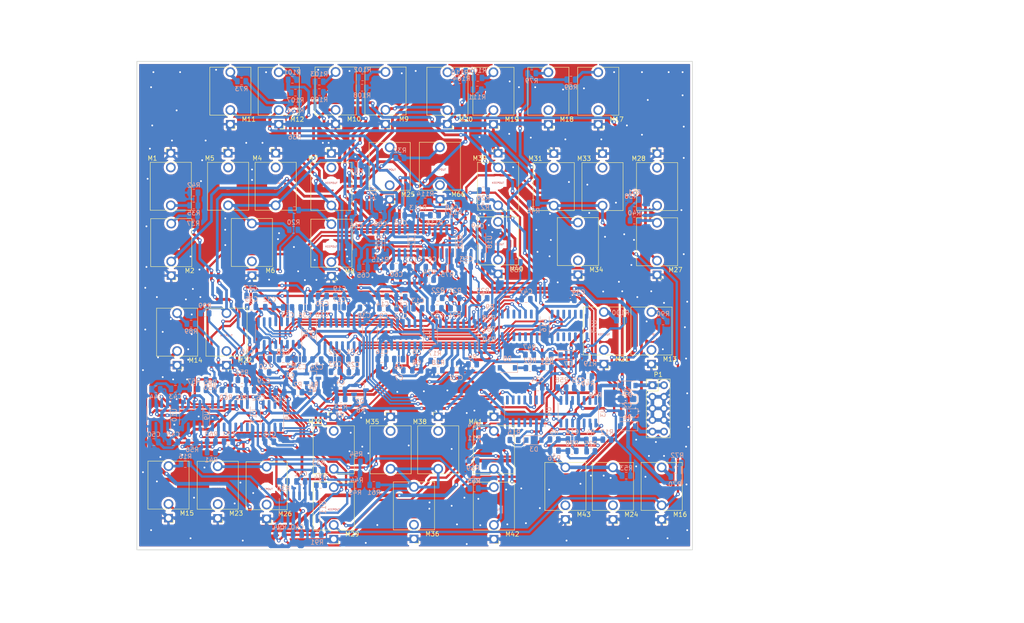
<source format=kicad_pcb>
(kicad_pcb (version 20211014) (generator pcbnew)
  (layers (0 "F.Cu" signal) (31 "B.Cu" signal) (34 "B.Paste" user) (35 "F.Paste" user) (36 "B.SilkS" user "B.Silkscreen") (37 "F.SilkS" user "F.Silkscreen") (38 "B.Mask" user) (39 "F.Mask" user) (44 "Edge.Cuts" user))
  (net 0 "")
  (net 1 "+12V")
  (net 2 "GND")
  (net 3 "-12V")
  (net 4 "+7.5V")
  (net 5 "-8V")
  (net 6 "Net-(C11-Pad1)")
  (net 7 "Net-(C5-Pad2)")
  (net 8 "Net-(C6-Pad2)")
  (net 9 "Net-(C7-Pad2)")
  (net 10 "Net-(C8-Pad2)")
  (net 11 "Net-(C9-Pad2)")
  (net 12 "Net-(C11-Pad2)")
  (net 13 "Net-(C12-Pad2)")
  (net 14 "Net-(C14-Pad2)")
  (net 15 "Net-(C17-Pad1)")
  (net 16 "Net-(C17-Pad2)")
  (net 17 "Net-(C18-Pad2)")
  (net 18 "Net-(C19-Pad2)")
  (net 19 "Net-(C20-Pad2)")
  (net 20 "Net-(C21-Pad2)")
  (net 21 "Net-(C22-Pad2)")
  (net 22 "Net-(C23-Pad2)")
  (net 23 "Net-(C25-Pad2)")
  (net 24 "Net-(C28-Pad1)")
  (net 25 "Net-(C28-Pad2)")
  (net 26 "Net-(C29-Pad2)")
  (net 27 "Net-(C30-Pad2)")
  (net 28 "Net-(C31-Pad2)")
  (net 29 "Net-(C32-Pad2)")
  (net 30 "Net-(C33-Pad2)")
  (net 31 "Net-(C35-Pad2)")
  (net 32 "Net-(C37-Pad2)")
  (net 33 "Net-(R53-Pad1)")
  (net 34 "Net-(D1-Pad1)")
  (net 35 "Net-(D2-Pad2)")
  (net 36 "Net-(D3-Pad1)")
  (net 37 "Net-(D3-Pad2)")
  (net 38 "Net-(D7-Pad1)")
  (net 39 "Net-(D7-Pad2)")
  (net 40 "CELL1")
  (net 42 "CELL11")
  (net 43 "INV1")
  (net 44 "INT1_OUT")
  (net 48 "COMP1_IN")
  (net 50 "VCA1_C")
  (net 51 "Net-(R16-Pad1)")
  (net 52 "MULT2_INY")
  (net 53 "MULT2_INX")
  (net 54 "INV1_OUT")
  (net 55 "MULT1_INY")
  (net 56 "MULT1_INX")
  (net 57 "INT2_OUT")
  (net 58 "INV2_IN")
  (net 60 "INV1_IN")
  (net 61 "SQ_OUT")
  (net 62 "SIGIN")
  (net 63 "SQ_IN")
  (net 64 "IN5")
  (net 66 "IN4")
  (net 68 "MULT3_INY")
  (net 69 "MULT3_INX")
  (net 70 "INV2_OUT")
  (net 73 "SIGOUT")
  (net 78 "CELL22")
  (net 79 "CELL2")
  (net 81 "CELL33")
  (net 82 "CELL3")
  (net 87 "INT3_OUT")
  (net 91 "COMP2_IN")
  (net 92 "VCA2_C")
  (net 93 "Net-(R30-Pad1)")
  (net 94 "COMP3_IN")
  (net 95 "VCA3_C")
  (net 96 "Net-(R34-Pad2)")
  (net 97 "Net-(Q1-Pad1)")
  (net 98 "Net-(Q2-Pad1)")
  (net 99 "Net-(R12-Pad2)")
  (net 100 "Net-(R6-Pad1)")
  (net 101 "Net-(R10-Pad2)")
  (net 102 "MULT2_OUT")
  (net 103 "Net-(R10-Pad1)")
  (net 104 "Net-(R12-Pad1)")
  (net 105 "Net-(R14-Pad1)")
  (net 106 "Net-(R15-Pad1)")
  (net 107 "Net-(R17-Pad1)")
  (net 108 "INT1")
  (net 109 "Net-(R18-Pad1)")
  (net 110 "Net-(R21-Pad1)")
  (net 111 "INT2")
  (net 112 "Net-(R22-Pad1)")
  (net 113 "Net-(R23-Pad1)")
  (net 114 "Net-(R41-Pad1)")
  (net 115 "Net-(R24-Pad1)")
  (net 116 "Net-(R25-Pad1)")
  (net 117 "Net-(R28-Pad1)")
  (net 118 "Net-(R29-Pad1)")
  (net 119 "Net-(D8-Pad1)")
  (net 120 "Net-(R36-Pad2)")
  (net 121 "Net-(R38-Pad2)")
  (net 122 "Net-(R43-Pad2)")
  (net 123 "Net-(R48-Pad1)")
  (net 124 "INT3")
  (net 125 "Net-(R58-Pad1)")
  (net 126 "Net-(R59-Pad1)")
  (net 127 "Net-(D8-Pad2)")
  (net 128 "Net-(R70-Pad2)")
  (net 129 "Net-(R106-Pad1)")
  (net 130 "Net-(R74-Pad1)")
  (net 131 "MULT3_OUT")
  (net 132 "MULT1_OUT")
  (net 133 "Net-(R89-Pad2)")
  (net 134 "Net-(R90-Pad2)")
  (net 135 "Net-(R91-Pad2)")
  (net 136 "Net-(R100-Pad1)")
  (net 137 "Net-(R101-Pad2)")
  (net 138 "Net-(R102-Pad2)")
  (net 139 "Net-(R103-Pad2)")
  (net 140 "Net-(R104-Pad2)")
  (net 141 "Net-(R105-Pad2)")
  (net 142 "Net-(R112-Pad1)")
  (net 143 "Net-(R113-Pad1)")
  (net 144 "Net-(R114-Pad1)")
  (net 145 "/bintic/C11")
  (net 146 "/bintic/C12")
  (net 147 "/bintic/C13")
  (net 152 "/bintic/C21")
  (net 153 "/bintic/C22")
  (net 154 "/bintic/C23")
  (net 155 "/bintic/C31")
  (net 156 "/bintic/C32")
  (net 157 "/bintic/C33")
  (net 158 "Net-(U15-Pad5)")
  (net 159 "Net-(U12-Pad5)")
  (net 164 "Net-(U14-Pad5)")
  (net 165 "Net-(R50-Pad1)")
  (net 170 "Net-(R52-Pad1)")
  (net 171 "Net-(R31-Pad1)")
  (net 172 "Net-(U17-Pad5)")
  (net 173 "Net-(R35-Pad2)")
  (net 174 "Net-(R39-Pad2)")
  (net 175 "Net-(R44-Pad2)")
  (net 176 "Net-(R56-Pad1)")
  (net 177 "Net-(R57-Pad1)")
  (net 178 "Net-(R60-Pad1)")
  (net 179 "Net-(R62-Pad1)")
  (net 180 "Net-(U17-Pad10)")
  (net 181 "Net-(U10-Pad5)")
  (net 182 "Net-(U15-Pad3)")
  (footprint "new_kicad:Jack_3.5mm_QingPu_WQP-PJ398SM_Vertical_CircularHolesKEEPOUT" (layer "F.Cu") (at 74.417142 33.72 180)
    (fp_text reference "M9" (at -4.03 1.08) (layer "F.SilkS"))
    (fp_text value "AUDIO-JACKERTHENVAR-PJ398-allcolours-rescue")
    (fp_text user "KEEPOUT" (at 0 6.48 180) (layer "F.Cu") (effects (font (size 0.4 0.4) (thickness 0.051))))
    (pad "1" thru_hole rect locked (at 0 0) (size 1.93 1.83) (drill 1.22) (layers *.Cu *.Mask) (net 2 "GND"))
    (pad "2" thru_hole circle locked (at 0 3.1) (size 2.13 2.13) (drill 1.42) (layers *.Cu *.Mask) (net 44 "INT1_OUT"))
    (pad "3" thru_hole circle locked (at 0 11.4) (size 2.13 2.13) (drill 1.43) (layers *.Cu *.Mask) (net 52 "MULT2_INY"))
    (zone (net 0) (net_name "") (layer "F.Cu") (connect_pads (clearance 0)) (min_thickness 0.254)
      (keepout (tracks not_allowed) (vias not_allowed) (pads not_allowed) (copperpour not_allowed) (footprints not_allowed))
      (fill (thermal_gap 0.508) (thermal_bridge_width 0.508))
      (polygon (pts (xy 73.985342 28.6654) (xy 73.375742 28.3098) (xy 72.943942 27.6494) (xy 72.969342 26.8366) (xy 73.350342 26.1254) (xy 73.959942 25.7952) (xy 74.747342 25.7698) (xy 75.483942 26.2016) (xy 75.839542 26.6842) (xy 75.915742 27.2684) (xy 75.788742 27.751) (xy 75.255342 28.5384) (xy 74.594942 28.7162)))
    )
  )
  (footprint "new_kicad:Jack_3.5mm_QingPu_WQP-PJ398SM_Vertical_CircularHolesKEEPOUT" (layer "F.Cu") (at 28.814 86.552 180)
    (fp_text reference "M14" (at -4.03 1.08) (layer "F.SilkS"))
    (fp_text value "AUDIO-JACKERTHENVAR-PJ398-allcolours-rescue")
    (fp_text user "KEEPOUT" (at 0 6.48 180) (layer "F.Cu") (effects (font (size 0.4 0.4) (thickness 0.051))))
    (pad "1" thru_hole rect locked (at 0 0) (size 1.93 1.83) (drill 1.22) (layers *.Cu *.Mask) (net 2 "GND"))
    (pad "2" thru_hole circle locked (at 0 3.1) (size 2.13 2.13) (drill 1.42) (layers *.Cu *.Mask) (net 61 "SQ_OUT"))
    (pad "3" thru_hole circle locked (at 0 11.4) (size 2.13 2.13) (drill 1.43) (layers *.Cu *.Mask) (net 60 "INV1_IN"))
    (zone (net 0) (net_name "") (layer "F.Cu") (connect_pads (clearance 0)) (min_thickness 0.254)
      (keepout (tracks not_allowed) (vias not_allowed) (pads not_allowed) (copperpour not_allowed) (footprints not_allowed))
      (fill (thermal_gap 0.508) (thermal_bridge_width 0.508))
      (polygon (pts (xy 28.3822 81.4974) (xy 27.7726 81.1418) (xy 27.3408 80.4814) (xy 27.3662 79.6686) (xy 27.7472 78.9574) (xy 28.3568 78.6272) (xy 29.1442 78.6018) (xy 29.8808 79.0336) (xy 30.2364 79.5162) (xy 30.3126 80.1004) (xy 30.1856 80.583) (xy 29.6522 81.3704) (xy 28.9918 81.5482)))
    )
  )
  (footprint "new_kicad:Jack_3.5mm_QingPu_WQP-PJ398SM_Vertical_CircularHolesKEEPOUT" (layer "F.Cu") (at 98.1475 124.652 180)
    (fp_text reference "M42" (at -4.03 1.08) (layer "F.SilkS"))
    (fp_text value "AUDIO-JACKERTHENVAR-PJ398-allcolours-rescue")
    (fp_text user "KEEPOUT" (at 0 6.48 180) (layer "F.Cu") (effects (font (size 0.4 0.4) (thickness 0.051))))
    (pad "1" thru_hole rect locked (at 0 0) (size 1.93 1.83) (drill 1.22) (layers *.Cu *.Mask) (net 2 "GND"))
    (pad "2" thru_hole circle locked (at 0 3.1) (size 2.13 2.13) (drill 1.42) (layers *.Cu *.Mask) (net 94 "COMP3_IN"))
    (pad "3" thru_hole circle locked (at 0 11.4) (size 2.13 2.13) (drill 1.43) (layers *.Cu *.Mask) (net 95 "VCA3_C"))
    (zone (net 0) (net_name "") (layer "F.Cu") (connect_pads (clearance 0)) (min_thickness 0.254)
      (keepout (tracks not_allowed) (vias not_allowed) (pads not_allowed) (copperpour not_allowed) (footprints not_allowed))
      (fill (thermal_gap 0.508) (thermal_bridge_width 0.508))
      (polygon (pts (xy 97.7157 119.5974) (xy 97.1061 119.2418) (xy 96.6743 118.5814) (xy 96.6997 117.7686) (xy 97.0807 117.0574) (xy 97.6903 116.7272) (xy 98.4777 116.7018) (xy 99.2143 117.1336) (xy 99.5699 117.6162) (xy 99.6461 118.2004) (xy 99.5191 118.683) (xy 98.9857 119.4704) (xy 98.3253 119.6482)))
    )
  )
  (footprint "new_kicad:Jack_3.5mm_QingPu_WQP-PJ398SM_Vertical_CircularHolesKEEPOUT" (layer "F.Cu") (at 39.97 40.132)
    (fp_text reference "M5" (at -4.03 1.08 180) (layer "F.SilkS"))
    (fp_text value "AUDIO-JACKERTHENVAR-PJ398-allcolours-rescue")
    (fp_text user "KEEPOUT" (at 0 6.48) (layer "F.Cu") (effects (font (size 0.4 0.4) (thickness 0.051))))
    (pad "1" thru_hole rect locked (at 0 0 180) (size 1.93 1.83) (drill 1.22) (layers *.Cu *.Mask) (net 2 "GND"))
    (pad "2" thru_hole circle locked (at 0 3.1 180) (size 2.13 2.13) (drill 1.42) (layers *.Cu *.Mask))
    (pad "3" thru_hole circle locked (at 0 11.4 180) (size 2.13 2.13) (drill 1.43) (layers *.Cu *.Mask) (net 44 "INT1_OUT"))
    (zone (net 0) (net_name "") (layer "F.Cu") (connect_pads (clearance 0)) (min_thickness 0.254)
      (keepout (tracks not_allowed) (vias not_allowed) (pads not_allowed) (copperpour not_allowed) (footprints not_allowed))
      (fill (thermal_gap 0.508) (thermal_bridge_width 0.508))
      (polygon (pts (xy 40.4018 45.1866) (xy 41.0114 45.5422) (xy 41.4432 46.2026) (xy 41.4178 47.0154) (xy 41.0368 47.7266) (xy 40.4272 48.0568) (xy 39.6398 48.0822) (xy 38.9032 47.6504) (xy 38.5476 47.1678) (xy 38.4714 46.5836) (xy 38.5984 46.101) (xy 39.1318 45.3136) (xy 39.7922 45.1358)))
    )
  )
  (footprint "new_kicad:Jack_3.5mm_QingPu_WQP-PJ398SM_Vertical_CircularHolesKEEPOUT" (layer "F.Cu") (at 75.34 50.23 180)
    (fp_text reference "M25" (at -4.03 1.08) (layer "F.SilkS"))
    (fp_text value "AUDIO-JACKERTHENVAR-PJ398-allcolours-rescue")
    (fp_text user "KEEPOUT" (at 0 6.48 180) (layer "F.Cu") (effects (font (size 0.4 0.4) (thickness 0.051))))
    (pad "1" thru_hole rect locked (at 0 0) (size 1.93 1.83) (drill 1.22) (layers *.Cu *.Mask) (net 2 "GND"))
    (pad "2" thru_hole circle locked (at 0 3.1) (size 2.13 2.13) (drill 1.42) (layers *.Cu *.Mask))
    (pad "3" thru_hole circle locked (at 0 11.4) (size 2.13 2.13) (drill 1.43) (layers *.Cu *.Mask) (net 43 "INV1"))
    (zone (net 0) (net_name "") (layer "F.Cu") (connect_pads (clearance 0)) (min_thickness 0.254)
      (keepout (tracks not_allowed) (vias not_allowed) (pads not_allowed) (copperpour not_allowed) (footprints not_allowed))
      (fill (thermal_gap 0.508) (thermal_bridge_width 0.508))
      (polygon (pts (xy 74.9082 45.1754) (xy 74.2986 44.8198) (xy 73.8668 44.1594) (xy 73.8922 43.3466) (xy 74.2732 42.6354) (xy 74.8828 42.3052) (xy 75.6702 42.2798) (xy 76.4068 42.7116) (xy 76.7624 43.1942) (xy 76.8386 43.7784) (xy 76.7116 44.261) (xy 76.1782 45.0484) (xy 75.5178 45.2262)))
    )
  )
  (footprint "new_kicad:Jack_3.5mm_QingPu_WQP-PJ398SM_Vertical_CircularHolesKEEPOUT" (layer "F.Cu") (at 37.704 120.08 180)
    (fp_text reference "M23" (at -4.03 1.08) (layer "F.SilkS"))
    (fp_text value "AUDIO-JACKERTHENVAR-PJ398-allcolours-rescue")
    (fp_text user "KEEPOUT" (at 0 6.48 180) (layer "F.Cu") (effects (font (size 0.4 0.4) (thickness 0.051))))
    (pad "1" thru_hole rect locked (at 0 0) (size 1.93 1.83) (drill 1.22) (layers *.Cu *.Mask) (net 2 "GND"))
    (pad "2" thru_hole circle locked (at 0 3.1) (size 2.13 2.13) (drill 1.42) (layers *.Cu *.Mask))
    (pad "3" thru_hole circle locked (at 0 11.4) (size 2.13 2.13) (drill 1.43) (layers *.Cu *.Mask) (net 73 "SIGOUT"))
    (zone (net 0) (net_name "") (layer "F.Cu") (connect_pads (clearance 0)) (min_thickness 0.254)
      (keepout (tracks not_allowed) (vias not_allowed) (pads not_allowed) (copperpour not_allowed) (footprints not_allowed))
      (fill (thermal_gap 0.508) (thermal_bridge_width 0.508))
      (polygon (pts (xy 37.2722 115.0254) (xy 36.6626 114.6698) (xy 36.2308 114.0094) (xy 36.2562 113.1966) (xy 36.6372 112.4854) (xy 37.2468 112.1552) (xy 38.0342 112.1298) (xy 38.7708 112.5616) (xy 39.1264 113.0442) (xy 39.2026 113.6284) (xy 39.0756 114.111) (xy 38.5422 114.8984) (xy 37.8818 115.0762)))
    )
  )
  (footprint "new_kicad:Jack_3.5mm_QingPu_WQP-PJ398SM_Vertical_CircularHolesKEEPOUT" (layer "F.Cu") (at 124.206 120.334 180)
    (fp_text reference "M24" (at -4.03 1.08) (layer "F.SilkS"))
    (fp_text value "AUDIO-JACKERTHENVAR-PJ398-allcolours-rescue")
    (fp_text user "KEEPOUT" (at 0 6.48 180) (layer "F.Cu") (effects (font (size 0.4 0.4) (thickness 0.051))))
    (pad "1" thru_hole rect locked (at 0 0) (size 1.93 1.83) (drill 1.22) (layers *.Cu *.Mask) (net 2 "GND"))
    (pad "2" thru_hole circle locked (at 0 3.1) (size 2.13 2.13) (drill 1.42) (layers *.Cu *.Mask))
    (pad "3" thru_hole circle locked (at 0 11.4) (size 2.13 2.13) (drill 1.43) (layers *.Cu *.Mask) (net 61 "SQ_OUT"))
    (zone (net 0) (net_name "") (layer "F.Cu") (connect_pads (clearance 0)) (min_thickness 0.254)
      (keepout (tracks not_allowed) (vias not_allowed) (pads not_allowed) (copperpour not_allowed) (footprints not_allowed))
      (fill (thermal_gap 0.508) (thermal_bridge_width 0.508))
      (polygon (pts (xy 123.7742 115.2794) (xy 123.1646 114.9238) (xy 122.7328 114.2634) (xy 122.7582 113.4506) (xy 123.1392 112.7394) (xy 123.7488 112.4092) (xy 124.5362 112.3838) (xy 125.2728 112.8156) (xy 125.6284 113.2982) (xy 125.7046 113.8824) (xy 125.5776 114.365) (xy 125.0442 115.1524) (xy 124.3838 115.3302)))
    )
  )
  (footprint "new_kicad:Jack_3.5mm_QingPu_WQP-PJ398SM_Vertical_CircularHolesKEEPOUT" (layer "F.Cu") (at 63.0955 97.852)
    (fp_text reference "M30" (at -4.03 1.08 180) (layer "F.SilkS"))
    (fp_text value "AUDIO-JACKERTHENVAR-PJ398-allcolours-rescue")
    (fp_text user "KEEPOUT" (at 0 6.48) (layer "F.Cu") (effects (font (size 0.4 0.4) (thickness 0.051))))
    (pad "1" thru_hole rect locked (at 0 0 180) (size 1.93 1.83) (drill 1.22) (layers *.Cu *.Mask) (net 2 "GND"))
    (pad "2" thru_hole circle locked (at 0 3.1 180) (size 2.13 2.13) (drill 1.42) (layers *.Cu *.Mask))
    (pad "3" thru_hole circle locked (at 0 11.4 180) (size 2.13 2.13) (drill 1.43) (layers *.Cu *.Mask) (net 82 "CELL3"))
    (zone (net 0) (net_name "") (layer "F.Cu") (connect_pads (clearance 0)) (min_thickness 0.254)
      (keepout (tracks not_allowed) (vias not_allowed) (pads not_allowed) (copperpour not_allowed) (footprints not_allowed))
      (fill (thermal_gap 0.508) (thermal_bridge_width 0.508))
      (polygon (pts (xy 63.5273 102.9066) (xy 64.1369 103.2622) (xy 64.5687 103.9226) (xy 64.5433 104.7354) (xy 64.1623 105.4466) (xy 63.5527 105.7768) (xy 62.7653 105.8022) (xy 62.0287 105.3704) (xy 61.6731 104.8878) (xy 61.5969 104.3036) (xy 61.7239 103.821) (xy 62.2573 103.0336) (xy 62.9177 102.8558)))
    )
  )
  (footprint "new_kicad:Jack_3.5mm_QingPu_WQP-PJ398SM_Vertical_CircularHolesKEEPOUT" (layer "F.Cu") (at 27.432 40.132)
    (fp_text reference "M1" (at -4.03 1.08 180) (layer "F.SilkS"))
    (fp_text value "AUDIO-JACKERTHENVAR-PJ398-allcolours-rescue")
    (fp_text user "KEEPOUT" (at 0 6.48) (layer "F.Cu") (effects (font (size 0.4 0.4) (thickness 0.051))))
    (pad "1" thru_hole rect locked (at 0 0 180) (size 1.93 1.83) (drill 1.22) (layers *.Cu *.Mask) (net 2 "GND"))
    (pad "2" thru_hole circle locked (at 0 3.1 180) (size 2.13 2.13) (drill 1.42) (layers *.Cu *.Mask))
    (pad "3" thru_hole circle locked (at 0 11.4 180) (size 2.13 2.13) (drill 1.43) (layers *.Cu *.Mask) (net 40 "CELL1"))
    (zone (net 0) (net_name "") (layer "F.Cu") (connect_pads (clearance 0)) (min_thickness 0.254)
      (keepout (tracks not_allowed) (vias not_allowed) (pads not_allowed) (copperpour not_allowed) (footprints not_allowed))
      (fill (thermal_gap 0.508) (thermal_bridge_width 0.508))
      (polygon (pts (xy 27.8638 45.1866) (xy 28.4734 45.5422) (xy 28.9052 46.2026) (xy 28.8798 47.0154) (xy 28.4988 47.7266) (xy 27.8892 48.0568) (xy 27.1018 48.0822) (xy 26.3652 47.6504) (xy 26.0096 47.1678) (xy 25.9334 46.5836) (xy 26.0604 46.101) (xy 26.5938 45.3136) (xy 27.2542 45.1358)))
    )
  )
  (footprint "new_kicad:Jack_3.5mm_QingPu_WQP-PJ398SM_Vertical_CircularHolesKEEPOUT" (layer "F.Cu") (at 50.384 40.132)
    (fp_text reference "M4" (at -4.03 1.08 180) (layer "F.SilkS"))
    (fp_text value "AUDIO-JACKERTHENVAR-PJ398-allcolours-rescue")
    (fp_text user "KEEPOUT" (at 0 6.48) (layer "F.Cu") (effects (font (size 0.4 0.4) (thickness 0.051))))
    (pad "1" thru_hole rect locked (at 0 0 180) (size 1.93 1.83) (drill 1.22) (layers *.Cu *.Mask) (net 2 "GND"))
    (pad "2" thru_hole circle locked (at 0 3.1 180) (size 2.13 2.13) (drill 1.42) (layers *.Cu *.Mask))
    (pad "3" thru_hole circle locked (at 0 11.4 180) (size 2.13 2.13) (drill 1.43) (layers *.Cu *.Mask) (net 44 "INT1_OUT"))
    (zone (net 0) (net_name "") (layer "F.Cu") (connect_pads (clearance 0)) (min_thickness 0.254)
      (keepout (tracks not_allowed) (vias not_allowed) (pads not_allowed) (copperpour not_allowed) (footprints not_allowed))
      (fill (thermal_gap 0.508) (thermal_bridge_width 0.508))
      (polygon (pts (xy 50.8158 45.1866) (xy 51.4254 45.5422) (xy 51.8572 46.2026) (xy 51.8318 47.0154) (xy 51.4508 47.7266) (xy 50.8412 48.0568) (xy 50.0538 48.0822) (xy 49.3172 47.6504) (xy 48.9616 47.1678) (xy 48.8854 46.5836) (xy 49.0124 46.101) (xy 49.5458 45.3136) (xy 50.2062 45.1358)))
    )
  )
  (footprint "new_kicad:Jack_3.5mm_QingPu_WQP-PJ398SM_Vertical_CircularHolesKEEPOUT" (layer "F.Cu") (at 134.874 120.334 180)
    (fp_text reference "M16" (at -4.03 1.08) (layer "F.SilkS"))
    (fp_text value "AUDIO-JACKERTHENVAR-PJ398-allcolours-rescue")
    (fp_text user "KEEPOUT" (at 0 6.48 180) (layer "F.Cu") (effects (font (size 0.4 0.4) (thickness 0.051))))
    (pad "1" thru_hole rect locked (at 0 0) (size 1.93 1.83) (drill 1.22) (layers *.Cu *.Mask) (net 2 "GND"))
    (pad "2" thru_hole circle locked (at 0 3.1) (size 2.13 2.13) (drill 1.42) (layers *.Cu *.Mask) (net 57 "INT2_OUT"))
    (pad "3" thru_hole circle locked (at 0 11.4) (size 2.13 2.13) (drill 1.43) (layers *.Cu *.Mask) (net 63 "SQ_IN"))
    (zone (net 0) (net_name "") (layer "F.Cu") (connect_pads (clearance 0)) (min_thickness 0.254)
      (keepout (tracks not_allowed) (vias not_allowed) (pads not_allowed) (copperpour not_allowed) (footprints not_allowed))
      (fill (thermal_gap 0.508) (thermal_bridge_width 0.508))
      (polygon (pts (xy 134.4422 115.2794) (xy 133.8326 114.9238) (xy 133.4008 114.2634) (xy 133.4262 113.4506) (xy 133.8072 112.7394) (xy 134.4168 112.4092) (xy 135.2042 112.3838) (xy 135.9408 112.8156) (xy 136.2964 113.2982) (xy 136.3726 113.8824) (xy 136.2456 114.365) (xy 135.7122 115.1524) (xy 135.0518 115.3302)))
    )
  )
  (footprint "new_kicad:Jack_3.5mm_QingPu_WQP-PJ398SM_Vertical_CircularHolesKEEPOUT" (layer "F.Cu") (at 39.624 86.552 180)
    (fp_text reference "M22" (at -4.03 1.08) (layer "F.SilkS"))
    (fp_text value "AUDIO-JACKERTHENVAR-PJ398-allcolours-rescue")
    (fp_text user "KEEPOUT" (at 0 6.48 180) (layer "F.Cu") (effects (font (size 0.4 0.4) (thickness 0.051))))
    (pad "1" thru_hole rect locked (at 0 0) (size 1.93 1.83) (drill 1.22) (layers *.Cu *.Mask) (net 2 "GND"))
    (pad "2" thru_hole circle locked (at 0 3.1) (size 2.13 2.13) (drill 1.42) (layers *.Cu *.Mask))
    (pad "3" thru_hole circle locked (at 0 11.4) (size 2.13 2.13) (drill 1.43) (layers *.Cu *.Mask) (net 54 "INV1_OUT"))
    (zone (net 0) (net_name "") (layer "F.Cu") (connect_pads (clearance 0)) (min_thickness 0.254)
      (keepout (tracks not_allowed) (vias not_allowed) (pads not_allowed) (copperpour not_allowed) (footprints not_allowed))
      (fill (thermal_gap 0.508) (thermal_bridge_width 0.508))
      (polygon (pts (xy 39.1922 81.4974) (xy 38.5826 81.1418) (xy 38.1508 80.4814) (xy 38.1762 79.6686) (xy 38.5572 78.9574) (xy 39.1668 78.6272) (xy 39.9542 78.6018) (xy 40.6908 79.0336) (xy 41.0464 79.5162) (xy 41.1226 80.1004) (xy 40.9956 80.583) (xy 40.4622 81.3704) (xy 39.8018 81.5482)))
    )
  )
  (footprint "new_kicad:Jack_3.5mm_QingPu_WQP-PJ398SM_Vertical_CircularHolesKEEPOUT" (layer "F.Cu") (at 98.044 33.782 180)
    (fp_text reference "M19" (at -4.03 1.08) (layer "F.SilkS"))
    (fp_text value "AUDIO-JACKERTHENVAR-PJ398-allcolours-rescue")
    (fp_text user "KEEPOUT" (at 0 6.48 180) (layer "F.Cu") (effects (font (size 0.4 0.4) (thickness 0.051))))
    (pad "1" thru_hole rect locked (at 0 0) (size 1.93 1.83) (drill 1.22) (layers *.Cu *.Mask) (net 2 "GND"))
    (pad "2" thru_hole circle locked (at 0 3.1) (size 2.13 2.13) (drill 1.42) (layers *.Cu *.Mask) (net 91 "COMP2_IN"))
    (pad "3" thru_hole circle locked (at 0 11.4) (size 2.13 2.13) (drill 1.43) (layers *.Cu *.Mask) (net 69 "MULT3_INX"))
    (zone (net 0) (net_name "") (layer "F.Cu") (connect_pads (clearance 0)) (min_thickness 0.254)
      (keepout (tracks not_allowed) (vias not_allowed) (pads not_allowed) (copperpour not_allowed) (footprints not_allowed))
      (fill (thermal_gap 0.508) (thermal_bridge_width 0.508))
      (polygon (pts (xy 97.6122 28.7274) (xy 97.0026 28.3718) (xy 96.5708 27.7114) (xy 96.5962 26.8986) (xy 96.9772 26.1874) (xy 97.5868 25.8572) (xy 98.3742 25.8318) (xy 99.1108 26.2636) (xy 99.4664 26.7462) (xy 99.5426 27.3304) (xy 99.4156 27.813) (xy 98.8822 28.6004) (xy 98.2218 28.7782)))
    )
  )
  (footprint "new_kicad:Jack_3.5mm_QingPu_WQP-PJ398SM_Vertical_CircularHolesKEEPOUT" (layer "F.Cu") (at 26.924 120.05 180)
    (fp_text reference "M15" (at -4.03 1.08) (layer "F.SilkS"))
    (fp_text value "AUDIO-JACKERTHENVAR-PJ398-allcolours-rescue")
    (fp_text user "KEEPOUT" (at 0 6.48 180) (layer "F.Cu") (effects (font (size 0.4 0.4) (thickness 0.051))))
    (pad "1" thru_hole rect locked (at 0 0) (size 1.93 1.83) (drill 1.22) (layers *.Cu *.Mask) (net 2 "GND"))
    (pad "2" thru_hole circle locked (at 0 3.1) (size 2.13 2.13) (drill 1.42) (layers *.Cu *.Mask) (net 87 "INT3_OUT"))
    (pad "3" thru_hole circle locked (at 0 11.4) (size 2.13 2.13) (drill 1.43) (layers *.Cu *.Mask) (net 62 "SIGIN"))
    (zone (net 0) (net_name "") (layer "F.Cu") (connect_pads (clearance 0)) (min_thickness 0.254)
      (keepout (tracks not_allowed) (vias not_allowed) (pads not_allowed) (copperpour not_allowed) (footprints not_allowed))
      (fill (thermal_gap 0.508) (thermal_bridge_width 0.508))
      (polygon (pts (xy 26.4922 114.9954) (xy 25.8826 114.6398) (xy 25.4508 113.9794) (xy 25.4762 113.1666) (xy 25.8572 112.4554) (xy 26.4668 112.1252) (xy 27.2542 112.0998) (xy 27.9908 112.5316) (xy 28.3464 113.0142) (xy 28.4226 113.5984) (xy 28.2956 114.081) (xy 27.7622 114.8684) (xy 27.1018 115.0462)))
    )
  )
  (footprint "new_kicad:Jack_3.5mm_QingPu_WQP-PJ398SM_Vertical_CircularHolesKEEPOUT" (layer "F.Cu") (at 113.792 120.334 180)
    (fp_text reference "M43" (at -4.03 1.08) (layer "F.SilkS"))
    (fp_text value "AUDIO-JACKERTHENVAR-PJ398-allcolours-rescue")
    (fp_text user "KEEPOUT" (at 0 6.48 180) (layer "F.Cu") (effects (font (size 0.4 0.4) (thickness 0.051))))
    (pad "1" thru_hole rect locked (at 0 0) (size 1.93 1.83) (drill 1.22) (layers *.Cu *.Mask) (net 2 "GND"))
    (pad "2" thru_hole circle locked (at 0 3.1) (size 2.13 2.13) (drill 1.42) (layers *.Cu *.Mask))
    (pad "3" thru_hole circle locked (at 0 11.4) (size 2.13 2.13) (drill 1.43) (layers *.Cu *.Mask) (net 61 "SQ_OUT"))
    (zone (net 0) (net_name "") (layer "F.Cu") (connect_pads (clearance 0)) (min_thickness 0.254)
      (keepout (tracks not_allowed) (vias not_allowed) (pads not_allowed) (copperpour not_allowed) (footprints not_allowed))
      (fill (thermal_gap 0.508) (thermal_bridge_width 0.508))
      (polygon (pts (xy 113.3602 115.2794) (xy 112.7506 114.9238) (xy 112.3188 114.2634) (xy 112.3442 113.4506) (xy 112.7252 112.7394) (xy 113.3348 112.4092) (xy 114.1222 112.3838) (xy 114.8588 112.8156) (xy 115.2144 113.2982) (xy 115.2906 113.8824) (xy 115.1636 114.365) (xy 114.6302 115.1524) (xy 113.9698 115.3302)))
    )
  )
  (footprint "new_kicad:Jack_3.5mm_QingPu_WQP-PJ398SM_Vertical_CircularHolesKEEPOUT" (layer "F.Cu") (at 75.5415 97.852)
    (fp_text reference "M35" (at -4.03 1.08 180) (layer "F.SilkS"))
    (fp_text value "AUDIO-JACKERTHENVAR-PJ398-allcolours-rescue")
    (fp_text user "KEEPOUT" (at 0 6.48) (layer "F.Cu") (effects (font (size 0.4 0.4) (thickness 0.051))))
    (pad "1" thru_hole rect locked (at 0 0 180) (size 1.93 1.83) (drill 1.22) (layers *.Cu *.Mask) (net 2 "GND"))
    (pad "2" thru_hole circle locked (at 0 3.1 180) (size 2.13 2.13) (drill 1.42) (layers *.Cu *.Mask))
    (pad "3" thru_hole circle locked (at 0 11.4 180) (size 2.13 2.13) (drill 1.43) (layers *.Cu *.Mask) (net 87 "INT3_OUT"))
    (zone (net 0) (net_name "") (layer "F.Cu") (connect_pads (clearance 0)) (min_thickness 0.254)
      (keepout (tracks not_allowed) (vias not_allowed) (pads not_allowed) (copperpour not_allowed) (footprints not_allowed))
      (fill (thermal_gap 0.508) (thermal_bridge_width 0.508))
      (polygon (pts (xy 75.9733 102.9066) (xy 76.5829 103.2622) (xy 77.0147 103.9226) (xy 76.9893 104.7354) (xy 76.6083 105.4466) (xy 75.9987 105.7768) (xy 75.2113 105.8022) (xy 74.4747 105.3704) (xy 74.1191 104.8878) (xy 74.0429 104.3036) (xy 74.1699 103.821) (xy 74.7033 103.0336) (xy 75.3637 102.8558)))
    )
  )
  (footprint "new_kicad:Jack_3.5mm_QingPu_WQP-PJ398SM_Vertical_CircularHolesKEEPOUT" (layer "F.Cu") (at 45.18 66.9 180)
    (fp_text reference "M6" (at -4.03 1.08) (layer "F.SilkS"))
    (fp_text value "AUDIO-JACKERTHENVAR-PJ398-allcolours-rescue")
    (fp_text user "KEEPOUT" (at 0 6.48 180) (layer "F.Cu") (effects (font (size 0.4 0.4) (thickness 0.051))))
    (pad "1" thru_hole rect locked (at 0 0) (size 1.93 1.83) (drill 1.22) (layers *.Cu *.Mask) (net 2 "GND"))
    (pad "2" thru_hole circle locked (at 0 3.1) (size 2.13 2.13) (drill 1.42) (layers *.Cu *.Mask))
    (pad "3" thru_hole circle locked (at 0 11.4) (size 2.13 2.13) (drill 1.43) (layers *.Cu *.Mask) (net 44 "INT1_OUT"))
    (zone (net 0) (net_name "") (layer "F.Cu") (connect_pads (clearance 0)) (min_thickness 0.254)
      (keepout (tracks not_allowed) (vias not_allowed) (pads not_allowed) (copperpour not_allowed) (footprints not_allowed))
      (fill (thermal_gap 0.508) (thermal_bridge_width 0.508))
      (polygon (pts (xy 44.7482 61.8454) (xy 44.1386 61.4898) (xy 43.7068 60.8294) (xy 43.7322 60.0166) (xy 44.1132 59.3054) (xy 44.7228 58.9752) (xy 45.5102 58.9498) (xy 46.2468 59.3816) (xy 46.6024 59.8642) (xy 46.6786 60.4484) (xy 46.5516 60.931) (xy 46.0182 61.7184) (xy 45.3578 61.8962)))
    )
  )
  (footprint "new_kicad:Jack_3.5mm_QingPu_WQP-PJ398SM_Vertical_CircularHolesKEEPOUT" (layer "F.Cu") (at 111.252 40.194)
    (fp_text reference "M31" (at -4.03 1.08 180) (layer "F.SilkS"))
    (fp_text value "AUDIO-JACKERTHENVAR-PJ398-allcolours-rescue")
    (fp_text user "KEEPOUT" (at 0 6.48) (layer "F.Cu") (effects (font (size 0.4 0.4) (thickness 0.051))))
    (pad "1" thru_hole rect locked (at 0 0 180) (size 1.93 1.83) (drill 1.22) (layers *.Cu *.Mask) (net 2 "GND"))
    (pad "2" thru_hole circle locked (at 0 3.1 180) (size 2.13 2.13) (drill 1.42) (layers *.Cu *.Mask))
    (pad "3" thru_hole circle locked (at 0 11.4 180) (size 2.13 2.13) (drill 1.43) (layers *.Cu *.Mask) (net 57 "INT2_OUT"))
    (zone (net 0) (net_name "") (layer "F.Cu") (connect_pads (clearance 0)) (min_thickness 0.254)
      (keepout (tracks not_allowed) (vias not_allowed) (pads not_allowed) (copperpour not_allowed) (footprints not_allowed))
      (fill (thermal_gap 0.508) (thermal_bridge_width 0.508))
      (polygon (pts (xy 111.6838 45.2486) (xy 112.2934 45.6042) (xy 112.7252 46.2646) (xy 112.6998 47.0774) (xy 112.3188 47.7886) (xy 111.7092 48.1188) (xy 110.9218 48.1442) (xy 110.1852 47.7124) (xy 109.8296 47.2298) (xy 109.7534 46.6456) (xy 109.8804 46.163) (xy 110.4138 45.3756) (xy 111.0742 45.1978)))
    )
  )
  (footprint "new_kicad:Jack_3.5mm_QingPu_WQP-PJ398SM_Vertical_CircularHolesKEEPOUT" (layer "F.Cu") (at 80.65 124.6 180)
    (fp_text reference "M36" (at -4.03 1.08) (layer "F.SilkS"))
    (fp_text value "AUDIO-JACKERTHENVAR-PJ398-allcolours-rescue")
    (fp_text user "KEEPOUT" (at 0 6.48 180) (layer "F.Cu") (effects (font (size 0.4 0.4) (thickness 0.051))))
    (pad "1" thru_hole rect locked (at 0 0) (size 1.93 1.83) (drill 1.22) (layers *.Cu *.Mask) (net 2 "GND"))
    (pad "2" thru_hole circle locked (at 0 3.1) (size 2.13 2.13) (drill 1.42) (layers *.Cu *.Mask))
    (pad "3" thru_hole circle locked (at 0 11.4) (size 2.13 2.13) (drill 1.43) (layers *.Cu *.Mask) (net 87 "INT3_OUT"))
    (zone (net 0) (net_name "") (layer "F.Cu") (connect_pads (clearance 0)) (min_thickness 0.254)
      (keepout (tracks not_allowed) (vias not_allowed) (pads not_allowed) (copperpour not_allowed) (footprints not_allowed))
      (fill (thermal_gap 0.508) (thermal_bridge_width 0.508))
      (polygon (pts (xy 80.2182 119.5454) (xy 79.6086 119.1898) (xy 79.1768 118.5294) (xy 79.2022 117.7166) (xy 79.5832 117.0054) (xy 80.1928 116.6752) (xy 80.9802 116.6498) (xy 81.7168 117.0816) (xy 82.0724 117.5642) (xy 82.1486 118.1484) (xy 82.0216 118.631) (xy 81.4882 119.4184) (xy 80.8278 119.5962)))
    )
  )
  (footprint "new_kicad:Jack_3.5mm_QingPu_WQP-PJ398SM_Vertical_CircularHolesKEEPOUT" (layer "F.Cu") (at 116.54 66.7 180)
    (fp_text reference "M34" (at -4.03 1.08) (layer "F.SilkS"))
    (fp_text value "AUDIO-JACKERTHENVAR-PJ398-allcolours-rescue")
    (fp_text user "KEEPOUT" (at 0 6.48 180) (layer "F.Cu") (effects (font (size 0.4 0.4) (thickness 0.051))))
    (pad "1" thru_hole rect locked (at 0 0) (size 1.93 1.83) (drill 1.22) (layers *.Cu *.Mask) (net 2 "GND"))
    (pad "2" thru_hole circle locked (at 0 3.1) (size 2.13 2.13) (drill 1.42) (layers *.Cu *.Mask))
    (pad "3" thru_hole circle locked (at 0 11.4) (size 2.13 2.13) (drill 1.43) (layers *.Cu *.Mask) (net 57 "INT2_OUT"))
    (zone (net 0) (net_name "") (layer "F.Cu") (connect_pads (clearance 0)) (min_thickness 0.254)
      (keepout (tracks not_allowed) (vias not_allowed) (pads not_allowed) (copperpour not_allowed) (footprints not_allowed))
      (fill (thermal_gap 0.508) (thermal_bridge_width 0.508))
      (polygon (pts (xy 116.1082 61.6454) (xy 115.4986 61.2898) (xy 115.0668 60.6294) (xy 115.0922 59.8166) (xy 115.4732 59.1054) (xy 116.0828 58.7752) (xy 116.8702 58.7498) (xy 117.6068 59.1816) (xy 117.9624 59.6642) (xy 118.0386 60.2484) (xy 117.9116 60.731) (xy 117.3782 61.5184) (xy 116.7178 61.6962)))
    )
  )
  (footprint "new_kicad:Jack_3.5mm_QingPu_WQP-PJ398SM_Vertical_CircularHolesKEEPOUT" (layer "F.Cu") (at 62.576 67.056 180)
    (fp_text reference "M8" (at -4.03 1.08) (layer "F.SilkS"))
    (fp_text value "AUDIO-JACKERTHENVAR-PJ398-allcolours-rescue")
    (fp_text user "KEEPOUT" (at 0 6.48 180) (layer "F.Cu") (effects (font (size 0.4 0.4) (thickness 0.051))))
    (pad "1" thru_hole rect locked (at 0 0) (size 1.93 1.83) (drill 1.22) (layers *.Cu *.Mask) (net 2 "GND"))
    (pad "2" thru_hole circle locked (at 0 3.1) (size 2.13 2.13) (drill 1.42) (layers *.Cu *.Mask) (net 48 "COMP1_IN"))
    (pad "3" thru_hole circle locked (at 0 11.4) (size 2.13 2.13) (drill 1.43) (layers *.Cu *.Mask) (net 50 "VCA1_C"))
    (zone (net 0) (net_name "") (layer "F.Cu") (connect_pads (clearance 0)) (min_thickness 0.254)
      (keepout (tracks not_allowed) (vias not_allowed) (pads not_allowed) (copperpour not_allowed) (footprints not_allowed))
      (fill (thermal_gap 0.508) (thermal_bridge_width 0.508))
      (polygon (pts (xy 62.1442 62.0014) (xy 61.5346 61.6458) (xy 61.1028 60.9854) (xy 61.1282 60.1726) (xy 61.5092 59.4614) (xy 62.1188 59.1312) (xy 62.9062 59.1058) (xy 63.6428 59.5376) (xy 63.9984 60.0202) (xy 64.0746 60.6044) (xy 63.9476 61.087) (xy 63.4142 61.8744) (xy 62.7538 62.0522)))
    )
  )
  (footprint "new_kicad:Jack_3.5mm_QingPu_WQP-PJ398SM_Vertical_CircularHolesKEEPOUT" (layer "F.Cu") (at 99.06 66.548 180)
    (fp_text reference "M40" (at -4.03 1.08) (layer "F.SilkS"))
    (fp_text value "AUDIO-JACKERTHENVAR-PJ398-allcolours-rescue")
    (fp_text user "KEEPOUT" (at 0 6.48 180) (layer "F.Cu") (effects (font (size 0.4 0.4) (thickness 0.051))))
    (pad "1" thru_hole rect locked (at 0 0) (size 1.93 1.83) (drill 1.22) (layers *.Cu *.Mask) (net 2 "GND"))
    (pad "2" thru_hole circle locked (at 0 3.1) (size 2.13 2.13) (drill 1.42) (layers *.Cu *.Mask) (net 91 "COMP2_IN"))
    (pad "3" thru_hole circle locked (at 0 11.4) (size 2.13 2.13) (drill 1.43) (layers *.Cu *.Mask) (net 92 "VCA2_C"))
    (zone (net 0) (net_name "") (layer "F.Cu") (connect_pads (clearance 0)) (min_thickness 0.254)
      (keepout (tracks not_allowed) (vias not_allowed) (pads not_allowed) (copperpour not_allowed) (footprints not_allowed))
      (fill (thermal_gap 0.508) (thermal_bridge_width 0.508))
      (polygon (pts (xy 98.6282 61.4934) (xy 98.0186 61.1378) (xy 97.5868 60.4774) (xy 97.6122 59.6646) (xy 97.9932 58.9534) (xy 98.6028 58.6232) (xy 99.3902 58.5978) (xy 100.1268 59.0296) (xy 100.4824 59.5122) (xy 100.5586 60.0964) (xy 100.4316 60.579) (xy 99.8982 61.3664) (xy 99.2378 61.5442)))
    )
  )
  (footprint "new_kicad:Jack_3.5mm_QingPu_WQP-PJ398SM_Vertical_CircularHolesKEEPOUT" (layer "F.Cu") (at 63.0955 124.652 180)
    (fp_text reference "M29" (at -4.03 1.08) (layer "F.SilkS"))
    (fp_text value "AUDIO-JACKERTHENVAR-PJ398-allcolours-rescue")
    (fp_text user "KEEPOUT" (at 0 6.48 180) (layer "F.Cu") (effects (font (size 0.4 0.4) (thickness 0.051))))
    (pad "1" thru_hole rect locked (at 0 0) (size 1.93 1.83) (drill 1.22) (layers *.Cu *.Mask) (net 2 "GND"))
    (pad "2" thru_hole circle locked (at 0 3.1) (size 2.13 2.13) (drill 1.42) (layers *.Cu *.Mask) (net 57 "INT2_OUT"))
    (pad "3" thru_hole circle locked (at 0 11.4) (size 2.13 2.13) (drill 1.43) (layers *.Cu *.Mask) (net 81 "CELL33"))
    (zone (net 0) (net_name "") (layer "F.Cu") (connect_pads (clearance 0)) (min_thickness 0.254)
      (keepout (tracks not_allowed) (vias not_allowed) (pads not_allowed) (copperpour not_allowed) (footprints not_allowed))
      (fill (thermal_gap 0.508) (thermal_bridge_width 0.508))
      (polygon (pts (xy 62.6637 119.5974) (xy 62.0541 119.2418) (xy 61.6223 118.5814) (xy 61.6477 117.7686) (xy 62.0287 117.0574) (xy 62.6383 116.7272) (xy 63.4257 116.7018) (xy 64.1623 117.1336) (xy 64.5179 117.6162) (xy 64.5941 118.2004) (xy 64.4671 118.683) (xy 63.9337 119.4704) (xy 63.2733 119.6482)))
    )
  )
  (footprint "new_kicad:Jack_3.5mm_QingPu_WQP-PJ398SM_Vertical_CircularHolesKEEPOUT" (layer "F.Cu") (at 62.576 40.162)
    (fp_text reference "M7" (at -4.03 1.08 180) (layer "F.SilkS"))
    (fp_text value "AUDIO-JACKERTHENVAR-PJ398-allcolours-rescue")
    (fp_text user "KEEPOUT" (at 0 6.48) (layer "F.Cu") (effects (font (size 0.4 0.4) (thickness 0.051))))
    (pad "1" thru_hole rect locked (at 0 0 180) (size 1.93 1.83) (drill 1.22) (layers *.Cu *.Mask) (net 2 "GND"))
    (pad "2" thru_hole circle locked (at 0 3.1 180) (size 2.13 2.13) (drill 1.42) (layers *.Cu *.Mask))
    (pad "3" thru_hole circle locked (at 0 11.4 180) (size 2.13 2.13) (drill 1.43) (layers *.Cu *.Mask) (net 48 "COMP1_IN"))
    (zone (net 0) (net_name "") (layer "F.Cu") (connect_pads (clearance 0)) (min_thickness 0.254)
      (keepout (tracks not_allowed) (vias not_allowed) (pads not_allowed) (copperpour not_allowed) (footprints not_allowed))
      (fill (thermal_gap 0.508) (thermal_bridge_width 0.508))
      (polygon (pts (xy 63.0078 45.2166) (xy 63.6174 45.5722) (xy 64.0492 46.2326) (xy 64.0238 47.0454) (xy 63.6428 47.7566) (xy 63.0332 48.0868) (xy 62.2458 48.1122) (xy 61.5092 47.6804) (xy 61.1536 47.1978) (xy 61.0774 46.6136) (xy 61.2044 46.131) (xy 61.7378 45.3436) (xy 62.3982 45.1658)))
    )
  )
  (footprint "new_kicad:Jack_3.5mm_QingPu_WQP-PJ398SM_Vertical_CircularHolesKEEPOUT" (layer "F.Cu") (at 48.404 120.18 180)
    (fp_text reference "M26" (at -4.03 1.08) (layer "F.SilkS"))
    (fp_text value "AUDIO-JACKERTHENVAR-PJ398-allcolours-rescue")
    (fp_text user "KEEPOUT" (at 0 6.48 180) (layer "F.Cu") (effects (font (size 0.4 0.4) (thickness 0.051))))
    (pad "1" thru_hole rect locked (at 0 0) (size 1.93 1.83) (drill 1.22) (layers *.Cu *.Mask) (net 2 "GND"))
    (pad "2" thru_hole circle locked (at 0 3.1) (size 2.13 2.13) (drill 1.42) (layers *.Cu *.Mask))
    (pad "3" thru_hole circle locked (at 0 11.4) (size 2.13 2.13) (drill 1.43) (layers *.Cu *.Mask) (net 73 "SIGOUT"))
    (zone (net 0) (net_name "") (layer "F.Cu") (connect_pads (clearance 0)) (min_thickness 0.254)
      (keepout (tracks not_allowed) (vias not_allowed) (pads not_allowed) (copperpour not_allowed) (footprints not_allowed))
      (fill (thermal_gap 0.508) (thermal_bridge_width 0.508))
      (polygon (pts (xy 47.9722 115.1254) (xy 47.3626 114.7698) (xy 46.9308 114.1094) (xy 46.9562 113.2966) (xy 47.3372 112.5854) (xy 47.9468 112.2552) (xy 48.7342 112.2298) (xy 49.4708 112.6616) (xy 49.8264 113.1442) (xy 49.9026 113.7284) (xy 49.7756 114.211) (xy 49.2422 114.9984) (xy 48.5818 115.1762)))
    )
  )
  (footprint "new_kicad:Jack_3.5mm_QingPu_WQP-PJ398SM_Vertical_CircularHolesKEEPOUT" (layer "F.Cu") (at 122.221 86.2945 180)
    (fp_text reference "M21" (at -4.03 1.08) (layer "F.SilkS"))
    (fp_text value "AUDIO-JACKERTHENVAR-PJ398-allcolours-rescue")
    (fp_text user "KEEPOUT" (at 0 6.48 180) (layer "F.Cu") (effects (font (size 0.4 0.4) (thickness 0.051))))
    (pad "1" thru_hole rect locked (at 0 0) (size 1.93 1.83) (drill 1.22) (layers *.Cu *.Mask) (net 2 "GND"))
    (pad "2" thru_hole circle locked (at 0 3.1) (size 2.13 2.13) (drill 1.42) (layers *.Cu *.Mask))
    (pad "3" thru_hole circle locked (at 0 11.4) (size 2.13 2.13) (drill 1.43) (layers *.Cu *.Mask) (net 70 "INV2_OUT"))
    (zone (net 0) (net_name "") (layer "F.Cu") (connect_pads (clearance 0)) (min_thickness 0.254)
      (keepout (tracks not_allowed) (vias not_allowed) (pads not_allowed) (copperpour not_allowed) (footprints not_allowed))
      (fill (thermal_gap 0.508) (thermal_bridge_width 0.508))
      (polygon (pts (xy 121.7892 81.2399) (xy 121.1796 80.8843) (xy 120.7478 80.2239) (xy 120.7732 79.4111) (xy 121.1542 78.6999) (xy 121.7638 78.3697) (xy 122.5512 78.3443) (xy 123.2878 78.7761) (xy 123.6434 79.2587) (xy 123.7196 79.8429) (xy 123.5926 80.3255) (xy 123.0592 81.1129) (xy 122.3988 81.2907)))
    )
  )
  (footprint "new_kicad:Jack_3.5mm_QingPu_WQP-PJ398SM_Vertical_CircularHolesKEEPOUT" (layer "F.Cu") (at 133.858 40.194)
    (fp_text reference "M28" (at -4.03 1.08 180) (layer "F.SilkS"))
    (fp_text value "AUDIO-JACKERTHENVAR-PJ398-allcolours-rescue")
    (fp_text user "KEEPOUT" (at 0 6.48) (layer "F.Cu") (effects (font (size 0.4 0.4) (thickness 0.051))))
    (pad "1" thru_hole rect locked (at 0 0 180) (size 1.93 1.83) (drill 1.22) (layers *.Cu *.Mask) (net 2 "GND"))
    (pad "2" thru_hole circle locked (at 0 3.1 180) (size 2.13 2.13) (drill 1.42) (layers *.Cu *.Mask))
    (pad "3" thru_hole circle locked (at 0 11.4 180) (size 2.13 2.13) (drill 1.43) (layers *.Cu *.Mask) (net 79 "CELL2"))
    (zone (net 0) (net_name "") (layer "F.Cu") (connect_pads (clearance 0)) (min_thickness 0.254)
      (keepout (tracks not_allowed) (vias not_allowed) (pads not_allowed) (copperpour not_allowed) (footprints not_allowed))
      (fill (thermal_gap 0.508) (thermal_bridge_width 0.508))
      (polygon (pts (xy 134.2898 45.2486) (xy 134.8994 45.6042) (xy 135.3312 46.2646) (xy 135.3058 47.0774) (xy 134.9248 47.7886) (xy 134.3152 48.1188) (xy 133.5278 48.1442) (xy 132.7912 47.7124) (xy 132.4356 47.2298) (xy 132.3594 46.6456) (xy 132.4864 46.163) (xy 133.0198 45.3756) (xy 133.6802 45.1978)))
    )
  )
  (footprint "Connector_PinHeader_2.54mm:PinHeader_2x05_P2.54mm_Vertical" (layer "F.Cu") (at 132.837 90.937)
    (fp_text reference "P1" (at 1.27 -2.33) (layer "F.SilkS"))
    (fp_text value "CONN_02X05")
    (pad "1" thru_hole rect (at 0 0) (size 1.7 1.7) (drill 1) (layers *.Cu *.Mask) (net 35 "Net-(D2-Pad2)"))
    (pad "2" thru_hole oval (at 2.54 0) (size 1.7 1.7) (drill 1) (layers *.Cu *.Mask) (net 35 "Net-(D2-Pad2)"))
    (pad "3" thru_hole oval (at 0 2.54) (size 1.7 1.7) (drill 1) (layers *.Cu *.Mask) (net 2 "GND"))
    (pad "4" thru_hole oval (at 2.54 2.54) (size 1.7 1.7) (drill 1) (layers *.Cu *.Mask) (net 2 "GND"))
    (pad "5" thru_hole oval (at 0 5.08) (size 1.7 1.7) (drill 1) (layers *.Cu *.Mask) (net 2 "GND"))
    (pad "6" thru_hole oval (at 2.54 5.08) (size 1.7 1.7) (drill 1) (layers *.Cu *.Mask) (net 2 "GND"))
    (pad "7" thru_hole oval (at 0 7.62) (size 1.7 1.7) (drill 1) (layers *.Cu *.Mask) (net 2 "GND"))
    (pad "8" thru_hole oval (at 2.54 7.62) (size 1.7 1.7) (drill 1) (layers *.Cu *.Mask) (net 2 "GND"))
    (pad "9" thru_hole oval (at 0 10.16) (size 1.7 1.7) (drill 1) (layers *.Cu *.Mask) (net 34 "Net-(D1-Pad1)"))
    (pad "10" thru_hole oval (at 2.54 10.16) (size 1.7 1.7) (drill 1) (layers *.Cu *.Mask) (net 34 "Net-(D1-Pad1)"))
  )
  (footprint "new_kicad:Jack_3.5mm_QingPu_WQP-PJ398SM_Vertical_CircularHolesKEEPOUT" (layer "F.Cu") (at 85.9555 97.852)
    (fp_text reference "M38" (at -4.03 1.08 180) (layer "F.SilkS"))
    (fp_text value "AUDIO-JACKERTHENVAR-PJ398-allcolours-rescue")
    (fp_text user "KEEPOUT" (at 0 6.48) (layer "F.Cu") (effects (font (size 0.4 0.4) (thickness 0.051))))
    (pad "1" thru_hole rect locked (at 0 0 180) (size 1.93 1.83) (drill 1.22) (layers *.Cu *.Mask) (net 2 "GND"))
    (pad "2" thru_hole circle locked (at 0 3.1 180) (size 2.13 2.13) (drill 1.42) (layers *.Cu *.Mask))
    (pad "3" thru_hole circle locked (at 0 11.4 180) (size 2.13 2.13) (drill 1.43) (layers *.Cu *.Mask) (net 87 "INT3_OUT"))
    (zone (net 0) (net_name "") (layer "F.Cu") (connect_pads (clearance 0)) (min_thickness 0.254)
      (keepout (tracks not_allowed) (vias not_allowed) (pads not_allowed) (copperpour not_allowed) (footprints not_allowed))
      (fill (thermal_gap 0.508) (thermal_bridge_width 0.508))
      (polygon (pts (xy 86.3873 102.9066) (xy 86.9969 103.2622) (xy 87.4287 103.9226) (xy 87.4033 104.7354) (xy 87.0223 105.4466) (xy 86.4127 105.7768) (xy 85.6253 105.8022) (xy 84.8887 105.3704) (xy 84.5331 104.8878) (xy 84.4569 104.3036) (xy 84.5839 103.821) (xy 85.1173 103.0336) (xy 85.7777 102.8558)))
    )
  )
  (footprint "new_kicad:Jack_3.5mm_QingPu_WQP-PJ398SM_Vertical_CircularHolesKEEPOUT" (layer "F.Cu") (at 121.92 40.194)
    (fp_text reference "M33" (at -4.03 1.08 180) (layer "F.SilkS"))
    (fp_text value "AUDIO-JACKERTHENVAR-PJ398-allcolours-rescue")
    (fp_text user "KEEPOUT" (at 0 6.48) (layer "F.Cu") (effects (font (size 0.4 0.4) (thickness 0.051))))
    (pad "1" thru_hole rect locked (at 0 0 180) (size 1.93 1.83) (drill 1.22) (layers *.Cu *.Mask) (net 2 "GND"))
    (pad "2" thru_hole circle locked (at 0 3.1 180) (size 2.13 2.13) (drill 1.42) (layers *.Cu *.Mask))
    (pad "3" thru_hole circle locked (at 0 11.4 180) (size 2.13 2.13) (drill 1.43) (layers *.Cu *.Mask) (net 57 "INT2_OUT"))
    (zone (net 0) (net_name "") (layer "F.Cu") (connect_pads (clearance 0)) (min_thickness 0.254)
      (keepout (tracks not_allowed) (vias not_allowed) (pads not_allowed) (copperpour not_allowed) (footprints not_allowed))
      (fill (thermal_gap 0.508) (thermal_bridge_width 0.508))
      (polygon (pts (xy 122.3518 45.2486) (xy 122.9614 45.6042) (xy 123.3932 46.2646) (xy 123.3678 47.0774) (xy 122.9868 47.7886) (xy 122.3772 48.1188) (xy 121.5898 48.1442) (xy 120.8532 47.7124) (xy 120.4976 47.2298) (xy 120.4214 46.6456) (xy 120.5484 46.163) (xy 121.0818 45.3756) (xy 121.7422 45.1978)))
    )
  )
  (footprint "new_kicad:Jack_3.5mm_QingPu_WQP-PJ398SM_Vertical_CircularHolesKEEPOUT" (layer "F.Cu") (at 51.054 33.778 180)
    (fp_text reference "M12" (at -4.03 1.08) (layer "F.SilkS"))
    (fp_text value "AUDIO-JACKERTHENVAR-PJ398-allcolours-rescue")
    (fp_text user "KEEPOUT" (at 0 6.48 180) (layer "F.Cu") (effects (font (size 0.4 0.4) (thickness 0.051))))
    (pad "1" thru_hole rect locked (at 0 0) (size 1.93 1.83) (drill 1.22) (layers *.Cu *.Mask) (net 2 "GND"))
    (pad "2" thru_hole circle locked (at 0 3.1) (size 2.13 2.13) (drill 1.42) (layers *.Cu *.Mask) (net 57 "INT2_OUT"))
    (pad "3" thru_hole circle locked (at 0 11.4) (size 2.13 2.13) (drill 1.43) (layers *.Cu *.Mask) (net 56 "MULT1_INX"))
    (zone (net 0) (net_name "") (layer "F.Cu") (connect_pads (clearance 0)) (min_thickness 0.254)
      (keepout (tracks not_allowed) (vias not_allowed) (pads not_allowed) (copperpour not_allowed) (footprints not_allowed))
      (fill (thermal_gap 0.508) (thermal_bridge_width 0.508))
      (polygon (pts (xy 50.6222 28.7234) (xy 50.0126 28.3678) (xy 49.5808 27.7074) (xy 49.6062 26.8946) (xy 49.9872 26.1834) (xy 50.5968 25.8532) (xy 51.3842 25.8278) (xy 52.1208 26.2596) (xy 52.4764 26.7422) (xy 52.5526 27.3264) (xy 52.4256 27.809) (xy 51.8922 28.5964) (xy 51.2318 28.7742)))
    )
  )
  (footprint "new_kicad:Jack_3.5mm_QingPu_WQP-PJ398SM_Vertical_CircularHolesKEEPOUT" (layer "F.Cu") (at 99.06 40.132)
    (fp_text reference "M39" (at -4.03 1.08 180) (layer "F.SilkS"))
    (fp_text value "AUDIO-JACKERTHENVAR-PJ398-allcolours-rescue")
    (fp_text user "KEEPOUT" (at 0 6.48) (layer "F.Cu") (effects (font (size 0.4 0.4) (thickness 0.051))))
    (pad "1" thru_hole rect locked (at 0 0 180) (size 1.93 1.83) (drill 1.22) (layers *.Cu *.Mask) (net 2 "GND"))
    (pad "2" thru_hole circle locked (at 0 3.1 180) (size 2.13 2.13) (drill 1.42) (layers *.Cu *.Mask) (net 48 "COMP1_IN"))
    (pad "3" thru_hole circle locked (at 0 11.4 180) (size 2.13 2.13) (drill 1.43) (layers *.Cu *.Mask) (net 91 "COMP2_IN"))
    (zone (net 0) (net_name "") (layer "F.Cu") (connect_pads (clearance 0)) (min_thickness 0.254)
      (keepout (tracks not_allowed) (vias not_allowed) (pads not_allowed) (copperpour not_allowed) (footprints not_allowed))
      (fill (thermal_gap 0.508) (thermal_bridge_width 0.508))
      (polygon (pts (xy 99.4918 45.1866) (xy 100.1014 45.5422) (xy 100.5332 46.2026) (xy 100.5078 47.0154) (xy 100.1268 47.7266) (xy 99.5172 48.0568) (xy 98.7298 48.0822) (xy 97.9932 47.6504) (xy 97.6376 47.1678) (xy 97.5614 46.5836) (xy 97.6884 46.101) (xy 98.2218 45.3136) (xy 98.8822 45.1358)))
    )
  )
  (footprint "new_kicad:Jack_3.5mm_QingPu_WQP-PJ398SM_Vertical_CircularHolesKEEPOUT" (layer "F.Cu") (at 40.46 33.76 180)
    (fp_text reference "M11" (at -4.03 1.08) (layer "F.SilkS"))
    (fp_text value "AUDIO-JACKERTHENVAR-PJ398-allcolours-rescue")
    (fp_text user "KEEPOUT" (at 0 6.48 180) (layer "F.Cu") (effects (font (size 0.4 0.4) (thickness 0.051))))
    (pad "1" thru_hole rect locked (at 0 0) (size 1.93 1.83) (drill 1.22) (layers *.Cu *.Mask) (net 2 "GND"))
    (pad "2" thru_hole circle locked (at 0 3.1) (size 2.13 2.13) (drill 1.42) (layers *.Cu *.Mask) (net 48 "COMP1_IN"))
    (pad "3" thru_hole circle locked (at 0 11.4) (size 2.13 2.13) (drill 1.43) (layers *.Cu *.Mask) (net 55 "MULT1_INY"))
    (zone (net 0) (net_name "") (layer "F.Cu") (connect_pads (clearance 0)) (min_thickness 0.254)
      (keepout (tracks not_allowed) (vias not_allowed) (pads not_allowed) (copperpour not_allowed) (footprints not_allowed))
      (fill (thermal_gap 0.508) (thermal_bridge_width 0.508))
      (polygon (pts (xy 40.0282 28.7054) (xy 39.4186 28.3498) (xy 38.9868 27.6894) (xy 39.0122 26.8766) (xy 39.3932 26.1654) (xy 40.0028 25.8352) (xy 40.7902 25.8098) (xy 41.5268 26.2416) (xy 41.8824 26.7242) (xy 41.9586 27.3084) (xy 41.8316 27.791) (xy 41.2982 28.5784) (xy 40.6378 28.7562)))
    )
  )
  (footprint "new_kicad:Jack_3.5mm_QingPu_WQP-PJ398SM_Vertical_CircularHolesKEEPOUT" (layer "F.Cu") (at 27.524 66.932 180)
    (fp_text reference "M2" (at -4.03 1.08) (layer "F.SilkS"))
    (fp_text value "AUDIO-JACKERTHENVAR-PJ398-allcolours-rescue")
    (fp_text user "KEEPOUT" (at 0 6.48 180) (layer "F.Cu") (effects (font (size 0.4 0.4) (thickness 0.051))))
    (pad "1" thru_hole rect locked (at 0 0) (size 1.93 1.83) (drill 1.22) (layers *.Cu *.Mask) (net 2 "GND"))
    (pad "2" thru_hole circle locked (at 0 3.1) (size 2.13 2.13) (drill 1.42) (layers *.Cu *.Mask) (net 43 "INV1"))
    (pad "3" thru_hole circle locked (at 0 11.4) (size 2.13 2.13) (drill 1.43) (layers *.Cu *.Mask) (net 42 "CELL11"))
    (zone (net 0) (net_name "") (layer "F.Cu") (connect_pads (clearance 0)) (min_thickness 0.254)
      (keepout (tracks not_allowed) (vias not_allowed) (pads not_allowed) (copperpour not_allowed) (footprints not_allowed))
      (fill (thermal_gap 0.508) (thermal_bridge_width 0.508))
      (polygon (pts (xy 27.0922 61.8774) (xy 26.4826 61.5218) (xy 26.0508 60.8614) (xy 26.0762 60.0486) (xy 26.4572 59.3374) (xy 27.0668 59.0072) (xy 27.8542 58.9818) (xy 28.5908 59.4136) (xy 28.9464 59.8962) (xy 29.0226 60.4804) (xy 28.8956 60.963) (xy 28.3622 61.7504) (xy 27.7018 61.9282)))
    )
  )
  (footprint "new_kicad:Jack_3.5mm_QingPu_WQP-PJ398SM_Vertical_CircularHolesKEEPOUT" (layer "F.Cu") (at 86.33 50.2 180)
    (fp_text reference "M66" (at -4.03 1.08) (layer "F.SilkS"))
    (fp_text value "AUDIO-JACKERTHENVAR-PJ398-allcolours-rescue")
    (fp_text user "KEEPOUT" (at 0 6.48 180) (layer "F.Cu") (effects (font (size 0.4 0.4) (thickness 0.051))))
    (pad "1" thru_hole rect locked (at 0 0) (size 1.93 1.83) (drill 1.22) (layers *.Cu *.Mask) (net 2 "GND"))
    (pad "2" thru_hole circle locked (at 0 3.1) (size 2.13 2.13) (drill 1.42) (layers *.Cu *.Mask))
    (pad "3" thru_hole circle locked (at 0 11.4) (size 2.13 2.13) (drill 1.43) (layers *.Cu *.Mask) (net 43 "INV1"))
    (zone (net 0) (net_name "") (layer "F.Cu") (connect_pads (clearance 0)) (min_thickness 0.254)
      (keepout (tracks not_allowed) (vias not_allowed) (pads not_allowed) (copperpour not_allowed) (footprints not_allowed))
      (fill (thermal_gap 0.508) (thermal_bridge_width 0.508))
      (polygon (pts (xy 85.8982 45.1454) (xy 85.2886 44.7898) (xy 84.8568 44.1294) (xy 84.8822 43.3166) (xy 85.2632 42.6054) (xy 85.8728 42.2752) (xy 86.6602 42.2498) (xy 87.3968 42.6816) (xy 87.7524 43.1642) (xy 87.8286 43.7484) (xy 87.7016 44.231) (xy 87.1682 45.0184) (xy 86.5078 45.1962)))
    )
  )
  (footprint "new_kicad:Jack_3.5mm_QingPu_WQP-PJ398SM_Vertical_CircularHolesKEEPOUT" (layer "F.Cu") (at 87.976 33.778 180)
    (fp_text reference "M20" (at -4.03 1.08) (layer "F.SilkS"))
    (fp_text value "AUDIO-JACKERTHENVAR-PJ398-allcolours-rescue")
    (fp_text user "KEEPOUT" (at 0 6.48 180) (layer "F.Cu") (effects (font (size 0.4 0.4) (thickness 0.051))))
    (pad "1" thru_hole rect locked (at 0 0) (size 1.93 1.83) (drill 1.22) (layers *.Cu *.Mask) (net 2 "GND"))
    (pad "2" thru_hole circle locked (at 0 3.1) (size 2.13 2.13) (drill 1.42) (layers *.Cu *.Mask) (net 44 "INT1_OUT"))
    (pad "3" thru_hole circle locked (at 0 11.4) (size 2.13 2.13) (drill 1.43) (layers *.Cu *.Mask) (net 68 "MULT3_INY"))
    (zone (net 0) (net_name "") (layer "F.Cu") (connect_pads (clearance 0)) (min_thickness 0.254)
      (keepout (tracks not_allowed) (vias not_allowed) (pads not_allowed) (copperpour not_allowed) (footprints not_allowed))
      (fill (thermal_gap 0.508) (thermal_bridge_width 0.508))
      (polygon (pts (xy 87.5442 28.7234) (xy 86.9346 28.3678) (xy 86.5028 27.7074) (xy 86.5282 26.8946) (xy 86.9092 26.1834) (xy 87.5188 25.8532) (xy 88.3062 25.8278) (xy 89.0428 26.2596) (xy 89.3984 26.7422) (xy 89.4746 27.3264) (xy 89.3476 27.809) (xy 88.8142 28.5964) (xy 88.1538 28.7742)))
    )
  )
  (footprint "new_kicad:Jack_3.5mm_QingPu_WQP-PJ398SM_Vertical_CircularHolesKEEPOUT" (layer "F.Cu") (at 98.1475 97.852)
    (fp_text reference "M41" (at -4.03 1.08 180) (layer "F.SilkS"))
    (fp_text value "AUDIO-JACKERTHENVAR-PJ398-allcolours-rescue")
    (fp_text user "KEEPOUT" (at 0 6.48) (layer "F.Cu") (effects (font (size 0.4 0.4) (thickness 0.051))))
    (pad "1" thru_hole rect locked (at 0 0 180) (size 1.93 1.83) (drill 1.22) (layers *.Cu *.Mask) (net 2 "GND"))
    (pad "2" thru_hole circle locked (at 0 3.1 180) (size 2.13 2.13) (drill 1.42) (layers *.Cu *.Mask) (net 48 "COMP1_IN"))
    (pad "3" thru_hole circle locked (at 0 11.4 180) (size 2.13 2.13) (drill 1.43) (layers *.Cu *.Mask) (net 94 "COMP3_IN"))
    (zone (net 0) (net_name "") (layer "F.Cu") (connect_pads (clearance 0)) (min_thickness 0.254)
      (keepout (tracks not_allowed) (vias not_allowed) (pads not_allowed) (copperpour not_allowed) (footprints not_allowed))
      (fill (thermal_gap 0.508) (thermal_bridge_width 0.508))
      (polygon (pts (xy 98.5793 102.9066) (xy 99.1889 103.2622) (xy 99.6207 103.9226) (xy 99.5953 104.7354) (xy 99.2143 105.4466) (xy 98.6047 105.7768) (xy 97.8173 105.8022) (xy 97.0807 105.3704) (xy 96.7251 104.8878) (xy 96.6489 104.3036) (xy 96.7759 103.821) (xy 97.3093 103.0336) (xy 97.9697 102.8558)))
    )
  )
  (footprint "new_kicad:Jack_3.5mm_QingPu_WQP-PJ398SM_Vertical_CircularHolesKEEPOUT" (layer "F.Cu") (at 132.635 86.298 180)
    (fp_text reference "M13" (at -4.03 1.08) (layer "F.SilkS"))
    (fp_text value "AUDIO-JACKERTHENVAR-PJ398-allcolours-rescue")
    (fp_text user "KEEPOUT" (at 0 6.48 180) (layer "F.Cu") (effects (font (size 0.4 0.4) (thickness 0.051))))
    (pad "1" thru_hole rect locked (at 0 0) (size 1.93 1.83) (drill 1.22) (layers *.Cu *.Mask) (net 2 "GND"))
    (pad "2" thru_hole circle locked (at 0 3.1) (size 2.13 2.13) (drill 1.42) (layers *.Cu *.Mask))
    (pad "3" thru_hole circle locked (at 0 11.4) (size 2.13 2.13) (drill 1.43) (layers *.Cu *.Mask) (net 58 "INV2_IN"))
    (zone (net 0) (net_name "") (layer "F.Cu") (connect_pads (clearance 0)) (min_thickness 0.254)
      (keepout (tracks not_allowed) (vias not_allowed) (pads not_allowed) (copperpour not_allowed) (footprints not_allowed))
      (fill (thermal_gap 0.508) (thermal_bridge_width 0.508))
      (polygon (pts (xy 132.2032 81.2434) (xy 131.5936 80.8878) (xy 131.1618 80.2274) (xy 131.1872 79.4146) (xy 131.5682 78.7034) (xy 132.1778 78.3732) (xy 132.9652 78.3478) (xy 133.7018 78.7796) (xy 134.0574 79.2622) (xy 134.1336 79.8464) (xy 134.0066 80.329) (xy 133.4732 81.1164) (xy 132.8128 81.2942)))
    )
  )
  (footprint "new_kicad:Jack_3.5mm_QingPu_WQP-PJ398SM_Vertical_CircularHolesKEEPOUT" (layer "F.Cu") (at 133.858 66.74 180)
    (fp_text reference "M27" (at -4.03 1.08) (layer "F.SilkS"))
    (fp_text value "AUDIO-JACKERTHENVAR-PJ398-allcolours-rescue")
    (fp_text user "KEEPOUT" (at 0 6.48 180) (layer "F.Cu") (effects (font (size 0.4 0.4) (thickness 0.051))))
    (pad "1" thru_hole rect locked (at 0 0) (size 1.93 1.83) (drill 1.22) (layers *.Cu *.Mask) (net 2 "GND"))
    (pad "2" thru_hole circle locked (at 0 3.1) (size 2.13 2.13) (drill 1.42) (layers *.Cu *.Mask) (net 44 "INT1_OUT"))
    (pad "3" thru_hole circle locked (at 0 11.4) (size 2.13 2.13) (drill 1.43) (layers *.Cu *.Mask) (net 78 "CELL22"))
    (zone (net 0) (net_name "") (layer "F.Cu") (connect_pads (clearance 0)) (min_thickness 0.254)
      (keepout (tracks not_allowed) (vias not_allowed) (pads not_allowed) (copperpour not_allowed) (footprints not_allowed))
      (fill (thermal_gap 0.508) (thermal_bridge_width 0.508))
      (polygon (pts (xy 133.4262 61.6854) (xy 132.8166 61.3298) (xy 132.3848 60.6694) (xy 132.4102 59.8566) (xy 132.7912 59.1454) (xy 133.4008 58.8152) (xy 134.1882 58.7898) (xy 134.9248 59.2216) (xy 135.2804 59.7042) (xy 135.3566 60.2884) (xy 135.2296 60.771) (xy 134.6962 61.5584) (xy 134.0358 61.7362)))
    )
  )
  (footprint "new_kicad:Jack_3.5mm_QingPu_WQP-PJ398SM_Vertical_CircularHolesKEEPOUT" (layer "F.Cu") (at 63.5 33.72 180)
    (fp_text reference "M10" (at -4.03 1.08) (layer "F.SilkS"))
    (fp_text value "AUDIO-JACKERTHENVAR-PJ398-allcolours-rescue")
    (fp_text user "KEEPOUT" (at 0 6.48 180) (layer "F.Cu") (effects (font (size 0.4 0.4) (thickness 0.051))))
    (pad "1" thru_hole rect locked (at 0 0) (size 1.93 1.83) (drill 1.22) (layers *.Cu *.Mask) (net 2 "GND"))
    (pad "2" thru_hole circle locked (at 0 3.1) (size 2.13 2.13) (drill 1.42) (layers *.Cu *.Mask) (net 54 "INV1_OUT"))
    (pad "3" thru_hole circle locked (at 0 11.4) (size 2.13 2.13) (drill 1.43) (layers *.Cu *.Mask) (net 53 "MULT2_INX"))
    (zone (net 0) (net_name "") (layer "F.Cu") (connect_pads (clearance 0)) (min_thickness 0.254)
      (keepout (tracks not_allowed) (vias not_allowed) (pads not_allowed) (copperpour not_allowed) (footprints not_allowed))
      (fill (thermal_gap 0.508) (thermal_bridge_width 0.508))
      (polygon (pts (xy 63.0682 28.6654) (xy 62.4586 28.3098) (xy 62.0268 27.6494) (xy 62.0522 26.8366) (xy 62.4332 26.1254) (xy 63.0428 25.7952) (xy 63.8302 25.7698) (xy 64.5668 26.2016) (xy 64.9224 26.6842) (xy 64.9986 27.2684) (xy 64.8716 27.751) (xy 64.3382 28.5384) (xy 63.6778 28.7162)))
    )
  )
  (footprint "new_kicad:Jack_3.5mm_QingPu_WQP-PJ398SM_Vertical_CircularHolesKEEPOUT" (layer "F.Cu") (at 120.98321 33.778 180)
    (fp_text reference "M17" (at -4.03 1.08) (layer "F.SilkS"))
    (fp_text value "AUDIO-JACKERTHENVAR-PJ398-allcolours-rescue")
    (fp_text user "KEEPOUT" (at 0 6.48 180) (layer "F.Cu") (effects (font (size 0.4 0.4) (thickness 0.051))))
    (pad "1" thru_hole rect locked (at 0 0) (size 1.93 1.83) (drill 1.22) (layers *.Cu *.Mask) (net 2 "GND"))
    (pad "2" thru_hole circle locked (at 0 3.1) (size 2.13 2.13) (drill 1.42) (layers *.Cu *.Mask))
    (pad "3" thru_hole circle locked (at 0 11.4) (size 2.13 2.13) (drill 1.43) (layers *.Cu *.Mask) (net 64 "IN5"))
    (zone (net 0) (net_name "") (layer "F.Cu") (connect_pads (clearance 0)) (min_thickness 0.254)
      (keepout (tracks not_allowed) (vias not_allowed) (pads not_allowed) (copperpour not_allowed) (footprints not_allowed))
      (fill (thermal_gap 0.508) (thermal_bridge_width 0.508))
      (polygon (pts (xy 120.55141 28.7234) (xy 119.94181 28.3678) (xy 119.51001 27.7074) (xy 119.53541 26.8946) (xy 119.91641 26.1834) (xy 120.52601 25.8532) (xy 121.31341 25.8278) (xy 122.05001 26.2596) (xy 122.40561 26.7422) (xy 122.48181 27.3264) (xy 122.35481 27.809) (xy 121.82141 28.5964) (xy 121.16101 28.7742)))
    )
  )
  (footprint "new_kicad:Jack_3.5mm_QingPu_WQP-PJ398SM_Vertical_CircularHolesKEEPOUT" (layer "F.Cu") (at 110.066068 33.778 180)
    (fp_text reference "M18" (at -4.03 1.08) (layer "F.SilkS"))
    (fp_text value "AUDIO-JACKERTHENVAR-PJ398-allcolours-rescue")
    (fp_text user "KEEPOUT" (at 0 6.48 180) (layer "F.Cu") (effects (font (size 0.4 0.4) (thickness 0.051))))
    (pad "1" thru_hole rect locked (at 0 0) (size 1.93 1.83) (drill 1.22) (layers *.Cu *.Mask) (net 2 "GND"))
    (pad "2" thru_hole circle locked (at 0 3.1) (size 2.13 2.13) (drill 1.42) (layers *.Cu *.Mask))
    (pad "3" thru_hole circle locked (at 0 11.4) (size 2.13 2.13) (drill 1.43) (layers *.Cu *.Mask) (net 66 "IN4"))
    (zone (net 0) (net_name "") (layer "F.Cu") (connect_pads (clearance 0)) (min_thickness 0.254)
      (keepout (tracks not_allowed) (vias not_allowed) (pads not_allowed) (copperpour not_allowed) (footprints not_allowed))
      (fill (thermal_gap 0.508) (thermal_bridge_width 0.508))
      (polygon (pts (xy 109.634268 28.7234) (xy 109.024668 28.3678) (xy 108.592868 27.7074) (xy 108.618268 26.8946) (xy 108.999268 26.1834) (xy 109.608868 25.8532) (xy 110.396268 25.8278) (xy 111.132868 26.2596) (xy 111.488468 26.7422) (xy 111.564668 27.3264) (xy 111.437668 27.809) (xy 110.904268 28.5964) (xy 110.243868 28.7742)))
    )
  )
  (footprint "Capacitor_SMD:C_0805_2012Metric" (layer "B.Cu") (at 92.109 64.969 180)
    (fp_text reference "C53" (at 0 1.68) (layer "B.SilkS") (effects (justify mirror)))
    (fp_text value "100N")
    (pad "1" smd roundrect (at -0.95 0 180) (size 1 1.45) (layers "B.Cu" "B.Paste" "B.Mask") (net 3 "-12V"))
    (pad "2" smd roundrect (at 0.95 0 180) (size 1 1.45) (layers "B.Cu" "B.Paste" "B.Mask") (net 2 "GND"))
  )
  (footprint "Package_SO:SOIC-14_3.9x8.7mm_P1.27mm" (layer "B.Cu") (at 114.703 77.853 90)
    (fp_text reference "U13" (at -0.22119 5.435 90) (layer "B.SilkS") (effects (justify mirror)))
    (fp_text value "4024")
    (pad "1" smd roundrect (at -2.475 3.81 90) (size 1.95 0.6) (layers "B.Cu" "B.Paste" "B.Mask") (net 171 "Net-(R31-Pad1)"))
    (pad "2" smd roundrect (at -2.475 2.54 90) (size 1.95 0.6) (layers "B.Cu" "B.Paste" "B.Mask") (net 2 "GND"))
    (pad "3" smd roundrect (at -2.475 1.27 90) (size 1.95 0.6) (layers "B.Cu" "B.Paste" "B.Mask"))
    (pad "4" smd roundrect (at -2.475 0 90) (size 1.95 0.6) (layers "B.Cu" "B.Paste" "B.Mask"))
    (pad "5" smd roundrect (at -2.475 -1.27 90) (size 1.95 0.6) (layers "B.Cu" "B.Paste" "B.Mask"))
    (pad "6" smd roundrect (at -2.475 -2.54 90) (size 1.95 0.6) (layers "B.Cu" "B.Paste" "B.Mask"))
    (pad "7" smd roundrect (at -2.475 -3.81 90) (size 1.95 0.6) (layers "B.Cu" "B.Paste" "B.Mask") (net 2 "GND"))
    (pad "8" smd roundrect (at 2.475 -3.81 90) (size 1.95 0.6) (layers "B.Cu" "B.Paste" "B.Mask"))
    (pad "9" smd roundrect (at 2.475 -2.54 90) (size 1.95 0.6) (layers "B.Cu" "B.Paste" "B.Mask") (net 154 "/bintic/C23"))
    (pad "10" smd roundrect (at 2.475 -1.27 90) (size 1.95 0.6) (layers "B.Cu" "B.Paste" "B.Mask"))
    (pad "11" smd roundrect (at 2.475 0 90) (size 1.95 0.6) (layers "B.Cu" "B.Paste" "B.Mask") (net 153 "/bintic/C22"))
    (pad "12" smd roundrect (at 2.475 1.27 90) (size 1.95 0.6) (layers "B.Cu" "B.Paste" "B.Mask") (net 152 "/bintic/C21"))
    (pad "13" smd roundrect (at 2.475 2.54 90) (size 1.95 0.6) (layers "B.Cu" "B.Paste" "B.Mask"))
    (pad "14" smd roundrect (at 2.475 3.81 90) (size 1.95 0.6) (layers "B.Cu" "B.Paste" "B.Mask") (net 4 "+7.5V"))
  )
  (footprint "Capacitor_SMD:C_0805_2012Metric" (layer "B.Cu") (at 77.2925 85.214)
    (fp_text reference "C5" (at 0 1.68) (layer "B.SilkS") (effects (justify mirror)))
    (fp_text value "47nF")
    (pad "1" smd roundrect (at -0.95 0) (size 1 1.45) (layers "B.Cu" "B.Paste" "B.Mask") (net 6 "Net-(C11-Pad1)"))
    (pad "2" smd roundrect (at 0.95 0) (size 1 1.45) (layers "B.Cu" "B.Paste" "B.Mask") (net 7 "Net-(C5-Pad2)"))
  )
  (footprint "Resistor_SMD:R_0805_2012Metric" (layer "B.Cu") (at 36.0705 89.798)
    (fp_text reference "R50" (at 0 1.65) (layer "B.SilkS") (effects (justify mirror)))
    (fp_text value "1k")
    (pad "1" smd roundrect (at -0.9125 0) (size 1.025 1.4) (layers "B.Cu" "B.Paste" "B.Mask") (roundrect_rratio 0.243902) (net 165 "Net-(R50-Pad1)"))
    (pad "2" smd roundrect (at 0.9125 0) (size 1.025 1.4) (layers "B.Cu" "B.Paste" "B.Mask") (roundrect_rratio 0.243902) (net 111 "INT2"))
  )
  (footprint "Resistor_SMD:R_0805_2012Metric" (layer "B.Cu") (at 94.488 26.162)
    (fp_text reference "R111" (at 0 1.65) (layer "B.SilkS") (effects (justify mirror)))
    (fp_text value "10K")
    (pad "1" smd roundrect locked (at -0.9125 0) (size 1.025 1.4) (layers "B.Cu" "B.Paste" "B.Mask") (roundrect_rratio 0.243902) (net 141 "Net-(R105-Pad2)"))
    (pad "2" smd roundrect locked (at 0.9125 0) (size 1.025 1.4) (layers "B.Cu" "B.Paste" "B.Mask") (roundrect_rratio 0.243902) (net 2 "GND"))
  )
  (footprint "Resistor_SMD:R_0805_2012Metric" (layer "B.Cu") (at 64.516 96.012)
    (fp_text reference "R7" (at 0 1.65) (layer "B.SilkS") (effects (justify mirror)))
    (fp_text value "10K")
    (pad "1" smd roundrect (at -0.9125 0) (size 1.025 1.4) (layers "B.Cu" "B.Paste" "B.Mask") (roundrect_rratio 0.243902) (net 2 "GND"))
    (pad "2" smd roundrect (at 0.9125 0) (size 1.025 1.4) (layers "B.Cu" "B.Paste" "B.Mask") (roundrect_rratio 0.243902) (net 98 "Net-(Q2-Pad1)"))
  )
  (footprint "Capacitor_SMD:C_0805_2012Metric" (layer "B.Cu") (at 81.4925 74.089 180)
    (fp_text reference "C13" (at 0 1.68) (layer "B.SilkS") (effects (justify mirror)))
    (fp_text value "100nF")
    (pad "1" smd roundrect (at -0.95 0 180) (size 1 1.45) (layers "B.Cu" "B.Paste" "B.Mask") (net 4 "+7.5V"))
    (pad "2" smd roundrect (at 0.95 0 180) (size 1 1.45) (layers "B.Cu" "B.Paste" "B.Mask") (net 2 "GND"))
  )
  (footprint "Resistor_SMD:R_0805_2012Metric" (layer "B.Cu") (at 135.175 76.962 180)
    (fp_text reference "R90" (at 0 1.65) (layer "B.SilkS") (effects (justify mirror)))
    (fp_text value "10K")
    (pad "1" smd roundrect locked (at -0.9125 0 180) (size 1.025 1.4) (layers "B.Cu" "B.Paste" "B.Mask") (roundrect_rratio 0.243902) (net 58 "INV2_IN"))
    (pad "2" smd roundrect locked (at 0.9125 0 180) (size 1.025 1.4) (layers "B.Cu" "B.Paste" "B.Mask") (roundrect_rratio 0.243902) (net 134 "Net-(R90-Pad2)"))
  )
  (footprint "Resistor_SMD:R_0805_2012Metric" (layer "B.Cu") (at 119.228 84.582)
    (fp_text reference "R19" (at 0 1.65) (layer "B.SilkS") (effects (justify mirror)))
    (fp_text value "1K")
    (pad "1" smd roundrect (at -0.9125 0) (size 1.025 1.4) (layers "B.Cu" "B.Paste" "B.Mask") (roundrect_rratio 0.243902) (net 2 "GND"))
    (pad "2" smd roundrect (at 0.9125 0) (size 1.025 1.4) (layers "B.Cu" "B.Paste" "B.Mask") (roundrect_rratio 0.243902) (net 106 "Net-(R15-Pad1)"))
  )
  (footprint "Resistor_SMD:R_0805_2012Metric" (layer "B.Cu") (at 106.063 87.173 180)
    (fp_text reference "R62" (at 0 1.65) (layer "B.SilkS") (effects (justify mirror)))
    (fp_text value "1K")
    (pad "1" smd roundrect (at -0.9125 0 180) (size 1.025 1.4) (layers "B.Cu" "B.Paste" "B.Mask") (roundrect_rratio 0.243902) (net 179 "Net-(R62-Pad1)"))
    (pad "2" smd roundrect (at 0.9125 0 180) (size 1.025 1.4) (layers "B.Cu" "B.Paste" "B.Mask") (roundrect_rratio 0.243902) (net 119 "Net-(D8-Pad1)"))
  )
  (footprint "Capacitor_SMD:C_0805_2012Metric" (layer "B.Cu") (at 51.308 92.456)
    (fp_text reference "C42" (at 0 1.68) (layer "B.SilkS") (effects (justify mirror)))
    (fp_text value "100N")
    (pad "1" smd roundrect (at -0.95 0) (size 1 1.45) (layers "B.Cu" "B.Paste" "B.Mask") (net 1 "+12V"))
    (pad "2" smd roundrect (at 0.95 0) (size 1 1.45) (layers "B.Cu" "B.Paste" "B.Mask") (net 2 "GND"))
  )
  (footprint "Capacitor_SMD:C_0805_2012Metric" (layer "B.Cu") (at 67.3425 88.089 180)
    (fp_text reference "C25" (at 0 1.68) (layer "B.SilkS") (effects (justify mirror)))
    (fp_text value "47nF")
    (pad "1" smd roundrect (at -0.95 0 180) (size 1 1.45) (layers "B.Cu" "B.Paste" "B.Mask") (net 15 "Net-(C17-Pad1)"))
    (pad "2" smd roundrect (at 0.95 0 180) (size 1 1.45) (layers "B.Cu" "B.Paste" "B.Mask") (net 23 "Net-(C25-Pad2)"))
  )
  (footprint "Capacitor_SMD:C_0805_2012Metric" (layer "B.Cu") (at 116.673 91.535 180)
    (fp_text reference "C15" (at 0 1.68) (layer "B.SilkS") (effects (justify mirror)))
    (fp_text value "100N")
    (pad "1" smd roundrect (at -0.95 0 180) (size 1 1.45) (layers "B.Cu" "B.Paste" "B.Mask") (net 2 "GND"))
    (pad "2" smd roundrect (at 0.95 0 180) (size 1 1.45) (layers "B.Cu" "B.Paste" "B.Mask") (net 3 "-12V"))
  )
  (footprint "Resistor_SMD:R_0805_2012Metric" (layer "B.Cu") (at 90.678 24.13 180)
    (fp_text reference "R110" (at 0 1.65) (layer "B.SilkS") (effects (justify mirror)))
    (fp_text value "10K")
    (pad "1" smd roundrect locked (at -0.9125 0 180) (size 1.025 1.4) (layers "B.Cu" "B.Paste" "B.Mask") (roundrect_rratio 0.243902) (net 140 "Net-(R104-Pad2)"))
    (pad "2" smd roundrect locked (at 0.9125 0 180) (size 1.025 1.4) (layers "B.Cu" "B.Paste" "B.Mask") (roundrect_rratio 0.243902) (net 2 "GND"))
  )
  (footprint "Capacitor_SMD:C_0805_2012Metric" (layer "B.Cu") (at 67.2425 85.239 180)
    (fp_text reference "C21" (at 0 1.68) (layer "B.SilkS") (effects (justify mirror)))
    (fp_text value "47nF")
    (pad "1" smd roundrect (at -0.95 0 180) (size 1 1.45) (layers "B.Cu" "B.Paste" "B.Mask") (net 15 "Net-(C17-Pad1)"))
    (pad "2" smd roundrect (at 0.95 0 180) (size 1 1.45) (layers "B.Cu" "B.Paste" "B.Mask") (net 20 "Net-(C21-Pad2)"))
  )
  (footprint "Capacitor_SMD:C_0805_2012Metric" (layer "B.Cu") (at 60.5175 73.839)
    (fp_text reference "C18" (at 0 1.68) (layer "B.SilkS") (effects (justify mirror)))
    (fp_text value "47nF")
    (pad "1" smd roundrect (at -0.95 0) (size 1 1.45) (layers "B.Cu" "B.Paste" "B.Mask") (net 15 "Net-(C17-Pad1)"))
    (pad "2" smd roundrect (at 0.95 0) (size 1 1.45) (layers "B.Cu" "B.Paste" "B.Mask") (net 17 "Net-(C18-Pad2)"))
  )
  (footprint "Package_SO:SOIC-14_3.9x8.7mm_P1.27mm" (layer "B.Cu") (at 103.798 77.828 90)
    (fp_text reference "U16" (at 0 5.28 90) (layer "B.SilkS") (effects (justify mirror)))
    (fp_text value "4024")
    (pad "1" smd roundrect (at -2.475 3.81 90) (size 1.95 0.6) (layers "B.Cu" "B.Paste" "B.Mask") (net 179 "Net-(R62-Pad1)"))
    (pad "2" smd roundrect (at -2.475 2.54 90) (size 1.95 0.6) (layers "B.Cu" "B.Paste" "B.Mask") (net 2 "GND"))
    (pad "3" smd roundrect (at -2.475 1.27 90) (size 1.95 0.6) (layers "B.Cu" "B.Paste" "B.Mask"))
    (pad "4" smd roundrect (at -2.475 0 90) (size 1.95 0.6) (layers "B.Cu" "B.Paste" "B.Mask"))
    (pad "5" smd roundrect (at -2.475 -1.27 90) (size 1.95 0.6) (layers "B.Cu" "B.Paste" "B.Mask"))
    (pad "6" smd roundrect (at -2.475 -2.54 90) (size 1.95 0.6) (layers "B.Cu" "B.Paste" "B.Mask"))
    (pad "7" smd roundrect (at -2.475 -3.81 90) (size 1.95 0.6) (layers "B.Cu" "B.Paste" "B.Mask") (net 2 "GND"))
    (pad "8" smd roundrect (at 2.475 -3.81 90) (size 1.95 0.6) (layers "B.Cu" "B.Paste" "B.Mask"))
    (pad "9" smd roundrect (at 2.475 -2.54 90) (size 1.95 0.6) (layers "B.Cu" "B.Paste" "B.Mask") (net 157 "/bintic/C33"))
    (pad "10" smd roundrect (at 2.475 -1.27 90) (size 1.95 0.6) (layers "B.Cu" "B.Paste" "B.Mask"))
    (pad "11" smd roundrect (at 2.475 0 90) (size 1.95 0.6) (layers "B.Cu" "B.Paste" "B.Mask") (net 156 "/bintic/C32"))
    (pad "12" smd roundrect (at 2.475 1.27 90) (size 1.95 0.6) (layers "B.Cu" "B.Paste" "B.Mask") (net 155 "/bintic/C31"))
    (pad "13" smd roundrect (at 2.475 2.54 90) (size 1.95 0.6) (layers "B.Cu" "B.Paste" "B.Mask"))
    (pad "14" smd roundrect (at 2.475 3.81 90) (size 1.95 0.6) (layers "B.Cu" "B.Paste" "B.Mask") (net 4 "+7.5V"))
  )
  (footprint "Resistor_SMD:R_0805_2012Metric" (layer "B.Cu") (at 106.426 22.606)
    (fp_text reference "R79" (at 0 1.65) (layer "B.SilkS") (effects (justify mirror)))
    (fp_text value "10K")
    (pad "1" smd roundrect locked (at -0.9125 0) (size 1.025 1.4) (layers "B.Cu" "B.Paste" "B.Mask") (roundrect_rratio 0.243902) (net 101 "Net-(R10-Pad2)"))
    (pad "2" smd roundrect locked (at 0.9125 0) (size 1.025 1.4) (layers "B.Cu" "B.Paste" "B.Mask") (roundrect_rratio 0.243902) (net 66 "IN4"))
  )
  (footprint "Resistor_SMD:R_0805_2012Metric" (layer "B.Cu") (at 119.355 105.415 180)
    (fp_text reference "R25" (at 0 1.65) (layer "B.SilkS") (effects (justify mirror)))
    (fp_text value "47K")
    (pad "1" smd roundrect (at -0.9125 0 180) (size 1.025 1.4) (layers "B.Cu" "B.Paste" "B.Mask") (roundrect_rratio 0.243902) (net 116 "Net-(R25-Pad1)"))
    (pad "2" smd roundrect (at 0.9125 0 180) (size 1.025 1.4) (layers "B.Cu" "B.Paste" "B.Mask") (roundrect_rratio 0.243902) (net 1 "+12V"))
  )
  (footprint "Resistor_SMD:R_0805_2012Metric" (layer "B.Cu") (at 36.288 103.323 180)
    (fp_text reference "R63" (at 0 1.65) (layer "B.SilkS") (effects (justify mirror)))
    (fp_text value "300K")
    (pad "1" smd roundrect (at -0.9125 0 180) (size 1.025 1.4) (layers "B.Cu" "B.Paste" "B.Mask") (roundrect_rratio 0.243902) (net 176 "Net-(R56-Pad1)"))
    (pad "2" smd roundrect (at 0.9125 0 180) (size 1.025 1.4) (layers "B.Cu" "B.Paste" "B.Mask") (roundrect_rratio 0.243902) (net 114 "Net-(R41-Pad1)"))
  )
  (footprint "Diode_SMD:D_SOD-123" (layer "B.Cu") (at 106.905 102.965)
    (fp_text reference "D3" (at 0 2) (layer "B.SilkS") (effects (justify mirror)))
    (fp_text value "1N4148")
    (pad "1" smd rect (at -1.65 0) (size 0.9 1.2) (layers "B.Cu" "B.Paste" "B.Mask") (net 36 "Net-(D3-Pad1)"))
    (pad "2" smd rect (at 1.65 0) (size 0.9 1.2) (layers "B.Cu" "B.Paste" "B.Mask") (net 37 "Net-(D3-Pad2)"))
  )
  (footprint "Resistor_SMD:R_0805_2012Metric" (layer "B.Cu") (at 95.8615 48.26)
    (fp_text reference "R29" (at 0 1.65) (layer "B.SilkS") (effects (justify mirror)))
    (fp_text value "10K")
    (pad "1" smd roundrect locked (at -0.9125 0) (size 1.025 1.4) (layers "B.Cu" "B.Paste" "B.Mask") (roundrect_rratio 0.243902) (net 118 "Net-(R29-Pad1)"))
    (pad "2" smd roundrect locked (at 0.9125 0) (size 1.025 1.4) (layers "B.Cu" "B.Paste" "B.Mask") (roundrect_rratio 0.243902) (net 91 "COMP2_IN"))
  )
  (footprint "Diode_SMD:D_SOD-123" (layer "B.Cu") (at 127.387 99.907 180)
    (fp_text reference "D1" (at 0 2) (layer "B.SilkS") (effects (justify mirror)))
    (fp_text value "1N5158")
    (pad "1" smd rect (at -1.65 0 180) (size 0.9 1.2) (layers "B.Cu" "B.Paste" "B.Mask") (net 34 "Net-(D1-Pad1)"))
    (pad "2" smd rect (at 1.65 0 180) (size 0.9 1.2) (layers "B.Cu" "B.Paste" "B.Mask") (net 3 "-12V"))
  )
  (footprint "Resistor_SMD:R_0805_2012Metric" (layer "B.Cu") (at 60.198 112.776 180)
    (fp_text reference "R34" (at 0 1.65) (layer "B.SilkS") (effects (justify mirror)))
    (fp_text value "Vs/C=12v/2=60k")
    (pad "1" smd roundrect (at -0.9125 0 180) (size 1.025 1.4) (layers "B.Cu" "B.Paste" "B.Mask") (roundrect_rratio 0.243902) (net 73 "SIGOUT"))
    (pad "2" smd roundrect (at 0.9125 0 180) (size 1.025 1.4) (layers "B.Cu" "B.Paste" "B.Mask") (roundrect_rratio 0.243902) (net 96 "Net-(R34-Pad2)"))
  )
  (footprint "Resistor_SMD:R_0805_2012Metric" (layer "B.Cu") (at 51.3175 123.614 180)
    (fp_text reference "R94" (at 0 1.65) (layer "B.SilkS") (effects (justify mirror)))
    (fp_text value "10K")
    (pad "1" smd roundrect (at -0.9125 0 180) (size 1.025 1.4) (layers "B.Cu" "B.Paste" "B.Mask") (roundrect_rratio 0.243902) (net 134 "Net-(R90-Pad2)"))
    (pad "2" smd roundrect (at 0.9125 0 180) (size 1.025 1.4) (layers "B.Cu" "B.Paste" "B.Mask") (roundrect_rratio 0.243902) (net 136 "Net-(R100-Pad1)"))
  )
  (footprint "Resistor_SMD:R_0805_2012Metric" (layer "B.Cu") (at 127.1035 110.744 180)
    (fp_text reference "R53" (at 0 1.65) (layer "B.SilkS") (effects (justify mirror)))
    (fp_text value "1K")
    (pad "1" smd roundrect locked (at -0.9125 0 180) (size 1.025 1.4) (layers "B.Cu" "B.Paste" "B.Mask") (roundrect_rratio 0.243902) (net 33 "Net-(R53-Pad1)"))
    (pad "2" smd roundrect locked (at 0.9125 0 180) (size 1.025 1.4) (layers "B.Cu" "B.Paste" "B.Mask") (roundrect_rratio 0.243902) (net 61 "SQ_OUT"))
  )
  (footprint "Capacitor_SMD:C_0805_2012Metric" (layer "B.Cu") (at 94.609 54.394)
    (fp_text reference "C49" (at 0 1.68) (layer "B.SilkS") (effects (justify mirror)))
    (fp_text value "100N")
    (pad "1" smd roundrect (at -0.95 0) (size 1 1.45) (layers "B.Cu" "B.Paste" "B.Mask") (net 1 "+12V"))
    (pad "2" smd roundrect (at 0.95 0) (size 1 1.45) (layers "B.Cu" "B.Paste" "B.Mask") (net 2 "GND"))
  )
  (footprint "Package_SO:SOIC-14_3.9x8.7mm_P1.27mm" (layer "B.Cu") (at 104.905 96.64 90)
    (fp_text reference "U4" (at 0 5.28 90) (layer "B.SilkS") (effects (justify mirror)))
    (fp_text value "4024")
    (pad "1" smd roundrect (at -2.475 3.81 90) (size 1.95 0.6) (layers "B.Cu" "B.Paste" "B.Mask") (net 106 "Net-(R15-Pad1)"))
    (pad "2" smd roundrect (at -2.475 2.54 90) (size 1.95 0.6) (layers "B.Cu" "B.Paste" "B.Mask") (net 2 "GND"))
    (pad "3" smd roundrect (at -2.475 1.27 90) (size 1.95 0.6) (layers "B.Cu" "B.Paste" "B.Mask"))
    (pad "4" smd roundrect (at -2.475 0 90) (size 1.95 0.6) (layers "B.Cu" "B.Paste" "B.Mask"))
    (pad "5" smd roundrect (at -2.475 -1.27 90) (size 1.95 0.6) (layers "B.Cu" "B.Paste" "B.Mask"))
    (pad "6" smd roundrect (at -2.475 -2.54 90) (size 1.95 0.6) (layers "B.Cu" "B.Paste" "B.Mask"))
    (pad "7" smd roundrect (at -2.475 -3.81 90) (size 1.95 0.6) (layers "B.Cu" "B.Paste" "B.Mask") (net 2 "GND"))
    (pad "8" smd roundrect (at 2.475 -3.81 90) (size 1.95 0.6) (layers "B.Cu" "B.Paste" "B.Mask"))
    (pad "9" smd roundrect (at 2.475 -2.54 90) (size 1.95 0.6) (layers "B.Cu" "B.Paste" "B.Mask") (net 147 "/bintic/C13"))
    (pad "10" smd roundrect (at 2.475 -1.27 90) (size 1.95 0.6) (layers "B.Cu" "B.Paste" "B.Mask"))
    (pad "11" smd roundrect (at 2.475 0 90) (size 1.95 0.6) (layers "B.Cu" "B.Paste" "B.Mask") (net 146 "/bintic/C12"))
    (pad "12" smd roundrect (at 2.475 1.27 90) (size 1.95 0.6) (layers "B.Cu" "B.Paste" "B.Mask") (net 145 "/bintic/C11"))
    (pad "13" smd roundrect (at 2.475 2.54 90) (size 1.95 0.6) (layers "B.Cu" "B.Paste" "B.Mask"))
    (pad "14" smd roundrect (at 2.475 3.81 90) (size 1.95 0.6) (layers "B.Cu" "B.Paste" "B.Mask") (net 4 "+7.5V"))
  )
  (footprint "Resistor_SMD:R_0805_2012Metric" (layer "B.Cu") (at 93.472 86.36 180)
    (fp_text reference "R6" (at 0 1.65) (layer "B.SilkS") (effects (justify mirror)))
    (fp_text value "10K")
    (pad "1" smd roundrect (at -0.9125 0 180) (size 1.025 1.4) (layers "B.Cu" "B.Paste" "B.Mask") (roundrect_rratio 0.243902) (net 100 "Net-(R6-Pad1)"))
    (pad "2" smd roundrect (at 0.9125 0 180) (size 1.025 1.4) (layers "B.Cu" "B.Paste" "B.Mask") (roundrect_rratio 0.243902) (net 2 "GND"))
  )
  (footprint "Resistor_SMD:R_0805_2012Metric" (layer "B.Cu") (at 73.2555 65.084 180)
    (fp_text reference "R115" (at 0 1.65) (layer "B.SilkS") (effects (justify mirror)))
    (fp_text value "300K")
    (pad "1" smd roundrect (at -0.9125 0 180) (size 1.025 1.4) (layers "B.Cu" "B.Paste" "B.Mask") (roundrect_rratio 0.243902) (net 142 "Net-(R112-Pad1)"))
    (pad "2" smd roundrect (at 0.9125 0 180) (size 1.025 1.4) (layers "B.Cu" "B.Paste" "B.Mask") (roundrect_rratio 0.243902) (net 132 "MULT1_OUT"))
  )
  (footprint "Package_SO:SOIC-8_3.9x4.9mm_P1.27mm" (layer "B.Cu") (at 24.8005 97.473 90)
    (fp_text reference "U10" (at 0 3.4 90) (layer "B.SilkS") (effects (justify mirror)))
    (fp_text value "AD633JR")
    (pad "1" smd roundrect (at -2.475 1.905 90) (size 1.95 0.6) (layers "B.Cu" "B.Paste" "B.Mask") (net 122 "Net-(R43-Pad2)"))
    (pad "2" smd roundrect (at -2.475 0.635 90) (size 1.95 0.6) (layers "B.Cu" "B.Paste" "B.Mask") (net 2 "GND"))
    (pad "3" smd roundrect (at -2.475 -0.635 90) (size 1.95 0.6) (layers "B.Cu" "B.Paste" "B.Mask") (net 3 "-12V"))
    (pad "4" smd roundrect (at -2.475 -1.905 90) (size 1.95 0.6) (layers "B.Cu" "B.Paste" "B.Mask") (net 2 "GND"))
    (pad "5" smd roundrect (at 2.475 -1.905 90) (size 1.95 0.6) (layers "B.Cu" "B.Paste" "B.Mask") (net 181 "Net-(U10-Pad5)"))
    (pad "6" smd roundrect (at 2.475 -0.635 90) (size 1.95 0.6) (layers "B.Cu" "B.Paste" "B.Mask") (net 1 "+12V"))
    (pad "7" smd roundrect (at 2.475 0.635 90) (size 1.95 0.6) (layers "B.Cu" "B.Paste" "B.Mask") (net 175 "Net-(R44-Pad2)"))
    (pad "8" smd roundrect (at 2.475 1.905 90) (size 1.95 0.6) (layers "B.Cu" "B.Paste" "B.Mask") (net 2 "GND"))
  )
  (footprint "Capacitor_SMD:C_0805_2012Metric" (layer "B.Cu") (at 64.582 91.948 180)
    (fp_text reference "C4" (at 0 1.68) (layer "B.SilkS") (effects (justify mirror)))
    (fp_text value "100nF")
    (pad "1" smd roundrect (at -0.95 0 180) (size 1 1.45) (layers "B.Cu" "B.Paste" "B.Mask") (net 5 "-8V"))
    (pad "2" smd roundrect (at 0.95 0 180) (size 1 1.45) (layers "B.Cu" "B.Paste" "B.Mask") (net 2 "GND"))
  )
  (footprint "Resistor_SMD:R_0805_2012Metric" (layer "B.Cu") (at 115.255 105.34 180)
    (fp_text reference "R28" (at 0 1.65) (layer "B.SilkS") (effects (justify mirror)))
    (fp_text value "10K")
    (pad "1" smd roundrect (at -0.9125 0 180) (size 1.025 1.4) (layers "B.Cu" "B.Paste" "B.Mask") (roundrect_rratio 0.243902) (net 117 "Net-(R28-Pad1)"))
    (pad "2" smd roundrect (at 0.9125 0 180) (size 1.025 1.4) (layers "B.Cu" "B.Paste" "B.Mask") (roundrect_rratio 0.243902) (net 116 "Net-(R25-Pad1)"))
  )
  (footprint "Package_SO:SOIC-8_3.9x4.9mm_P1.27mm" (layer "B.Cu") (at 68.469 49.022 90)
    (fp_text reference "U14" (at 0 3.4 90) (layer "B.SilkS") (effects (justify mirror)))
    (fp_text value "AD633JR")
    (pad "1" smd roundrect (at -2.475 1.905 90) (size 1.95 0.6) (layers "B.Cu" "B.Paste" "B.Mask") (net 140 "Net-(R104-Pad2)"))
    (pad "2" smd roundrect (at -2.475 0.635 90) (size 1.95 0.6) (layers "B.Cu" "B.Paste" "B.Mask") (net 2 "GND"))
    (pad "3" smd roundrect (at -2.475 -0.635 90) (size 1.95 0.6) (layers "B.Cu" "B.Paste" "B.Mask") (net 3 "-12V"))
    (pad "4" smd roundrect (at -2.475 -1.905 90) (size 1.95 0.6) (layers "B.Cu" "B.Paste" "B.Mask") (net 2 "GND"))
    (pad "5" smd roundrect (at 2.475 -1.905 90) (size 1.95 0.6) (layers "B.Cu" "B.Paste" "B.Mask") (net 164 "Net-(U14-Pad5)"))
    (pad "6" smd roundrect (at 2.475 -0.635 90) (size 1.95 0.6) (layers "B.Cu" "B.Paste" "B.Mask") (net 1 "+12V"))
    (pad "7" smd roundrect (at 2.475 0.635 90) (size 1.95 0.6) (layers "B.Cu" "B.Paste" "B.Mask") (net 141 "Net-(R105-Pad2)"))
    (pad "8" smd roundrect (at 2.475 1.905 90) (size 1.95 0.6) (layers "B.Cu" "B.Paste" "B.Mask") (net 2 "GND"))
  )
  (footprint "Resistor_SMD:R_0805_2012Metric" (layer "B.Cu") (at 59.900568 24.442 180)
    (fp_text reference "R103" (at 0 1.65) (layer "B.SilkS") (effects (justify mirror)))
    (fp_text value "10K")
    (pad "1" smd roundrect locked (at -0.9125 0 180) (size 1.025 1.4) (layers "B.Cu" "B.Paste" "B.Mask") (roundrect_rratio 0.243902) (net 53 "MULT2_INX"))
    (pad "2" smd roundrect locked (at 0.9125 0 180) (size 1.025 1.4) (layers "B.Cu" "B.Paste" "B.Mask") (roundrect_rratio 0.243902) (net 139 "Net-(R103-Pad2)"))
  )
  (footprint "Resistor_SMD:R_0805_2012Metric" (layer "B.Cu") (at 120.33 91.44)
    (fp_text reference "R48" (at 0 1.65) (layer "B.SilkS") (effects (justify mirror)))
    (fp_text value "47K")
    (pad "1" smd roundrect (at -0.9125 0) (size 1.025 1.4) (layers "B.Cu" "B.Paste" "B.Mask") (roundrect_rratio 0.243902) (net 123 "Net-(R48-Pad1)"))
    (pad "2" smd roundrect (at 0.9125 0) (size 1.025 1.4) (layers "B.Cu" "B.Paste" "B.Mask") (roundrect_rratio 0.243902) (net 1 "+12V"))
  )
  (footprint "Capacitor_SMD:C_0805_2012Metric" (layer "B.Cu") (at 55.13 123.689 180)
    (fp_text reference "C40" (at 0 1.68) (layer "B.SilkS") (effects (justify mirror)))
    (fp_text value "100N")
    (pad "1" smd roundrect (at -0.95 0 180) (size 1 1.45) (layers "B.Cu" "B.Paste" "B.Mask") (net 1 "+12V"))
    (pad "2" smd roundrect (at 0.95 0 180) (size 1 1.45) (layers "B.Cu" "B.Paste" "B.Mask") (net 2 "GND"))
  )
  (footprint "Resistor_SMD:R_0805_2012Metric" (layer "B.Cu") (at 64.6665 93.98)
    (fp_text reference "R13" (at 0 1.65) (layer "B.SilkS") (effects (justify mirror)))
    (fp_text value "1K")
    (pad "1" smd roundrect (at -0.9125 0) (size 1.025 1.4) (layers "B.Cu" "B.Paste" "B.Mask") (roundrect_rratio 0.243902) (net 2 "GND"))
    (pad "2" smd roundrect (at 0.9125 0) (size 1.025 1.4) (layers "B.Cu" "B.Paste" "B.Mask") (roundrect_rratio 0.243902) (net 5 "-8V"))
  )
  (footprint "Resistor_SMD:R_0805_2012Metric" (layer "B.Cu") (at 137.7715 110.998)
    (fp_text reference "R70" (at 0 1.65) (layer "B.SilkS") (effects (justify mirror)))
    (fp_text value "10K")
    (pad "1" smd roundrect locked (at -0.9125 0) (size 1.025 1.4) (layers "B.Cu" "B.Paste" "B.Mask") (roundrect_rratio 0.243902) (net 63 "SQ_IN"))
    (pad "2" smd roundrect locked (at 0.9125 0) (size 1.025 1.4) (layers "B.Cu" "B.Paste" "B.Mask") (roundrect_rratio 0.243902) (net 128 "Net-(R70-Pad2)"))
  )
  (footprint "Resistor_SMD:R_0805_2012Metric" (layer "B.Cu") (at 97.282 75.438 180)
    (fp_text reference "R9" (at 0 1.65) (layer "B.SilkS") (effects (justify mirror)))
    (fp_text value "10K")
    (pad "1" smd roundrect (at -0.9125 0 180) (size 1.025 1.4) (layers "B.Cu" "B.Paste" "B.Mask") (roundrect_rratio 0.243902) (net 101 "Net-(R10-Pad2)"))
    (pad "2" smd roundrect (at 0.9125 0 180) (size 1.025 1.4) (layers "B.Cu" "B.Paste" "B.Mask") (roundrect_rratio 0.243902) (net 102 "MULT2_OUT"))
  )
  (footprint "Resistor_SMD:R_0805_2012Metric" (layer "B.Cu") (at 59.436 123.689)
    (fp_text reference "R91" (at 0 1.65) (layer "B.SilkS") (effects (justify mirror)))
    (fp_text value "10K")
    (pad "1" smd roundrect (at -0.9125 0) (size 1.025 1.4) (layers "B.Cu" "B.Paste" "B.Mask") (roundrect_rratio 0.243902) (net 133 "Net-(R89-Pad2)"))
    (pad "2" smd roundrect (at 0.9125 0) (size 1.025 1.4) (layers "B.Cu" "B.Paste" "B.Mask") (roundrect_rratio 0.243902) (net 135 "Net-(R91-Pad2)"))
  )
  (footprint "Capacitor_SMD:C_0805_2012Metric" (layer "B.Cu") (at 88.909 53.669 180)
    (fp_text reference "C68" (at 0 1.68) (layer "B.SilkS") (effects (justify mirror)))
    (fp_text value "100N")
    (pad "1" smd roundrect (at -0.95 0 180) (size 1 1.45) (layers "B.Cu" "B.Paste" "B.Mask") (net 2 "GND"))
    (pad "2" smd roundrect (at 0.95 0 180) (size 1 1.45) (layers "B.Cu" "B.Paste" "B.Mask") (net 3 "-12V"))
  )
  (footprint "Resistor_SMD:R_0805_2012Metric" (layer "B.Cu") (at 32.4535 51.562)
    (fp_text reference "R35" (at 0 1.65) (layer "B.SilkS") (effects (justify mirror)))
    (fp_text value "10K")
    (pad "1" smd roundrect locked (at -0.9125 0) (size 1.025 1.4) (layers "B.Cu" "B.Paste" "B.Mask") (roundrect_rratio 0.243902) (net 40 "CELL1"))
    (pad "2" smd roundrect locked (at 0.9125 0) (size 1.025 1.4) (layers "B.Cu" "B.Paste" "B.Mask") (roundrect_rratio 0.243902) (net 173 "Net-(R35-Pad2)"))
  )
  (footprint "Capacitor_SMD:C_0805_2012Metric" (layer "B.Cu") (at 77.3675 87.664)
    (fp_text reference "C7" (at 0 1.68) (layer "B.SilkS") (effects (justify mirror)))
    (fp_text value "47nF")
    (pad "1" smd roundrect (at -0.95 0) (size 1 1.45) (layers "B.Cu" "B.Paste" "B.Mask") (net 6 "Net-(C11-Pad1)"))
    (pad "2" smd roundrect (at 0.95 0) (size 1 1.45) (layers "B.Cu" "B.Paste" "B.Mask") (net 9 "Net-(C7-Pad2)"))
  )
  (footprint "Resistor_SMD:R_0805_2012Metric" (layer "B.Cu") (at 68.9845 94.742)
    (fp_text reference "R8" (at 0 1.65) (layer "B.SilkS") (effects (justify mirror)))
    (fp_text value "10K")
    (pad "1" smd roundrect (at -0.9125 0) (size 1.025 1.4) (layers "B.Cu" "B.Paste" "B.Mask") (roundrect_rratio 0.243902) (net 98 "Net-(Q2-Pad1)"))
    (pad "2" smd roundrect (at 0.9125 0) (size 1.025 1.4) (layers "B.Cu" "B.Paste" "B.Mask") (roundrect_rratio 0.243902) (net 3 "-12V"))
  )
  (footprint "Resistor_SMD:R_0805_2012Metric" (layer "B.Cu") (at 95.758 71.882 180)
    (fp_text reference "R23" (at 0 1.65) (layer "B.SilkS") (effects (justify mirror)))
    (fp_text value "1K")
    (pad "1" smd roundrect (at -0.9125 0 180) (size 1.025 1.4) (layers "B.Cu" "B.Paste" "B.Mask") (roundrect_rratio 0.243902) (net 113 "Net-(R23-Pad1)"))
    (pad "2" smd roundrect (at 0.9125 0 180) (size 1.025 1.4) (layers "B.Cu" "B.Paste" "B.Mask") (roundrect_rratio 0.243902) (net 124 "INT3"))
  )
  (footprint "Resistor_SMD:R_0805_2012Metric" (layer "B.Cu") (at 67.9215 110.236)
    (fp_text reference "R44" (at 0.227064 1.524) (layer "B.SilkS") (effects (justify mirror)))
    (fp_text value "10K")
    (pad "1" smd roundrect locked (at -0.9125 0) (size 1.025 1.4) (layers "B.Cu" "B.Paste" "B.Mask") (roundrect_rratio 0.243902) (net 82 "CELL3"))
    (pad "2" smd roundrect locked (at 0.9125 0) (size 1.025 1.4) (layers "B.Cu" "B.Paste" "B.Mask") (roundrect_rratio 0.243902) (net 175 "Net-(R44-Pad2)"))
  )
  (footprint "Resistor_SMD:R_0805_2012Metric" (layer "B.Cu") (at 109.813 87.003 180)
    (fp_text reference "R64" (at 0 1.65) (layer "B.SilkS") (effects (justify mirror)))
    (fp_text value "1K")
    (pad "1" smd roundrect (at -0.9125 0 180) (size 1.025 1.4) (layers "B.Cu" "B.Paste" "B.Mask") (roundrect_rratio 0.243902) (net 2 "GND"))
    (pad "2" smd roundrect (at 0.9125 0 180) (size 1.025 1.4) (layers "B.Cu" "B.Paste" "B.Mask") (roundrect_rratio 0.243902) (net 179 "Net-(R62-Pad1)"))
  )
  (footprint "Resistor_SMD:R_0805_2012Metric" (layer "B.Cu") (at 89.26 51.44)
    (fp_text reference "R117" (at 0 1.65) (layer "B.SilkS") (effects (justify mirror)))
    (fp_text value "300K")
    (pad "1" smd roundrect (at -0.9125 0) (size 1.025 1.4) (layers "B.Cu" "B.Paste" "B.Mask") (roundrect_rratio 0.243902) (net 144 "Net-(R114-Pad1)"))
    (pad "2" smd roundrect (at 0.9125 0) (size 1.025 1.4) (layers "B.Cu" "B.Paste" "B.Mask") (roundrect_rratio 0.243902) (net 131 "MULT3_OUT"))
  )
  (footprint "Resistor_SMD:R_0805_2012Metric" (layer "B.Cu") (at 68.025 107.696 180)
    (fp_text reference "R54" (at 0 1.65) (layer "B.SilkS") (effects (justify mirror)))
    (fp_text value "10K")
    (pad "1" smd roundrect locked (at -0.9125 0 180) (size 1.025 1.4) (layers "B.Cu" "B.Paste" "B.Mask") (roundrect_rratio 0.243902) (net 175 "Net-(R44-Pad2)"))
    (pad "2" smd roundrect locked (at 0.9125 0 180) (size 1.025 1.4) (layers "B.Cu" "B.Paste" "B.Mask") (roundrect_rratio 0.243902) (net 2 "GND"))
  )
  (footprint "Capacitor_SMD:C_0805_2012Metric" (layer "B.Cu") (at 89.982 87.63)
    (fp_text reference "C26" (at 0 1.68) (layer "B.SilkS") (effects (justify mirror)))
    (fp_text value "100N")
    (pad "1" smd roundrect (at -0.95 0) (size 1 1.45) (layers "B.Cu" "B.Paste" "B.Mask") (net 1 "+12V"))
    (pad "2" smd roundrect (at 0.95 0) (size 1 1.45) (layers "B.Cu" "B.Paste" "B.Mask") (net 2 "GND"))
  )
  (footprint "Capacitor_SMD:C_0805_2012Metric" (layer "B.Cu") (at 74.0425 74.064)
    (fp_text reference "C9" (at 0 1.68) (layer "B.SilkS") (effects (justify mirror)))
    (fp_text value "47nF")
    (pad "1" smd roundrect (at -0.95 0) (size 1 1.45) (layers "B.Cu" "B.Paste" "B.Mask") (net 6 "Net-(C11-Pad1)"))
    (pad "2" smd roundrect (at 0.95 0) (size 1 1.45) (layers "B.Cu" "B.Paste" "B.Mask") (net 11 "Net-(C9-Pad2)"))
  )
  (footprint "Capacitor_SMD:C_0805_2012Metric" (layer "B.Cu") (at 52.0425 85.239 180)
    (fp_text reference "C28" (at 0 1.68) (layer "B.SilkS") (effects (justify mirror)))
    (fp_text value "47nF")
    (pad "1" smd roundrect (at -0.95 0 180) (size 1 1.45) (layers "B.Cu" "B.Paste" "B.Mask") (net 24 "Net-(C28-Pad1)"))
    (pad "2" smd roundrect (at 0.95 0 180) (size 1 1.45) (layers "B.Cu" "B.Paste" "B.Mask") (net 25 "Net-(C28-Pad2)"))
  )
  (footprint "Resistor_SMD:R_0805_2012Metric" (layer "B.Cu") (at 81.534 53.719 180)
    (fp_text reference "R113" (at 0 1.65) (layer "B.SilkS") (effects (justify mirror)))
    (fp_text value "100K")
    (pad "1" smd roundrect (at -0.9125 0 180) (size 1.025 1.4) (layers "B.Cu" "B.Paste" "B.Mask") (roundrect_rratio 0.243902) (net 143 "Net-(R113-Pad1)"))
    (pad "2" smd roundrect (at 0.9125 0 180) (size 1.025 1.4) (layers "B.Cu" "B.Paste" "B.Mask") (roundrect_rratio 0.243902) (net 2 "GND"))
  )
  (footprint "Capacitor_SMD:C_0805_2012Metric" (layer "B.Cu") (at 55.88 112.014 180)
    (fp_text reference "C41" (at 0 1.68) (layer "B.SilkS") (effects (justify mirror)))
    (fp_text value "100N")
    (pad "1" smd roundrect (at -0.95 0 180) (size 1 1.45) (layers "B.Cu" "B.Paste" "B.Mask") (net 2 "GND"))
    (pad "2" smd roundrect (at 0.95 0 180) (size 1 1.45) (layers "B.Cu" "B.Paste" "B.Mask") (net 3 "-12V"))
  )
  (footprint "Resistor_SMD:R_0805_2012Metric" (layer "B.Cu") (at 109.753 84.328)
    (fp_text reference "R31" (at 0 1.65) (layer "B.SilkS") (effects (justify mirror)))
    (fp_text value "1K")
    (pad "1" smd roundrect (at -0.9125 0) (size 1.025 1.4) (layers "B.Cu" "B.Paste" "B.Mask") (roundrect_rratio 0.243902) (net 171 "Net-(R31-Pad1)"))
    (pad "2" smd roundrect (at 0.9125 0) (size 1.025 1.4) (layers "B.Cu" "B.Paste" "B.Mask") (roundrect_rratio 0.243902) (net 38 "Net-(D7-Pad1)"))
  )
  (footprint "Diode_SMD:D_SOD-123" (layer "B.Cu") (at 101.092 87.122 180)
    (fp_text reference "D8" (at 0 2) (layer "B.SilkS") (effects (justify mirror)))
    (fp_text value "1N4148")
    (pad "1" smd rect (at -1.65 0 180) (size 0.9 1.2) (layers "B.Cu" "B.Paste" "B.Mask") (net 119 "Net-(D8-Pad1)"))
    (pad "2" smd rect (at 1.65 0 180) (size 0.9 1.2) (layers "B.Cu" "B.Paste" "B.Mask") (net 127 "Net-(D8-Pad2)"))
  )
  (footprint "Capacitor_SMD:C_0805_2012Metric" (layer "B.Cu") (at 85.7175 74.089)
    (fp_text reference "C27" (at 0 1.68) (layer "B.SilkS") (effects (justify mirror)))
    (fp_text value "100N")
    (pad "1" smd roundrect (at -0.95 0) (size 1 1.45) (layers "B.Cu" "B.Paste" "B.Mask") (net 2 "GND"))
    (pad "2" smd roundrect (at 0.95 0) (size 1 1.45) (layers "B.Cu" "B.Paste" "B.Mask") (net 3 "-12V"))
  )
  (footprint "Package_SO:SOIC-14_3.9x8.7mm_P1.27mm" (layer "B.Cu") (at 90.2425 79.914 90)
    (fp_text reference "U1" (at 0 5.28 90) (layer "B.SilkS") (effects (justify mirror)))
    (fp_text value "TL074")
    (pad "1" smd roundrect (at -2.475 3.81 90) (size 1.95 0.6) (layers "B.Cu" "B.Paste" "B.Mask") (net 103 "Net-(R10-Pad1)"))
    (pad "2" smd roundrect (at -2.475 2.54 90) (size 1.95 0.6) (layers "B.Cu" "B.Paste" "B.Mask") (net 101 "Net-(R10-Pad2)"))
    (pad "3" smd roundrect (at -2.475 1.27 90) (size 1.95 0.6) (layers "B.Cu" "B.Paste" "B.Mask") (net 100 "Net-(R6-Pad1)"))
    (pad "4" smd roundrect (at -2.475 0 90) (size 1.95 0.6) (layers "B.Cu" "B.Paste" "B.Mask") (net 1 "+12V"))
    (pad "5" smd roundrect (at -2.475 -1.27 90) (size 1.95 0.6) (layers "B.Cu" "B.Paste" "B.Mask") (net 109 "Net-(R18-Pad1)"))
    (pad "6" smd roundrect (at -2.475 -2.54 90) (size 1.95 0.6) (layers "B.Cu" "B.Paste" "B.Mask") (net 107 "Net-(R17-Pad1)"))
    (pad "7" smd roundrect (at -2.475 -3.81 90) (size 1.95 0.6) (layers "B.Cu" "B.Paste" "B.Mask") (net 6 "Net-(C11-Pad1)"))
    (pad "8" smd roundrect (at 2.475 -3.81 90) (size 1.95 0.6) (layers "B.Cu" "B.Paste" "B.Mask") (net 15 "Net-(C17-Pad1)"))
    (pad "9" smd roundrect (at 2.475 -2.54 90) (size 1.95 0.6) (layers "B.Cu" "B.Paste" "B.Mask") (net 110 "Net-(R21-Pad1)"))
    (pad "10" smd roundrect (at 2.475 -1.27 90) (size 1.95 0.6) (layers "B.Cu" "B.Paste" "B.Mask") (net 112 "Net-(R22-Pad1)"))
    (pad "11" smd roundrect (at 2.475 0 90) (size 1.95 0.6) (layers "B.Cu" "B.Paste" "B.Mask") (net 3 "-12V"))
    (pad "12" smd roundrect (at 2.475 1.27 90) (size 1.95 0.6) (layers "B.Cu" "B.Paste" "B.Mask") (net 115 "Net-(R24-Pad1)"))
    (pad "13" smd roundrect (at 2.475 2.54 90) (size 1.95 0.6) (layers "B.Cu" "B.Paste" "B.Mask") (net 113 "Net-(R23-Pad1)"))
    (pad "14" smd roundrect (at 2.475 3.81 90) (size 1.95 0.6) (layers "B.Cu" "B.Paste" "B.Mask") (net 24 "Net-(C28-Pad1)"))
  )
  (footprint "Capacitor_SMD:C_0805_2012Metric" (layer "B.Cu") (at 81.2425 87.664 180)
    (fp_text reference "C8" (at 0 1.68) (layer "B.SilkS") (effects (justify mirror)))
    (fp_text value "47nF")
    (pad "1" smd roundrect (at -0.95 0 180) (size 1 1.45) (layers "B.Cu" "B.Paste" "B.Mask") (net 6 "Net-(C11-Pad1)"))
    (pad "2" smd roundrect (at 0.95 0 180) (size 1 1.45) (layers "B.Cu" "B.Paste" "B.Mask") (net 10 "Net-(C8-Pad2)"))
  )
  (footprint "Resistor_SMD:R_0805_2012Metric" (layer "B.Cu") (at 106.7835 51.054)
    (fp_text reference "R46" (at 0 1.65) (layer "B.SilkS") (effects (justify mirror)))
    (fp_text value "1K")
    (pad "1" smd roundrect locked (at -0.9125 0) (size 1.025 1.4) (layers "B.Cu" "B.Paste" "B.Mask") (roundrect_rratio 0.243902) (net 15 "Net-(C17-Pad1)"))
    (pad "2" smd roundrect locked (at 0.9125 0) (size 1.025 1.4) (layers "B.Cu" "B.Paste" "B.Mask") (roundrect_rratio 0.243902) (net 57 "INT2_OUT"))
  )
  (footprint "Capacitor_SMD:C_0805_2012Metric" (layer "B.Cu") (at 40.0305 103.298 180)
    (fp_text reference "C51" (at 0 1.68) (layer "B.SilkS") (effects (justify mirror)))
    (fp_text value "100N")
    (pad "1" smd roundrect (at -0.95 0 180) (size 1 1.45) (layers "B.Cu" "B.Paste" "B.Mask") (net 1 "+12V"))
    (pad "2" smd roundrect (at 0.95 0 180) (size 1 1.45) (layers "B.Cu" "B.Paste" "B.Mask") (net 2 "GND"))
  )
  (footprint "Resistor_SMD:R_0805_2012Metric" (layer "B.Cu") (at 59.900568 26.728)
    (fp_text reference "R109" (at 0 1.65) (layer "B.SilkS") (effects (justify mirror)))
    (fp_text value "10K")
    (pad "1" smd roundrect locked (at -0.9125 0) (size 1.025 1.4) (layers "B.Cu" "B.Paste" "B.Mask") (roundrect_rratio 0.243902) (net 139 "Net-(R103-Pad2)"))
    (pad "2" smd roundrect locked (at 0.9125 0) (size 1.025 1.4) (layers "B.Cu" "B.Paste" "B.Mask") (roundrect_rratio 0.243902) (net 2 "GND"))
  )
  (footprint "Capacitor_SMD:C_0805_2012Metric" (layer "B.Cu") (at 56.7925 73.914)
    (fp_text reference "C36" (at 0 1.68) (layer "B.SilkS") (effects (justify mirror)))
    (fp_text value "100nF")
    (pad "1" smd roundrect (at -0.95 0) (size 1 1.45) (layers "B.Cu" "B.Paste" "B.Mask") (net 4 "+7.5V"))
    (pad "2" smd roundrect (at 0.95 0) (size 1 1.45) (layers "B.Cu" "B.Paste" "B.Mask") (net 2 "GND"))
  )
  (footprint "Capacitor_SMD:C_0805_2012Metric" (layer "B.Cu") (at 81.2425 85.264 180)
    (fp_text reference "C6" (at 0 1.68) (layer "B.SilkS") (effects (justify mirror)))
    (fp_text value "47nF")
    (pad "1" smd roundrect (at -0.95 0 180) (size 1 1.45) (layers "B.Cu" "B.Paste" "B.Mask") (net 6 "Net-(C11-Pad1)"))
    (pad "2" smd roundrect (at 0.95 0 180) (size 1 1.45) (layers "B.Cu" "B.Paste" "B.Mask") (net 8 "Net-(C6-Pad2)"))
  )
  (footprint "Resistor_SMD:R_0805_2012Metric" (layer "B.Cu") (at 43.023 89.798 180)
    (fp_text reference "R52" (at 0 1.65) (layer "B.SilkS") (effects (justify mirror)))
    (fp_text value "1k")
    (pad "1" smd roundrect (at -0.9125 0 180) (size 1.025 1.4) (layers "B.Cu" "B.Paste" "B.Mask") (roundrect_rratio 0.243902) (net 170 "Net-(R52-Pad1)"))
    (pad "2" smd roundrect (at 0.9125 0 180) (size 1.025 1.4) (layers "B.Cu" "B.Paste" "B.Mask") (roundrect_rratio 0.243902) (net 124 "INT3"))
  )
  (footprint "Resistor_SMD:R_0805_2012Metric" (layer "B.Cu") (at 42.91 24.35)
    (fp_text reference "R73" (at 0 1.65) (layer "B.SilkS") (effects (justify mirror)))
    (fp_text value "10K")
    (pad "1" smd roundrect locked (at -0.9125 0) (size 1.025 1.4) (layers "B.Cu" "B.Paste" "B.Mask") (roundrect_rratio 0.243902) (net 55 "MULT1_INY"))
    (pad "2" smd roundrect locked (at 0.9125 0) (size 1.025 1.4) (layers "B.Cu" "B.Paste" "B.Mask") (roundrect_rratio 0.243902) (net 129 "Net-(R106-Pad1)"))
  )
  (footprint "Resistor_SMD:R_0805_2012Metric" (layer "B.Cu") (at 93.726 110.236)
    (fp_text reference "R55" (at 0 1.65) (layer "B.SilkS") (effects (justify mirror)))
    (fp_text value "100K")
    (pad "1" smd roundrect locked (at -0.9125 0) (size 1.025 1.4) (layers "B.Cu" "B.Paste" "B.Mask") (roundrect_rratio 0.243902) (net 2 "GND"))
    (pad "2" smd roundrect locked (at 0.9125 0) (size 1.025 1.4) (layers "B.Cu" "B.Paste" "B.Mask") (roundrect_rratio 0.243902) (net 94 "COMP3_IN"))
  )
  (footprint "Package_SO:SOIC-8_3.9x4.9mm_P1.27mm" (layer "B.Cu") (at 76.784 59.444 90)
    (fp_text reference "U7" (at 0 3.4 90) (layer "B.SilkS") (effects (justify mirror)))
    (fp_text value "AD633JR")
    (pad "1" smd roundrect (at -2.475 1.905 90) (size 1.95 0.6) (layers "B.Cu" "B.Paste" "B.Mask") (net 129 "Net-(R106-Pad1)"))
    (pad "2" smd roundrect (at -2.475 0.635 90) (size 1.95 0.6) (layers "B.Cu" "B.Paste" "B.Mask") (net 2 "GND"))
    (pad "3" smd roundrect (at -2.475 -0.635 90) (size 1.95 0.6) (layers "B.Cu" "B.Paste" "B.Mask") (net 3 "-12V"))
    (pad "4" smd roundrect (at -2.475 -1.905 90) (size 1.95 0.6) (layers "B.Cu" "B.Paste" "B.Mask") (net 2 "GND"))
    (pad "5" smd roundrect (at 2.475 -1.905 90) (size 1.95 0.6) (layers "B.Cu" "B.Paste" "B.Mask") (net 158 "Net-(U15-Pad5)"))
    (pad "6" smd roundrect (at 2.475 -0.635 90) (size 1.95 0.6) (layers "B.Cu" "B.Paste" "B.Mask") (net 1 "+12V"))
    (pad "7" smd roundrect (at 2.475 0.635 90) (size 1.95 0.6) (layers "B.Cu" "B.Paste" "B.Mask") (net 137 "Net-(R101-Pad2)"))
    (pad "8" smd roundrect (at 2.475 1.905 90) (size 1.95 0.6) (layers "B.Cu" "B.Paste" "B.Mask") (net 2 "GND"))
  )
  (footprint "Resistor_SMD:R_0805_2012Metric" (layer "B.Cu") (at 93.8295 113.538 180)
    (fp_text reference "R43" (at 0 1.65) (layer "B.SilkS") (effects (justify mirror)))
    (fp_text value "10K")
    (pad "1" smd roundrect locked (at -0.9125 0 180) (size 1.025 1.4) (layers "B.Cu" "B.Paste" "B.Mask") (roundrect_rratio 0.243902) (net 95 "VCA3_C"))
    (pad "2" smd roundrect locked (at 0.9125 0 180) (size 1.025 1.4) (layers "B.Cu" "B.Paste" "B.Mask") (roundrect_rratio 0.243902) (net 122 "Net-(R43-Pad2)"))
  )
  (footprint "Resistor_SMD:R_0805_2012Metric" (layer "B.Cu") (at 87.9465 65.044)
    (fp_text reference "R75" (at 0 1.65) (layer "B.SilkS") (effects (justify mirror)))
    (fp_text value "300K")
    (pad "1" smd roundrect (at -0.9125 0) (size 1.025 1.4) (layers "B.Cu" "B.Paste" "B.Mask") (roundrect_rratio 0.243902) (net 130 "Net-(R74-Pad1)"))
    (pad "2" smd roundrect (at 0.9125 0) (size 1.025 1.4) (layers "B.Cu" "B.Paste" "B.Mask") (roundrect_rratio 0.243902) (net 33 "Net-(R53-Pad1)"))
  )
  (footprint "Capacitor_SMD:C_0805_2012Metric" (layer "B.Cu") (at 116.703 72.253 180)
    (fp_text reference "C39" (at 0 1.68) (layer "B.SilkS") (effects (justify mirror)))
    (fp_text value "100N")
    (pad "1" smd roundrect (at -0.95 0 180) (size 1 1.45) (layers "B.Cu" "B.Paste" "B.Mask") (net 4 "+7.5V"))
    (pad "2" smd roundrect (at 0.95 0 180) (size 1 1.45) (layers "B.Cu" "B.Paste" "B.Mask") (net 2 "GND"))
  )
  (footprint "Resistor_SMD:R_0805_2012Metric" (layer "B.Cu") (at 125.8805 76.708 180)
    (fp_text reference "R100" (at 0 1.65) (layer "B.SilkS") (effects (justify mirror)))
    (fp_text value "1K")
    (pad "1" smd roundrect locked (at -0.9125 0 180) (size 1.025 1.4) (layers "B.Cu" "B.Paste" "B.Mask") (roundrect_rratio 0.243902) (net 136 "Net-(R100-Pad1)"))
    (pad "2" smd roundrect locked (at 0.9125 0 180) (size 1.025 1.4) (layers "B.Cu" "B.Paste" "B.Mask") (roundrect_rratio 0.243902) (net 70 "INV2_OUT"))
  )
  (footprint "Resistor_SMD:R_0805_2012Metric" (layer "B.Cu") (at 36.288 105.648)
    (fp_text reference "R41" (at 0 1.65) (layer "B.SilkS") (effects (justify mirror)))
    (fp_text value "1k")
    (pad "1" smd roundrect (at -0.9125 0) (size 1.025 1.4) (layers "B.Cu" "B.Paste" "B.Mask") (roundrect_rratio 0.243902) (net 114 "Net-(R41-Pad1)"))
    (pad "2" smd roundrect (at 0.9125 0) (size 1.025 1.4) (layers "B.Cu" "B.Paste" "B.Mask") (roundrect_rratio 0.243902) (net 108 "INT1"))
  )
  (footprint "Capacitor_SMD:C_0805_2012Metric" (layer "B.Cu") (at 73.7425 71.489)
    (fp_text reference "C14" (at 0 1.68) (layer "B.SilkS") (effects (justify mirror)))
    (fp_text value "47nF")
    (pad "1" smd roundrect (at -0.95 0) (size 1 1.45) (layers "B.Cu" "B.Paste" "B.Mask") (net 6 "Net-(C11-Pad1)"))
    (pad "2" smd roundrect (at 0.95 0) (size 1 1.45) (layers "B.Cu" "B.Paste" "B.Mask") (net 14 "Net-(C14-Pad2)"))
  )
  (footprint "Resistor_SMD:R_0805_2012Metric" (layer "B.Cu") (at 94.6385 23.622 180)
    (fp_text reference "R105" (at 0 1.65) (layer "B.SilkS") (effects (justify mirror)))
    (fp_text value "10K")
    (pad "1" smd roundrect locked (at -0.9125 0 180) (size 1.025 1.4) (layers "B.Cu" "B.Paste" "B.Mask") (roundrect_rratio 0.243902) (net 69 "MULT3_INX"))
    (pad "2" smd roundrect locked (at 0.9125 0 180) (size 1.025 1.4) (layers "B.Cu" "B.Paste" "B.Mask") (roundrect_rratio 0.243902) (net 141 "Net-(R105-Pad2)"))
  )
  (footprint "Capacitor_SMD:C_0805_2012Metric" (layer "B.Cu") (at 45.0925 73.764 180)
    (fp_text reference "C35" (at 0 1.68) (layer "B.SilkS") (effects (justify mirror)))
    (fp_text value "47nF")
    (pad "1" smd roundrect (at -0.95 0 180) (size 1 1.45) (layers "B.Cu" "B.Paste" "B.Mask") (net 24 "Net-(C28-Pad1)"))
    (pad "2" smd roundrect (at 0.95 0 180) (size 1 1.45) (layers "B.Cu" "B.Paste" "B.Mask") (net 31 "Net-(C35-Pad2)"))
  )
  (footprint "Resistor_SMD:R_0805_2012Metric" (layer "B.Cu") (at 32.3615 53.848)
    (fp_text reference "R37" (at 0 1.65) (layer "B.SilkS") (effects (justify mirror)))
    (fp_text value "10K")
    (pad "1" smd roundrect locked (at -0.9125 0) (size 1.025 1.4) (layers "B.Cu" "B.Paste" "B.Mask") (roundrect_rratio 0.243902) (net 42 "CELL11"))
    (pad "2" smd roundrect locked (at 0.9125 0) (size 1.025 1.4) (layers "B.Cu" "B.Paste" "B.Mask") (roundrect_rratio 0.243902) (net 173 "Net-(R35-Pad2)"))
  )
  (footprint "Resistor_SMD:R_0805_2012Metric" (layer "B.Cu") (at 54.04 24.03 180)
    (fp_text reference "R101" (at 0 1.65) (layer "B.SilkS") (effects (justify mirror)))
    (fp_text value "10K")
    (pad "1" smd roundrect locked (at -0.9125 0 180) (size 1.025 1.4) (layers "B.Cu" "B.Paste" "B.Mask") (roundrect_rratio 0.243902) (net 56 "MULT1_INX"))
    (pad "2" smd roundrect locked (at 0.9125 0 180) (size 1.025 1.4) (layers "B.Cu" "B.Paste" "B.Mask") (roundrect_rratio 0.243902) (net 137 "Net-(R101-Pad2)"))
  )
  (footprint "Resistor_SMD:R_0805_2012Metric" (layer "B.Cu") (at 115.018568 23.992)
    (fp_text reference "R69" (at 0 1.65) (layer "B.SilkS") (effects (justify mirror)))
    (fp_text value "10K")
    (pad "1" smd roundrect locked (at -0.9125 0) (size 1.025 1.4) (layers "B.Cu" "B.Paste" "B.Mask") (roundrect_rratio 0.243902) (net 101 "Net-(R10-Pad2)"))
    (pad "2" smd roundrect locked (at 0.9125 0) (size 1.025 1.4) (layers "B.Cu" "B.Paste" "B.Mask") (roundrect_rratio 0.243902) (net 64 "IN5"))
  )
  (footprint "Resistor_SMD:R_0805_2012Metric" (layer "B.Cu") (at 89.6425 71.864 180)
    (fp_text reference "R24" (at 0 1.65) (layer "B.SilkS") (effects (justify mirror)))
    (fp_text value "10K")
    (pad "1" smd roundrect (at -0.9125 0 180) (size 1.025 1.4) (layers "B.Cu" "B.Paste" "B.Mask") (roundrect_rratio 0.243902) (net 115 "Net-(R24-Pad1)"))
    (pad "2" smd roundrect (at 0.9125 0 180) (size 1.025 1.4) (layers "B.Cu" "B.Paste" "B.Mask") (roundrect_rratio 0.243902) (net 2 "GND"))
  )
  (footprint "Capacitor_SMD:C_0805_2012Metric" (layer "B.Cu") (at 105.178 72.078 180)
    (fp_text reference "C47" (at 0 1.68) (layer "B.SilkS") (effects (justify mirror)))
    (fp_text value "100N")
    (pad "1" smd roundrect (at -0.95 0 180) (size 1 1.45) (layers "B.Cu" "B.Paste" "B.Mask") (net 4 "+7.5V"))
    (pad "2" smd roundrect (at 0.95 0 180) (size 1 1.45) (layers "B.Cu" "B.Paste" "B.Mask") (net 2 "GND"))
  )
  (footprint "Resistor_SMD:R_0805_2012Metric" (layer "B.Cu") (at 34.9015 75.184 180)
    (fp_text reference "R99" (at 0 1.65) (layer "B.SilkS") (effects (justify mirror)))
    (fp_text value "1K")
    (pad "1" smd roundrect locked (at -0.9125 0 180) (size 1.025 1.4) (layers "B.Cu" "B.Paste" "B.Mask") (roundrect_rratio 0.243902) (net 135 "Net-(R91-Pad2)"))
    (pad "2" smd roundrect locked (at 0.9125 0 180) (size 1.025 1.4) (layers "B.Cu" "B.Paste" "B.Mask") (roundrect_rratio 0.243902) (net 54 "INV1_OUT"))
  )
  (footprint "Resistor_SMD:R_0805_2012Metric" (layer "B.Cu") (at 32.463 91.758 180)
    (fp_text reference "R57" (at 0 1.65) (layer "B.SilkS") (effects (justify mirror)))
    (fp_text value "100K")
    (pad "1" smd roundrect (at -0.9125 0 180) (size 1.025 1.4) (layers "B.Cu" "B.Paste" "B.Mask") (roundrect_rratio 0.243902) (net 177 "Net-(R57-Pad1)"))
    (pad "2" smd roundrect (at 0.9125 0 180) (size 1.025 1.4) (layers "B.Cu" "B.Paste" "B.Mask") (roundrect_rratio 0.243902) (net 2 "GND"))
  )
  (footprint "Resistor_SMD:R_0805_2012Metric" (layer "B.Cu") (at 53.6975 88.392 180)
    (fp_text reference "R3" (at 0 1.65) (layer "B.SilkS") (effects (justify mirror)))
    (fp_text value "1K")
    (pad "1" smd roundrect (at -0.9125 0 180) (size 1.025 1.4) (layers "B.Cu" "B.Paste" "B.Mask") (roundrect_rratio 0.243902) (net 4 "+7.5V"))
    (pad "2" smd roundrect (at 0.9125 0 180) (size 1.025 1.4) (layers "B.Cu" "B.Paste" "B.Mask") (roundrect_rratio 0.243902) (net 2 "GND"))
  )
  (footprint "Capacitor_SMD:C_0805_2012Metric" (layer "B.Cu") (at 77.7675 71.614)
    (fp_text reference "C11" (at 0 1.68) (layer "B.SilkS") (effects (justify mirror)))
    (fp_text value "47nF")
    (pad "1" smd roundrect (at -0.95 0) (size 1 1.45) (layers "B.Cu" "B.Paste" "B.Mask") (net 6 "Net-(C11-Pad1)"))
    (pad "2" smd roundrect (at 0.95 0) (size 1 1.45) (layers "B.Cu" "B.Paste" "B.Mask") (net 12 "Net-(C11-Pad2)"))
  )
  (footprint "Resistor_SMD:R_0805_2012Metric" (layer "B.Cu") (at 111.33 102.815 180)
    (fp_text reference "R5" (at 0 1.65) (layer "B.SilkS") (effects (justify mirror)))
    (fp_text value "10K")
    (pad "1" smd roundrect (at -0.9125 0 180) (size 1.025 1.4) (layers "B.Cu" "B.Paste" "B.Mask") (roundrect_rratio 0.243902) (net 2 "GND"))
    (pad "2" smd roundrect (at 0.9125 0 180) (size 1.025 1.4) (layers "B.Cu" "B.Paste" "B.Mask") (roundrect_rratio 0.243902) (net 99 "Net-(R12-Pad2)"))
  )
  (footprint "Resistor_SMD:R_0805_2012Metric" (layer "B.Cu") (at 30.592 108.204 180)
    (fp_text reference "R16" (at 0 1.65) (layer "B.SilkS") (effects (justify mirror)))
    (fp_text value "10K")
    (pad "1" smd roundrect locked (at -0.9125 0 180) (size 1.025 1.4) (layers "B.Cu" "B.Paste" "B.Mask") (roundrect_rratio 0.243902) (net 51 "Net-(R16-Pad1)"))
    (pad "2" smd roundrect locked (at 0.9125 0 180) (size 1.025 1.4) (layers "B.Cu" "B.Paste" "B.Mask") (roundrect_rratio 0.243902) (net 62 "SIGIN"))
  )
  (footprint "Capacitor_SMD:C_0805_2012Metric" (layer "B.Cu") (at 46.6205 92.058)
    (fp_text reference "C52" (at 0 1.68) (layer "B.SilkS") (effects (justify mirror)))
    (fp_text value "100N")
    (pad "1" smd roundrect (at -0.95 0) (size 1 1.45) (layers "B.Cu" "B.Paste" "B.Mask") (net 2 "GND"))
    (pad "2" smd roundrect (at 0.95 0) (size 1 1.45) (layers "B.Cu" "B.Paste" "B.Mask") (net 3 "-12V"))
  )
  (footprint "Resistor_SMD:R_0805_2012Metric" (layer "B.Cu") (at 103.0205 64.008)
    (fp_text reference "R39" (at 0 1.65) (layer "B.SilkS") (effects (justify mirror)))
    (fp_text value "10K")
    (pad "1" smd roundrect locked (at -0.9125 0) (size 1.025 1.4) (layers "B.Cu" "B.Paste" "B.Mask") (roundrect_rratio 0.243902) (net 92 "VCA2_C"))
    (pad "2" smd roundrect locked (at 0.9125 0) (size 1.025 1.4) (layers "B.Cu" "B.Paste" "B.Mask") (roundrect_rratio 0.243902) (net 174 "Net-(R39-Pad2)"))
  )
  (footprint "Resistor_SMD:R_0805_2012Metric" (layer "B.Cu") (at 80.509 65.069 180)
    (fp_text reference "R112" (at 0 1.65) (layer "B.SilkS") (effects (justify mirror)))
    (fp_text value "100K")
    (pad "1" smd roundrect (at -0.9125 0 180) (size 1.025 1.4) (layers "B.Cu" "B.Paste" "B.Mask") (roundrect_rratio 0.243902) (net 142 "Net-(R112-Pad1)"))
    (pad "2" smd roundrect (at 0.9125 0 180) (size 1.025 1.4) (layers "B.Cu" "B.Paste" "B.Mask") (roundrect_rratio 0.243902) (net 2 "GND"))
  )
  (footprint "Package_SO:SOIC-8_3.9x4.9mm_P1.27mm" (layer "B.Cu") (at 69.809 59.394 90)
    (fp_text reference "U12" (at 0 3.4 90) (layer "B.SilkS") (effects (justify mirror)))
    (fp_text value "AD633JR")
    (pad "1" smd roundrect (at -2.475 1.905 90) (size 1.95 0.6) (layers "B.Cu" "B.Paste" "B.Mask") (net 138 "Net-(R102-Pad2)"))
    (pad "2" smd roundrect (at -2.475 0.635 90) (size 1.95 0.6) (layers "B.Cu" "B.Paste" "B.Mask") (net 2 "GND"))
    (pad "3" smd roundrect (at -2.475 -0.635 90) (size 1.95 0.6) (layers "B.Cu" "B.Paste" "B.Mask") (net 3 "-12V"))
    (pad "4" smd roundrect (at -2.475 -1.905 90) (size 1.95 0.6) (layers "B.Cu" "B.Paste" "B.Mask") (net 2 "GND"))
    (pad "5" smd roundrect (at 2.475 -1.905 90) (size 1.95 0.6) (layers "B.Cu" "B.Paste" "B.Mask") (net 159 "Net-(U12-Pad5)"))
    (pad "6" smd roundrect (at 2.475 -0.635 90) (size 1.95 0.6) (layers "B.Cu" "B.Paste" "B.Mask") (net 1 "+12V"))
    (pad "7" smd roundrect (at 2.475 0.635 90) (size 1.95 0.6) (layers "B.Cu" "B.Paste" "B.Mask") (net 139 "Net-(R103-Pad2)"))
    (pad "8" smd roundrect (at 2.475 1.905 90) (size 1.95 0.6) (layers "B.Cu" "B.Paste" "B.Mask") (net 2 "GND"))
  )
  (footprint "Resistor_SMD:R_0805_2012Metric" (layer "B.Cu") (at 119.28 102.89 180)
    (fp_text reference "R4" (at 0 1.65) (layer "B.SilkS") (effects (justify mirror)))
    (fp_text value "47K")
    (pad "1" smd roundrect (at -0.9125 0 180) (size 1.025 1.4) (layers "B.Cu" "B.Paste" "B.Mask") (roundrect_rratio 0.243902) (net 99 "Net-(R12-Pad2)"))
    (pad "2" smd roundrect (at 0.9125 0 180) (size 1.025 1.4) (layers "B.Cu" "B.Paste" "B.Mask") (roundrect_rratio 0.243902) (net 1 "+12V"))
  )
  (footprint "Capacitor_SMD:C_0805_2012Metric" (layer "B.Cu") (at 68.027 54.356)
    (fp_text reference "C66" (at 0 1.68) (layer "B.SilkS") (effects (justify mirror)))
    (fp_text value "100N")
    (pad "1" smd roundrect (at -0.95 0) (size 1 1.45) (layers "B.Cu" "B.Paste" "B.Mask") (net 3 "-12V"))
    (pad "2" smd roundrect (at 0.95 0) (size 1 1.45) (layers "B.Cu" "B.Paste" "B.Mask") (net 2 "GND"))
  )
  (footprint "Capacitor_SMD:C_0805_2012Metric" (layer "B.Cu") (at 44.1675 85.239 180)
    (fp_text reference "C46" (at 0 1.68) (layer "B.SilkS") (effects (justify mirror)))
    (fp_text value "100nF")
    (pad "1" smd roundrect (at -0.95 0 180) (size 1 1.45) (layers "B.Cu" "B.Paste" "B.Mask") (net 5 "-8V"))
    (pad "2" smd roundrect (at 0.95 0 180) (size 1 1.45) (layers "B.Cu" "B.Paste" "B.Mask") (net 2 "GND"))
  )
  (footprint "Capacitor_Tantalum_SMD:CP_EIA-3216-18_Kemet-A" (layer "B.Cu") (at 127.387 97.032 180)
    (fp_text reference "C2" (at 0 1.75) (layer "B.SilkS") (effects (justify mirror)))
    (fp_text value "10u")
    (pad "1" smd roundrect (at -1.35 0 180) (size 1.4 1.35) (layers "B.Cu" "B.Paste" "B.Mask") (roundrect_rratio 0.185185) (net 2 "GND"))
    (pad "2" smd roundrect (at 1.35 0 180) (size 1.4 1.35) (layers "B.Cu" "B.Paste" "B.Mask") (roundrect_rratio 0.185185) (net 3 "-12V"))
  )
  (footprint "Resistor_SMD:R_0805_2012Metric" (layer "B.Cu") (at 69.298568 25.77)
    (fp_text reference "R108" (at 0 1.65) (layer "B.SilkS") (effects (justify mirror)))
    (fp_text value "10K")
    (pad "1" smd roundrect locked (at -0.9125 0) (size 1.025 1.4) (layers "B.Cu" "B.Paste" "B.Mask") (roundrect_rratio 0.243902) (net 138 "Net-(R102-Pad2)"))
    (pad "2" smd roundrect locked (at 0.9125 0) (size 1.025 1.4) (layers "B.Cu" "B.Paste" "B.Mask") (roundrect_rratio 0.243902) (net 2 "GND"))
  )
  (footprint "Resistor_SMD:R_0805_2012Metric" (layer "B.Cu") (at 42.973 91.998)
    (fp_text reference "R66" (at 0 1.65) (layer "B.SilkS") (effects (justify mirror)))
    (fp_text value "300K")
    (pad "1" smd roundrect (at -0.9125 0) (size 1.025 1.4) (layers "B.Cu" "B.Paste" "B.Mask") (roundrect_rratio 0.243902) (net 178 "Net-(R60-Pad1)"))
    (pad "2" smd roundrect (at 0.9125 0) (size 1.025 1.4) (layers "B.Cu" "B.Paste" "B.Mask") (roundrect_rratio 0.243902) (net 170 "Net-(R52-Pad1)"))
  )
  (footprint "Package_SO:SOIC-8_3.9x4.9mm_P1.27mm" (layer "B.Cu") (at 31.9005 97.598 90)
    (fp_text reference "U9" (at 0 3.4 90) (layer "B.SilkS") (effects (justify mirror)))
    (fp_text value "AD633JR")
    (pad "1" smd roundrect (at -2.475 1.905 90) (size 1.95 0.6) (layers "B.Cu" "B.Paste" "B.Mask") (net 174 "Net-(R39-Pad2)"))
    (pad "2" smd roundrect (at -2.475 0.635 90) (size 1.95 0.6) (layers "B.Cu" "B.Paste" "B.Mask") (net 2 "GND"))
    (pad "3" smd roundrect (at -2.475 -0.635 90) (size 1.95 0.6) (layers "B.Cu" "B.Paste" "B.Mask") (net 3 "-12V"))
    (pad "4" smd roundrect (at -2.475 -1.905 90) (size 1.95 0.6) (layers "B.Cu" "B.Paste" "B.Mask") (net 2 "GND"))
    (pad "5" smd roundrect (at 2.475 -1.905 90) (size 1.95 0.6) (layers "B.Cu" "B.Paste" "B.Mask") (net 180 "Net-(U17-Pad10)"))
    (pad "6" smd roundrect (at 2.475 -0.635 90) (size 1.95 0.6) (layers "B.Cu" "B.Paste" "B.Mask") (net 1 "+12V"))
    (pad "7" smd roundrect (at 2.475 0.635 90) (size 1.95 0.6) (layers "B.Cu" "B.Paste" "B.Mask") (net 121 "Net-(R38-Pad2)"))
    (pad "8" smd roundrect (at 2.475 1.905 90) (size 1.95 0.6) (layers "B.Cu" "B.Paste" "B.Mask") (net 2 "GND"))
  )
  (footprint "Capacitor_SMD:C_0805_2012Metric" (layer "B.Cu") (at 69.596 65.154)
    (fp_text reference "C65" (at 0 1.68) (layer "B.SilkS") (effects (justify mirror)))
    (fp_text value "100N")
    (pad "1" smd roundrect (at -0.95 0) (size 1 1.45) (layers "B.Cu" "B.Paste" "B.Mask") (net 3 "-12V"))
    (pad "2" smd roundrect (at 0.95 0) (size 1 1.45) (layers "B.Cu" "B.Paste" "B.Mask") (net 2 "GND"))
  )
  (footprint "Resistor_SMD:R_0805_2012Metric" (layer "B.Cu") (at 54.2975 56.896 180)
    (fp_text reference "R20" (at 0 1.65) (layer "B.SilkS") (effects (justify mirror)))
    (fp_text value "1K")
    (pad "1" smd roundrect locked (at -0.9125 0 180) (size 1.025 1.4) (layers "B.Cu" "B.Paste" "B.Mask") (roundrect_rratio 0.243902) (net 6 "Net-(C11-Pad1)"))
    (pad "2" smd roundrect locked (at 0.9125 0 180) (size 1.025 1.4) (layers "B.Cu" "B.Paste" "B.Mask") (roundrect_rratio 0.243902) (net 44 "INT1_OUT"))
  )
  (footprint "Capacitor_SMD:C_0805_2012Metric" (layer "B.Cu") (at 68.027 42.672)
    (fp_text reference "C57" (at 0 1.68) (layer "B.SilkS") (effects (justify mirror)))
    (fp_text value "100N")
    (pad "1" smd roundrect (at -0.95 0) (size 1 1.45) (layers "B.Cu" "B.Paste" "B.Mask") (net 1 "+12V"))
    (pad "2" smd roundrect (at 0.95 0) (size 1 1.45) (layers "B.Cu" "B.Paste" "B.Mask") (net 2 "GND"))
  )
  (footprint "Capacitor_SMD:C_0805_2012Metric" (layer "B.Cu") (at 53.594 90.424 180)
    (fp_text reference "C3" (at 0 1.68) (layer "B.SilkS") (effects (justify mirror)))
    (fp_text value "100nF")
    (pad "1" smd roundrect (at -0.95 0 180) (size 1 1.45) (layers "B.Cu" "B.Paste" "B.Mask") (net 4 "+7.5V"))
    (pad "2" smd roundrect (at 0.95 0 180) (size 1 1.45) (layers "B.Cu" "B.Paste" "B.Mask") (net 2 "GND"))
  )
  (footprint "Capacitor_SMD:C_0805_2012Metric" (layer "B.Cu") (at 63.3675 85.314 180)
    (fp_text reference "C22" (at 0 1.68) (layer "B.SilkS") (effects (justify mirror)))
    (fp_text value "47nF")
    (pad "1" smd roundrect (at -0.95 0 180) (size 1 1.45) (layers "B.Cu" "B.Paste" "B.Mask") (net 15 "Net-(C17-Pad1)"))
    (pad "2" smd roundrect (at 0.95 0 180) (size 1 1.45) (layers "B.Cu" "B.Paste" "B.Mask") (net 21 "Net-(C22-Pad2)"))
  )
  (footprint "Capacitor_SMD:C_0805_2012Metric" (layer "B.Cu") (at 49.0255 103.323 180)
    (fp_text reference "C45" (at 0 1.68) (layer "B.SilkS") (effects (justify mirror)))
    (fp_text value "100N")
    (pad "1" smd roundrect (at -0.95 0 180) (size 1 1.45) (layers "B.Cu" "B.Paste" "B.Mask") (net 3 "-12V"))
    (pad "2" smd roundrect (at 0.95 0 180) (size 1 1.45) (layers "B.Cu" "B.Paste" "B.Mask") (net 2 "GND"))
  )
  (footprint "Resistor_SMD:R_0805_2012Metric" (layer "B.Cu") (at 138.2795 107.95 180)
    (fp_text reference "R72" (at 0 1.65) (layer "B.SilkS") (effects (justify mirror)))
    (fp_text value "10K")
    (pad "1" smd roundrect locked (at -0.9125 0 180) (size 1.025 1.4) (layers "B.Cu" "B.Paste" "B.Mask") (roundrect_rratio 0.243902) (net 128 "Net-(R70-Pad2)"))
    (pad "2" smd roundrect locked (at 0.9125 0 180) (size 1.025 1.4) (layers "B.Cu" "B.Paste" "B.Mask") (roundrect_rratio 0.243902) (net 2 "GND"))
  )
  (footprint "Package_TO_SOT_SMD:TSOT-23" (layer "B.Cu") (at 58.42 89.408)
    (fp_text reference "Q1" (at 0 2.45) (layer "B.SilkS") (effects (justify mirror)))
    (fp_text value "Q_NPN_BEC")
    (pad "1" smd rect (at -1.31 0.95) (size 1.22 0.65) (layers "B.Cu" "B.Paste" "B.Mask") (net 97 "Net-(Q1-Pad1)"))
    (pad "2" smd rect (at -1.31 -0.95) (size 1.22 0.65) (layers "B.Cu" "B.Paste" "B.Mask") (net 4 "+7.5V"))
    (pad "3" smd rect (at 1.31 0) (size 1.22 0.65) (layers "B.Cu" "B.Paste" "B.Mask") (net 1 "+12V"))
  )
  (footprint "Capacitor_SMD:C_0805_2012Metric" (layer "B.Cu") (at 73.295 53.848)
    (fp_text reference "C56" (at 0 1.68) (layer "B.SilkS") (effects (justify mirror)))
    (fp_text value "100N")
    (pad "1" smd roundrect (at -0.95 0) (size 1 1.45) (layers "B.Cu" "B.Paste" "B.Mask") (net 1 "+12V"))
    (pad "2" smd roundrect (at 0.95 0) (size 1 1.45) (layers "B.Cu" "B.Paste" "B.Mask") (net 2 "GND"))
  )
  (footprint "Resistor_SMD:R_0805_2012Metric" (layer "B.Cu") (at 128.8815 54.864 180)
    (fp_text reference "R40" (at 0 1.65) (layer "B.SilkS") (effects (justify mirror)))
    (fp_text value "10K")
    (pad "1" smd roundrect locked (at -0.9125 0 180) (size 1.025 1.4) (layers "B.Cu" "B.Paste" "B.Mask") (roundrect_rratio 0.243902) (net 78 "CELL22"))
    (pad "2" smd roundrect locked (at 0.9125 0 180) (size 1.025 1.4) (layers "B.Cu" "B.Paste" "B.Mask") (roundrect_rratio 0.243902) (net 121 "Net-(R38-Pad2)"))
  )
  (footprint "Capacitor_SMD:C_0805_2012Metric" (layer "B.Cu") (at 24.1605 91.818)
    (fp_text reference "C44" (at 0 1.68) (layer "B.SilkS") (effects (justify mirror)))
    (fp_text value "100N")
    (pad "1" smd roundrect (at -0.95 0) (size 1 1.45) (layers "B.Cu" "B.Paste" "B.Mask") (net 1 "+12V"))
    (pad "2" smd roundrect (at 0.95 0) (size 1 1.45) (layers "B.Cu" "B.Paste" "B.Mask") (net 2 "GND"))
  )
  (footprint "Resistor_SMD:R_0805_2012Metric" (layer "B.Cu") (at 54.7 26.84)
    (fp_text reference "R107" (at 0 1.65) (layer "B.SilkS") (effects (justify mirror)))
    (fp_text value "10K")
    (pad "1" smd roundrect locked (at -0.9125 0) (size 1.025 1.4) (layers "B.Cu" "B.Paste" "B.Mask") (roundrect_rratio 0.243902) (net 137 "Net-(R101-Pad2)"))
    (pad "2" smd roundrect locked (at 0.9125 0) (size 1.025 1.4) (layers "B.Cu" "B.Paste" "B.Mask") (roundrect_rratio 0.243902) (net 2 "GND"))
  )
  (footprint "Package_SO:SOIC-14_3.9x8.7mm_P1.27mm" (layer "B.Cu") (at 116.63 96.74 90)
    (fp_text reference "U3" (at -0.22119 5.435 90) (layer "B.SilkS") (effects (justify mirror)))
    (fp_text value "TL074")
    (pad "1" smd roundrect (at -2.475 3.81 90) (size 1.95 0.6) (layers "B.Cu" "B.Paste" "B.Mask") (net 37 "Net-(D3-Pad2)"))
    (pad "2" smd roundrect (at -2.475 2.54 90) (size 1.95 0.6) (layers "B.Cu" "B.Paste" "B.Mask") (net 104 "Net-(R12-Pad1)"))
    (pad "3" smd roundrect (at -2.475 1.27 90) (size 1.95 0.6) (layers "B.Cu" "B.Paste" "B.Mask") (net 105 "Net-(R14-Pad1)"))
    (pad "4" smd roundrect (at -2.475 0 90) (size 1.95 0.6) (layers "B.Cu" "B.Paste" "B.Mask") (net 1 "+12V"))
    (pad "5" smd roundrect (at -2.475 -1.27 90) (size 1.95 0.6) (layers "B.Cu" "B.Paste" "B.Mask") (net 118 "Net-(R29-Pad1)"))
    (pad "6" smd roundrect (at -2.475 -2.54 90) (size 1.95 0.6) (layers "B.Cu" "B.Paste" "B.Mask") (net 117 "Net-(R28-Pad1)"))
    (pad "7" smd roundrect (at -2.475 -3.81 90) (size 1.95 0.6) (layers "B.Cu" "B.Paste" "B.Mask") (net 39 "Net-(D7-Pad2)"))
    (pad "8" smd roundrect (at 2.475 -3.81 90) (size 1.95 0.6) (layers "B.Cu" "B.Paste" "B.Mask") (net 127 "Net-(D8-Pad2)"))
    (pad "9" smd roundrect (at 2.475 -2.54 90) (size 1.95 0.6) (layers "B.Cu" "B.Paste" "B.Mask") (net 125 "Net-(R58-Pad1)"))
    (pad "10" smd roundrect (at 2.475 -1.27 90) (size 1.95 0.6) (layers "B.Cu" "B.Paste" "B.Mask") (net 126 "Net-(R59-Pad1)"))
    (pad "11" smd roundrect (at 2.475 0 90) (size 1.95 0.6) (layers "B.Cu" "B.Paste" "B.Mask") (net 3 "-12V"))
    (pad "12" smd roundrect (at 2.475 1.27 90) (size 1.95 0.6) (layers "B.Cu" "B.Paste" "B.Mask"))
    (pad "13" smd roundrect (at 2.475 2.54 90) (size 1.95 0.6) (layers "B.Cu" "B.Paste" "B.Mask"))
    (pad "14" smd roundrect (at 2.475 3.81 90) (size 1.95 0.6) (layers "B.Cu" "B.Paste" "B.Mask"))
  )
  (footprint "Package_SO:SOIC-16_3.9x9.9mm_P1.27mm" (layer "B.Cu") (at 77.6925 79.889 90)
    (fp_text reference "U2" (at 0 5.9 90) (layer "B.SilkS") (effects (justify mirror)))
    (fp_text value "4051")
    (pad "1" smd roundrect (at -2.475 4.445 90) (size 1.95 0.6) (layers "B.Cu" "B.Paste" "B.Mask") (net 10 "Net-(C8-Pad2)"))
    (pad "2" smd roundrect (at -2.475 3.175 90) (size 1.95 0.6) (layers "B.Cu" "B.Paste" "B.Mask") (net 8 "Net-(C6-Pad2)"))
    (pad "3" smd roundrect (at -2.475 1.905 90) (size 1.95 0.6) (layers "B.Cu" "B.Paste" "B.Mask") (net 108 "INT1"))
    (pad "4" smd roundrect (at -2.475 0.635 90) (size 1.95 0.6) (layers "B.Cu" "B.Paste" "B.Mask") (net 7 "Net-(C5-Pad2)"))
    (pad "5" smd roundrect (at -2.475 -0.635 90) (size 1.95 0.6) (layers "B.Cu" "B.Paste" "B.Mask") (net 9 "Net-(C7-Pad2)"))
    (pad "6" smd roundrect (at -2.475 -1.905 90) (size 1.95 0.6) (layers "B.Cu" "B.Paste" "B.Mask") (net 2 "GND"))
    (pad "7" smd roundrect (at -2.475 -3.175 90) (size 1.95 0.6) (layers "B.Cu" "B.Paste" "B.Mask") (net 5 "-8V"))
    (pad "8" smd roundrect (at -2.475 -4.445 90) (size 1.95 0.6) (layers "B.Cu" "B.Paste" "B.Mask") (net 2 "GND"))
    (pad "9" smd roundrect (at 2.475 -4.445 90) (size 1.95 0.6) (layers "B.Cu" "B.Paste" "B.Mask") (net 145 "/bintic/C11"))
    (pad "10" smd roundrect (at 2.475 -3.175 90) (size 1.95 0.6) (layers "B.Cu" "B.Paste" "B.Mask") (net 146 "/bintic/C12"))
    (pad "11" smd roundrect (at 2.475 -1.905 90) (size 1.95 0.6) (layers "B.Cu" "B.Paste" "B.Mask") (net 147 "/bintic/C13"))
    (pad "12" smd roundrect (at 2.475 -0.635 90) (size 1.95 0.6) (layers "B.Cu" "B.Paste" "B.Mask") (net 11 "Net-(C9-Pad2)"))
    (pad "13" smd roundrect (at 2.475 0.635 90) (size 1.95 0.6) (layers "B.Cu" "B.Paste" "B.Mask") (net 14 "Net-(C14-Pad2)"))
    (pad "14" smd roundrect (at 2.475 1.905 90) (size 1.95 0.6) (layers "B.Cu" "B.Paste" "B.Mask") (net 13 "Net-(C12-Pad2)"))
    (pad "15" smd roundrect (at 2.475 3.175 90) (size 1.95 0.6) (layers "B.Cu" "B.Paste" "B.Mask") (net 12 "Net-(C11-Pad2)"))
    (pad "16" smd roundrect (at 2.475 4.445 90) (size 1.95 0.6) (layers "B.Cu" "B.Paste" "B.Mask") (net 4 "+7.5V"))
  )
  (footprint "Resistor_SMD:R_0805_2012Metric" (layer "B.Cu") (at 59.7935 109.474 180)
    (fp_text reference "R33" (at 0 1.65) (layer "B.SilkS") (effects (justify mirror)))
    (fp_text value "8.3K")
    (pad "1" smd roundrect (at -0.9125 0 180) (size 1.025 1.4) (layers "B.Cu" "B.Paste" "B.Mask") (roundrect_rratio 0.243902) (net 73 "SIGOUT"))
    (pad "2" smd roundrect (at 0.9125 0 180) (size 1.025 1.4) (layers "B.Cu" "B.Paste" "B.Mask") (roundrect_rratio 0.243902) (net 93 "Net-(R30-Pad1)"))
  )
  (footprint "Capacitor_SMD:C_0805_2012Metric" (layer "B.Cu") (at 59.3925 85.314)
    (fp_text reference "C24" (at 0 1.68) (layer "B.SilkS") (effects (justify mirror)))
    (fp_text value "100nF")
    (pad "1" smd roundrect (at -0.95 0) (size 1 1.45) (layers "B.Cu" "B.Paste" "B.Mask") (net 4 "+7.5V"))
    (pad "2" smd roundrect (at 0.95 0) (size 1 1.45) (layers "B.Cu" "B.Paste" "B.Mask") (net 2 "GND"))
  )
  (footprint "Resistor_SMD:R_0805_2012Metric" (layer "B.Cu") (at 91.0825 22.098)
    (fp_text reference "R104" (at 0 1.65) (layer "B.SilkS") (effects (justify mirror)))
    (fp_text value "10K")
    (pad "1" smd roundrect locked (at -0.9125 0) (size 1.025 1.4) (layers "B.Cu" "B.Paste" "B.Mask") (roundrect_rratio 0.243902) (net 68 "MULT3_INY"))
    (pad "2" smd roundrect locked (at 0.9125 0) (size 1.025 1.4) (layers "B.Cu" "B.Paste" "B.Mask") (roundrect_rratio 0.243902) (net 140 "Net-(R104-Pad2)"))
  )
  (footprint "Resistor_SMD:R_0805_2012Metric" (layer "B.Cu") (at 54.6875 29.04)
    (fp_text reference "R106" (at 0 1.65) (layer "B.SilkS") (effects (justify mirror)))
    (fp_text value "10K")
    (pad "1" smd roundrect locked (at -0.9125 0) (size 1.025 1.4) (layers "B.Cu" "B.Paste" "B.Mask") (roundrect_rratio 0.243902) (net 129 "Net-(R106-Pad1)"))
    (pad "2" smd roundrect locked (at 0.9125 0) (size 1.025 1.4) (layers "B.Cu" "B.Paste" "B.Mask") (roundrect_rratio 0.243902) (net 2 "GND"))
  )
  (footprint "Resistor_SMD:R_0805_2012Metric" (layer "B.Cu") (at 85.9555 87.63 180)
    (fp_text reference "R18" (at 0 1.65) (layer "B.SilkS") (effects (justify mirror)))
    (fp_text value "10K")
    (pad "1" smd roundrect (at -0.9125 0 180) (size 1.025 1.4) (layers "B.Cu" "B.Paste" "B.Mask") (roundrect_rratio 0.243902) (net 109 "Net-(R18-Pad1)"))
    (pad "2" smd roundrect (at 0.9125 0 180) (size 1.025 1.4) (layers "B.Cu" "B.Paste" "B.Mask") (roundrect_rratio 0.243902) (net 2 "GND"))
  )
  (footprint "Capacitor_SMD:C_0805_2012Metric" (layer "B.Cu") (at 77.7925 74.089)
    (fp_text reference "C12" (at 0 1.68) (layer "B.SilkS") (effects (justify mirror)))
    (fp_text value "47nF")
    (pad "1" smd roundrect (at -0.95 0) (size 1 1.45) (layers "B.Cu" "B.Paste" "B.Mask") (net 6 "Net-(C11-Pad1)"))
    (pad "2" smd roundrect (at 0.95 0) (size 1 1.45) (layers "B.Cu" "B.Paste" "B.Mask") (net 13 "Net-(C12-Pad2)"))
  )
  (footprint "Resistor_SMD:R_0805_2012Metric" (layer "B.Cu") (at 58.8245 92.456 180)
    (fp_text reference "R1" (at 0 1.65) (layer "B.SilkS") (effects (justify mirror)))
    (fp_text value "10K")
    (pad "1" smd roundrect (at -0.9125 0 180) (size 1.025 1.4) (layers "B.Cu" "B.Paste" "B.Mask") (roundrect_rratio 0.243902) (net 1 "+12V"))
    (pad "2" smd roundrect (at 0.9125 0 180) (size 1.025 1.4) (layers "B.Cu" "B.Paste" "B.Mask") (roundrect_rratio 0.243902) (net 97 "Net-(Q1-Pad1)"))
  )
  (footprint "Capacitor_SMD:C_0805_2012Metric" (layer "B.Cu") (at 28.4305 91.728)
    (fp_text reference "C43" (at 0 1.68) (layer "B.SilkS") (effects (justify mirror)))
    (fp_text value "100N")
    (pad "1" smd roundrect (at -0.95 0) (size 1 1.45) (layers "B.Cu" "B.Paste" "B.Mask") (net 1 "+12V"))
    (pad "2" smd roundrect (at 0.95 0) (size 1 1.45) (layers "B.Cu" "B.Paste" "B.Mask") (net 2 "GND"))
  )
  (footprint "Capacitor_SMD:C_0805_2012Metric" (layer "B.Cu") (at 69.7675 73.989)
    (fp_text reference "C38" (at 0 1.68) (layer "B.SilkS") (effects (justify mirror)))
    (fp_text value "100nF")
    (pad "1" smd roundrect (at -0.95 0) (size 1 1.45) (layers "B.Cu" "B.Paste" "B.Mask") (net 5 "-8V"))
    (pad "2" smd roundrect (at 0.95 0) (size 1 1.45) (layers "B.Cu" "B.Paste" "B.Mask") (net 2 "GND"))
  )
  (footprint "Resistor_SMD:R_0805_2012Metric" (layer "B.Cu") (at 118.721 88.97)
    (fp_text reference "R49" (at 0 1.65) (layer "B.SilkS") (effects (justify mirror)))
    (fp_text value "10K")
    (pad "1" smd roundrect (at -0.9125 0) (size 1.025 1.4) (layers "B.Cu" "B.Paste" "B.Mask") (roundrect_rratio 0.243902) (net 2 "GND"))
    (pad "2" smd roundrect (at 0.9125 0) (size 1.025 1.4) (layers "B.Cu" "B.Paste" "B.Mask") (roundrect_rratio 0.243902) (net 123 "Net-(R48-Pad1)"))
  )
  (footprint "Capacitor_SMD:C_0805_2012Metric" (layer "B.Cu") (at 84.184 65.044 180)
    (fp_text reference "C67" (at 0 1.68) (layer "B.SilkS") (effects (justify mirror)))
    (fp_text value "100N")
    (pad "1" smd roundrect (at -0.95 0 180) (size 1 1.45) (layers "B.Cu" "B.Paste" "B.Mask") (net 1 "+12V"))
    (pad "2" smd roundrect (at 0.95 0 180) (size 1 1.45) (layers "B.Cu" "B.Paste" "B.Mask") (net 2 "GND"))
  )
  (footprint "Resistor_SMD:R_0805_2012Metric" (layer "B.Cu") (at 36.053 91.978 180)
    (fp_text reference "R65" (at 0 1.65) (layer "B.SilkS") (effects (justify mirror)))
    (fp_text value "300K")
    (pad "1" smd roundrect (at -0.9125 0 180) (size 1.025 1.4) (layers "B.Cu" "B.Paste" "B.Mask") (roundrect_rratio 0.243902) (net 177 "Net-(R57-Pad1)"))
    (pad "2" smd roundrect (at 0.9125 0 180) (size 1.025 1.4) (layers "B.Cu" "B.Paste" "B.Mask") (roundrect_rratio 0.243902) (net 165 "Net-(R50-Pad1)"))
  )
  (footprint "Resistor_SMD:R_0805_2012Metric" (layer "B.Cu") (at 122.905 102.865 180)
    (fp_text reference "R12" (at 0 1.65) (layer "B.SilkS") (effects (justify mirror)))
    (fp_text value "10K")
    (pad "1" smd roundrect (at -0.9125 0 180) (size 1.025 1.4) (layers "B.Cu" "B.Paste" "B.Mask") (roundrect_rratio 0.243902) (net 104 "Net-(R12-Pad1)"))
    (pad "2" smd roundrect (at 0.9125 0 180) (size 1.025 1.4) (layers "B.Cu" "B.Paste" "B.Mask") (roundrect_rratio 0.243902) (net 99 "Net-(R12-Pad2)"))
  )
  (footprint "Resistor_SMD:R_0805_2012Metric" (layer "B.Cu") (at 31.862 77.47)
    (fp_text reference "R89" (at 0 1.65) (layer "B.SilkS") (effects (justify mirror)))
    (fp_text value "10K")
    (pad "1" smd roundrect locked (at -0.9125 0) (size 1.025 1.4) (layers "B.Cu" "B.Paste" "B.Mask") (roundrect_rratio 0.243902) (net 60 "INV1_IN"))
    (pad "2" smd roundrect locked (at 0.9125 0) (size 1.025 1.4) (layers "B.Cu" "B.Paste" "B.Mask") (roundrect_rratio 0.243902) (net 133 "Net-(R89-Pad2)"))
  )
  (footprint "Capacitor_SMD:C_0805_2012Metric" (layer "B.Cu") (at 77.684 53.744)
    (fp_text reference "C55" (at 0 1.68) (layer "B.SilkS") (effects (justify mirror)))
    (fp_text value "100N")
    (pad "1" smd roundrect (at -0.95 0) (size 1 1.45) (layers "B.Cu" "B.Paste" "B.Mask") (net 1 "+12V"))
    (pad "2" smd roundrect (at 0.95 0) (size 1 1.45) (layers "B.Cu" "B.Paste" "B.Mask") (net 2 "GND"))
  )
  (footprint "Resistor_SMD:R_0805_2012Metric" (layer "B.Cu") (at 39.5205 91.948)
    (fp_text reference "R60" (at 0 1.65) (layer "B.SilkS") (effects (justify mirror)))
    (fp_text value "100K")
    (pad "1" smd roundrect (at -0.9125 0) (size 1.025 1.4) (layers "B.Cu" "B.Paste" "B.Mask") (roundrect_rratio 0.243902) (net 178 "Net-(R60-Pad1)"))
    (pad "2" smd roundrect (at 0.9125 0) (size 1.025 1.4) (layers "B.Cu" "B.Paste" "B.Mask") (roundrect_rratio 0.243902) (net 2 "GND"))
  )
  (footprint "Resistor_SMD:R_0805_2012Metric" (layer "B.Cu") (at 84.0335 67.838 180)
    (fp_text reference "R74" (at 0 1.65) (layer "B.SilkS") (effects (justify mirror)))
    (fp_text value "100K")
    (pad "1" smd roundrect (at -0.9125 0 180) (size 1.025 1.4) (layers "B.Cu" "B.Paste" "B.Mask") (roundrect_rratio 0.243902) (net 130 "Net-(R74-Pad1)"))
    (pad "2" smd roundrect (at 0.9125 0 180) (size 1.025 1.4) (layers "B.Cu" "B.Paste" "B.Mask") (roundrect_rratio 0.243902) (net 2 "GND"))
  )
  (footprint "Capacitor_SMD:C_0805_2012Metric" (layer "B.Cu") (at 107.78 91.415 180)
    (fp_text reference "C34" (at 0 1.68) (layer "B.SilkS") (effects (justify mirror)))
    (fp_text value "100N")
    (pad "1" smd roundrect (at -0.95 0 180) (size 1 1.45) (layers "B.Cu" "B.Paste" "B.Mask") (net 4 "+7.5V"))
    (pad "2" smd roundrect (at 0.95 0 180) (size 1 1.45) (layers "B.Cu" "B.Paste" "B.Mask") (net 2 "GND"))
  )
  (footprint "Resistor_SMD:R_0805_2012Metric" (layer "B.Cu") (at 128.9285 52.578 180)
    (fp_text reference "R38" (at 0.762 3.021) (layer "B.SilkS") (effects (justify mirror)))
    (fp_text value "10K")
    (pad "1" smd roundrect locked (at -0.9125 0 180) (size 1.025 1.4) (layers "B.Cu" "B.Paste" "B.Mask") (roundrect_rratio 0.243902) (net 79 "CELL2"))
    (pad "2" smd roundrect locked (at 0.9125 0 180) (size 1.025 1.4) (layers "B.Cu" "B.Paste" "B.Mask") (roundrect_rratio 0.243902) (net 121 "Net-(R38-Pad2)"))
  )
  (footprint "Resistor_SMD:R_0805_2012Metric" (layer "B.Cu") (at 128.8815 50.292 180)
    (fp_text reference "R51" (at 0 1.65) (layer "B.SilkS") (effects (justify mirror)))
    (fp_text value "10K")
    (pad "1" smd roundrect locked (at -0.9125 0 180) (size 1.025 1.4) (layers "B.Cu" "B.Paste" "B.Mask") (roundrect_rratio 0.243902) (net 121 "Net-(R38-Pad2)"))
    (pad "2" smd roundrect locked (at 0.9125 0 180) (size 1.025 1.4) (layers "B.Cu" "B.Paste" "B.Mask") (roundrect_rratio 0.243902) (net 2 "GND"))
  )
  (footprint "Capacitor_SMD:C_0805_2012Metric" (layer "B.Cu") (at 63.4425 87.989 180)
    (fp_text reference "C23" (at 0 1.68) (layer "B.SilkS") (effects (justify mirror)))
    (fp_text value "47nF")
    (pad "1" smd roundrect (at -0.95 0 180) (size 1 1.45) (layers "B.Cu" "B.Paste" "B.Mask") (net 15 "Net-(C17-Pad1)"))
    (pad "2" smd roundrect (at 0.95 0 180) (size 1 1.45) (layers "B.Cu" "B.Paste" "B.Mask") (net 22 "Net-(C23-Pad2)"))
  )
  (footprint "Resistor_SMD:R_0805_2012Metric" (layer "B.Cu") (at 105.953 84.253 180)
    (fp_text reference "R47" (at 0 1.65) (layer "B.SilkS") (effects (justify mirror)))
    (fp_text value "1K")
    (pad "1" smd roundrect (at -0.9125 0 180) (size 1.025 1.4) (layers "B.Cu" "B.Paste" "B.Mask") (roundrect_rratio 0.243902) (net 2 "GND"))
    (pad "2" smd roundrect (at 0.9125 0 180) (size 1.025 1.4) (layers "B.Cu" "B.Paste" "B.Mask") (roundrect_rratio 0.243902) (net 171 "Net-(R31-Pad1)"))
  )
  (footprint "Capacitor_SMD:C_0805_2012Metric" (layer "B.Cu") (at 23.7255 103.398 180)
    (fp_text reference "C50" (at 0 1.68) (layer "B.SilkS") (effects (justify mirror)))
    (fp_text value "100N")
    (pad "1" smd roundrect (at -0.95 0 180) (size 1 1.45) (layers "B.Cu" "B.Paste" "B.Mask") (net 3 "-12V"))
    (pad "2" smd roundrect (at 0.95 0 180) (size 1 1.45) (layers "B.Cu" "B.Paste" "B.Mask") (net 2 "GND"))
  )
  (footprint "Capacitor_SMD:C_0805_2012Metric" (layer "B.Cu") (at 64.3925 71.489 180)
    (fp_text reference "C19" (at 0 1.68) (layer "B.SilkS") (effects (justify mirror)))
    (fp_text value "47nF")
    (pad "1" smd roundrect (at -0.95 0 180) (size 1 1.45) (layers "B.Cu" "B.Paste" "B.Mask") (net 15 "Net-(C17-Pad1)"))
    (pad "2" smd roundrect (at 0.95 0 180) (size 1 1.45) (layers "B.Cu" "B.Paste" "B.Mask") (net 18 "Net-(C19-Pad2)"))
  )
  (footprint "Resistor_SMD:R_0805_2012Metric" (layer "B.Cu") (at 102.555 102.94 180)
    (fp_text reference "R15" (at 0 1.65) (layer "B.SilkS") (effects (justify mirror)))
    (fp_text value "1K")
    (pad "1" smd roundrect (at -0.9125 0 180) (size 1.025 1.4) (layers "B.Cu" "B.Paste" "B.Mask") (roundrect_rratio 0.243902) (net 106 "Net-(R15-Pad1)"))
    (pad "2" smd roundrect (at 0.9125 0 180) (size 1.025 1.4) (layers "B.Cu" "B.Paste" "B.Mask") (roundrect_rratio 0.243902) (net 36 "Net-(D3-Pad1)"))
  )
  (footprint "Resistor_SMD:R_0805_2012Metric" (layer "B.Cu") (at 93.8295 101.346 180)
    (fp_text reference "R14" (at 0 1.65) (layer "B.SilkS") (effects (justify mirror)))
    (fp_text value "10K")
    (pad "1" smd roundrect locked (at -0.9125 0 180) (size 1.025 1.4) (layers "B.Cu" "B.Paste" "B.Mask") (roundrect_rratio 0.243902) (net 105 "Net-(R14-Pad1)"))
    (pad "2" smd roundrect locked (at 0.9125 0 180) (size 1.025 1.4) (layers "B.Cu" "B.Paste" "B.Mask") (roundrect_rratio 0.243902) (net 48 "COMP1_IN"))
  )
  (footprint "Capacitor_SMD:C_0805_2012Metric" (layer "B.Cu") (at 76.809 64.994)
    (fp_text reference "C60" (at 0 1.68) (layer "B.SilkS") (effects (justify mirror)))
    (fp_text value "100N")
    (pad "1" smd roundrect (at -0.95 0) (size 1 1.45) (layers "B.Cu" "B.Paste" "B.Mask") (net 3 "-12V"))
    (pad "2" smd roundrect (at 0.95 0) (size 1 1.45) (layers "B.Cu" "B.Paste" "B.Mask") (net 2 "GND"))
  )
  (footprint "Capacitor_SMD:C_0805_2012Metric" (layer "B.Cu") (at 48.1425 85.164)
    (fp_text reference "C30" (at 0 1.68) (layer "B.SilkS") (effects (justify mirror)))
    (fp_text value "47nF")
    (pad "1" smd roundrect (at -0.95 0) (size 1 1.45) (layers "B.Cu" "B.Paste" "B.Mask") (net 24 "Net-(C28-Pad1)"))
    (pad "2" smd roundrect (at 0.95 0) (size 1 1.45) (layers "B.Cu" "B.Paste" "B.Mask") (net 27 "Net-(C30-Pad2)"))
  )
  (footprint "Capacitor_SMD:C_0805_2012Metric" (layer "B.Cu") (at 115.305 102.815 180)
    (fp_text reference "C10" (at 0 1.68) (layer "B.SilkS") (effects (justify mirror)))
    (fp_text value "100N")
    (pad "1" smd roundrect (at -0.95 0 180) (size 1 1.45) (layers "B.Cu" "B.Paste" "B.Mask") (net 1 "+12V"))
    (pad "2" smd roundrect (at 0.95 0 180) (size 1 1.45) (layers "B.Cu" "B.Paste" "B.Mask") (net 2 "GND"))
  )
  (footprint "Resistor_SMD:R_0805_2012Metric" (layer "B.Cu") (at 55.2215 92.456 180)
    (fp_text reference "R2" (at 0 1.65) (layer "B.SilkS") (effects (justify mirror)))
    (fp_text value "10K")
    (pad "1" smd roundrect (at -0.9125 0 180) (size 1.025 1.4) (layers "B.Cu" "B.Paste" "B.Mask") (roundrect_rratio 0.243902) (net 97 "Net-(Q1-Pad1)"))
    (pad "2" smd roundrect (at 0.9125 0 180) (size 1.025 1.4) (layers "B.Cu" "B.Paste" "B.Mask") (roundrect_rratio 0.243902) (net 2 "GND"))
  )
  (footprint "Resistor_SMD:R_0805_2012Metric" (layer "B.Cu") (at 52.055 111.964)
    (fp_text reference "R30" (at 0 1.65) (layer "B.SilkS") (effects (justify mirror)))
    (fp_text value "10K")
    (pad "1" smd roundrect (at -0.9125 0) (size 1.025 1.4) (layers "B.Cu" "B.Paste" "B.Mask") (roundrect_rratio 0.243902) (net 93 "Net-(R30-Pad1)"))
    (pad "2" smd roundrect (at 0.9125 0) (size 1.025 1.4) (layers "B.Cu" "B.Paste" "B.Mask") (roundrect_rratio 0.243902) (net 51 "Net-(R16-Pad1)"))
  )
  (footprint "Package_TO_SOT_SMD:TSOT-23" (layer "B.Cu") (at 68.834 91.948)
    (fp_text reference "Q2" (at 0 2.45) (layer "B.SilkS") (effects (justify mirror)))
    (fp_text value "Q_PNP_BEC")
    (pad "1" smd rect (at -1.31 0.95) (size 1.22 0.65) (layers "B.Cu" "B.Paste" "B.Mask") (net 98 "Net-(Q2-Pad1)"))
    (pad "2" smd rect (at -1.31 -0.95) (size 1.22 0.65) (layers "B.Cu" "B.Paste" "B.Mask") (net 5 "-8V"))
    (pad "3" smd rect (at 1.31 0) (size 1.22 0.65) (layers "B.Cu" "B.Paste" "B.Mask") (net 3 "-12V"))
  )
  (footprint "Resistor_SMD:R_0805_2012Metric" (layer "B.Cu") (at 71.882 112.776)
    (fp_text reference "R61" (at 0 1.65) (layer "B.SilkS") (effects (justify mirror)))
    (fp_text value "1K")
    (pad "1" smd roundrect locked (at -0.9125 0) (size 1.025 1.4) (layers "B.Cu" "B.Paste" "B.Mask") (roundrect_rratio 0.243902) (net 24 "Net-(C28-Pad1)"))
    (pad "2" smd roundrect locked (at 0.9125 0) (size 1.025 1.4) (layers "B.Cu" "B.Paste" "B.Mask") (roundrect_rratio 0.243902) (net 87 "INT3_OUT"))
  )
  (footprint "Resistor_SMD:R_0805_2012Metric" (layer "B.Cu") (at 113.03 91.44 180)
    (fp_text reference "R58" (at 0 1.65) (layer "B.SilkS") (effects (justify mirror)))
    (fp_text value "10K")
    (pad "1" smd roundrect (at -0.9125 0 180) (size 1.025 1.4) (layers "B.Cu" "B.Paste" "B.Mask") (roundrect_rratio 0.243902) (net 125 "Net-(R58-Pad1)"))
    (pad "2" smd roundrect (at 0.9125 0 180) (size 1.025 1.4) (layers "B.Cu" "B.Paste" "B.Mask") (roundrect_rratio 0.243902) (net 123 "Net-(R48-Pad1)"))
  )
  (footprint "Diode_SMD:D_SOD-123" (layer "B.Cu") (at 114.428 84.328)
    (fp_text reference "D7" (at 0 2) (layer "B.SilkS") (effects (justify mirror)))
    (fp_text value "1N4148")
    (pad "1" smd rect (at -1.65 0) (size 0.9 1.2) (layers "B.Cu" "B.Paste" "B.Mask") (net 38 "Net-(D7-Pad1)"))
    (pad "2" smd rect (at 1.65 0) (size 0.9 1.2) (layers "B.Cu" "B.Paste" "B.Mask") (net 39 "Net-(D7-Pad2)"))
  )
  (footprint "Capacitor_Tantalum_SMD:CP_EIA-3216-18_Kemet-A" (layer "B.Cu") (at 127.287 93.957 180)
    (fp_text reference "C1" (at 0 1.75) (layer "B.SilkS") (effects (justify mirror)))
    (fp_text value "10u")
    (pad "1" smd roundrect (at -1.35 0 180) (size 1.4 1.35) (layers "B.Cu" "B.Paste" "B.Mask") (roundrect_rratio 0.185185) (net 1 "+12V"))
    (pad "2" smd roundrect (at 1.35 0 180) (size 1.4 1.35) (layers "B.Cu" "B.Paste" "B.Mask") (roundrect_rratio 0.185185) (net 2 "GND"))
  )
  (footprint "Capacitor_SMD:C_0805_2012Metric" (layer "B.Cu") (at 27.9755 103.398 180)
    (fp_text reference "C48" (at 0 1.68) (layer "B.SilkS") (effects (justify mirror)))
    (fp_text value "100N")
    (pad "1" smd roundrect (at -0.95 0 180) (size 1 1.45) (layers "B.Cu" "B.Paste" "B.Mask") (net 3 "-12V"))
    (pad "2" smd roundrect (at 0.95 0 180) (size 1 1.45) (layers "B.Cu" "B.Paste" "B.Mask") (net 2 "GND"))
  )
  (footprint "Package_SO:SOIC-16_3.9x9.9mm_P1.27mm" (layer "B.Cu") (at 51.0425 79.514 90)
    (fp_text reference "U6" (at 0 5.9 90) (layer "B.SilkS") (effects (justify mirror)))
    (fp_text value "4051")
    (pad "1" smd roundrect (at -2.475 4.445 90) (size 1.95 0.6) (layers "B.Cu" "B.Paste" "B.Mask") (net 28 "Net-(C31-Pad2)"))
    (pad "2" smd roundrect (at -2.475 3.175 90) (size 1.95 0.6) (layers "B.Cu" "B.Paste" "B.Mask") (net 26 "Net-(C29-Pad2)"))
    (pad "3" smd roundrect (at -2.475 1.905 90) (size 1.95 0.6) (layers "B.Cu" "B.Paste" "B.Mask") (net 124 "INT3"))
    (pad "4" smd roundrect (at -2.475 0.635 90) (size 1.95 0.6) (layers "B.Cu" "B.Paste" "B.Mask") (net 25 "Net-(C28-Pad2)"))
    (pad "5" smd roundrect (at -2.475 -0.635 90) (size 1.95 0.6) (layers "B.Cu" "B.Paste" "B.Mask") (net 27 "Net-(C30-Pad2)"))
    (pad "6" smd roundrect (at -2.475 -1.905 90) (size 1.95 0.6) (layers "B.Cu" "B.Paste" "B.Mask") (net 2 "GND"))
    (pad "7" smd roundrect (at -2.475 -3.175 90) (size 1.95 0.6) (layers "B.Cu" "B.Paste" "B.Mask") (net 5 "-8V"))
    (pad "8" smd roundrect (at -2.475 -4.445 90) (size 1.95 0.6) (layers "B.Cu" "B.Paste" "B.Mask") (net 2 "GND"))
    (pad "9" smd roundrect (at 2.475 -4.445 90) (size 1.95 0.6) (layers "B.Cu" "B.Paste" "B.Mask") (net 155 "/bintic/C31"))
    (pad "10" smd roundrect (at 2.475 -3.175 90) (size 1.95 0.6) (layers "B.Cu" "B.Paste" "B.Mask") (net 156 "/bintic/C32"))
    (pad "11" smd roundrect (at 2.475 -1.905 90) (size 1.95 0.6) (layers "B.Cu" "B.Paste" "B.Mask") (net 157 "/bintic/C33"))
    (pad "12" smd roundrect (at 2.475 -0.635 90) (size 1.95 0.6) (layers "B.Cu" "B.Paste" "B.Mask") (net 29 "Net-(C32-Pad2)"))
    (pad "13" smd roundrect (at 2.475 0.635 90) (size 1.95 0.6) (layers "B.Cu" "B.Paste" "B.Mask") (net 32 "Net-(C37-Pad2)"))
    (pad "14" smd roundrect (at 2.475 1.905 90) (size 1.95 0.6) (layers "B.Cu" "B.Paste" "B.Mask") (net 31 "Net-(C35-Pad2)"))
    (pad "15" smd roundrect (at 2.475 3.175 90) (size 1.95 0.6) (layers "B.Cu" "B.Paste" "B.Mask") (net 30 "Net-(C33-Pad2)"))
    (pad "16" smd roundrect (at 2.475 4.445 90) (size 1.95 0.6) (layers "B.Cu" "B.Paste" "B.Mask") (net 4 "+7.5V"))
  )
  (footprint "Resistor_SMD:R_0805_2012Metric" (layer "B.Cu") (at 97.105 80.314 180)
    (fp_text reference "R81" (at 0 1.65) (layer "B.SilkS") (effects (justify mirror)))
    (fp_text value "10K")
    (pad "1" smd roundrect (at -0.9125 0 180) (size 1.025 1.4) (layers "B.Cu" "B.Paste" "B.Mask") (roundrect_rratio 0.243902) (net 101 "Net-(R10-Pad2)"))
    (pad "2" smd roundrect (at 0.9125 0 180) (size 1.025 1.4) (layers "B.Cu" "B.Paste" "B.Mask") (roundrect_rratio 0.243902) (net 132 "MULT1_OUT"))
  )
  (footprint "Capacitor_SMD:C_0805_2012Metric" (layer "B.Cu") (at 60.5925 71.414)
    (fp_text reference "C20" (at 0 1.68) (layer "B.SilkS") (effects (justify mirror)))
    (fp_text value "47nF")
    (pad "1" smd roundrect (at -0.95 0) (size 1 1.45) (layers "B.Cu" "B.Paste" "B.Mask") (net 15 "Net-(C17-Pad1)"))
    (pad "2" smd roundrect (at 0.95 0) (size 1 1.45) (layers "B.Cu" "B.Paste" "B.Mask") (net 19 "Net-(C20-Pad2)"))
  )
  (footprint "Package_SO:SOIC-14_3.9x8.7mm_P1.27mm" (layer "B.Cu") (at 85.284 59.444 90)
    (fp_text reference "U15" (at 0 5.28 90) (layer "B.SilkS") (effects (justify mirror)))
    (fp_text value "TL074")
    (pad "1" smd roundrect (at -2.475 3.81 90) (size 1.95 0.6) (layers "B.Cu" "B.Paste" "B.Mask") (net 33 "Net-(R53-Pad1)"))
    (pad "2" smd roundrect (at -2.475 2.54 90) (size 1.95 0.6) (layers "B.Cu" "B.Paste" "B.Mask") (net 130 "Net-(R74-Pad1)"))
    (pad "3" smd roundrect (at -2.475 1.27 90) (size 1.95 0.6) (layers "B.Cu" "B.Paste" "B.Mask") (net 182 "Net-(U15-Pad3)"))
    (pad "4" smd roundrect (at -2.475 0 90) (size 1.95 0.6) (layers "B.Cu" "B.Paste" "B.Mask") (net 1 "+12V"))
    (pad "5" smd roundrect (at -2.475 -1.27 90) (size 1.95 0.6) (layers "B.Cu" "B.Paste" "B.Mask") (net 158 "Net-(U15-Pad5)"))
    (pad "6" smd roundrect (at -2.475 -2.54 90) (size 1.95 0.6) (layers "B.Cu" "B.Paste" "B.Mask") (net 142 "Net-(R112-Pad1)"))
    (pad "7" smd roundrect (at -2.475 -3.81 90) (size 1.95 0.6) (layers "B.Cu" "B.Paste" "B.Mask") (net 132 "MULT1_OUT"))
    (pad "8" smd roundrect (at 2.475 -3.81 90) (size 1.95 0.6) (layers "B.Cu" "B.Paste" "B.Mask") (net 102 "MULT2_OUT"))
    (pad "9" smd roundrect (at 2.475 -2.54 90) (size 1.95 0.6) (layers "B.Cu" "B.Paste" "B.Mask") (net 143 "Net-(R113-Pad1)"))
    (pad "10" smd roundrect (at 2.475 -1.27 90) (size 1.95 0.6) (layers "B.Cu" "B.Paste" "B.Mask") (net 159 "Net-(U12-Pad5)"))
    (pad "11" smd roundrect (at 2.475 0 90) (size 1.95 0.6) (layers "B.Cu" "B.Paste" "B.Mask") (net 3 "-12V"))
    (pad "12" smd roundrect (at 2.475 1.27 90) (size 1.95 0.6) (layers "B.Cu" "B.Paste" "B.Mask") (net 164 "Net-(U14-Pad5)"))
    (pad "13" smd roundrect (at 2.475 2.54 90) (size 1.95 0.6) (layers "B.Cu" "B.Paste" "B.Mask") (net 144 "Net-(R114-Pad1)"))
    (pad "14" smd roundrect (at 2.475 3.81 90) (size 1.95 0.6) (layers "B.Cu" "B.Paste" "B.Mask") (net 131 "MULT3_OUT"))
  )
  (footprint "Capacitor_SMD:C_0805_2012Metric" (layer "B.Cu") (at 44.958 71.374 180)
    (fp_text reference "C37" (at 0 1.68) (layer "B.SilkS") (effects (justify mirror)))
    (fp_text value "47nF")
    (pad "1" smd roundrect (at -0.95 0 180) (size 1 1.45) (layers "B.Cu" "B.Paste" "B.Mask") (net 24 "Net-(C28-Pad1)"))
    (pad "2" smd roundrect (at 0.95 0 180) (size 1 1.45) (layers "B.Cu" "B.Paste" "B.Mask") (net 32 "Net-(C37-Pad2)"))
  )
  (footprint "Resistor_SMD:R_0805_2012Metric" (layer "B.Cu") (at 54.495 52.578 180)
    (fp_text reference "R36" (at -0.047 16.002) (layer "B.SilkS") (effects (justify mirror)))
    (fp_text value "10K")
    (pad "1" smd roundrect locked (at -0.9125 0 180) (size 1.025 1.4) (layers "B.Cu" "B.Paste" "B.Mask") (roundrect_rratio 0.243902) (net 50 "VCA1_C"))
    (pad "2" smd roundrect locked (at 0.9125 0 180) (size 1.025 1.4) (layers "B.Cu" "B.Paste" "B.Mask") (roundrect_rratio 0.243902) (net 120 "Net-(R36-Pad2)"))
  )
  (footprint "Resistor_SMD:R_0805_2012Metric" (layer "B.Cu") (at 69.402068 23.484 180)
    (fp_text reference "R102" (at 0 1.65) (layer "B.SilkS") (effects (justify mirror)))
    (fp_text value "10K")
    (pad "1" smd roundrect locked (at -0.9125 0 180) (size 1.025 1.4) (layers "B.Cu" "B.Paste" "B.Mask") (roundrect_rratio 0.243902) (net 52 "MULT2_INY"))
    (pad "2" smd roundrect locked (at 0.9125 0 180) (size 1.025 1.4) (layers "B.Cu" "B.Paste" "B.Mask") (roundrect_rratio 0.243902) (net 138 "Net-(R102-Pad2)"))
  )
  (footprint "Capacitor_SMD:C_0805_2012Metric" (layer "B.Cu") (at 49.0425 73.839 180)
    (fp_text reference "C32" (at 0 1.68) (layer "B.SilkS") (effects (justify mirror)))
    (fp_text value "47nF")
    (pad "1" smd roundrect (at -0.95 0 180) (size 1 1.45) (layers "B.Cu" "B.Paste" "B.Mask") (net 24 "Net-(C28-Pad1)"))
    (pad "2" smd roundrect (at 0.95 0 180) (size 1 1.45) (layers "B.Cu" "B.Paste" "B.Mask") (net 29 "Net-(C32-Pad2)"))
  )
  (footprint "Resistor_SMD:R_0805_2012Metric" (layer "B.Cu") (at 77.5735 41.148 180)
    (fp_text reference "R32" (at 0 1.65) (layer "B.SilkS") (effects (justify mirror)))
    (fp_text value "1K")
    (pad "1" smd roundrect locked (at -0.9125 0 180) (size 1.025 1.4) (layers "B.Cu" "B.Paste" "B.Mask") (roundrect_rratio 0.243902) (net 43 "INV1"))
    (pad "2" smd roundrect locked (at 0.9125 0 180) (size 1.025 1.4) (layers "B.Cu" "B.Paste" "B.Mask") (roundrect_rratio 0.243902) (net 103 "Net-(R10-Pad1)"))
  )
  (footprint "Resistor_SMD:R_0805_2012Metric" (layer "B.Cu") (at 111.355 105.265)
    (fp_text reference "R26" (at 0 1.65) (layer "B.SilkS") (effects (justify mirror)))
    (fp_text value "10K")
    (pad "1" smd roundrect (at -0.9125 0) (size 1.025 1.4) (layers "B.Cu" "B.Paste" "B.Mask") (roundrect_rratio 0.243902) (net 2 "GND"))
    (pad "2" smd roundrect (at 0.9125 0) (size 1.025 1.4) (layers "B.Cu" "B.Paste" "B.Mask") (roundrect_rratio 0.243902) (net 116 "Net-(R25-Pad1)"))
  )
  (footprint "Resistor_SMD:R_0805_2012Metric" (layer "B.Cu") (at 85.1465 53.694)
    (fp_text reference "R116" (at 0 1.65) (layer "B.SilkS") (effects (justify mirror)))
    (fp_text value "300K")
    (pad "1" smd roundrect (at -0.9125 0) (size 1.025 1.4) (layers "B.Cu" "B.Paste" "B.Mask") (roundrect_rratio 0.243902) (net 143 "Net-(R113-Pad1)"))
    (pad "2" smd roundrect (at 0.9125 0) (size 1.025 1.4) (layers "B.Cu" "B.Paste" "B.Mask") (roundrect_rratio 0.243902) (net 102 "MULT2_OUT"))
  )
  (footprint "Resistor_SMD:R_0805_2012Metric" (layer "B.Cu") (at 83.12 50.69 180)
    (fp_text reference "R114" (at 0 1.65) (layer "B.SilkS") (effects (justify mirror)))
    (fp_text value "100K")
    (pad "1" smd roundrect (at -0.9125 0 180) (size 1.025 1.4) (layers "B.Cu" "B.Paste" "B.Mask") (roundrect_rratio 0.243902) (net 144 "Net-(R114-Pad1)"))
    (pad "2" smd roundrect (at 0.9125 0 180) (size 1.025 1.4) (layers "B.Cu" "B.Paste" "B.Mask") (roundrect_rratio 0.243902) (net 2 "GND"))
  )
  (footprint "Resistor_SMD:R_0805_2012Metric" (layer "B.Cu") (at 97.0925 82.564 180)
    (fp_text reference "R10" (at 0 1.65) (layer "B.SilkS") (effects (justify mirror)))
    (fp_text value "10K")
    (pad "1" smd roundrect (at -0.9125 0 180) (size 1.025 1.4) (layers "B.Cu" "B.Paste" "B.Mask") (roundrect_rratio 0.243902) (net 103 "Net-(R10-Pad1)"))
    (pad "2" smd roundrect (at 0.9125 0 180) (size 1.025 1.4) (layers "B.Cu" "B.Paste" "B.Mask") (roundrect_rratio 0.243902) (net 101 "Net-(R10-Pad2)"))
  )
  (footprint "Resistor_SMD:R_0805_2012Metric" (layer "B.Cu") (at 85.2405 85.598 180)
    (fp_text reference "R17" (at 0 1.65) (layer "B.SilkS") (effects (justify mirror)))
    (fp_text value "1K")
    (pad "1" smd roundrect (at -0.9125 0 180) (size 1.025 1.4) (layers "B.Cu" "B.Paste" "B.Mask") (roundrect_rratio 0.243902) (net 107 "Net-(R17-Pad1)"))
    (pad "2" smd roundrect (at 0.9125 0 180) (size 1.025 1.4) (layers "B.Cu" "B.Paste" "B.Mask") (roundrect_rratio 0.243902) (net 108 "INT1"))
  )
  (footprint "Package_SO:SOIC-14_3.9x8.7mm_P1.27mm" (layer "B.Cu") (at 40.3755 97.623 90)
    (fp_text reference "U17" (at 0 5.28 90) (layer "B.SilkS") (effects (justify mirror)))
    (fp_text value "TL074")
    (pad "1" smd roundrect (at -2.475 3.81 90) (size 1.95 0.6) (layers "B.Cu" "B.Paste" "B.Mask"))
    (pad "2" smd roundrect (at -2.475 2.54 90) (size 1.95 0.6) (layers "B.Cu" "B.Paste" "B.Mask"))
    (pad "3" smd roundrect (at -2.475 1.27 90) (size 1.95 0.6) (layers "B.Cu" "B.Paste" "B.Mask"))
    (pad "4" smd roundrect (at -2.475 0 90) (size 1.95 0.6) (layers "B.Cu" "B.Paste" "B.Mask") (net 1 "+12V"))
    (pad "5" smd roundrect (at -2.475 -1.27 90) (size 1.95 0.6) (layers "B.Cu" "B.Paste" "B.Mask") (net 172 "Net-(U17-Pad5)"))
    (pad "6" smd roundrect (at -2.475 -2.54 90) (size 1.95 0.6) (layers "B.Cu" "B.Paste" "B.Mask") (net 176 "Net-(R56-Pad1)"))
    (pad "7" smd roundrect (at -2.475 -3.81 90) (size 1.95 0.6) (layers "B.Cu" "B.Paste" "B.Mask") (net 114 "Net-(R41-Pad1)"))
    (pad "8" smd roundrect (at 2.475 -3.81 90) (size 1.95 0.6) (layers "B.Cu" "B.Paste" "B.Mask") (net 165 "Net-(R50-Pad1)"))
    (pad "9" smd roundrect (at 2.475 -2.54 90) (size 1.95 0.6) (layers "B.Cu" "B.Paste" "B.Mask") (net 177 "Net-(R57-Pad1)"))
    (pad "10" smd roundrect (at 2.475 -1.27 90) (size 1.95 0.6) (layers "B.Cu" "B.Paste" "B.Mask") (net 180 "Net-(U17-Pad10)"))
    (pad "11" smd roundrect (at 2.475 0 90) (size 1.95 0.6) (layers "B.Cu" "B.Paste" "B.Mask") (net 3 "-12V"))
    (pad "12" smd roundrect (at 2.475 1.27 90) (size 1.95 0.6) (layers "B.Cu" "B.Paste" "B.Mask") (net 181 "Net-(U10-Pad5)"))
    (pad "13" smd roundrect (at 2.475 2.54 90) (size 1.95 0.6) (layers "B.Cu" "B.Paste" "B.Mask") (net 178 "Net-(R60-Pad1)"))
    (pad "14" smd roundrect (at 2.475 3.81 90) (size 1.95 0.6) (layers "B.Cu" "B.Paste" "B.Mask") (net 170 "Net-(R52-Pad1)"))
  )
  (footprint "Diode_SMD:D_SOD-123" (layer "B.Cu") (at 127.487 91.007)
    (fp_text reference "D2" (at 0 2) (layer "B.SilkS") (effects (justify mirror)))
    (fp_text value "1N5158")
    (pad "1" smd rect (at -1.65 0) (size 0.9 1.2) (layers "B.Cu" "B.Paste" "B.Mask") (net 1 "+12V"))
    (pad "2" smd rect (at 1.65 0) (size 0.9 1.2) (layers "B.Cu" "B.Paste" "B.Mask") (net 35 "Net-(D2-Pad2)"))
  )
  (footprint "Resistor_SMD:R_0805_2012Metric" (layer "B.Cu") (at 93.8295 104.14 180)
    (fp_text reference "R11" (at 0 1.65) (layer "B.SilkS") (effects (justify mirror)))
    (fp_text value "100K")
    (pad "1" smd roundrect locked (at -0.9125 0 180) (size 1.025 1.4) (layers "B.Cu" "B.Paste" "B.Mask") (roundrect_rratio 0.243902) (net 2 "GND"))
    (pad "2" smd roundrect locked (at 0.9125 0 180) (size 1.025 1.4) (layers "B.Cu" "B.Paste" "B.Mask") (roundrect_rratio 0.243902) (net 48 "COMP1_IN"))
  )
  (footprint "Capacitor_SMD:C_0805_2012Metric" (layer "B.Cu") (at 48.006 88.138)
    (fp_text reference "C29" (at -0.22119 1.835) (layer "B.SilkS") (effects (justify mirror)))
    (fp_text value "47nF")
    (pad "1" smd roundrect (at -0.95 0) (size 1 1.45) (layers "B.Cu" "B.Paste" "B.Mask") (net 24 "Net-(C28-Pad1)"))
    (pad "2" smd roundrect (at 0.95 0) (size 1 1.45) (layers "B.Cu" "B.Paste" "B.Mask") (net 26 "Net-(C29-Pad2)"))
  )
  (footprint "Capacitor_SMD:C_0805_2012Metric" (layer "B.Cu") (at 52.9925 73.889)
    (fp_text reference "C33" (at 0 1.68) (layer "B.SilkS") (effects (justify mirror)))
    (fp_text value "47nF")
    (pad "1" smd roundrect (at -0.95 0) (size 1 1.45) (layers "B.Cu" "B.Paste" "B.Mask") (net 24 "Net-(C28-Pad1)"))
    (pad "2" smd roundrect (at 0.95 0) (size 1 1.45) (layers "B.Cu" "B.Paste" "B.Mask") (net 30 "Net-(C33-Pad2)"))
  )
  (footprint "Resistor_SMD:R_0805_2012Metric" (layer "B.Cu") (at 93.5755 107.442)
    (fp_text reference "R59" (at 0 1.65) (layer "B.SilkS") (effects (justify mirror)))
    (fp_text value "10K")
    (pad "1" smd roundrect locked (at -0.9125 0) (size 1.025 1.4) (layers "B.Cu" "B.Paste" "B.Mask") (roundrect_rratio 0.243902) (net 126 "Net-(R59-Pad1)"))
    (pad "2" smd roundrect locked (at 0.9125 0) (size 1.025 1.4) (layers "B.Cu" "B.Paste" "B.Mask") (roundrect_rratio 0.243902) (net 94 "COMP3_IN"))
  )
  (footprint "Capacitor_SMD:C_0805_2012Metric" (layer "B.Cu") (at 64.3175 73.839 180)
    (fp_text reference "C17" (at 0 1.68) (layer "B.SilkS") (effects (justify mirror)))
    (fp_text value "47nF")
    (pad "1" smd roundrect (at -0.95 0 180) (size 1 1.45) (layers "B.Cu" "B.Paste" "B.Mask") (net 15 "Net-(C17-Pad1)"))
    (pad "2" smd roundrect (at 0.95 0 180) (size 1 1.45) (layers "B.Cu" "B.Paste" "B.Mask") (net 16 "Net-(C17-Pad2)"))
  )
  (footprint "Package_SO:SOIC-8_3.9x4.9mm_P1.27mm" (layer "B.Cu") (at 93.809 59.569 90)
    (fp_text reference "U18" (at 0 3.4 90) (layer "B.SilkS") (effects (justify mirror)))
    (fp_text value "AD633JR")
    (pad "1" smd roundrect (at -2.475 1.905 90) (size 1.95 0.6) (layers "B.Cu" "B.Paste" "B.Mask") (net 128 "Net-(R70-Pad2)"))
    (pad "2" smd roundrect (at -2.475 0.635 90) (size 1.95 0.6) (layers "B.Cu" "B.Paste" "B.Mask") (net 2 "GND"))
    (pad "3" smd roundrect (at -2.475 -0.635 90) (size 1.95 0.6) (layers "B.Cu" "B.Paste" "B.Mask") (net 3 "-12V"))
    (pad "4" smd roundrect (at -2.475 -1.905 90) (size 1.95 0.6) (layers "B.Cu" "B.Paste" "B.Mask") (net 2 "GND"))
    (pad "5" smd roundrect (at 2.475 -1.905 90) (size 1.95 0.6) (layers "B.Cu" "B.Paste" "B.Mask") (net 182 "Net-(U15-Pad3)"))
    (pad "6" smd roundrect (at 2.475 -0.635 90) (size 1.95 0.6) (layers "B.Cu" "B.Paste" "B.Mask") (net 1 "+12V"))
    (pad "7" smd roundrect (at 2.475 0.635 90) (size 1.95 0.6) (layers "B.Cu" "B.Paste" "B.Mask") (net 128 "Net-(R70-Pad2)"))
    (pad "8" smd roundrect (at 2.475 1.905 90) (size 1.95 0.6) (layers "B.Cu" "B.Paste" "B.Mask") (net 2 "GND"))
  )
  (footprint "Package_SO:SOIC-16_3.9x9.9mm_P1.27mm" (layer "B.Cu") (at 64.3675 79.814 -90)
    (fp_text reference "U5" (at 0 5.9 90) (layer "B.SilkS") (effects (justify mirror)))
    (fp_text value "4051")
    (pad "1" smd roundrect (at -2.475 4.445 270) (size 1.95 0.6) (layers "B.Cu" "B.Paste" "B.Mask") (net 19 "Net-(C20-Pad2)"))
    (pad "2" smd roundrect (at -2.475 3.175 270) (size 1.95 0.6) (layers "B.Cu" "B.Paste" "B.Mask") (net 17 "Net-(C18-Pad2)"))
    (pad "3" smd roundrect (at -2.475 1.905 270) (size 1.95 0.6) (layers "B.Cu" "B.Paste" "B.Mask") (net 111 "INT2"))
    (pad "4" smd roundrect (at -2.475 0.635 270) (size 1.95 0.6) (layers "B.Cu" "B.Paste" "B.Mask") (net 16 "Net-(C17-Pad2)"))
    (pad "5" smd roundrect (at -2.475 -0.635 270) (size 1.95 0.6) (layers "B.Cu" "B.Paste" "B.Mask") (net 18 "Net-(C19-Pad2)"))
    (pad "6" smd roundrect (at -2.475 -1.905 270) (size 1.95 0.6) (layers "B.Cu" "B.Paste" "B.Mask") (net 2 "GND"))
    (pad "7" smd roundrect (at -2.475 -3.175 270) (size 1.95 0.6) (layers "B.Cu" "B.Paste" "B.Mask") (net 5 "-8V"))
    (pad "8" smd roundrect (at -2.475 -4.445 270) (size 1.95 0.6) (layers "B.Cu" "B.Paste" "B.Mask") (net 2 "GND"))
    (pad "9" smd roundrect (at 2.475 -4.445 270) (size 1.95 0.6) (layers "B.Cu" "B.Paste" "B.Mask") (net 152 "/bintic/C21"))
    (pad "10" smd roundrect (at 2.475 -3.175 270) (size 1.95 0.6) (layers "B.Cu" "B.Paste" "B.Mask") (net 153 "/bintic/C22"))
    (pad "11" smd roundrect (at 2.475 -1.905 270) (size 1.95 0.6) (layers "B.Cu" "B.Paste" "B.Mask") (net 154 "/bintic/C23"))
    (pad "12" smd roundrect (at 2.475 -0.635 270) (size 1.95 0.6) (layers "B.Cu" "B.Paste" "B.Mask") (net 20 "Net-(C21-Pad2)"))
    (pad "13" smd roundrect (at 2.475 0.635 270) (size 1.95 0.6) (layers "B.Cu" "B.Paste" "B.Mask") (net 23 "Net-(C25-Pad2)"))
    (pad "14" smd roundrect (at 2.475 1.905 270) (size 1.95 0.6) (layers "B.Cu" "B.Paste" "B.Mask") (net 22 "Net-(C23-Pad2)"))
    (pad "15" smd roundrect (at 2.475 3.175 270) (size 1.95 0.6) (layers "B.Cu" "B.Paste" "B.Mask") (net 21 "Net-(C22-Pad2)"))
    (pad "16" smd roundrect (at 2.475 4.445 270) (size 1.95 0.6) (layers "B.Cu" "B.Paste" "B.Mask") (net 4 "+7.5V"))
  )
  (footprint "Resistor_SMD:R_0805_2012Metric" (layer "B.Cu") (at 32.4535 48.768 180)
    (fp_text reference "R42" (at 0 1.65) (layer "B.SilkS") (effects (justify mirror)))
    (fp_text value "10K")
    (pad "1" smd roundrect locked (at -0.9125 0 180) (size 1.025 1.4) (layers "B.Cu" "B.Paste" "B.Mask") (roundrect_rratio 0.243902) (net 173 "Net-(R35-Pad2)"))
    (pad "2" smd roundrect locked (at 0.9125 0 180) (size 1.025 1.4) (layers "B.Cu" "B.Paste" "B.Mask") (roundrect_rratio 0.243902) (net 2 "GND"))
  )
  (footprint "Resistor_SMD:R_0805_2012Metric" (layer "B.Cu") (at 32.113 103.398)
    (fp_text reference "R56" (at 0 1.65) (layer "B.SilkS") (effects (justify mirror)))
    (fp_text value "100K")
    (pad "1" smd roundrect (at -0.9125 0) (size 1.025 1.4) (layers "B.Cu" "B.Paste" "B.Mask") (roundrect_rratio 0.243902) (net 176 "Net-(R56-Pad1)"))
    (pad "2" smd roundrect (at 0.9125 0) (size 1.025 1.4) (layers "B.Cu" "B.Paste" "B.Mask") (roundrect_rratio 0.243902) (net 2 "GND"))
  )
  (footprint "Resistor_SMD:R_0805_2012Metric" (layer "B.Cu") (at 85.905 71.814 180)
    (fp_text reference "R22" (at 0 1.65) (layer "B.SilkS") (effects (justify mirror)))
    (fp_text value "10K")
    (pad "1" smd roundrect (at -0.9125 0 180) (size 1.025 1.4) (layers "B.Cu" "B.Paste" "B.Mask") (roundrect_rratio 0.243902) (net 112 "Net-(R22-Pad1)"))
    (pad "2" smd roundrect (at 0.9125 0 180) (size 1.025 1.4) (layers "B.Cu" "B.Paste" "B.Mask") (roundrect_rratio 0.243902) (net 2 "GND"))
  )
  (footprint "Resistor_SMD:R_0805_2012Metric" (layer "B.Cu") (at 95.758 50.292)
    (fp_text reference "R27" (at 0 1.65) (layer "B.SilkS") (effects (justify mirror)))
    (fp_text value "100K")
    (pad "1" smd roundrect locked (at -0.9125 0) (size 1.025 1.4) (layers "B.Cu" "B.Paste" "B.Mask") (roundrect_rratio 0.243902) (net 2 "GND"))
    (pad "2" smd roundrect locked (at 0.9125 0) (size 1.025 1.4) (layers "B.Cu" "B.Paste" "B.Mask") (roundrect_rratio 0.243902) (net 91 "COMP2_IN"))
  )
  (footprint "Package_SO:SOIC-14_3.9x8.7mm_P1.27mm" (layer "B.Cu") (at 55.605 117.664 90)
    (fp_text reference "U11" (at 0 5.28 90) (layer "B.SilkS") (effects (justify mirror)))
    (fp_text value "TL074")
    (pad "1" smd roundrect (at -2.475 3.81 90) (size 1.95 0.6) (layers "B.Cu" "B.Paste" "B.Mask") (net 135 "Net-(R91-Pad2)"))
    (pad "2" smd roundrect (at -2.475 2.54 90) (size 1.95 0.6) (layers "B.Cu" "B.Paste" "B.Mask") (net 133 "Net-(R89-Pad2)"))
    (pad "3" smd roundrect (at -2.475 1.27 90) (size 1.95 0.6) (layers "B.Cu" "B.Paste" "B.Mask") (net 2 "GND"))
    (pad "4" smd roundrect (at -2.475 0 90) (size 1.95 0.6) (layers "B.Cu" "B.Paste" "B.Mask") (net 1 "+12V"))
    (pad "5" smd roundrect (at -2.475 -1.27 90) (size 1.95 0.6) (layers "B.Cu" "B.Paste" "B.Mask") (net 2 "GND"))
    (pad "6" smd roundrect (at -2.475 -2.54 90) (size 1.95 0.6) (layers "B.Cu" "B.Paste" "B.Mask") (net 134 "Net-(R90-Pad2)"))
    (pad "7" smd roundrect (at -2.475 -3.81 90) (size 1.95 0.6) (layers "B.Cu" "B.Paste" "B.Mask") (net 136 "Net-(R100-Pad1)"))
    (pad "8" smd roundrect (at 2.475 -3.81 90) (size 1.95 0.6) (layers "B.Cu" "B.Paste" "B.Mask") (net 93 "Net-(R30-Pad1)"))
    (pad "9" smd roundrect (at 2.475 -2.54 90) (size 1.95 0.6) (layers "B.Cu" "B.Paste" "B.Mask") (net 51 "Net-(R16-Pad1)"))
    (pad "10" smd roundrect (at 2.475 -1.27 90) (size 1.95 0.6) (layers "B.Cu" "B.Paste" "B.Mask") (net 2 "GND"))
    (pad "11" smd roundrect (at 2.475 0 90) (size 1.95 0.6) (layers "B.Cu" "B.Paste" "B.Mask") (net 3 "-12V"))
    (pad "12" smd roundrect (at 2.475 1.27 90) (size 1.95 0.6) (layers "B.Cu" "B.Paste" "B.Mask") (net 2 "GND"))
    (pad "13" smd roundrect (at 2.475 2.54 90) (size 1.95 0.6) (layers "B.Cu" "B.Paste" "B.Mask") (net 93 "Net-(R30-Pad1)"))
    (pad "14" smd roundrect (at 2.475 3.81 90) (size 1.95 0.6) (layers "B.Cu" "B.Paste" "B.Mask") (net 96 "Net-(R34-Pad2)"))
  )
  (footprint "Capacitor_SMD:C_0805_2012Metric" (layer "B.Cu") (at 73.66 85.214 180)
    (fp_text reference "C16" (at 0 1.68) (layer "B.SilkS") (effects (justify mirror)))
    (fp_text value "100nF")
    (pad "1" smd roundrect (at -0.95 0 180) (size 1 1.45) (layers "B.Cu" "B.Paste" "B.Mask") (net 5 "-8V"))
    (pad "2" smd roundrect (at 0.95 0 180) (size 1 1.45) (layers "B.Cu" "B.Paste" "B.Mask") (net 2 "GND"))
  )
  (footprint "Resistor_SMD:R_0805_2012Metric" (layer "B.Cu") (at 89.58 74.089)
    (fp_text reference "R21" (at 0 1.65) (layer "B.SilkS") (effects (justify mirror)))
    (fp_text value "1K")
    (pad "1" smd roundrect (at -0.9125 0) (size 1.025 1.4) (layers "B.Cu" "B.Paste" "B.Mask") (roundrect_rratio 0.243902) (net 110 "Net-(R21-Pad1)"))
    (pad "2" smd roundrect (at 0.9125 0) (size 1.025 1.4) (layers "B.Cu" "B.Paste" "B.Mask") (roundrect_rratio 0.243902) (net 111 "INT2"))
  )
  (footprint "Package_SO:SOIC-8_3.9x4.9mm_P1.27mm" (layer "B.Cu") (at 49.5755 97.623 90)
    (fp_text reference "U8" (at 0 3.4 90) (layer "B.SilkS") (effects (justify mirror)))
    (fp_text value "AD633JR")
    (pad "1" smd roundrect (at -2.475 1.905 90) (size 1.95 0.6) (layers "B.Cu" "B.Paste" "B.Mask") (net 120 "Net-(R36-Pad2)"))
    (pad "2" smd roundrect (at -2.475 0.635 90) (size 1.95 0.6) (layers "B.Cu" "B.Paste" "B.Mask") (net 2 "GND"))
    (pad "3" smd roundrect (at -2.475 -0.635 90) (size 1.95 0.6) (layers "B.Cu" "B.Paste" "B.Mask") (net 3 "-12V"))
    (pad "4" smd roundrect (at -2.475 -1.905 90) (size 1.95 0.6) (layers "B.Cu" "B.Paste" "B.Mask") (net 2 "GND"))
    (pad "5" smd roundrect (at 2.475 -1.905 90) (size 1.95 0.6) (layers "B.Cu" "B.Paste" "B.Mask") (net 172 "Net-(U17-Pad5)"))
    (pad "6" smd roundrect (at 2.475 -0.635 90) (size 1.95 0.6) (layers "B.Cu" "B.Paste" "B.Mask") (net 1 "+12V"))
    (pad "7" smd roundrect (at 2.475 0.635 90) (size 1.95 0.6) (layers "B.Cu" "B.Paste" "B.Mask") (net 173 "Net-(R35-Pad2)"))
    (pad "8" smd roundrect (at 2.475 1.905 90) (size 1.95 0.6) (layers "B.Cu" "B.Paste" "B.Mask") (net 2 "GND"))
  )
  (footprint "Resistor_SMD:R_0805_2012Metric" (layer "B.Cu") (at 97.055 77.864 180)
    (fp_text reference "R78" (at 0 1.65) (layer "B.SilkS") (effects (justify mirror)))
    (fp_text value "10K")
    (pad "1" smd roundrect (at -0.9125 0 180) (size 1.025 1.4) (layers "B.Cu" "B.Paste" "B.Mask") (roundrect_rratio 0.243902) (net 101 "Net-(R10-Pad2)"))
    (pad "2" smd roundrect (at 0.9125 0 180) (size 1.025 1.4) (layers "B.Cu" "B.Paste" "B.Mask") (roundrect_rratio 0.243902) (net 131 "MULT3_OUT"))
  )
  (footprint "Resistor_SMD:R_0805_2012Metric" (layer "B.Cu") (at 67.771 112.776)
    (fp_text reference "R45" (at 0 1.65) (layer "B.SilkS") (effects (justify mirror)))
    (fp_text value "10K")
    (pad "1" smd roundrect locked (at -0.9125 0) (size 1.025 1.4) (layers "B.Cu" "B.Paste" "B.Mask") (roundrect_rratio 0.243902) (net 81 "CELL33"))
    (pad "2" smd roundrect locked (at 0.9125 0) (size 1.025 1.4) (layers "B.Cu" "B.Paste" "B.Mask") (roundrect_rratio 0.243902) (net 175 "Net-(R44-Pad2)"))
  )
  (footprint "Capacitor_SMD:C_0805_2012Metric" (layer "B.Cu") (at 55.6925 85.239)
    (fp_text reference "C31" (at 0 1.68) (layer "B.SilkS") (effects (justify mirror)))
    (fp_text value "47nF")
    (pad "1" smd roundrect (at -0.95 0) (size 1 1.45) (layers "B.Cu" "B.Paste" "B.Mask") (net 24 "Net-(C28-Pad1)"))
    (pad "2" smd roundrect (at 0.95 0) (size 1 1.45) (layers "B.Cu" "B.Paste" "B.Mask") (net 28 "Net-(C31-Pad2)"))
  )
  (gr_rect locked (start 20 20) (end 141.6 127) (layer "Edge.Cuts") (width 0.15) (fill none))
  (segment (start 51.816 92.456) (end 53.34 93.98) (width 0.6) (layer "F.Cu") (net 1))
  (segment (start 108.204 65.278) (end 119.718 65.278) (width 0.6) (layer "F.Cu") (net 1))
  (segment (start 102.23 54.38) (end 102.132 54.38) (width 0.6) (layer "F.Cu") (net 1))
  (segment (start 45.466 106.172) (end 50.038 106.172) (width 0.5) (layer "F.Cu") (net 1))
  (segment (start 96.841867 53.34) (end 94.6595 55.522367) (width 0.6) (layer "F.Cu") (net 1))
  (segment (start 74.676 90.17) (end 84.074 90.17) (width 0.6) (layer "F.Cu") (net 1))
  (segment (start 95.504 92.4145) (end 95.504 92.202) (width 0.6) (layer "F.Cu") (net 1))
  (segment (start 50.546 106.68) (end 50.546 113.064534) (width 0.5) (layer "F.Cu") (net 1))
  (segment (start 102.132 54.38) (end 101.092 53.34) (width 0.6) (layer "F.Cu") (net 1))
  (segment (start 50.038 106.172) (end 50.546 106.68) (width 0.5) (layer "F.Cu") (net 1))
  (segment (start 64.008 92.964) (end 71.882 92.964) (width 0.6) (layer "F.Cu") (net 1))
  (segment (start 92.71 89.408) (end 89.408 89.408) (width 0.6) (layer "F.Cu") (net 1))
  (segment (start 126.238 71.798) (end 126.238 89.154) (width 0.6) (layer "F.Cu") (net 1))
  (segment (start 71.882 92.964) (end 74.676 90.17) (width 0.6) (layer "F.Cu") (net 1))
  (segment (start 45.72 97.028) (end 48.006 97.028) (width 0.6) (layer "F.Cu") (net 1))
  (segment (start 26.67 97.536) (end 24.638 97.536) (width 0.6) (layer "F.Cu") (net 1))
  (segment (start 24.638 97.536) (end 24.384 97.282) (width 0.6) (layer "F.Cu") (net 1))
  (segment (start 104.902 61.976) (end 108.204 65.278) (width 0.6) (layer "F.Cu") (net 1))
  (segment (start 50.546 91.44) (end 51.562 92.456) (width 0.6) (layer "F.Cu") (net 1))
  (segment (start 44.196 104.902) (end 45.466 106.172) (width 0.5) (layer "F.Cu") (net 1))
  (segment (start 62.484 94.488) (end 64.008 92.964) (width 0.6) (layer "F.Cu") (net 1))
  (segment (start 70.612 48.768) (end 67.818 48.768) (width 0.6) (layer "F.Cu") (net 1))
  (segment (start 50.546 113.064534) (end 55.970966 118.4895) (width 0.5) (layer "F.Cu") (net 1))
  (segment (start 101.092 53.34) (end 96.841867 53.34) (width 0.6) (layer "F.Cu") (net 1))
  (segment (start 51.562 92.456) (end 51.816 92.456) (width 0.6) (layer "F.Cu") (net 1))
  (segment (start 95.504 92.202) (end 92.71 89.408) (width 0.6) (layer "F.Cu") (net 1))
  (segment (start 67.818 48.768) (end 67.31 48.26) (width 0.6) (layer "F.Cu") (net 1))
  (segment (start 55.970966 118.4895) (end 56.388 118.4895) (width 0.5) (layer "F.Cu") (net 1))
  (segment (start 119.718 65.278) (end 126.238 71.798) (width 0.6) (layer "F.Cu") (net 1))
  (via (at 104.902 61.976) (size 0.8) (drill 0.4) (layers "F.Cu" "B.Cu") (net 1))
  (via (at 67.31 48.26) (size 0.8) (drill 0.4) (layers "F.Cu" "B.Cu") (net 1))
  (via (at 56.388 118.4895) (size 0.8) (drill 0.4) (layers "F.Cu" "B.Cu") (net 1))
  (via (at 45.72 97.028) (size 0.8) (drill 0.4) (layers "F.Cu" "B.Cu") (net 1))
  (via (at 94.6595 55.522367) (size 0.8) (drill 0.4) (layers "F.Cu" "B.Cu") (net 1))
  (via (at 84.074 90.17) (size 0.8) (drill 0.4) (layers "F.Cu" "B.Cu") (net 1))
  (via (at 95.504 92.4145) (size 0.8) (drill 0.4) (layers "F.Cu" "B.Cu") (net 1))
  (via (at 48.006 97.028) (size 0.8) (drill 0.4) (layers "F.Cu" "B.Cu") (net 1))
  (via (at 50.546 91.44) (size 0.8) (drill 0.4) (layers "F.Cu" "B.Cu") (net 1))
  (via (at 70.612 48.768) (size 0.8) (drill 0.4) (layers "F.Cu" "B.Cu") (net 1))
  (via (at 44.196 104.902) (size 0.8) (drill 0.4) (layers "F.Cu" "B.Cu") (net 1))
  (via (at 26.67 97.536) (size 0.8) (drill 0.4) (layers "F.Cu" "B.Cu") (net 1))
  (via (at 89.408 89.408) (size 0.8) (drill 0.4) (layers "F.Cu" "B.Cu") (net 1))
  (via (at 126.238 89.154) (size 0.8) (drill 0.4) (layers "F.Cu" "B.Cu") (net 1))
  (via (at 102.23 54.38) (size 0.8) (drill 0.4) (layers "F.Cu" "B.Cu") (net 1))
  (via (at 24.384 97.282) (size 0.8) (drill 0.4) (layers "F.Cu" "B.Cu") (net 1))
  (via (at 62.484 94.488) (size 0.8) (drill 0.4) (layers "F.Cu" "B.Cu") (net 1))
  (via (at 53.34 93.98) (size 0.8) (drill 0.4) (layers "F.Cu" "B.Cu") (net 1))
  (segment (start 76.149 54.329) (end 76.734 53.744) (width 0.6) (layer "B.Cu") (net 1))
  (segment (start 82.433239 58.444) (end 76.478 58.444) (width 0.6) (layer "B.Cu") (net 1))
  (segment (start 93.659 54.521867) (end 94.6595 55.522367) (width 0.6) (layer "B.Cu") (net 1))
  (segment (start 44.196 104.902) (end 42.12025 104.902) (width 0.5) (layer "B.Cu") (net 1))
  (segment (start 61.468 94.488) (end 59.737 92.757) (width 0.6) (layer "B.Cu") (net 1))
  (segment (start 32.3195 93.218) (end 31.2655 94.272) (width 0.6) (layer "B.Cu") (net 1))
  (segment (start 40.3755 100.098) (end 40.3755 98.8165) (width 0.6) (layer "B.Cu") (net 1))
  (segment (start 85.284 61.294761) (end 82.433239 58.444) (width 0.6) (layer "B.Cu") (net 1))
  (segment (start 104.902 57.404) (end 104.902 61.976) (width 0.6) (layer "B.Cu") (net 1))
  (segment (start 48.9405 96.0935) (end 48.9405 95.148) (width 0.6) (layer "B.Cu") (net 1))
  (segment (start 93.174 54.879) (end 93.659 54.394) (width 0.6) (layer "B.Cu") (net 1))
  (segment (start 118.3675 105.34) (end 118.4425 105.415) (width 0.8) (layer "B.Cu") (net 1))
  (segment (start 31.2655 95.123) (end 31.2655 95.747239) (width 0.6) (layer "B.Cu") (net 1))
  (segment (start 71.41 52.913) (end 71.41 49.566) (width 0.6) (layer "B.Cu") (net 1))
  (segment (start 90.2425 82.389) (end 90.2425 84.2555) (width 0.6) (layer "B.Cu") (net 1))
  (segment (start 23.2105 91.818) (end 24.4355 90.593) (width 0.6) (layer "B.Cu") (net 1))
  (segment (start 48.006 97.028) (end 48.641 96.393) (width 0.6) (layer "B.Cu") (net 1))
  (segment (start 90.2425 84.2555) (end 89.032 85.466) (width 0.6) (layer "B.Cu") (net 1))
  (segment (start 76.149 58.115) (end 76.149 56.969) (width 0.6) (layer "B.Cu") (net 1))
  (segment (start 93.174 57.718239) (end 93.174 57.094) (width 0.6) (layer "B.Cu") (net 1))
  (segment (start 31.2655 94.272) (end 31.2655 95.123) (width 0.6) (layer "B.Cu") (net 1))
  (segment (start 49.53 97.028) (end 48.9405 96.4385) (width 0.6) (layer "B.Cu") (net 1))
  (segment (start 85.284 64.894) (end 85.134 65.044) (width 0.6) (layer "B.Cu") (net 1))
  (segment (start 118.3675 102.89) (end 118.3675 105.34) (width 0.8) (layer "B.Cu") (net 1))
  (segment (start 69.174 57.543239) (end 71.028761 59.398) (width 0.6) (layer "B.Cu") (net 1))
  (segment (start 59.737 92.456) (end 55.165 97.028) (width 0.6) (layer "B.Cu") (net 1))
  (segment (start 55.165 97.028) (end 53.086 97.028) (width 0.6) (layer "B.Cu") (net 1))
  (segment (start 74.344239 59.398) (end 76.149 57.593239) (width 0.6) (layer "B.Cu") (net 1))
  (segment (start 24.384 95.2165) (end 24.1655 94.998) (width 0.6) (layer "B.Cu") (net 1))
  (segment (start 84.187239 60.198) (end 90.694239 60.198) (width 0.6) (layer "B.Cu") (net 1))
  (segment (start 34.6055 94.028761) (end 33.794739 93.218) (width 0.6) (layer "B.Cu") (net 1))
  (segment (start 95.504 92.4145) (end 96.047546 92.4145) (width 0.6) (layer "B.Cu") (net 1))
  (segment (start 121.34 95.40066) (end 119.20466 97.536) (width 0.8) (layer "B.Cu") (net 1))
  (segment (start 67.31 48.26) (end 67.834 47.736) (width 0.6) (layer "B.Cu") (net 1))
  (segment (start 121.34 91.5375) (end 121.34 95.40066) (width 0.8) (layer "B.Cu") (net 1))
  (segment (start 82.433239 58.444) (end 84.187239 60.198) (width 0.6) (layer "B.Cu") (net 1))
  (segment (start 126.238 89.154) (end 126.238 90.606) (width 0.6) (layer "B.Cu") (net 1))
  (segment (start 55.605 119.2725) (end 56.388 118.4895) (width 0.5) (layer "B.Cu") (net 1))
  (segment (start 89.408 89.408) (end 89.032 89.032) (width 0.6) (layer "B.Cu") (net 1))
  (segment (start 70.474 54.748) (end 70.474 54.745207) (width 0.6) (layer "B.Cu") (net 1))
  (segment (start 117.06467 98.01467) (end 116.63 98.44934) (width 0.8) (layer "B.Cu") (net 1))
  (segment (start 126.238 90.606) (end 125.837 91.007) (width 0.6) (layer "B.Cu") (net 1))
  (segment (start 42.12025 104.902) (end 40.9805 103.76225) (width 0.5) (layer "B.Cu") (net 1))
  (segment (start 116.63 99.215) (end 116.63 102.44) (width 0.8) (layer "B.Cu") (net 1))
  (segment (start 56.08 123.689) (end 56.08 122.12) (width 0.5) (layer "B.Cu") (net 1))
  (segment (start 96.047546 92.4145) (end 100.915046 97.282) (width 0.6) (layer "B.Cu") (net 1))
  (segment (start 69.174 56.048) (end 70.474 54.748) (width 0.6) (layer "B.Cu") (net 1))
  (segment (start 40.3755 100.098) (end 40.3755 99.473761) (width 0.6) (layer "B.Cu") (net 1))
  (segment (start 55.605 120.139) (end 55.605 119.2725) (width 0.5) (layer "B.Cu") (net 1))
  (segment (start 69.174 56.919) (end 69.174 56.048) (width 0.6) (layer "B.Cu") (net 1))
  (segment (start 71.371207 53.848) (end 72.345 53.848) (width 0.6) (layer "B.Cu") (net 1))
  (segment (start 71.41 49.566) (end 70.612 48.768) (width 0.6) (layer "B.Cu") (net 1))
  (segment (start 36.146261 96.623) (end 34.6055 95.082239) (width 0.6) (layer "B.Cu") (net 1))
  (segment (start 125.837 91.007) (end 121.6755 91.007) (width 0.8) (layer "B.Cu") (net 1))
  (segment (start 102.23 54.38) (end 102.23 54.732) (width 0.6) (layer "B.Cu") (net 1))
  (segment (start 71.028761 59.398) (end 74.344239 59.398) (width 0.6) (layer "B.Cu") (net 1))
  (segment (start 33.794739 93.218) (end 32.3195 93.218) (width 0.6) (layer "B.Cu") (net 1))
  (segment (start 40.3755 98.8165) (end 42.164 97.028) (width 0.6) (layer "B.Cu") (net 1))
  (segment (start 53.086 94.234) (end 53.086 97.028) (width 0.6) (layer "B.Cu") (net 1))
  (segment (start 119.20466 97.536) (end 117.54334 97.536) (width 0.8) (layer "B.Cu") (net 1))
  (segment (start 116.255 102.815) (end 118.2925 102.815) (width 0.8) (layer "B.Cu") (net 1))
  (segment (start 86.492 90.17) (end 89.032 87.63) (width 0.6) (layer "B.Cu") (net 1))
  (segment (start 93.659 54.394) (end 93.659 54.521867) (width 0.6) (layer "B.Cu") (net 1))
  (segment (start 40.9805 103.76225) (end 40.9805 103.298) (width 0.5) (layer "B.Cu") (net 1))
  (segment (start 67.077 42.672) (end 67.834 43.429) (width 0.6) (layer "B.Cu") (net 1))
  (segment (start 59.737 92.757) (end 59.737 92.456) (width 0.6) (layer "B.Cu") (net 1))
  (segment (start 59.73 92.449) (end 59.737 92.456) (width 0.6) (layer "B.Cu") (net 1))
  (segment (start 24.1655 92.773) (end 23.2105 91.818) (width 0.6) (layer "B.Cu") (net 1))
  (segment (start 76.149 56.969) (end 76.149 54.329) (width 0.6) (layer "B.Cu") (net 1))
  (segment (start 26.3455 90.593) (end 27.4805 91.728) (width 0.6) (layer "B.Cu") (net 1))
  (segment (start 50.358 91.628) (end 50.358 92.456) (width 0.6) (layer "B.Cu") (net 1))
  (segment (start 70.474 54.745207) (end 71.371207 53.848) (width 0.6) (layer "B.Cu") (net 1))
  (segment (start 102.23 54.732) (end 104.902 57.404) (width 0.6) (layer "B.Cu") (net 1))
  (segment (start 84.074 90.17) (end 86.492 90.17) (width 0.6) (layer "B.Cu") (net 1))
  (segment (start 42.164 97.028) (end 45.72 97.028) (width 0.6) (layer "B.Cu") (net 1))
  (segment (start 48.9405 96.4385) (end 48.9405 96.0935) (width 0.6) (layer "B.Cu") (net 1))
  (segment (start 37.524739 96.623) (end 36.146261 96.623) (width 0.6) (layer "B.Cu") (net 1))
  (segment (start 128.637 93.957) (end 128.637 93.807) (width 0.8) (layer "B.Cu") (net 1))
  (segment (start 24.1655 94.998) (end 24.1655 92.773) (width 0.6) (layer "B.Cu") (net 1))
  (segment (start 128.637 93.807) (end 125.837 91.007) (width 0.8) (layer "B.Cu") (net 1))
  (segment (start 40.3755 99.473761) (end 37.524739 96.623) (width 0.6) (layer "B.Cu") (net 1))
  (segment (start 118.2925 102.815) (end 118.3675 102.89) (width 0.8) (layer "B.Cu") (net 1))
  (segment (start 40.9805 103.298) (end 40.3755 102.693) (width 0.6) (layer "B.Cu") (net 1))
  (segment (start 76.478 58.444) (end 76.149 58.115) (width 0.6) (layer "B.Cu") (net 1))
  (segment (start 116.332 97.282) (end 117.06467 98.01467) (width 0.6) (layer "B.Cu") (net 1))
  (segment (start 116.63 102.44) (end 116.255 102.815) (width 0.8) (layer "B.Cu") (net 1))
  (segment (start 121.2425 91.44) (end 121.34 91.5375) (width 0.8) (layer "B.Cu") (net 1))
  (segment (start 90.694239 60.198) (end 93.174 57.718239) (width 0.6) (layer "B.Cu") (net 1))
  (segment (start 67.834 47.736) (end 67.834 46.547) (width 0.6) (layer "B.Cu") (net 1))
  (segment (start 121.6755 91.007) (end 121.2425 91.44) (width 0.8) (layer "B.Cu") (net 1))
  (segment (start 56.08 122.12) (end 55.605 121.645) (width 0.5) (layer "B.Cu") (net 1))
  (segment (start 89.032 85.466) (end 89.032 87.63) (width 0.6) (layer "B.Cu") (net 1))
  (segment (start 72.345 53.848) (end 71.41 52.913) (width 0.6) (layer "B.Cu") (net 1))
  (segment (start 62.484 94.488) (end 61.468 94.488) (width 0.6) (layer "B.Cu") (net 1))
  (segment (start 117.54334 97.536) (end 117.06467 98.01467) (width 0.8) (layer "B.Cu") (net 1))
  (segment (start 40.3755 102.693) (end 40.3755 100.098) (width 0.6) (layer "B.Cu") (net 1))
  (segment (start 85.284 61.919) (end 85.284 64.894) (width 0.6) (layer "B.Cu") (net 1))
  (segment (start 53.086 97.028) (end 49.53 97.028) (width 0.6) (layer "B.Cu") (net 1))
  (segment (start 59.73 89.408) (end 59.73 92.449) (width 0.6) (layer "B.Cu") (net 1))
  (segment (start 53.34 93.98) (end 53.086 94.234) (width 0.6) (layer "B.Cu") (net 1))
  (segment (start 34.6055 95.082239) (end 34.6055 94.028761) (width 0.6) (layer "B.Cu") (net 1))
  (segment (start 100.915046 97.282) (end 116.332 97.282) (width 0.6) (layer "B.Cu") (net 1))
  (segment (start 85.284 61.919) (end 85.284 61.294761) (width 0.6) (layer "B.Cu") (net 1))
  (segment (start 50.546 91.44) (end 50.358 91.628) (width 0.6) (layer "B.Cu") (net 1))
  (segment (start 24.384 97.282) (end 24.384 95.2165) (width 0.6) (layer "B.Cu") (net 1))
  (segment (start 29.476739 97.536) (end 26.67 97.536) (width 0.6) (layer "B.Cu") (net 1))
  (segment (start 55.605 121.645) (end 55.605 120.139) (width 0.5) (layer "B.Cu") (net 1))
  (segment (start 116.63 98.44934) (end 116.63 99.215) (width 0.8) (layer "B.Cu") (net 1))
  (segment (start 76.149 57.593239) (end 76.149 56.969) (width 0.6) (layer "B.Cu") (net 1))
  (segment (start 69.174 56.919) (end 69.174 57.543239) (width 0.6) (layer "B.Cu") (net 1))
  (segment (start 24.4355 90.593) (end 26.3455 90.593) (width 0.6) (layer "B.Cu") (net 1))
  (segment (start 67.834 43.429) (end 67.834 46.547) (width 0.6) (layer "B.Cu") (net 1))
  (segment (start 89.032 89.032) (end 89.032 87.63) (width 0.6) (layer "B.Cu") (net 1))
  (segment (start 48.641 96.393) (end 48.9405 96.0935) (width 0.6) (layer "B.Cu") (net 1))
  (segment (start 93.174 57.094) (end 93.174 54.879) (width 0.6) (layer "B.Cu") (net 1))
  (segment (start 31.2655 95.747239) (end 29.476739 97.536) (width 0.6) (layer "B.Cu") (net 1))
  (segment (start 98.044 39.116) (end 99.06 40.132) (width 0.6) (layer "F.Cu") (net 2))
  (segment (start 98.044 33.782) (end 98.044 39.116) (width 0.6) (layer "F.Cu") (net 2))
  (via (at 65.786 53.848) (size 0.8) (drill 0.4) (layers "F.Cu" "B.Cu") (net 2))
  (via (at 42.672 112.268) (size 0.8) (drill 0.4) (layers "F.Cu" "B.Cu") (net 2))
  (via (at 140.462 122.682) (size 0.8) (drill 0.4) (layers "F.Cu" "B.Cu") (net 2))
  (via (at 140.462 72.644) (size 0.8) (drill 0.4) (layers "F.Cu" "B.Cu") (net 2))
  (via (at 59.3 67.86) (size 0.8) (drill 0.4) (layers "F.Cu" "B.Cu") (net 2))
  (via (at 108.204 117.856) (size 0.8) (drill 0.4) (layers "F.Cu" "B.Cu") (net 2))
  (via (at 103.632 25.654) (size 0.8) (drill 0.4) (layers "F.Cu" "B.Cu") (net 2))
  (via (at 82.82 92.26) (size 0.8) (drill 0.4) (layers "F.Cu" "B.Cu") (net 2))
  (via (at 140.208 85.09) (size 0.8) (drill 0.4) (layers "F.Cu" "B.Cu") (net 2))
  (via (at 119.01 53.19) (size 0.8) (drill 0.4) (layers "F.Cu" "B.Cu") (net 2))
  (via (at 70.104 125.476) (size 0.8) (drill 0.4) (layers "F.Cu" "B.Cu") (net 2))
  (via (at 130.556 22.352) (size 0.8) (drill 0.4) (layers "F.Cu" "B.Cu") (net 2))
  (via (at 45.212 45.974) (size 0.8) (drill 0.4) (layers "F.Cu" "B.Cu") (net 2))
  (via (at 24.384 112.014) (size 0.8) (drill 0.4) (layers "F.Cu" "B.Cu") (net 2))
  (via (at 129.286 102.87) (size 0.8) (drill 0.4) (layers "F.Cu" "B.Cu") (net 2))
  (via (at 37.338 21.844) (size 0.8) (drill 0.4) (layers "F.Cu" "B.Cu") (net 2))
  (via (at 27.686 37.338) (size 0.8) (drill 0.4) (layers "F.Cu" "B.Cu") (net 2))
  (via (at 123.698 111.252) (size 0.8) (drill 0.4) (layers "F.Cu" "B.Cu") (net 2))
  (via (at 113.284 26.162) (size 0.8) (drill 0.4) (layers "F.Cu" "B.Cu") (net 2))
  (via (at 23.368 34.036) (size 0.8) (drill 0.4) (layers "F.Cu" "B.Cu") (net 2))
  (via (at 56.78 67.92) (size 0.8) (drill 0.4) (layers "F.Cu" "B.Cu") (net 2))
  (via (at 45.212 43.688) (size 0.8) (drill 0.4) (layers "F.Cu" "B.Cu") (net 2))
  (via (at 131.572 76.962) (size 0.8) (drill 0.4) (layers "F.Cu" "B.Cu") (net 2))
  (via (at 94.742 115.824) (size 0.8) (drill 0.4) (layers "F.Cu" "B.Cu") (net 2))
  (via (at 24.384 71.628) (size 0.8) (drill 0.4) (layers "F.Cu" "B.Cu") (net 2))
  (via (at 65.786 61.214) (size 0.8) (drill 0.4) (layers "F.Cu" "B.Cu") (net 2))
  (via (at 122.47 58.43) (size 0.8) (drill 0.4) (layers "F.Cu" "B.Cu") (net 2))
  (via (at 84.02 117.98) (size 0.8) (drill 0.4) (layers "F.Cu" "B.Cu") (net 2))
  (via (at 97.028 55.88) (size 0.8) (drill 0.4) (layers "F.Cu" "B.Cu") (net 2))
  (via (at 58.928 63.5) (size 0.8) (drill 0.4) (layers "F.Cu" "B.Cu") (net 2))
  (via (at 23.114 25.654) (size 0.8) (drill 0.4) (layers "F.Cu" "B.Cu") (net 2))
  (via (at 25.654 89.154) (size 0.8) (drill 0.4) (layers "F.Cu" "B.Cu") (net 2))
  (via (at 59.69 21.844) (size 0.8) (drill 0.4) (layers "F.Cu" "B.Cu") (net 2))
  (via (at 79.502 104.14) (size 0.8) (drill 0.4) (layers "F.Cu" "B.Cu") (net 2))
  (via (at 41.402 116.84) (size 0.8) (drill 0.4) (layers "F.Cu" "B.Cu") (net 2))
  (via (at 107.696 61.722) (size 0.8) (drill 0.4) (layers "F.Cu" "B.Cu") (net 2))
  (via (at 25.146 106.68) (size 0.8) (drill 0.4) (layers "F.Cu" "B.Cu") (net 2))
  (via (at 92.202 97.028) (size 0.8) (drill 0.4) (layers "F.Cu" "B.Cu") (net 2))
  (via (at 102.362 43.18) (size 0.8) (drill 0.4) (layers "F.Cu" "B.Cu") (net 2))
  (via (at 117.856 25.908) (size 0.8) (drill 0.4) (layers "F.Cu" "B.Cu") (net 2))
  (via (at 66.04 62.738) (size 0.8) (drill 0.4) (layers "F.Cu" "B.Cu") (net 2))
  (via (at 95.17 121.61) (size 0.8) (drill 0.4) (layers "F.Cu" "B.Cu") (net 2))
  (via (at 43.942 37.846) (size 0.8) (drill 0.4) (layers "F.Cu" "B.Cu") (net 2))
  (via (at 110.236 113.792) (size 0.8) (drill 0.4) (layers "F.Cu" "B.Cu") (net 2))
  (via (at 32.512 115.57) (size 0.8) (drill 0.4) (layers "F.Cu" "B.Cu") (net 2))
  (via (at 117.094 112.522) (size 0.8) (drill 0.4) (layers "F.Cu" "B.Cu") (net 2))
  (via (at 128.81 59.1) (size 0.8) (drill 0.4) (layers "F.Cu" "B.Cu") (net 2))
  (via (at 21.336 109.982) (size 0.8) (drill 0.4) (layers "F.Cu" "B.Cu") (net 2))
  (via (at 25.654 79.248) (size 0.8) (drill 0.4) (layers "F.Cu" "B.Cu") (net 2))
  (via (at 69.85 97.028) (size 0.8) (drill 0.4) (layers "F.Cu" "B.Cu") (net 2))
  (via (at 135.382 72.898) (size 0.8) (drill 0.4) (layers "F.Cu" "B.Cu") (net 2))
  (via (at 55.3 65.98) (size 0.8) (drill 0.4) (layers "F.Cu" "B.Cu") (net 2))
  (via (at 34.29 41.656) (size 0.8) (drill 0.4) (layers "F.Cu" "B.Cu") (net 2))
  (via (at 32.004 79.756) (size 0.8) (drill 0.4) (layers "F.Cu" "B.Cu") (net 2))
  (via (at 45.466 114.554) (size 0.8) (drill 0.4) (layers "F.Cu" "B.Cu") (net 2))
  (via (at 110.61 59.12) (size 0.8) (drill 0.4) (layers "F.Cu" "B.Cu") (net 2))
  (via (at 67.818 40.894) (size 0.8) (drill 0.4) (layers "F.Cu" "B.Cu") (net 2))
  (via (at 136.398 22.352) (size 0.8) (drill 0.4) (layers "F.Cu" "B.Cu") (net 2))
  (via (at 126.67 57.87) (size 0.8) (drill 0.4) (layers "F.Cu" "B.Cu") (net 2))
  (via (at 71.56 67.31) (size 0.8) (drill 0.4) (layers "F.Cu" "B.Cu") (net 2))
  (via (at 51.12 57.63) (size 0.8) (drill 0.4) (layers "F.Cu" "B.Cu") (net 2))
  (via (at 28.702 30.734) (size 0.8) (drill 0.4) (layers "F.Cu" "B.Cu") (net 2))
  (via (at 132.588 70.358) (size 0.8) (drill 0.4) (layers "F.Cu" "B.Cu") (net 2))
  (via (at 97.79 57.404) (size 0.8) (drill 0.4) (layers "F.Cu" "B.Cu") (net 2))
  (via (at 27.94 89.662) (size 0.8) (drill 0.4) (layers "F.Cu" "B.Cu") (net 2))
  (via (at 77.978 22.606) (size 0.8) (drill 0.4) (layers "F.Cu" "B.Cu") (net 2))
  (via (at 54.38 60.66) (size 0.8) (drill 0.4) (layers "F.Cu" "B.Cu") (net 2))
  (via (at 124.86 50.95) (size 0.8) (drill 0.4) (layers "F.Cu" "B.Cu") (net 2))
  (via (at 133.604 103.378) (size 0.8) (drill 0.4) (layers "F.Cu" "B.Cu") (net 2))
  (via (at 124.46 22.352) (size 0.8) (drill 0.4) (layers "F.Cu" "B.Cu") (net 2))
  (via (at 21.844 69.596) (size 0.8) (drill 0.4) (layers "F.Cu" "B.Cu") (net 2))
  (via (at 32.258 69.85) (size 0.8) (drill 0.4) (layers "F.Cu" "B.Cu") (net 2))
  (via (at 131.826 28.448) (size 0.8) (drill 0.4) (layers "F.Cu" "B.Cu") (net 2))
  (via (at 47.498 37.846) (size 0.8) (drill 0.4) (layers "F.Cu" "B.Cu") (net 2))
  (via (at 91.694 115.57) (size 0.8) (drill 0.4) (layers "F.Cu" "B.Cu") (net 2))
  (via (at 126.238 70.358) (size 0.8) (drill 0.4) (layers "F.Cu" "B.Cu") (net 2))
  (via (at 114.57 46.42) (size 0.8) (drill 0.4) (layers "F.Cu" "B.Cu") (net 2))
  (via (at 61.976 37.846) (size 0.8) (drill 0.4) (layers "F.Cu" "B.Cu") (net 2))
  (via (at 34.798 108.966) (size 0.8) (drill 0.4) (layers "F.Cu" "B.Cu") (net 2))
  (via (at 140.462 92.71) (size 0.8) (drill 0.4) (layers "F.Cu" "B.Cu") (net 2))
  (via (at 129.54 71.628) (size 0.8) (drill 0.4) (layers "F.Cu" "B.Cu") (net 2))
  (via (at 139.7 34.29) (size 0.8) (drill 0.4) (layers "F.Cu" "B.Cu") (net 2))
  (via (at 22.352 45.72) (size 0.8) (drill 0.4) (layers "F.Cu" "B.Cu") (net 2))
  (via (at 21.336 87.63) (size 0.8) (drill 0.4) (layers "F.Cu" "B.Cu") (net 2))
  (via (at 139.192 52.578) (size 0.8) (drill 0.4) (layers "F.Cu" "B.Cu") (net 2))
  (via (at 127.508 124.46) (size 0.8) (drill 0.4) (layers "F.Cu" "B.Cu") (net 2))
  (via (at 43.18 124.968) (size 0.8) (drill 0.4) (layers "F.Cu" "B.Cu") (net 2))
  (via (at 22.098 65.024) (size 0.8) (drill 0.4) (layers "F.Cu" "B.Cu") (net 2))
  (via (at 29.464 22.352) (size 0.8) (drill 0.4) (layers "F.Cu" "B.Cu") (net 2))
  (via (at 132.08 106.426) (size 0.8) (drill 0.4) (layers "F.Cu" "B.Cu") (net 2))
  (via (at 130.556 36.068) (size 0.8) (drill 0.4) (layers "F.Cu" "B.Cu") (net 2))
  (via (at 88.9 117.348) (size 0.8) (drill 0.4) (layers "F.Cu" "B.Cu") (net 2))
  (via (at 39.36 60.24) (size 0.8) (drill 0.4) (layers "F.Cu" "B.Cu") (net 2))
  (via (at 139.7 41.148) (size 0.8) (drill 0.4) (layers "F.Cu" "B.Cu") (net 2))
  (via (at 21.844 78.74) (size 0.8) (drill 0.4) (layers "F.Cu" "B.Cu") (net 2))
  (via (at 110.42 53.39) (size 0.8) (drill 0.4) (layers "F.Cu" "B.Cu") (net 2))
  (via (at 36.576 98.044) (size 0.8) (drill 0.4) (layers "F.Cu" "B.Cu") (net 2))
  (via (at 118.6 47) (size 0.8) (drill 0.4) (layers "F.Cu" "B.Cu") (net 2))
  (via (at 34.036 46.228) (size 0.8) (drill 0.4) (layers "F.Cu" "B.Cu") (net 2))
  (via (at 27.432 76.454) (size 0.8) (drill 0.4) (layers "F.Cu" "B.Cu") (net 2))
  (via (at 87.97 92.07) (size 0.8) (drill 0.4) (layers "F.Cu" "B.Cu") (net 2))
  (via (at 23.622 22.352) (size 0.8) (drill 0.4) (layers "F.Cu" "B.Cu") (net 2))
  (via (at 48.28 22.37) (size 0.8) (drill 0.4) (layers "F.Cu" "B.Cu") (net 2))
  (via (at 28.194 99.568) (size 0.8) (drill 0.4) (layers "F.Cu" "B.Cu") (net 2))
  (via (at 66.802 101.346) (size 0.8) (drill 0.4) (layers "F.Cu" "B.Cu") (net 2))
  (via (at 33.528 97.79) (size 0.8) (drill 0.4) (layers "F.Cu" "B.Cu") (net 2))
  (via (at 35.052 37.338) (size 0.8) (drill 0.4) (layers "F.Cu" "B.Cu") (net 2))
  (via (at 131.318 110.998) (size 0.8) (drill 0.4) (layers "F.Cu" "B.Cu") (net 2))
  (via (at 28.702 93.98) (size 0.8) (drill 0.4) (layers "F.Cu" "B.Cu") (net 2))
  (via (at 110.33 62.7) (size 0.8) (drill 0.4) (layers "F.Cu" "B.Cu") (net 2))
  (via (at 32.004 75.438) (size 0.8) (drill 0.4) (layers "F.Cu" "B.Cu") (net 2))
  (via (at 135.382 106.426) (size 0.8) (drill 0.4) (layers "F.Cu" "B.Cu") (net 2))
  (via (at 114.046 124.968) (size 0.8) (drill 0.4) (layers "F.Cu" "B.Cu") (net 2))
  (via (at 100.838 113.792) (size 0.8) (drill 0.4) (layers "F.Cu" "B.Cu") (net 2))
  (via (at 104.14 113.538) (size 0.8) (drill 0.4) (layers "F.Cu" "B.Cu") (net 2))
  (via (at 84.06 116.61) (size 0.8) (drill 0.4) (layers "F.Cu" "B.Cu") (net 2))
  (via (at 80.56 49.32) (size 0.8) (drill 0.4) (layers "F.Cu" "B.Cu") (net 2))
  (via (at 122.07 70.41) (size 0.8) (drill 0.4) (layers "F.Cu" "B.Cu") (net 2))
  (via (at 101.092 121.412) (size 0.8) (drill 0.4) (layers "F.Cu" "B.Cu") (net 2))
  (via (at 48.95 67.81) (size 0.8) (drill 0.4) (layers "F.Cu" "B.Cu") (net 2))
  (via (at 139.446 27.432) (size 0.8) (drill 0.4) (layers "F.Cu" "B.Cu") (net 2))
  (via (at 94.996 36.576) (size 0.8) (drill 0.4) (layers "F.Cu" "B.Cu") (net 2))
  (via (at 66.548 63.754) (size 0.8) (drill 0.4) (layers "F.Cu" "B.Cu") (net 2))
  (via (at 60.706 37.846) (size 0.8) (drill 0.4) (layers "F.Cu" "B.Cu") (net 2))
  (via (at 140.208 104.394) (size 0.8) (drill 0.4) (layers "F.Cu" "B.Cu") (net 2))
  (via (at 121.666 37.084) (size 0.8) (drill 0.4) (layers "F.Cu" "B.Cu") (net 2))
  (via (at 33.9 71.63) (size 0.8) (drill 0.4) (layers "F.Cu" "B.Cu") (net 2))
  (via (at 93.88 96.49) (size 0.8) (drill 0.4) (layers "F.Cu" "B.Cu") (net 2))
  (via (at 81.026 22.098) (size 0.8) (drill 0.4) (layers "F.Cu" "B.Cu") (net 2))
  (via (at 139.446 22.352) (size 0.8) (drill 0.4) (layers "F.Cu" "B.Cu") (net 2))
  (via (at 88.9 104.902) (size 0.8) (drill 0.4) (layers "F.Cu" "B.Cu") (net 2))
  (via (at 128.24 64.6) (size 0.8) (drill 0.4) (layers "F.Cu" "B.Cu") (net 2))
  (via (at 39.36 54.39) (size 0.8) (drill 0.4) (layers "F.Cu" "B.Cu") (net 2))
  (via (at 22.86 39.116) (size 0.8) (drill 0.4) (layers "F.Cu" "B.Cu") (net 2))
  (via (at 101.6 24.384) (size 0.8) (drill 0.4) (layers "F.Cu" "B.Cu") (net 2))
  (via (at 119.38 110.744) (size 0.8) (drill 0.4) (layers "F.Cu" "B.Cu") (net 2))
  (via (at 23.114 122.682) (size 0.8) (drill 0.4) (layers "F.Cu" "B.Cu") (net 2))
  (via (at 136.144 124.46) (size 0.8) (drill 0.4) (layers "F.Cu" "B.Cu") (net 2))
  (via (at 31.75 62.738) (size 0.8) (drill 0.4) (layers "F.Cu" "B.Cu") (net 2))
  (via (at 31.242 85.344) (size 0.8) (drill 0.4) (layers "F.Cu" "B.Cu") (net 2))
  (via (at 125.51 68.28) (size 0.8) (drill 0.4) (layers "F.Cu" "B.Cu") (net 2))
  (via (at 29.972 106.172) (size 0.8) (drill 0.4) (layers "F.Cu" "B.Cu") (net 2))
  (via (at 72.63 121.56) (size 0.8) (drill 0.4) (layers "F.Cu" "B.Cu") (net 2))
  (via (at 66.548 105.41) (size 0.8) (drill 0.4) (layers "F.Cu" "B.Cu") (net 2))
  (via (at 92.202 125.73) (size 0.8) (drill 0.4) (layers "F.Cu" "B.Cu") (net 2))
  (via (at 107.442 56.896) (size 0.8) (drill 0.4) (layers "F.Cu" "B.Cu") (net 2))
  (via (at 30.988 89.662) (size 0.8) (drill 0.4) (layers "F.Cu" "B.Cu") (net 2))
  (via (at 30.734 72.136) (size 0.8) (drill 0.4) (layers "F.Cu" "B.Cu") (net 2))
  (via (at 127.254 34.036) (size 0.8) (drill 0.4) (layers "F.Cu" "B.Cu") (net 2))
  (via (at 69.088 98.044) (size 0.8) (drill 0.4) (layers "F.Cu" "B.Cu") (net 2))
  (via (at 99.568 57.658) (size 0.8) (drill 0.4) (layers "F.Cu" "B.Cu") (net 2))
  (via (at 70.6795 105.8505) (size 0.8) (drill 0.4) (layers "F.Cu" "B.Cu") (net 2))
  (via (at 107.188 25.654) (size 0.8) (drill 0.4) (layers "F.Cu" "B.Cu") (net 2))
  (via (at 66.548 22.098) (size 0.8) (drill 0.4) (layers "F.Cu" "B.Cu") (net 2))
  (via (at 105.156 121.158) (size 0.8) (drill 0.4) (layers "F.Cu" "B.Cu") (net 2))
  (via (at 73.364 63.434) (size 0.8) (drill 0.4) (layers "F.Cu" "B.Cu") (net 2))
  (via (at 112.11 68.4) (size 0.8) (drill 0.4) (layers "F.Cu" "B.Cu") (net 2))
  (via (at 31.242 83.058) (size 0.8) (drill 0.4) (layers "F.Cu" "B.Cu") (net 2))
  (via (at 39.34 56.88) (size 0.8) (drill 0.4) (layers "F.Cu" "B.Cu") (net 2))
  (via (at 77.01 92.4) (size 0.8) (drill 0.4) (layers "F.Cu" "B.Cu") (net 2))
  (via (at 101.5 35.88) (size 0.8) (drill 0.4) (layers "F.Cu" "B.Cu") (net 2))
  (via (at 88.54 49.09) (size 0.8) (drill 0.4) (layers "F.Cu" "B.Cu") (net 2))
  (via (at 50.89 58.94) (size 0.8) (drill 0.4) (layers "F.Cu" "B.Cu") (net 2))
  (via (at 135.128 83.058) (size 0.8) (drill 0.4) (layers "F.Cu" "B.Cu") (net 2))
  (via (at 140.716 100.076) (size 0.8) (drill 0.4) (layers "F.Cu" "B.Cu") (net 2))
  (via (at 90.07 121.42) (size 0.8) (drill 0.4) (layers "F.Cu" "B.Cu") (net 2))
  (via (at 106.22 36.7) (size 0.8) (drill 0.4) (layers "F.Cu" "B.Cu") (net 2))
  (via (at 122.174 110.744) (size 0.8) (drill 0.4) (layers "F.Cu" "B.Cu") (net 2))
  (via (at 24.638 84.836) (size 0.8) (drill 0.4) (layers "F.Cu" "B.Cu") (net 2))
  (via (at 113.792 37.084) (size 0.8) (drill 0.4) (layers "F.Cu" "B.Cu") (net 2))
  (via (at 33.7 65.6) (size 0.8) (drill 0.4) (layers "F.Cu" "B.Cu") (net 2))
  (via (at 139.7 62.23) (size 0.8) (drill 0.4) (layers "F.Cu" "B.Cu") (net 2))
  (via (at 22.098 56.134) (size 0.8) (drill 0.4) (layers "F.Cu" "B.Cu") (net 2))
  (via (at 140.3045 112.6795) (size 0.8) (drill 0.4) (layers "F.Cu" "B.Cu") (net 2))
  (via (at 69.342 104.394) (size 0.8) (drill 0.4) (layers "F.Cu" "B.Cu") (net 2))
  (via (at 129.286 108.712) (size 0.8) (drill 0.4) (layers "F.Cu" "B.Cu") (net 2))
  (via (at 139.954 78.232) (size 0.8) (drill 0.4) (layers "F.Cu" "B.Cu") (net 2))
  (via (at 31.75 124.46) (size 0.8) (drill 0.4) (layers "F.Cu" "B.Cu") (net 2))
  (segment (start 63.0955 96.52) (end 63.6035 96.012) (width 0.8) (layer "B.Cu") (net 2))
  (segment (start 31.5205 91.728) (end 31.5505 91.758) (width 0.6) (layer "B.Cu") (net 2))
  (segment (start 94.742 104.14) (end 93.542 105.34) (width 0.6) (layer "B.Cu") (net 2))
  (segment (start 94.444 62.044) (end 94.444 63.497) (width 0.6) (layer "B.Cu") (net 2))
  (segment (start 110.893 79.703761) (end 111.743761 78.853) (width 0.6) (layer "B.Cu") (net 2))
  (segment (start 116.58 66.74) (end 121.92 66.74) (width 0.6) (layer "B.Cu") (net 2))
  (segment (start 40.46 33.76) (end 51.036 33.76) (width 0.6) (layer "B.Cu") (net 2))
  (segment (start 66.564 51.497) (end 66.564 50.872761) (width 0.6) (layer "B.Cu") (net 2))
  (segment (start 91.694 50.038) (end 86.492 50.038) (width 0.6) (layer "B.Cu") (net 2))
  (segment (start 91.233 30.3295) (end 90.2735 30.3295) (width 0.6) (layer "B.Cu") (net 2))
  (segment (start 45.7975 77.20466) (end 42.672 74.07916) (width 0.6) (layer "B.Cu") (net 2))
  (segment (start 45.72 89.408) (end 45.72 90.424) (width 0.6) (layer "B.Cu") (net 2))
  (segment (start 70.6795 105.8505) (end 70.783 105.8505) (width 0.6) (layer "B.Cu") (net 2))
  (segment (start 132.6315 86.2945) (end 132.635 86.298) (width 0.8) (layer "B.Cu") (net 2))
  (segment (start 45.72 92.0085) (end 45.6705 92.058) (width 0.6) (layer "B.Cu") (net 2))
  (segment (start 37.77366 106.848) (end 39.0805 105.54116) (width 0.6) (layer "B.Cu") (net 2))
  (segment (start 51.054 33.778) (end 63.442 33.778) (width 0.6) (layer "B.Cu") (net 2))
  (segment (start 62.452 66.932) (end 62.576 67.056) (width 0.6) (layer "B.Cu") (net 2))
  (segment (start 66.631 99.231) (end 70.783 99.231) (width 0.8) (layer "B.Cu") (net 2))
  (segment (start 63.632 91.948) (end 63.632 93.858) (width 0.6) (layer "B.Cu") (net 2))
  (segment (start 92.8135 110.236) (end 91.6505 109.073) (width 0.6) (layer "B.Cu") (net 2))
  (segment (start 99.832 97.852) (end 101.095 99.115) (width 0.8) (layer "B.Cu") (net 2))
  (segment (start 117.207 78.853) (end 117.243 78.889) (width 0.6) (layer "B.Cu") (net 2))
  (segment (start 50.292 101.6) (end 51.994 103.302) (width 0.6) (layer "B.Cu") (net 2))
  (segment (start 68.977 53.197) (end 69.104 53.07) (width 0.6) (layer "B.Cu") (net 2))
  (segment (start 54.175207 103.302) (end 54.237207 103.24) (width 0.6) (layer "B.Cu") (net 2))
  (segment (start 87.3715 69.435) (end 91.159 69.435) (width 0.6) (layer "B.Cu") (net 2))
  (segment (start 102.48184 104.84) (end 104.44066 104.84) (width 0.6) (layer "B.Cu") (net 2))
  (segment (start 27.0255 103.043) (end 29.9955 100.073) (width 0.6) (layer "B.Cu") (net 2))
  (segment (start 75.5415 97.852) (end 85.9555 97.852) (width 0.8) (layer "B.Cu") (net 2))
  (segment (start 56.875 112.059) (end 56.83 112.014) (width 0.5) (layer "B.Cu") (net 2))
  (segment (start 54.18 123.689) (end 54.18 124.792) (width 0.6) (layer "B.Cu") (net 2))
  (segment (start 45.72 90.424) (end 45.72 92.0085) (width 0.6) (layer "B.Cu") (net 2))
  (segment (start 84.9925 71.814) (end 87.3715 69.435) (width 0.6) (layer "B.Cu") (net 2))
  (segment (start 74.417142 33.72) (end 87.318 33.72) (width 0.6) (layer "B.Cu") (net 2))
  (segment (start 48.0755 103.9555) (end 49.022 104.902) (width 0.6) (layer "B.Cu") (net 2))
  (segment (start 61.4925 89.8085) (end 61.4925 86.464) (width 0.6) (layer "B.Cu") (net 2))
  (segment (start 98.1475 124.652) (end 109.474 124.652) (width 0.8) (layer "B.Cu") (net 2))
  (segment (start 107.326 68.442) (end 109.068 66.7) (width 0.6) (layer "B.Cu") (net 2))
  (segment (start 89.7 91.148) (end 91.44 89.408) (width 0.6) (layer "B.Cu") (net 2))
  (segment (start 89.7655 24.13) (end 90.2735 24.638) (width 0.6) (layer "B.Cu") (net 2))
  (segment (start 98.044 33.782) (end 110.062068 33.782) (width 0.6) (layer "B.Cu") (net 2))
  (segment (start 68.8125 75.894) (end 70.7175 73.989) (width 0.5) (layer "B.Cu") (net 2))
  (segment (start 121.92 40.194) (end 133.858 40.194) (width 0.6) (layer "B.Cu") (net 2))
  (segment (start 40.433 91.948) (end 40.433 87.361) (width 0.6) (layer "B.Cu") (net 2))
  (segment (start 73.2475 81.739761) (end 74.215261 80.772) (width 0.6) (layer "B.Cu") (net 2))
  (segment (start 52.258 90.81) (end 52.644 90.424) (width 0.6) (layer "B.Cu") (net 2))
  (segment (start 57.358 125.014) (end 56.134 126.238) (width 0.8) (layer "B.Cu") (net 2))
  (segment (start 67.494685 65.855315) (end 68.82237 67.183) (width 0.6) (layer "B.Cu") (net 2))
  (segment (start 140.3045 112.6795) (end 140.3045 107.147918) (width 0.8) (layer "B.Cu") (net 2))
  (segment (start 74.1625 99.231) (end 75.5415 97.852) (width 0.8) (layer "B.Cu") (net 2))
  (segment (start 109.474 124.652) (end 113.792 120.334) (width 0.8) (layer "B.Cu") (net 2))
  (segment (start 94.444 61.419761) (end 93.476239 60.452) (width 0.6) (layer "B.Cu") (net 2))
  (segment (start 52.644 90.424) (end 46.99 90.424) (width 0.6) (layer "B.Cu") (net 2))
  (segment (start 41.53316 105.54116) (end 43.434 107.442) (width 0.6) (layer "B.Cu") (net 2))
  (segment (start 52.258 92.456) (end 52.258 90.81) (width 0.6) (layer "B.Cu") (net 2))
  (segment (start 70.546 66.106) (end 70.546 65.154) (width 0.6) (layer "B.Cu") (net 2))
  (segment (start 43.2175 85.239) (end 46.4675 81.989) (width 0.6) (layer "B.Cu") (net 2))
  (segment (start 37.674 120.05) (end 37.704 120.08) (width 0.8) (layer "B.Cu") (net 2))
  (segment (start 46.5975 81.364761) (end 47.448261 80.514) (width 0.6) (layer "B.Cu") (net 2))
  (segment (start 70.783 99.231) (end 74.1625 99.231) (width 0.8) (layer "B.Cu") (net 2))
  (segment (start 94.444 63.497) (end 97.495 66.548) (width 0.6) (layer "B.Cu") (net 2))
  (segment (start 74.819739 80.772) (end 75.7875 81.739761) (width 0.6) (layer "B.Cu") (net 2))
  (segment (start 140.3045 114.9035) (end 140.3045 113.3805) (width 0.8) (layer "B.Cu") (net 2))
  (segment (start 92.132 105.34) (end 91.124 104.332) (width 0.6) (layer "B.Cu") (net 2))
  (segment (start 63.6035 94.1305) (end 63.754 93.98) (width 0.6) (layer "B.Cu") (net 2))
  (segment (start 25.4355 101.808) (end 25.4355 99.948) (width 0.6) (layer "B.Cu") (net 2))
  (segment (start 109.068 66.7) (end 113.86 66.7) (width 0.6) (layer "B.Cu") (net 2))
  (segment (start 54.402 125.014) (end 53.178 126.238) (width 0.8) (layer "B.Cu") (net 2))
  (segment (start 137.1 88.332) (end 137.414 88.646) (width 0.6) (layer "B.Cu") (net 2))
  (segment (start 70.866 63.754) (end 70.444 63.332) (width 0.6) (layer "B.Cu") (net 2))
  (segment (start 22.8955 98.7705) (end 22.8955 99.948) (width 0.6) (layer "B.Cu") (net 2))
  (segment (start 72.71 85.214) (end 73.152 84.772) (width 0.6) (layer "B.Cu") (net 2))
  (segment (start 91.204 52.324) (end 93.489 52.324) (width 0.6) (layer "B.Cu") (net 2))
  (segment (start 28.814 86.552) (end 39.624 86.552) (width 0.6) (layer "B.Cu") (net 2))
  (segment (start 63.0955 124.652) (end 62.7335 125.014) (width 0.8) (layer "B.Cu") (net 2))
  (segment (start 63.632 91.948) (end 61.4925 89.8085) (width 0.6) (layer "B.Cu") (net 2))
  (segment (start 22.7755 103.398) (end 24.8005 105.423) (width 0.6) (layer "B.Cu") (net 2))
  (segment (start 54.18 123.689) (end 54.18 120.294) (width 0.6) (layer "B.Cu") (net 2))
  (segment (start 51.036 33.76) (end 51.054 33.778) (width 0.6) (layer "B.Cu") (net 2))
  (segment (start 69.104 48.441239) (end 70.374 47.171239) (width 0.6) (layer "B.Cu") (net 2))
  (segment (start 73.2475 82.364) (end 73.2475 81.739761) (width 0.6) (layer "B.Cu") (net 2))
  (segment (start 91.124 108.5465) (end 91.124 103.57) (width 0.6) (layer "B.Cu") (net 2))
  (segment (start 107.698793 104.648) (end 108.596 105.545207) (width 0.6) (layer "B.Cu") (net 2))
  (segment (start 37.804 120.18) (end 37.704 120.08) (width 0.8) (layer "B.Cu") (net 2))
  (segment (start 65.786 53.848) (end 65.786 59.751) (width 0.6) (layer "B.Cu") (net 2))
  (segment (start 86.492 50.038) (end 86.33 50.2) (width 0.6) (layer "B.Cu") (net 2))
  (segment (start 50.384 40.132) (end 62.546 40.132) (width 0.6) (layer "B.Cu") (net 2))
  (segment (start 62.21484 67.056) (end 62.576 67.056) (width 0.6) (layer "B.Cu") (net 2))
  (segment (start 46.4675 81.989) (end 46.5975 81.989) (width 0.6) (layer "B.Cu") (net 2))
  (segment (start 107.445 103.905) (end 107.445 99.115) (width 0.6) (layer "B.Cu") (net 2))
  (segment (start 135.377 93.477) (end 132.837 93.477) (width 0.8) (layer "B.Cu") (net 2))
  (segment (start 128.737 97.032) (end 128.737 96.757) (width 0.8) (layer "B.Cu") (net 2))
  (segment (start 63.7845 67.056) (end 68.34125 71.61275) (width 0.6) (layer "B.Cu") (net 2))
  (segment (start 45.7975 81.189) (end 45.7975 77.20466) (width 0.6) (layer "B.Cu") (net 2))
  (segment (start 134.874 120.334) (end 140.3045 114.9035) (width 0.8) (layer "B.Cu") (net 2))
  (segment (start 107.188761 78.828) (end 109.393 78.828) (width 0.6) (layer "B.Cu") (net 2))
  (segment (start 58.42 105.918) (end 58.674 105.664) (width 0.6) (layer "B.Cu") (net 2))
  (segment (start 96.719612 64.207612) (end 96.719612 62.284388) (width 0.6) (layer "B.Cu") (net 2))
  (segment (start 48.0755 103.323) (end 48.0755 103.9555) (width 0.6) (layer "B.Cu") (net 2))
  (segment (start 56.875 120.139) (end 57.358 120.622) (width 0.5) (layer "B.Cu") (net 2))
  (segment (start 73.152 82.4595) (end 73.2475 82.364) (width 0.6) (layer "B.Cu") (net 2))
  (segment (start 50.0925 84.1285) (end 49.1375 83.1735) (width 0.6) (layer "B.Cu") (net 2))
  (segment (start 89.859 53.669) (end 91.694 51.834) (width 0.6) (layer "B.Cu") (net 2))
  (segment (start 39.624 86.552) (end 41.9045 86.552) (width 0.6) (layer "B.Cu") (net 2))
  (segment (start 91.124 103.57) (end 91.124 97.852) (width 0.6) (layer "B.Cu") (net 2))
  (segment (start 137.668 88.9) (end 137.668 91.186) (width 0.8) (layer "B.Cu") (net 2))
  (segment (start 91.904 61.419761) (end 91.904 62.044) (width 0.6) (layer "B.Cu") (net 2))
  (segment (start 26.924 120.05) (end 22.7755 115.9015) (width 0.8) (layer "B.Cu") (net 2))
  (segment (start 113.41 67.15) (end 113.86 66.7) (width 0.6) (layer "B.Cu") (net 2))
  (segment (start 91.6505 109.073) (end 91.6505 106.68134) (width 0.6) (layer "B.Cu") (net 2))
  (segment (start 77.759 63.789) (end 77.419 63.449) (width 0.6) (layer "B.Cu") (net 2))
  (segment (start 91.159 69.435) (end 88.73 71.864) (width 0.6) (layer "B.Cu") (net 2))
  (segment (start 137.1 69.982) (end 137.1 88.332) (width 0.6) (layer "B.Cu") (net 2))
  (segment (start 54.309 92.456) (end 54.309 92.089) (width 0.6) (layer "B.Cu") (net 2))
  (segment (start 137.367 100.547) (end 135.377 98.557) (width 0.8) (layer "B.Cu") (net 2))
  (segment (start 98.044 60.96) (end 98.044 59.182) (width 0.6) (layer "B.Cu") (net 2))
  (segment (start 32.8595 96.774) (end 33.8055 95.828) (width 0.6) (layer "B.Cu") (net 2))
  (segment (start 55.6125 29.0275) (end 55.6 29.04) (width 0.8) (layer "B.Cu") (net 2))
  (segment (start 69.104 51.497) (end 69.104 48.441239) (width 0.6) (layer "B.Cu") (net 2))
  (segment (start 74.245 51.325) (end 75.34 50.23) (width 0.6) (layer "B.Cu") (net 2))
  (segment (start 58.674 105.664) (end 65.0805 105.664) (width 0.6) (layer "B.Cu") (net 2))
  (segment (start 39.0805 105.54116) (end 39.0805 103.298) (width 0.6) (layer "B.Cu") (net 2))
  (segment (start 42.672 74.07916) (end 42.672 69.408) (width 0.6) (layer "B.Cu") (net 2))
  (segment (start 29.9955 99.448761) (end 32.670261 96.774) (width 0.6) (layer "B.Cu") (net 2))
  (segment (start 70.374 47.171239) (end 70.374 46.547) (width 0.6) (layer "B.Cu") (net 2))
  (segment (start 106.338 83.7255) (end 106.338 82.462) (width 0.6) (layer "B.Cu") (net 2))
  (segment (start 48.764 80.514) (end 49.1375 80.8875) (width 0.6) (layer "B.Cu") (net 2))
  (segment (start 98.1475 97.852) (end 99.832 97.852) (width 0.8) (layer "B.Cu") (net 2))
  (segment (start 63.632 93.858) (end 63.754 93.98) (width 0.6) (layer "B.Cu") (net 2))
  (segment (start 51.994 103.302) (end 54.175207 103.302) (width 0.6) (layer "B.Cu") (net 2))
  (segment (start 85.9555 97.6395) (end 85.9555 97.852) (width 0.6) (layer "B.Cu") (net 2))
  (segment (start 137.367 107.95) (end 137.367 100.547) (width 0.8) (layer "B.Cu") (net 2))
  (segment (start 66.564 51.497) (end 66.564 53.07) (width 0.6) (layer "B.Cu") (net 2))
  (segment (start 50.292 100.1795) (end 50.292 101.6) (width 0.6) (layer "B.Cu") (net 2))
  (segment (start 50.0925 86.02466) (end 50.0925 84.1285) (width 0.6) (layer "B.Cu") (net 2))
  (segment (start 46.736 107.442) (end 49.276 104.902) (width 0.6) (layer "B.Cu") (net 2))
  (segment (start 56.134 126.238) (end 55.626 126.238) (width 0.8) (layer "B.Cu") (net 2))
  (segment (start 70.374 46.547) (end 70.374 47.868) (width 0.6) (layer "B.Cu") (net 2))
  (segment (start 39.97 40.132) (end 39.97 34.25) (width 0.6) (layer "B.Cu") (net 2))
  (segment (start 88.584 97.852) (end 95.021 91.415) (width 0.8) (layer "B.Cu") (net 2))
  (segment (start 45.212 66.932) (end 62.452 66.932) (width 0.6) (layer "B.Cu") (net 2))
  (segment (start 75.7875 81.739761) (end 75.7875 82.364) (width 0.6) (layer "B.Cu") (net 2))
  (segment (start 101.522761 82.462) (end 106.338 82.462) (width 0.6) (layer "B.Cu") (net 2))
  (segment (start 27.0255 103.398) (end 27.0255 103.043) (width 0.6) (layer "B.Cu") (net 2))
  (segment (start 91.44 88.138) (end 90.932 87.63) (width 0.6) (layer "B.Cu") (net 2))
  (segment (start 91.6505 106.68134) (end 92.08984 106.242) (width 0.6) (layer "B.Cu") (net 2))
  (segment (start 77.834 65.069) (end 77.759 64.994) (width 0.6) (layer "B.Cu") (net 2))
  (segment (start 52.785 88.392) (end 52.45984 88.392) (width 0.6) (layer "B.Cu") (net 2))
  (segment (start 50.2105 100.098) (end 50.292 100.1795) (width 0.6) (layer "B.Cu") (net 2))
  (segment (start 83.779207 91.148) (end 89.7 91.148) (width 0.6) (layer "B.Cu") (net 2))
  (segment (start 63.6035 96.012) (end 63.6035 94.1305) (width 0.6) (layer "B.Cu") (net 2))
  (segment (start 104.44066 104.84) (end 104.63266 104.648) (width 0.6) (layer "B.Cu") (net 2))
  (segment (start 22.7755 100.068) (end 22.8955 99.948) (width 0.6) (layer "B.Cu") (net 2))
  (segment (start 53.848 104.902) (end 54.864 105.918) (width 0.6) (layer "B.Cu") (net 2))
  (segment (start 91.694 51.834) (end 91.694 50.038) (width 0.6) (layer "B.Cu") (net 2))
  (segment (start 109.393 78.828) (end 110.893 80.328) (width 0.6) (layer "B.Cu") (net 2))
  (segment (start 85.9555 97.852) (end 88.584 97.852) (width 0.8) (layer "B.Cu") (net 2))
  (segment (start 132.837 93.477) (end 132.837 96.017) (width 0.8) (layer "B.Cu") (net 2))
  (segment (start 104.228 72.078) (end 107.326 68.98) (width 0.6) (layer "B.Cu") (net 2))
  (segment (start 22.7755 115.9015) (end 22.7755 103.398) (width 0.8) (layer "B.Cu") (net 2))
  (segment (start 65.786 59.751) (end 67.904 61.869) (width 0.6) (layer "B.Cu") (net 2))
  (segment (start 94.444 62.044) (end 94.444 61.419761) (width 0.6) (layer "B.Cu") (net 2))
  (segment (start 41.9045 86.552) (end 43.2175 85.239) (width 0.6) (layer "B.Cu") (net 2))
  (segment (start 110.4425 104.615) (end 112.2425 102.815) (width 0.6) (layer "B.Cu") (net 2))
  (segment (start 110.062068 33.782) (end 110.066068 33.778) (width 0.6) (layer "B.Cu") (net 2))
  (segment (start 87.318 33.72) (end 87.376 33.778) (width 0.6) (layer "B.Cu") (net 2))
  (segment (start 137.414 88.646) (end 137.668 88.9) (width 0.8) (layer "B.Cu") (net 2))
  (segment (start 26.7055 94.998) (end 26.7055 94.403) (width 0.6) (layer "B.Cu") (net 2))
  (segment (start 56.875 115.189) (end 56.875 112.059) (width 0.5) (layer "B.Cu") (net 2))
  (segment (start 49.1375 80.8875) (end 49.1375 81.989) (width 0.6) (layer "B.Cu") (net 2))
  (segment (start 71.56 67.31) (end 76.2 67.31) (width 0.6) (layer "B.Cu") (net 2))
  (segment (start 46.5975 81.989) (end 45.7975 81.189) (width 0.6) (layer "B.Cu") (net 2))
  (segment (start 93.489 52.324) (end 95.559 54.394) (width 0.6) (layer "B.Cu") (net 2))
  (segment (start 54.335 118.282528) (end 54.335 120.139) (width 0.5) (layer "B.Cu") (net 2))
  (segment (start 25.1105 91.818) (end 26.7055 93.413) (width 0.6) (layer "B.Cu") (net 2))
  (segment (start 95.559 54.394) (end 95.559 56.939) (width 0.6) (layer "B.Cu") (net 2))
  (segment (start 68.977 42.672) (end 70.374 44.069) (width 0.6) (layer "B.Cu") (net 2))
  (segment (start 67.904 61.869) (end 67.494685 62.278315) (width 0.6) (layer "B.Cu") (net 2))
  (segment (start 45.18 66.9) (end 45.212 66.932) (width 0.6) (layer "B.Cu") (net 2))
  (segment (start 117.8085 88.97) (end 117.8085 86.9155) (width 0.6) (layer "B.Cu") (net 2))
  (segment (start 78.689 56.969) (end 78.689 53.799) (width 0.6) (layer "B.Cu") (net 2))
  (segment (start 90.932 87.63) (end 92.202 86.36) (width 0.6) (layer "B.Cu") (net 2))
  (segment (start 74.245 53.848) (end 74.245 51.325) (width 0.6) (layer "B.Cu") (net 2))
  (segment (start 104.63266 104.648) (end 107.698793 104.648) (width 0.6) (layer "B.Cu") (net 2))
  (segment (start 102.28984 104.648) (end 102.48184 104.84) (width 0.6) (layer "B.Cu") (net 2))
  (segment (start 112.2425 102.815) (end 114.355 102.815) (width 0.6) (layer "B.Cu") (net 2))
  (segment (start 68.326 68.326) (end 69.215 67.437) (width 0.6) (layer "B.Cu") (net 2))
  (segment (start 70.374 44.069) (end 70.374 46.547) (width 0.6) (layer "B.Cu") (net 2))
  (segment (start 98.04 33.778) (end 98.044 33.782) (width 0.6) (layer "B.Cu") (net 2))
  (segment (start 70.444 63.332) (end 70.444 65.052) (width 0.6) (layer "B.Cu") (net 2))
  (segment (start 115.753 72.253) (end 113.41 69.91) (width 0.6) (layer "B.Cu") (net 2))
  (segment (start 39.97 34.30721) (end 40.49921 33.778) (width 0.6) (layer "B.Cu") (net 2))
  (segment (start 70.783 105.8505) (end 70.783 99.231) (width 0.6) (layer "B.Cu") (net 2))
  (segment (start 47.6705 102.918) (end 48.0755 103.323) (width 0.6) (layer "B.Cu") (net 2))
  (segment (start 84.7675 74.089) (end 84.7675 72.039) (width 0.6) (layer "B.Cu") (net 2))
  (segment (start 127.969 50.292) (end 127.969 46.083) (width 0.6) (layer "B.Cu") (net 2))
  (segment (start 82.2075 50.2725) (end 83.17 49.31) (width 0.5) (layer "B.Cu") (net 2))
  (segment (start 69.469 67.183) (end 70.546 66.106) (width 0.6) (layer "B.Cu") (net 2))
  (segment (start 110.066068 33.778) (end 120.98321 33.778) (width 0.6) (layer "B.Cu") (net 2))
  (segment (start 51.4805 95.148) (end 51.4805 93.2335) (width 0.6) (layer "B.Cu") (net 2))
  (segment (start 25.4355 99.948) (end 25.4355 96.892239) (width 0.6) (layer "B.Cu") (net 2))
  (segment (start 98.044 59.182) (end 95.956 57.094) (width 0.6) (layer "B.Cu") (net 2))
  (segment (start 63.0955 97.852) (end 64.4745 99.231) (width 0.8) (layer "B.Cu") (net 2))
  (segment (start 55.777528 116.84) (end 56.875 115.742528) (width 0.5) (layer "B.Cu") (net 2))
  (segment (start 137.668 91.186) (end 135.377 93.477) (width 0.8) (layer "B.Cu") (net 2))
  (segment (start 31.541 44.241) (end 27.432 40.132) (width 0.6) (layer "B.Cu") (net 2))
  (segment (start 49.276 104.902) (end 53.848 104.902) (width 0.6) (layer "B.Cu") (net 2))
  (segment (start 45.974 90.17) (end 45.72 90.424) (width 0.6) (layer "B.Cu") (net 2))
  (segment (start 72.21 49.093207) (end 72.21 51.813) (width 0.6) (layer "B.Cu") (net 2))
  (segment (start 128.737 96.757) (end 125.937 93.957) (width 0.8) (layer "B.Cu") (net 2))
  (segment (start 80.862 124.652) (end 98.1475 124.652) (width 0.8) (layer "B.Cu") (net 2))
  (segment (start 31.541 48.768) (end 31.541 44.241) (width 0.6) (layer "B.Cu") (net 2))
  (segment (start 90.2735 30.8805) (end 87.376 33.778) (width 0.6) (layer "B.Cu") (net 2))
  (segment (start 32.5355 102.908) (end 33.0255 103.398) (width 0.6) (layer "B.Cu") (net 2))
  (segment (start 47.448261 80.514) (end 48.764 80.514) (width 0.6) (layer "B.Cu") (net 2))
  (segment (start 92.202 86.36) (end 92.5595 86.36) (width 0.6) (layer "B.Cu") (net 2))
  (segment (start 95.559 56.939) (end 95.714 57.094) (width 0.6) (layer "B.Cu") (net 2))
  (segment (start 111.743761 78.853) (end 117.207 78.853) (width 0.6) (layer "B.Cu") (net 2))
  (segment (start 52.785 90.283) (end 52.644 90.424) (width 0.6) (layer "B.Cu") (net 2))
  (segment (start 117.243 78.889) (end 117.243 80.328) (width 0.6) (layer "B.Cu") (net 2))
  (segment (start 73.364 63.434) (end 73.044 63.754) (width 0.6) (layer "B.Cu") (net 2))
  (segment (start 110.7255 87.5195) (end 106.83 91.415) (width 0.6) (layer "B.Cu") (net 2))
  (segment (start 132.837 96.017) (end 132.837 98.557) (width 0.8) (layer "B.Cu") (net 2))
  (segment (start 124.237765 54.023235) (end 124.237765 64.422235) (width 0.6) (layer "B.Cu") (net 2))
  (segment (start 64.4745 99.231) (end 66.631 99.231) (width 0.8) (layer "B.Cu") (net 2))
  (segment (start 82.92 89.546) (end 82.042 90.424) (width 0.6) (layer "B.Cu") (net 2))
  (segment (start 108.596 105.951244) (end 113.209378 110.564622) (width 0.6) (layer "B.Cu") (net 2))
  (segment (start 122.221 86.2945) (end 118.4295 86.2945) (width 0.8) (layer "B.Cu") (net 2))
  (segment (start 69.215 67.437) (end 69.342 67.31) (width 0.6) (layer "B.Cu") (net 2))
  (segment (start 108.805 105.265) (end 107.445 103.905) (width 0.6) (layer "B.Cu") (net 2))
  (segment (start 99.988 80.927239) (end 101.522761 82.462) (width 0.6) (layer "B.Cu") (net 2))
  (segment (start 91.124 104.332) (end 91.124 103.57) (width 0.6) (layer "B.Cu") (net 2))
  (segment (start 110.4425 105.265) (end 110.4425 107.797745) (width 0.6) (layer "B.Cu") (net 2))
  (segment (start 54.18 124.792) (end 54.402 125.014) (width 0.6) (layer "B.Cu") (net 2))
  (segment (start 93.542 105.34) (end 92.132 105.34) (width 0.6) (layer "B.Cu") (net 2))
  (segment (start 82.2075 50.69) (end 80.6215 52.276) (width 0.5) (layer "B.Cu") (net 2))
  (segment (start 70.211068 30.079068) (end 73.852 33.72) (width 0.6) (layer "B.Cu") (net 2))
  (segment (start 26.7055 94.403) (end 29.3805 91.728) (width 0.6) (layer "B.Cu") (net 2))
  (segment (start 83.17 49.31) (end 85.44 49.31) (width 0.5) (layer "B.Cu") (net 2))
  (segment (start 27.0255 103.398) (end 25.4355 101.808) (width 0.6) (layer "B.Cu") (net 2))
  (segment (start 54.335 115.742528) (end 55.432472 116.84) (width 0.5) (layer "B.Cu") (net 2))
  (segment (start 50.384 40.132) (end 39.97 40.132) (width 0.6) (layer "B.Cu") (net 2))
  (segment (start 70.211068 25.77) (end 70.211068 30.079068) (width 0.6) (layer "B.Cu") (net 2))
  (segment (start 132.635 86.298) (end 135.066 86.298) (width 0.8) (layer "B.Cu") (net 2))
  (segment (start 118.3155 84.582) (end 117.243 83.5095) (width 0.6) (layer "B.Cu") (net 2))
  (segment (start 46.99 90.424) (end 46.736 90.17) (width 0.6) (layer "B.Cu") (net 2))
  (segment (start 27.432 40.132) (end 39.97 40.132) (width 0.6) (layer "B.Cu") (net 2))
  (segment (start 63.442 33.778) (end 63.5 33.72) (width 0.6) (layer "B.Cu") (net 2))
  (segment (start 40.478 33.778) (end 40.46 33.76) (width 0.6) (layer "B.Cu") (net 2))
  (segment (start 96.719612 62.284388) (end 98.044 60.96) (width 0.6) (layer "B.Cu") (net 2))
  (segment (start 63.846 68.326) (end 68.326 68.326) (width 0.6) (layer "B.Cu") (net 2))
  (segment (start 117.243 83.5095) (end 117.243 80.328) (width 0.6) (layer "B.Cu") (net 2))
  (segment (start 72.964 85.468) (end 72.71 85.214) (width 0.6) (layer "B.Cu") (net 2))
  (segment (start 69.342 67.31) (end 71.56 67.31) (width 0.6) (layer "B.Cu") (net 2))
  (segment (start 46.736 90.17) (end 45.974 90.17) (width 0.6) (layer "B.Cu") (net 2))
  (segment (start 69.215 67.437) (end 69.469 67.183) (width 0.6) (layer "B.Cu") (net 2))
  (segment (start 95.956 57.094) (end 95.714 57.094) (width 0.6) (layer "B.Cu") (net 2))
  (segment (start 48.404 120.18) (end 37.804 120.18) (width 0.8) (layer "B.Cu") (net 2))
  (segment (start 66.2725 73.6815) (end 68.34125 71.61275) (width 0.6) (layer "B.Cu") (net 2))
  (segment (start 78.74 90.424) (end 74.676 90.424) (width 0.6) (layer "B.Cu") (net 2))
  (segment (start 77.759 64.994) (end 77.759 63.789) (width 0.6) (layer "B.Cu") (net 2))
  (segment (start 107.326 68.98) (end 107.326 68.442) (width 0.6) (layer "B.Cu") (net 2))
  (segment (start 80.438 124.652) (end 80.65 124.44) (width 0.8) (layer "B.Cu") (net 2))
  (segment (start 43.434 107.442) (end 46.736 107.442) (width 0.6) (layer "B.Cu") (net 2))
  (segment (start 40.433 87.361) (end 39.624 86.552) (width 0.6) (layer "B.Cu") (net 2))
  (segment (start 57.7425 71.52834) (end 62.21484 67.056) (width 0.6) (layer "B.Cu") (net 2))
  (segment (start 24.584739 98.473) (end 23.193 98.473) (width 0.6) (layer "B.Cu") (net 2))
  (segment (start 80.5965 53.744) (end 80.6215 53.719) (width 0.6) (layer "B.Cu") (net 2))
  (segment (start 73.152 84.772) (end 73.152 82.4595) (width 0.6) (layer "B.Cu") (net 2))
  (segment (start 27.524 66.932) (end 25.08247 64.49047) (width 0.6) (layer "B.Cu") (net 2))
  (segment (start 68.34125 71.61275) (end 70.7175 73.989) (width 0.6) (layer "B.Cu") (net 2))
  (segment (start 79.5965 69.9445) (end 79.5965 65.069) (width 0.6) (layer "B.Cu") (net 2))
  (segment (start 129.752 96.017) (end 128.737 97.032) (width 0.8) (layer "B.Cu") (net 2))
  (segment (start 55.6125 26.84) (end 55.6125 29.0275) (width 0.8) (layer "B.Cu") (net 2))
  (segment (start 63.5 32.833245) (end 63.5 33.72) (width 0.6) (layer "B.Cu") (net 2))
  (segment (start 83.121 65.157) (end 83.234 65.044) (width 0.6) (layer "B.Cu") (net 2))
  (segment (start 92.8135 110.236) (end 91.124 108.5465) (width 0.6) (layer "B.Cu") (net 2))
  (segment (start 74.676 90.424) (end 72.964 88.712) (width 0.6) (layer "B.Cu") (net 2))
  (segment (start 29.3805 91.728) (end 29.3805 87.1185) (width 0.6) (layer "B.Cu") (net 2))
  (segment (start 89.859 53.669) (end 91.204 52.324) (width 0.6) (layer "B.Cu") (net 2))
  (segment (start 68.6475 105.8505) (end 70.6795 105.8505) (width 0.6) (layer "B.Cu") (net 2))
  (segment (start 91.44 89.408) (end 91.44 88.138) (width 0.6) (layer "B.Cu") (net 2))
  (segment (start 110.066068 39.008068) (end 111.252 40.194) (width 0.6) (layer "B.Cu") (net 2))
  (segment (start 29.3805 87.1185) (end 28.814 86.552) (width 0.6) (layer "B.Cu") (net 2))
  (segment (start 117.623 89.1555) (end 117.8085 88.97) (width 0.6) (layer "B.Cu") (net 2))
  (segment (start 132.837 96.017) (end 129.752 96.017) (width 0.8) (layer "B.Cu") (net 2))
  (segment (start 43.2175 85.239) (end 44.196 86.2175) (width 0.6) (layer "B.Cu") (net 2))
  (segment (start 72.964 88.712) (end 72.964 85.468) (width 0.6) (layer "B.Cu") (net 2))
  (segment (start 32.5355 100.073) (end 32.5355 102.908) (width 0.6) (layer "B.Cu") (net 2))
  (segment (start 84.7675 72.039) (end 84.9925 71.814) (width 0.6) (layer "B.Cu") (net 2))
  (segment (start 32.5355 100.073) (end 32.5355 97.017239) (width 0.6) (layer "B.Cu") (net 2))
  (segment (start 92.80234 106.242) (end 94.39634 104.648) (width 0.6) (layer "B.Cu") (net 2))
  (segment (start 39.0805 105.54116) (end 41.53316 105.54116) (width 0.6) (layer "B.Cu") (net 2))
  (segment (start 67.1125 107.696) (end 67.1125 107.3855) (width 0.6) (layer "B.Cu") (net 2))
  (segment (start 133.858 66.74) (end 137.1 69.982) (width 0.6) (layer "B.Cu") (net 2))
  (segment (start 68.977 54.356) (end 68.977 53.197) (width 0.6) (layer "B.Cu") (net 2))
  (segment (start 93.476239 60.452) (end 92.871761 60.452) (width 0.6) (layer "B.Cu") (net 2))
  (segment (start 67.1125 107.3855) (end 68.6475 105.8505) (width 0.6) (layer "B.Cu") (net 2))
  (segment (start 92.871761 60.452) (end 91.904 61.419761) (width 0.6) (layer "B.Cu") (net 2))
  (segment (start 29.3805 91.728) (end 31.5205 91.728) (width 0.6) (layer "B.Cu") (net 2))
  (segment (start 63.0955 124.652) (end 80.438 124.652) (width 0.8) (layer "B.Cu") (net 2))
  (segment (start 68.8125 77.339) (end 68.8125 75.894) (width 0.5) (layer "B.Cu") (net 2))
  (segment (start 32.4255 106.848) (end 37.77366 106.848) (width 0.6) (layer "B.Cu") (net 2))
  (segment (start 77.419 63.449) (end 77.419 61.919) (width 0.6) (layer "B.Cu") (net 2))
  (segment (start 91.159 64.969) (end 91.159 69.435) (width 0.6) (layer "B.Cu") (net 2))
  (segment (start 63.0955 97.852) (end 63.0955 96.52) (width 0.8) (layer "B.Cu") (net 2))
  (segment (start 127.969 46.083) (end 133.858 40.194) (width 0.6) (layer "B.Cu") (net 2))
  (segment (start 57.7425 73.914) (end 57.7425 71.52834) (width 0.6) (layer "B.Cu") (net 2))
  (segment (start 82.042 90.424) (end 78.74 90.424) (width 0.6) (layer "B.Cu") (net 2))
  (segment (start 113.209378 110.564622) (end 116.025255 113.3805) (width 0.6) (layer "B.Cu") (net 2))
  (segment (start 70.374 47.868) (end 70.984793 47.868) (width 0.6) (layer "B.Cu") (net 2))
  (segment (start 135.377 93.477) (end 135.377 96.017) (width 0.8) (layer "B.Cu") (net 2))
  (segment (start 55.626 126.238) (end 54.402 125.014) (width 0.8) (layer "B.Cu") (net 2))
  (segment (start 118.4295 86.2945) (end 117.8085 86.9155) (width 0.8) (layer "B.Cu") (net 2))
  (segment (start 134.874 120.334) (end 113.792 120.334) (width 0.8) (layer "B.Cu") (net 2))
  (segment (start 79.5965 65.069) (end 77.834 65.069) (width 0.6) (layer "B.Cu") (net 2))
  (segment (start 31.0005 105.423) (end 33.0255 103.398) (width 0.6) (layer "B.Cu") (net 2))
  (segment (start 54.18 120.294) (end 54.335 120.139) (width 0.6) (layer "B.Cu") (net 2))
  (segment (start 82.92 90.288793) (end 83.779207 91.148) (width 0.6) (layer "B.Cu") (net 2))
  (segment (start 44.196 86.2175) (end 44.196 87.884) (width 0.6) (layer "B.Cu") (net 2))
  (segment (start 68.995522 48.441239) (end 69.104 48.441239) (width 0.6) (layer "B.Cu") (net 2))
  (segment (start 135.377 96.017) (end 135.377 98.557) (width 0.8) (layer "B.Cu") (net 2))
  (segment (start 57.358 120.622) (end 57.358 125.014) (width 0.5) (layer "B.Cu") (net 2))
  (segment (start 85.44 49.31) (end 86.33 50.2) (width 0.5) (layer "B.Cu") (net 2))
  (segment (start 54.335 115.189) (end 54.335 115.742528) (width 0.5) (layer "B.Cu") (net 2))
  (segment (start 22.7755 103.398) (end 22.7755 100.068) (width 0.6) (layer "B.Cu") (net 2))
  (segment (start 61.4925 86.464) (end 60.3425 85.314) (width 0.6) (layer "B.Cu") (net 2))
  (segment (start 42.672 69.408) (end 45.18 66.9) (width 0.6) (layer "B.Cu") (net 2))
  (segment (start 111.252 40.194) (end 121.92 40.194) (width 0.6) (layer "B.Cu") (net 2))
  (segment (start 52.45984 88.392) (end 50.0925 86.02466) (width 0.6) (layer "B.Cu") (net 2))
  (segment (start 91.124 97.852) (end 98.1475 97.852) (width 0.8) (layer "B.Cu") (net 2))
  (segment (start 62.7335 125.014) (end 57.358 125.014) (width 0.8) (layer "B.Cu") (net 2))
  (segment (start 48.404 125.366) (end 48.404 120.18) (width 0.8) (layer "B.Cu") (net 2))
  (segment (start 70.984793 47.868) (end 72.21 49.093207) (width 0.6) (layer "B.Cu") (net 2))
  (segment (start 66.564 53.07) (end 65.786 53.848) (width 0.6) (layer "B.Cu") (net 2))
  (segment (start 74.245 54.388) (end 71.714 56.919) (width 0.6) (layer "B.Cu") (net 2))
  (segment (start 69.104 53.07) (end 69.104 51.497) (width 0.6) (layer "B.Cu") (net 2))
  (segment (start 113.86 66.7) (end 116.54 66.7) (width 0.6) (layer "B.Cu") (net 2))
  (segment (start 135.066 86.298) (end 137.414 88.646) (width 0.8) (layer "B.Cu") (net 2))
  (segment (start 110.4425 105.265) (end 108.805 105.265) (width 0.6) (layer "B.Cu") (net 2))
  (segment (start 55.432472 116.84) (end 55.777528 116.84) (width 0.5) (layer "B.Cu") (net 2))
  (segment (start 82.3655 67.838) (end 79.5965 65.069) (width 0.6) (layer "B.Cu") (net 2))
  (segment (start 121.92 66.74) (end 133.858 66.74) (width 0.6) (layer "B.Cu") (net 2))
  (segment (start 39.97 34.25) (end 40.46 33.76) (width 0.6) (layer "B.Cu") (net 2))
  (segment (start 85.9555 97.852) (end 91.124 97.852) (width 0.8) (layer "B.Cu") (net 2))
  (segment (start 82.2075 50.69) (end 82.2075 50.2725) (width 0.5) (layer "B.Cu") (net 2))
  (segment (start 90.2735 30.3295) (end 90.2735 30.8805) (width 0.6) (layer "B.Cu") (net 2))
  (segment (start 32.670261 96.774) (end 32.8595 96.774) (width 0.6) (layer "B.Cu") (net 2))
  (segment (start 56.875 115.742528) (end 56.875 115.189) (width 0.5) (layer "B.Cu") (net 2))
  (segment (start 74.215261 80.772) (end 74.819739 80.772) (width 0.6) (layer "B.Cu") (net 2))
  (segment (start 63.5 33.72) (end 74.417142 33.72) (width 0.6) (layer "B.Cu") (net 2))
  (segment (start 110.4425 105.265) (end 110.4425 104.615) (width 0.6) (layer "B.Cu") (net 2))
  (segment (start 73.852 33.72) (end 74.417142 33.72) (width 0.6) (layer "B.Cu") (net 2))
  (segment (start 26.924 120.05) (end 37.674 120.05) (width 0.8) (layer "B.Cu") (net 2))
  (segment (start 106.338 82.462) (end 106.338 80.303) (width 0.6) (layer "B.Cu") (net 2))
  (segment (start 113.41 69.91) (end 113.41 67.15) (width 0.6) (layer "B.Cu") (net 2))
  (segment (start 25.4355 99.948) (end 25.4355 99.323761) (width 0.6) (layer "B.Cu") (net 2))
  (segment (start 52.785 88.392) (end 52.785 90.283) (width 0.6) (layer "B.Cu") (net 2))
  (segment (start 46.5975 81.989) (end 46.5975 81.364761) (width 0.6) (layer "B.Cu") (net 2))
  (segment (start 60.813068 26.728) (end 60.813068 30.146313) (width 0.6) (layer "B.Cu") (net 2))
  (segment (start 110.7255 87.003) (end 110.7255 87.5195) (width 0.6) (layer "B.Cu") (net 2))
  (segment (start 73.044 63.754) (end 70.866 63.754) (width 0.6) (layer "B.Cu") (net 2))
  (segment (start 140.3045 113.3805) (end 140.3045 112.6795) (width 0.8) (layer "B.Cu") (net 2))
  (segment (start 54.864 105.918) (end 58.42 105.918) (width 0.6) (layer "B.Cu") (net 2))
  (segment (start 25.08247 42.48153) (end 27.432 40.132) (width 0.6) (layer "B.Cu") (net 2))
  (segment (start 29.9955 100.073) (end 29.9955 99.448761) (width 0.6) (layer "B.Cu") (net 2))
  (segment (start 62.546 40.132) (end 62.576 40.162) (width 0.6) (layer "B.Cu") (net 2))
  (segment (start 94.8455 50.9675) (end 93.489 52.324) (width 0.6) (layer "B.Cu") (net 2))
  (segment (start 83.127 89.546) (end 82.92 89.546) (width 0.6) (layer "B.Cu") (net 2))
  (segment (start 33.8055 95.747239) (end 33.8055 95.123) (width 0.6) (layer "B.Cu") (net 2))
  (segment (start 80.5425 70.8905) (end 79.5965 69.9445) (width 0.6) (layer "B.Cu") (net 2))
  (segment (start 135.377 96.017) (end 132.837 96.017) (width 0.8) (layer "B.Cu") (net 2))
  (segment (start 106.338 79.678761) (end 107.188761 78.828) (width 0.6) (layer "B.Cu") (net 2))
  (segment (start 78.689 53.799) (end 78.634 53.744) (width 0.6) (layer "B.Cu") (net 2))
  (segment (start 25.4355 96.892239) (end 26.7055 95.622239) (width 0.6) (layer "B.Cu") (net 2))
  (segment (start 132.837 98.557) (end 135.377 98.557) (width 0.8) (layer "B.Cu") (net 2))
  (segment (start 138.265582 105.109) (end 137.367 105.109) (width 0.8) (layer "B.Cu") (net 2))
  (segment (start 26.7055 93.413) (end 26.7055 94.998) (width 0.6) (layer "B.Cu") (net 2))
  (segment (start 76.2 67.31) (end 77.759 65.751) (width 0.6) (layer "B.Cu") (net 2))
  (segment (start 77.759 65.751) (end 77.759 64.994) (width 0.6) (layer "B.Cu") (net 2))
  (segment (start 117.8085 86.9155) (end 117.8085 85.089) (width 0.6) (layer "B.Cu") (net 2))
  (segment (start 82.92 89.546) (end 82.92 90.288793) (width 0.6) (layer "B.Cu") (net 2))
  (segment (start 95.4005 26.162) (end 91.233 30.3295) (width 0.6) (layer "B.Cu") (net 2))
  (segment (start 45.148 66.932) (end 45.18 66.9) (width 0.6) (layer "B.Cu") (net 2))
  (segment (start 87.376 33.778) (end 98.04 33.778) (width 0.6) (layer "B.Cu") (net 2))
  (segment (start 70.444 65.052) (end 70.546 65.154) (width 0.6) (layer "B.Cu") (net 2))
  (segment (start 63.13 103.24) (end 67.139 99.231) (width 0.6) (layer "B.Cu") (net 2))
  (segment (start 31.0005 105.423) (end 32.4255 106.848) (width 0.6) (layer "B.Cu") (net 2))
  (segment (start 70.444 61.869) (end 70.444 63.332) (width 0.6) (layer "B.Cu") (net 2))
  (segment (start 83.121 67.838) (end 83.121 65.157) (width 0.6) (layer "B.Cu") (net 2))
  (segment (start 83.121 67.838) (end 82.3655 67.838) (width 0.6) (layer "B.Cu") (net 2))
  (segment (start 25.4355 99.323761) (end 24.584739 98.473) (width 0.6) (layer "B.Cu") (net 2))
  (segment (start 80.6215 52.276) (end 80.6215 53.719) (width 0.5) (layer "B.Cu") (net 2))
  (segment (start 117.623 91.535) (end 117.623 89.1555) (width 0.6) (layer "B.Cu") (net 2))
  (segment (start 116.54 66.7) (end 116.58 66.74) (width 0.6) (layer "B.Cu") (net 2))
  (segment (start 106.338 80.303) (end 106.338 79.678761) (width 0.6) (layer "B.Cu") (net 2))
  (segment (start 91.159 64.969) (end 91.159 62.789) (width 0.6) (layer "B.Cu") (net 2))
  (segment (start 54.237207 103.24) (end 63.13 103.24) (width 0.6) (layer "B.Cu") (net 2))
  (segment (start 99.988 80.303) (end 99.988 80.927239) (width 0.6) (layer "B.Cu") (net 2))
  (segment (start 67.494685 62.278315) (end 67.494685 65.855315) (width 0.6) (layer "B.Cu") (net 2))
  (segment (start 127.969 50.292) (end 124.237765 54.023235) (width 0.6) (layer "B.Cu") (net 2))
  (segment (start 66.2725 77.339) (end 66.2725 73.6815) (width 0.6) (layer "B.Cu") (net 2))
  (segment (start 53.178 126.238) (end 49.276 126.238) (width 0.8) (layer "B.Cu") (net 2))
  (segment (start 83.121 69.9425) (end 84.9925 71.814) (width 0.6) (layer "B.Cu") (net 2))
  (segment (start 51.224284 33.778) (end 51.274284 33.778) (width 0.6) (layer "B.Cu") (net 2))
  (segment (start 140.3045 107.147918) (end 138.265582 105.109) (width 0.8) (layer "B.Cu") (net 2))
  (segment (start 25.08247 64.49047) (end 25.08247 42.48153) (width 0.6) (layer "B.Cu") (net 2))
  (segment (start 117.8085 85.089) (end 118.3155 84.582) (width 0.6) (layer "B.Cu") (net 2))
  (segment (start 74.879 61.919) (end 73.364 63.434) (width 0.6) (layer "B.Cu") (net 2))
  (segment (start 65.0805 105.664) (end 67.1125 107.696) (width 0.6) (layer "B.Cu") (net 2))
  (segment (start 108.596 105.545207) (end 108.596 105.951244) (width 0.6) (layer "B.Cu") (net 2))
  (segment (start 94.8455 50.292) (end 94.8455 50.9675) (width 0.6) (layer "B.Cu") (net 2))
  (segment (start 51.4805 93.2335) (end 52.258 92.456) (width 0.6) (layer "B.Cu") (net 2))
  (segment (start 110.066068 33.778) (end 110.066068 39.008068) (width 0.6) (layer "B.Cu") (net 2))
  (segment (start 124.237765 64.422235) (end 121.92 66.74) (width 0.6) (layer "B.Cu") (net 2))
  (segment (start 51.112 33.72) (end 51.054 33.778) (width 0.6) (layer "B.Cu") (net 2))
  (segment (start 110.4425 107.797745) (end 113.209378 110.564622) (width 0.6) (layer "B.Cu") (net 2))
  (segment (start 49.022 104.902) (end 49.276 104.902) (width 0.6) (layer "B.Cu") (net 2))
  (segment (start 78.634 53.744) (end 80.5965 53.744) (width 0.6) (layer "B.Cu") (net 2))
  (segment (start 24.8005 105.423) (end 31.0005 105.423) (width 0.6) (layer "B.Cu") (net 2))
  (segment (start 27.524 66.932) (end 45.148 66.932) (width 0.6) (layer "B.Cu") (net 2))
  (segment (start 122.221 86.2945) (end 132.6315 86.2945) (width 0.8) (layer "B.Cu") (net 2))
  (segment (start 74.245 53.848) (end 74.245 54.388) (width 0.6) (layer "B.Cu") (net 2))
  (segment (start 26.7055 95.622239) (end 26.7055 94.998) (width 0.6) (layer "B.Cu") (net 2))
  (segment (start 47.6705 100.098) (end 47.6705 102.918) (width 0.6) (layer "B.Cu") (net 2))
  (segment (start 110.893 80.328) (end 110.893 79.703761) (width 0.6) (layer "B.Cu") (net 2))
  (segment (start 62.576 67.056) (end 63.7845 67.056) (width 0.6) (layer "B.Cu") (net 2))
  (segment (start 55.777528 116.84) (end 54.335 118.282528) (width 0.5) (layer "B.Cu") (net 2))
  (segment (start 95.021 91.415) (end 106.83 91.415) (width 0.8) (layer "B.Cu") (net 2))
  (segment (start 49.276 126.238) (end 48.404 125.366) (width 0.8) (layer "B.Cu") (net 2))
  (segment (start 90.2735 24.638) (end 90.2735 30.3295) (width 0.6) (layer "B.Cu") (net 2))
  (segment (start 92.08984 106.242) (end 92.80234 106.242) (width 0.6) (layer "B.Cu") (net 2))
  (segment (start 80.65 124.44) (end 80.862 124.652) (width 0.8) (layer "B.Cu") (net 2))
  (segment (start 85.043 87.63) (end 83.127 89.546) (width 0.6) (layer "B.Cu") (net 2))
  (segment (start 78.74 90.424) (end 85.9555 97.6395) (width 0.6) (layer "B.Cu") (net 2))
  (segment (start 91.159 62.789) (end 91.904 62.044) (width 0.6) (layer "B.Cu") (net 2))
  (segment (start 32.5355 97.017239) (end 33.8055 95.747239) (width 0.6) (layer "B.Cu") (net 2))
  (segment (start 23.193 98.473) (end 22.8955 98.7705) (width 0.6) (layer "B.Cu") (net 2))
  (segment (start 49.1375 83.1735) (end 49.1375 81.989) (width 0.6) (layer "B.Cu") (net 2))
  (segment (start 83.121 67.838) (end 83.121 69.9425) (width 0.6) (layer "B.Cu") (net 2))
  (segment (start 60.813068 30.146313) (end 63.5 32.833245) (width 0.6) (layer "B.Cu") (net 2))
  (segment (start 116.025255 113.3805) (end 140.3045 113.3805) (width 0.6) (layer "B.Cu") (net 2))
  (segment (start 54.309 92.089) (end 52.644 90.424) (width 0.6) (layer "B.Cu") (net 2))
  (segment (start 44.196 87.884) (end 45.72 89.408) (width 0.6) (layer "B.Cu") (net 2))
  (segment (start 62.576 67.056) (end 63.846 68.326) (width 0.6) (layer "B.Cu") (net 2))
  (segment (start 97.495 66.548) (end 99.06 66.548) (width 0.6) (layer "B.Cu") (net 2))
  (segment (start 106.8655 84.253) (end 106.338 83.7255) (width 0.6) (layer "B.Cu") (net 2))
  (segment (start 66.564 50.872761) (end 68.995522 48.441239) (width 0.6) (layer "B.Cu") (net 2))
  (segment (start 68.82237 67.183) (end 69.469 67.183) (width 0.6) (layer "B.Cu") (net 2))
  (segment (start 72.21 51.813) (end 74.245 53.848) (width 0.6) (layer "B.Cu") (net 2))
  (segment (start 94.39634 104.648) (end 102.28984 104.648) (width 0.6) (layer "B.Cu") (net 2))
  (segment (start 33.8055 95.828) (end 33.8055 95.123) (width 0.6) (layer "B.Cu") (net 2))
  (segment (start 99.06 66.548) (end 96.719612 64.207612) (width 0.6) (layer "B.Cu") (net 2))
  (segment (start 80.5425 74.089) (end 80.5425 70.8905) (width 0.6) (layer "B.Cu") (net 2))
  (segment (start 42.016 93.554119) (end 42.098119 93.472) (width 0.6) (layer "F.Cu") (net 3))
  (segment (start 64.516 99.314) (end 65.786 98.044) (width 0.6) (layer "F.Cu") (net 3))
  (segment (start 84.582 59.182) (end 82.55 59.182) (width 0.6) (layer "F.Cu") (net 3))
  (segment (start 122.174 96.012) (end 122.682 96.52) (width 0.6) (layer "F.Cu") (net 3))
  (segment (start 56.134 110.236) (end 56.388 110.49) (width 0.6) (layer "F.Cu") (net 3))
  (segment (start 32.766 100.584) (end 36.322 100.584) (width 0.6) (layer "F.Cu") (net 3))
  (segment (start 81.026 64.516) (end 80.01 63.5) (width 0.6) (layer "F.Cu") (net 3))
  (segment (start 61.214 99.314) (end 64.516 99.314) (width 0.6) (layer "F.Cu") (net 3))
  (segment (start 36.322 100.584) (end 39.624 97.282) (width 0.6) (layer "F.Cu") (net 3))
  (segment (start 117.602 96.012) (end 122.174 96.012) (width 0.6) (layer "F.Cu") (net 3))
  (segment (start 87.884 96.012) (end 82.296 96.012) (width 0.6) (layer "F.Cu") (net 3))
  (segment (start 56.134 105.664) (end 56.134 110.236) (width 0.6) (layer "F.Cu") (net 3))
  (segment (start 42.098119 93.472) (end 45.466 93.472) (width 0.6) (layer "F.Cu") (net 3))
  (segment (start 81.026 67.31) (end 81.026 64.516) (width 0.6) (layer "F.Cu") (net 3))
  (segment (start 54.61 104.14) (end 56.134 105.664) (width 0.6) (layer "F.Cu") (net 3))
  (segment (start 82.55 59.182) (end 82.042 59.69) (width 0.6) (layer "F.Cu") (net 3))
  (segment (start 31.496 101.854) (end 32.766 100.584) (width 0.6) (layer "F.Cu") (net 3))
  (segment (start 80.772 67.564) (end 81.026 67.31) (width 0.6) (layer "F.Cu") (net 3))
  (via (at 82.296 96.012) (size 0.8) (drill 0.4) (layers "F.Cu" "B.Cu") (net 3))
  (via (at 54.61 104.14) (size 0.8) (drill 0.4) (layers "F.Cu" "B.Cu") (net 3))
  (via (at 45.466 93.472) (size 0.8) (drill 0.4) (layers "F.Cu" "B.Cu") (net 3))
  (via (at 122.682 96.52) (size 0.8) (drill 0.4) (layers "F.Cu" "B.Cu") (net 3))
  (via (at 117.602 96.012) (size 0.8) (drill 0.4) (layers "F.Cu" "B.Cu") (net 3))
  (via (at 61.214 99.314) (size 0.8) (drill 0.4) (layers "F.Cu" "B.Cu") (net 3))
  (via (at 80.01 63.5) (size 0.8) (drill 0.4) (layers "F.Cu" "B.Cu") (net 3))
  (via (at 31.496 101.854) (size 0.8) (drill 0.4) (layers "F.Cu" "B.Cu") (net 3))
  (via (at 80.772 67.564) (size 0.8) (drill 0.4) (layers "F.Cu" "B.Cu") (net 3))
  (via (at 42.016 93.554119) (size 0.8) (drill 0.4) (layers "F.Cu" "B.Cu") (net 3))
  (via (at 65.786 98.044) (size 0.8) (drill 0.4) (layers "F.Cu" "B.Cu") (net 3))
  (via (at 82.042 59.69) (size 0.8) (drill 0.4) (layers "F.Cu" "B.Cu") (net 3))
  (via (at 84.582 59.182) (size 0.8) (drill 0.4) (layers "F.Cu" "B.Cu") (net 3))
  (via (at 39.624 97.282) (size 0.8) (drill 0.4) (layers "F.Cu" "B.Cu") (net 3))
  (via (at 56.388 110.49) (size 0.8) (drill 0.4) (layers "F.Cu" "B.Cu") (net 3))
  (via (at 87.884 96.012) (size 0.8) (drill 0.4) (layers "F.Cu" "B.Cu") (net 3))
  (segment (start 69.897 92.449) (end 70.398 91.948) (width 0.6) (layer "B.Cu") (net 3))
  (segment (start 80.01 59.69) (end 75.560239 59.69) (width 0.6) (layer "B.Cu") (net 3))
  (segment (start 91.505 74.84966) (end 91.06566 75.289) (width 0.6) (layer "B.Cu") (net 3))
  (segment (start 46.736 93.472) (end 46.736 92.8925) (width 0.6) (layer "B.Cu") (net 3))
  (segment (start 80.01 63.5) (end 80.01 59.69) (width 0.6) (layer "B.Cu") (net 3))
  (segment (start 98.503 85.803) (end 98.298 85.598) (width 0.6) (layer "B.Cu") (net 3))
  (segment (start 85.6325 78.533239) (end 86.013261 78.914) (width 0.6) (layer "B.Cu") (net 3))
  (segment (start 28.9255 103.398) (end 31.2655 101.058) (width 0.6) (layer "B.Cu") (net 3))
  (segment (start 93.059 71.83684) (end 91.505 73.39084) (width 0.6) (layer "B.Cu") (net 3))
  (segment (start 39.624 97.282) (end 40.3755 96.5305) (width 0.6) (layer "B.Cu") (net 3))
  (segment (start 83.566 74.676) (end 85.6325 76.7425) (width 0.6) (layer "B.Cu") (net 3))
  (segment (start 46.62 96.655207) (end 46.228 96.263207) (width 0.6) (layer "B.Cu") (net 3))
  (segment (start 126.037 97.032) (end 126.037 99.607) (width 0.8) (layer "B.Cu") (net 3))
  (segment (start 97.3925 85.598) (end 91.0425 91.948) (width 0.6) (layer "B.Cu") (net 3))
  (segment (start 115.723 90.22734) (end 111.29866 85.803) (width 0.6) (layer "B.Cu") (net 3))
  (segment (start 82.296 96.012) (end 71.167 96.012) (width 0.6) (layer "B.Cu") (net 3))
  (segment (start 125.525 96.52) (end 126.037 97.032) (width 0.6) (layer "B.Cu") (net 3))
  (segment (start 31.2655 101.6235) (end 31.496 101.854) (width 0.6) (layer "B.Cu") (net 3))
  (segment (start 94.8525 81.1365) (end 92.63 78.914) (width 0.6) (layer "B.Cu") (net 3))
  (segment (start 49.791261 98.623) (end 48.9405 99.473761) (width 0.6) (layer "B.Cu") (net 3))
  (segment (start 54.572 104.102) (end 50.7545 104.102) (width 0.6) (layer "B.Cu") (net 3))
  (segment (start 122.682 96.52) (end 125.525 96.52) (width 0.6) (layer "B.Cu") (net 3))
  (segment (start 48.9405 99.473761) (end 46.62 97.153261) (width 0.6) (layer "B.Cu") (net 3))
  (segment (start 82.042 59.69) (end 80.01 59.69) (width 0.6) (layer "B.Cu") (net 3))
  (segment (start 76.149 61.294761) (end 76.149 61.919) (width 0.6) (layer "B.Cu") (net 3))
  (segment (start 46.62 97.153261) (end 46.62 96.655207) (width 0.6) (layer "B.Cu") (net 3))
  (segment (start 93.059 64.969) (end 93.059 62.159) (width 0.6) (layer "B.Cu") (net 3))
  (segment (start 116.63 92.442) (end 115.723 91.535) (width 0.6) (layer "B.Cu") (net 3))
  (segment (start 94.887481 83.147312) (end 94.8525 83.147312) (width 0.6) (layer "B.Cu") (net 3))
  (segment (start 48.9405 102.288) (end 48.9405 100.098) (width 0.6) (layer "B.Cu") (net 3))
  (segment (start 24.1655 102.888) (end 24.6755 103.398) (width 0.6) (layer "B.Cu") (net 3))
  (segment (start 91.505 75.373) (end 90.2425 76.6355) (width 0.6) (layer "B.Cu") (net 3))
  (segment (start 31.2655 101.058) (end 31.2655 100.073) (width 0.6) (layer "B.Cu") (net 3))
  (segment (start 75.859 64.095) (end 76.2 63.754) (width 0.6) (layer "B.Cu") (net 3))
  (segment (start 85.284 56.969) (end 85.284 58.48) (width 0.6) (layer "B.Cu") (net 3))
  (segment (start 116.63 95.04) (end 117.602 96.012) (width 0.6) (layer "B.Cu") (net 3))
  (segment (start 80.772 69.088) (end 83.566 71.882) (width 0.6) (layer "B.Cu") (net 3))
  (segment (start 24.1655 99.948) (end 24.1655 102.888) (width 0.6) (layer "B.Cu") (net 3))
  (segment (start 75.560239 59.69) (end 75.052239 60.198) (width 0.6) (layer "B.Cu") (net 3))
  (segment (start 67.834 51.497) (end 67.834 53.599) (width 0.6) (layer "B.Cu") (net 3))
  (segment (start 67.077 59.067) (end 69.174 61.164) (width 0.6) (layer "B.Cu") (net 3))
  (segment (start 60.523 98.623) (end 61.214 99.314) (width 0.6) (layer "B.Cu") (net 3))
  (segment (start 85.284 58.48) (end 84.582 59.182) (width 0.6) (layer "B.Cu") (net 3))
  (segment (start 56.388 110.556) (end 54.93 112.014) (width 0.6) (layer "B.Cu") (net 3))
  (segment (start 98.298 85.598) (end 97.3925 85.598) (width 0.6) (layer "B.Cu") (net 3))
  (segment (start 55.605 112.689) (end 54.93 112.014) (width 0.5) (layer "B.Cu") (net 3))
  (segment (start 93.059 64.969) (end 93.059 71.83684) (width 0.6) (layer "B.Cu") (net 3))
  (segment (start 91.505 73.39084) (end 91.505 75.373) (width 0.6) (layer "B.Cu") (net 3))
  (segment (start 67.077 54.356) (end 67.077 59.067) (width 0.6) (layer "B.Cu") (net 3))
  (segment (start 46.228 93.98) (end 46.736 93.472) (width 0.6) (layer "B.Cu") (net 3))
  (segment (start 49.791261 98.623) (end 60.523 98.623) (width 0.6) (layer "B.Cu") (net 3))
  (segment (start 111.29866 85.803) (end 98.503 85.803) (width 0.6) (layer "B.Cu") (net 3))
  (segment (start 90.598 78.914) (end 90.2425 78.5585) (width 0.6) (layer "B.Cu") (net 3))
  (segment (start 91.0425 91.948) (end 91.0425 92.8535) (width 0.6) (layer "B.Cu") (net 3))
  (segment (start 46.228 96.263207) (end 46.228 93.98) (width 0.6) (layer "B.Cu") (net 3))
  (segment (start 40.3755 94.523761) (end 40.3755 95.148) (width 0.6) (layer "B.Cu") (net 3))
  (segment (start 116.63 94.265) (end 116.63 92.442) (width 0.6) (layer "B.Cu") (net 3))
  (segment (start 56.388 110.49) (end 56.388 110.556) (width 0.6) (layer "B.Cu") (net 3))
  (segment (start 24.6755 103.398) (end 25.9005 104.623) (width 0.6) (layer "B.Cu") (net 3))
  (segment (start 55.605 115.189) (end 55.605 112.689) (width 0.5) (layer "B.Cu") (net 3))
  (segment (start 76.2 61.97) (end 76.149 61.919) (width 0.6) (layer "B.Cu") (net 3))
  (segment (start 76.2 63.754) (end 76.2 61.97) (width 0.6) (layer "B.Cu") (net 3))
  (segment (start 45.466 93.472) (end 46.736 93.472) (width 0.6) (layer "B.Cu") (net 3))
  (segment (start 85.6325 76.7425) (end 85.6325 78.533239) (width 0.6) (layer "B.Cu") (net 3))
  (segment (start 49.9755 103.323) (end 48.9405 102.288) (width 0.6) (layer "B.Cu") (net 3))
  (segment (start 94.8525 83.147312) (end 94.8525 81.1365) (width 0.6) (layer "B.Cu") (net 3))
  (segment (start 31.2655 100.073) (end 31.2655 101.6235) (width 0.6) (layer "B.Cu") (net 3))
  (segment (start 115.723 91.535) (end 115.723 90.22734) (width 0.6) (layer "B.Cu") (net 3))
  (segment (start 96.266 85.598) (end 95.414688 84.746688) (width 0.6) (layer "B.Cu") (net 3))
  (segment (start 54.61 104.14) (end 54.572 104.102) (width 0.6) (layer "B.Cu") (net 3))
  (segment (start 86.013261 78.914) (end 90.598 78.914) (width 0.6) (layer "B.Cu") (net 3))
  (segment (start 75.052239 60.198) (end 76.149 61.294761) (width 0.6) (layer "B.Cu") (net 3))
  (segment (start 116.63 94.265) (end 116.63 95.04) (width 0.6) (layer "B.Cu") (net 3))
  (segment (start 85.284 56.969) (end 85.284 56.344) (width 0.6) (layer "B.Cu") (net 3))
  (segment (start 91.0425 92.8535) (end 87.884 96.012) (width 0.6) (layer "B.Cu") (net 3))
  (segment (start 68.646 63.434) (end 69.174 62.906) (width 0.6) (layer "B.Cu") (net 3))
  (segment (start 46.736 92.8925) (end 47.5705 92.058) (width 0.6) (layer "B.Cu") (net 3))
  (segment (start 69.174 61.869) (end 69.174 61.244761) (width 0.6) (layer "B.Cu") (net 3))
  (segment (start 71.167 96.012) (end 69.897 94.742) (width 0.6) (layer "B.Cu") (net 3))
  (segment (start 87.8675 75.289) (end 86.6675 74.089) (width 0.6) (layer "B.Cu") (net 3))
  (segment (start 97.3925 85.598) (end 96.266 85.598) (width 0.6) (layer "B.Cu") (net 3))
  (segment (start 91.06566 75.289) (end 87.8675 75.289) (width 0.6) (layer "B.Cu") (net 3))
  (segment (start 69.174 61.164) (end 69.174 61.869) (width 0.6) (layer "B.Cu") (net 3))
  (segment (start 70.220761 60.198) (end 75.052239 60.198) (width 0.6) (layer "B.Cu") (net 3))
  (segment (start 83.566 71.882) (end 83.566 74.676) (width 0.6) (layer "B.Cu") (net 3))
  (segment (start 27.7005 104.623) (end 28.9255 103.398) (width 0.6) (layer "B.Cu") (net 3))
  (segment (start 80.772 67.564) (end 80.772 69.088) (width 0.6) (layer "B.Cu") (net 3))
  (segment (start 50.7545 104.102) (end 49.9755 103.323) (width 0.6) (layer "B.Cu") (net 3))
  (segment (start 69.174 61.244761) (end 70.220761 60.198) (width 0.6) (layer "B.Cu") (net 3))
  (segment (start 75.859 64.994) (end 75.859 64.095) (width 0.6) (layer "B.Cu") (net 3))
  (segment (start 90.2425 78.5585) (end 90.2425 77.439) (width 0.6) (layer "B.Cu") (net 3))
  (segment (start 85.284 56.344) (end 87.959 53.669) (width 0.6) (layer "B.Cu") (net 3))
  (segment (start 93.059 62.159) (end 93.174 62.044) (width 0.6) (layer "B.Cu") (net 3))
  (segment (start 95.414688 83.674519) (end 94.887481 83.147312) (width 0.6) (layer "B.Cu") (net 3))
  (segment (start 90.2425 76.6355) (end 90.2425 77.439) (width 0.6) (layer "B.Cu") (net 3))
  (segment (start 67.834 53.599) (end 67.077 54.356) (width 0.6) (layer "B.Cu") (net 3))
  (segment (start 42.016 93.554119) (end 41.345142 93.554119) (width 0.6) (layer "B.Cu") (net 3))
  (segment (start 69.174 62.906) (end 69.174 61.869) (width 0.6) (layer "B.Cu") (net 3))
  (segment (start 95.414688 84.746688) (end 95.414688 83.674519) (width 0.6) (layer "B.Cu") (net 3))
  (segment (start 91.505 73.39084) (end 91.505 74.84966) (width 0.6) (layer "B.Cu") (net 3))
  (segment (start 69.897 94.742) (end 69.897 92.449) (width 0.6) (layer "B.Cu") (net 3))
  (segment (start 25.9005 104.623) (end 27.7005 104.623) (width 0.6) (layer "B.Cu") (net 3))
  (segment (start 48.9405 99.473761) (end 48.9405 100.098) (width 0.6) (layer "B.Cu") (net 3))
  (segment (start 40.3755 96.5305) (end 40.3755 95.148) (width 0.6) (layer "B.Cu") (net 3))
  (segment (start 68.646 65.154) (end 68.646 63.434) (width 0.6) (layer "B.Cu") (net 3))
  (segment (start 41.345142 93.554119) (end 40.3755 94.523761) (width 0.6) (layer "B.Cu") (net 3))
  (segment (start 126.037 99.607) (end 125.737 99.907) (width 0.8) (layer "B.Cu") (net 3))
  (segment (start 65.786 98.044) (end 66.595 98.044) (width 0.6) (layer "B.Cu") (net 3))
  (segment (start 92.63 78.914) (end 90.598 78.914) (width 0.6) (layer "B.Cu") (net 3))
  (segment (start 66.595 98.044) (end 69.897 94.742) (width 0.6) (layer "B.Cu") (net 3))
  (segment (start 115.062 82.804) (end 115.062 81.788) (width 0.6) (layer "F.Cu") (net 4))
  (segment (start 99.06 78.232) (end 96.52 80.772) (width 0.6) (layer "F.Cu") (net 4))
  (segment (start 115.062 81.788) (end 118.364 78.486) (width 0.6) (layer "F.Cu") (net 4))
  (segment (start 96.52 80.772) (end 83.566 80.772) (width 0.6) (layer "F.Cu") (net 4))
  (segment (start 100.33 78.232) (end 99.06 78.232) (width 0.6) (layer "F.Cu") (net 4))
  (segment (start 114.554 88.392) (end 115.062 87.884) (width 0.6) (layer "F.Cu") (net 4))
  (segment (start 112.522 88.392) (end 114.554 88.392) (width 0.6) (layer "F.Cu") (net 4))
  (segment (start 67.056 79.248) (end 66.04 80.264) (width 0.6) (layer "F.Cu") (net 4))
  (segment (start 75.692 79.248) (end 67.056 79.248) (width 0.6) (layer "F.Cu") (net 4))
  (via (at 115.062 82.804) (size 0.8) (drill 0.4) (layers "F.Cu" "B.Cu") (net 4))
  (via (at 115.062 87.884) (size 0.8) (drill 0.4) (layers "F.Cu" "B.Cu") (net 4))
  (via (at 112.522 88.392) (size 0.8) (drill 0.4) (layers "F.Cu" "B.Cu") (net 4))
  (via (at 83.566 80.772) (size 0.8) (drill 0.4) (layers "F.Cu" "B.Cu") (net 4))
  (via (at 100.33 78.232) (size 0.8) (drill 0.4) (layers "F.Cu" "B.Cu") (net 4))
  (via (at 118.364 78.486) (size 0.8) (drill 0.4) (layers "F.Cu" "B.Cu") (net 4))
  (via (at 75.692 79.248) (size 0.8) (drill 0.4) (layers "F.Cu" "B.Cu") (net 4))
  (via (at 66.04 80.264) (size 0.8) (drill 0.4) (layers "F.Cu" "B.Cu") (net 4))
  (segment (start 108.715 91.43) (end 108.73 91.415) (width 0.6) (layer "B.Cu") (net 4))
  (segment (start 106.68 77.978) (end 107.608 77.05) (width 0.6) (layer "B.Cu") (net 4))
  (segment (start 82.1375 74.394) (end 82.4425 74.089) (width 0.6) (layer "B.Cu") (net 4))
  (segment (start 54.61 90.358) (end 54.61 88.392) (width 0.6) (layer "B.Cu") (net 4))
  (segment (start 83.566 80.772) (end 82.1375 79.3435) (width 0.6) (layer "B.Cu") (net 4))
  (segment (start 107.608 77.05) (end 107.608 75.353) (width 0.6) (layer "B.Cu") (net 4))
  (segment (start 108.715 94.165) (end 108.715 91.43) (width 0.6) (layer "B.Cu") (net 4))
  (segment (start 57.11 88.458) (end 54.676 88.458) (width 0.6) (layer "B.Cu") (net 4))
  (segment (start 118.364 78.486) (end 118.364 75.527) (width 0.6) (layer "B.Cu") (net 4))
  (segment (start 118.513 75.378) (end 118.513 73.113) (width 0.6) (layer "B.Cu") (net 4))
  (segment (start 61.214 80.264) (end 59.55575 81.92225) (width 0.6) (layer "B.Cu") (net 4))
  (segment (start 55.8425 76.684) (end 55.4875 77.039) (width 0.6) (layer "B.Cu") (net 4))
  (segment (start 82.042 79.248) (end 82.1375 79.3435) (width 0.6) (layer "B.Cu") (net 4))
  (segment (start 110.998 88.392) (end 108.73 90.66) (width 0.6) (layer "B.Cu") (net 4))
  (segment (start 66.04 80.264) (end 61.214 80.264) (width 0.6) (layer "B.Cu") (net 4))
  (segment (start 116.246 73.66) (end 117.653 72.253) (width 0.6) (layer "B.Cu") (net 4))
  (segment (start 55.8425 73.914) (end 55.8425 76.684) (width 0.6) (layer "B.Cu") (net 4))
  (segment (start 118.513 73.113) (end 117.653 72.253) (width 0.6) (layer "B.Cu") (net 4))
  (segment (start 118.364 75.527) (end 118.513 75.378) (width 0.6) (layer "B.Cu") (net 4))
  (segment (start 55.4875 77.854) (end 59.55575 81.92225) (width 0.6) (layer "B.Cu") (net 4))
  (segment (start 57.11 88.458) (end 57.11 86.6465) (width 0.6) (layer "B.Cu") (net 4))
  (segment (start 100.33 78.232) (end 100.584 77.978) (width 0.6) (layer "B.Cu") (net 4))
  (segment (start 107.608 74.08) (end 107.608 75.353) (width 0.6) (layer "B.Cu") (net 4))
  (segment (start 82.1375 79.3435) (end 82.1375 77.414) (width 0.6) (layer "B.Cu") (net 4))
  (segment (start 59.55575 81.92225) (end 59.9225 82.289) (width 0.6) (layer "B.Cu") (net 4))
  (segment (start 82.1375 77.414) (end 82.1375 74.394) (width 0.6) (layer "B.Cu") (net 4))
  (segment (start 54.544 90.424) (end 54.61 90.358) (width 0.6) (layer "B.Cu") (net 4))
  (segment (start 100.584 77.978) (end 106.68 77.978) (width 0.6) (layer "B.Cu") (net 4))
  (segment (start 112.522 88.392) (end 110.998 88.392) (width 0.6) (layer "B.Cu") (net 4))
  (segment (start 109.301 73.66) (end 116.246 73.66) (width 0.6) (layer "B.Cu") (net 4))
  (segment (start 54.676 88.458) (end 54.61 88.392) (width 0.6) (layer "B.Cu") (net 4))
  (segment (start 106.128 72.6) (end 107.608 74.08) (width 0.6) (layer "B.Cu") (net 4))
  (segment (start 75.692 79.248) (end 82.042 79.248) (width 0.6) (layer "B.Cu") (net 4))
  (segment (start 55.4875 77.039) (end 55.4875 77.854) (width 0.6) (layer "B.Cu") (net 4))
  (segment (start 59.9225 82.289) (end 59.9225 83.834) (width 0.6) (layer "B.Cu") (net 4))
  (segment (start 57.11 86.6465) (end 58.4425 85.314) (width 0.6) (layer "B.Cu") (net 4))
  (segment (start 108.73 90.66) (end 108.73 91.415) (width 0.6) (layer "B.Cu") (net 4))
  (segment (start 59.9225 83.834) (end 58.4425 85.314) (width 0.6) (layer "B.Cu") (net 4))
  (segment (start 115.062 87.884) (end 115.062 82.804) (width 0.6) (layer "B.Cu") (net 4))
  (segment (start 106.128 72.078) (end 106.128 72.6) (width 0.6) (layer "B.Cu") (net 4))
  (segment (start 107.608 75.353) (end 109.301 73.66) (width 0.6) (layer "B.Cu") (net 4))
  (segment (start 57.15 79.756) (end 53.023192 83.882808) (width 0.6) (layer "F.Cu") (net 5))
  (segment (start 72.898 87.122) (end 68.834 91.186) (width 0.6) (layer "F.Cu") (net 5))
  (segment (start 74.422 87.122) (end 72.898 87.122) (width 0.6) (layer "F.Cu") (net 5))
  (segment (start 58.674 79.756) (end 57.15 79.756) (width 0.6) (layer "F.Cu") (net 5))
  (segment (start 53.023192 83.882808) (end 48.574722 83.882808) (width 0.6) (layer "F.Cu") (net 5))
  (via (at 74.422 87.122) (size 0.8) (drill 0.4) (layers "F.Cu" "B.Cu") (net 5))
  (via (at 58.674 79.756) (size 0.8) (drill 0.4) (layers "F.Cu" "B.Cu") (net 5))
  (via (at 68.834 91.186) (size 0.8) (drill 0.4) (layers "F.Cu" "B.Cu") (net 5))
  (via (at 48.574722 83.882808) (size 0.8) (drill 0.4) (layers "F.Cu" "B.Cu") (net 5))
  (segment (start 74.422 87.122) (end 74.422 85.402) (width 0.6) (layer "B.Cu") (net 5))
  (segment (start 69.6125 80.5345) (end 68.199 79.121) (width 0.6) (layer "B.Cu") (net 5))
  (segment (start 66.51 90.97) (end 67.778 90.97) (width 0.6) (layer "B.Cu") (net 5))
  (segment (start 67.5425 77.339) (end 67.5425 75.264) (width 0.5) (layer "B.Cu") (net 5))
  (segment (start 58.674 79.756) (end 59.309 79.121) (width 0.6) (layer "B.Cu") (net 5))
  (segment (start 65.532 91.948) (end 65.532 93.933) (width 0.6) (layer "B.Cu") (net 5))
  (segment (start 74.61 85.214) (end 74.5175 85.1215) (width 0.6) (layer "B.Cu") (net 5))
  (segment (start 74.5175 85.1215) (end 74.5175 82.364) (width 0.6) (layer "B.Cu") (net 5))
  (segment (start 68.199 79.121) (end 67.5425 78.4645) (width 0.6) (layer "B.Cu") (net 5))
  (segment (start 46.4175 83.939) (end 47.379 83.939) (width 0.6) (layer "B.Cu") (net 5))
  (segment (start 69.596 88.926) (end 69.596 83.817207) (width 0.6) (layer "B.Cu") (net 5))
  (segment (start 47.8675 83.4505) (end 47.8675 81.989) (width 0.6) (layer "B.Cu") (net 5))
  (segment (start 48.299808 83.882808) (end 47.8675 83.4505) (width 0.6) (layer "B.Cu") (net 5))
  (segment (start 67.5425 75.264) (end 68.8175 73.989) (width 0.5) (layer "B.Cu") (net 5))
  (segment (start 47.379 83.939) (end 47.8675 83.4505) (width 0.6) (layer "B.Cu") (net 5))
  (segment (start 69.596 83.817207) (end 69.6125 83.800707) (width 0.6) (layer "B.Cu") (net 5))
  (segment (start 45.1175 85.239) (end 46.4175 83.939) (width 0.6) (layer "B.Cu") (net 5))
  (segment (start 65.532 93.933) (end 65.579 93.98) (width 0.6) (layer "B.Cu") (net 5))
  (segment (start 68.646 90.998) (end 68.834 91.186) (width 0.6) (layer "B.Cu") (net 5))
  (segment (start 59.309 79.121) (end 68.199 79.121) (width 0.6) (layer "B.Cu") (net 5))
  (segment (start 48.574722 83.882808) (end 48.299808 83.882808) (width 0.6) (layer "B.Cu") (net 5))
  (segment (start 65.532 91.948) (end 66.51 90.97) (width 0.6) (layer "B.Cu") (net 5))
  (segment (start 67.524 90.998) (end 68.646 90.998) (width 0.6) (layer "B.Cu") (net 5))
  (segment (start 74.422 85.402) (end 74.61 85.214) (width 0.6) (layer "B.Cu") (net 5))
  (segment (start 67.524 90.998) (end 69.596 88.926) (width 0.6) (layer "B.Cu") (net 5))
  (segment (start 69.6125 83.800707) (end 69.6125 80.5345) (width 0.6) (layer "B.Cu") (net 5))
  (segment (start 67.5425 78.4645) (end 67.5425 77.339) (width 0.6) (layer "B.Cu") (net 5))
  (segment (start 64.259207 65.532) (end 68.323207 69.596) (width 0.6) (layer "F.Cu") (net 6))
  (segment (start 78.934201 71.822201) (end 77.341576 71.822201) (width 0.6) (layer "F.Cu") (net 6))
  (segment (start 63.754 65.532) (end 64.259207 65.532) (width 0.6) (layer "F.Cu") (net 6))
  (segment (start 68.323207 69.596) (end 69.088 69.596) (width 0.6) (layer "F.Cu") (net 6))
  (segment (start 83.058 75.946) (end 78.934201 71.822201) (width 0.6) (layer "F.Cu") (net 6))
  (via (at 63.754 65.532) (size 0.8) (drill 0.4) (layers "F.Cu" "B.Cu") (net 6))
  (via (at 69.088 69.596) (size 0.8) (drill 0.4) (layers "F.Cu" "B.Cu") (net 6))
  (via (at 77.341576 71.822201) (size 0.8) (drill 0.4) (layers "F.Cu" "B.Cu") (net 6))
  (via (at 83.058 75.946) (size 0.8) (drill 0.4) (layers "F.Cu" "B.Cu") (net 6))
  (segment (start 73.0925 71.789) (end 72.7925 71.489) (width 0.6) (layer "B.Cu") (net 6))
  (segment (start 84.8325 77.7205) (end 83.058 75.946) (width 0.6) (layer "B.Cu") (net 6))
  (segment (start 61.214 65.532) (end 60.452 64.77) (width 0.6) (layer "B.Cu") (net 6))
  (segment (start 86.4325 82.389) (end 84.8325 80.789) (width 0.6) (layer "B.Cu") (net 6))
  (segment (start 77.6425 88.889) (end 80.9675 88.889) (width 0.6) (layer "B.Cu") (net 6))
  (segment (start 85.0675 82.389) (end 86.4325 82.389) (width 0.6) (layer "B.Cu") (net 6))
  (segment (start 60.452 62.138) (end 55.21 56.896) (width 0.6) (layer "B.Cu") (net 6))
  (segment (start 76.3425 85.214) (end 76.3425 87.589) (width 0.6) (layer "B.Cu") (net 6))
  (segment (start 82.1925 85.264) (end 85.0675 82.389) (width 0.6) (layer "B.Cu") (net 6))
  (segment (start 76.4175 87.664) (end 77.6425 88.889) (width 0.6) (layer "B.Cu") (net 6))
  (segment (start 73.406 69.342) (end 72.7925 69.9555) (width 0.6) (layer "B.Cu") (net 6))
  (segment (start 75.438 69.342) (end 73.406 69.342) (width 0.6) (layer "B.Cu") (net 6))
  (segment (start 84.8325 80.789) (end 84.8325 77.7205) (width 0.6) (layer "B.Cu") (net 6))
  (segment (start 69.088 69.596) (end 70.8995 69.596) (width 0.6) (layer "B.Cu") (net 6))
  (segment (start 77.341576 71.822201) (end 77.025701 71.822201) (width 0.6) (layer "B.Cu") (net 6))
  (segment (start 70.8995 69.596) (end 72.7925 71.489) (width 0.6) (layer "B.Cu") (net 6))
  (segment (start 76.3425 87.589) (end 76.4175 87.664) (width 0.6) (layer "B.Cu") (net 6))
  (segment (start 76.8175 74.064) (end 76.8425 74.089) (width 0.6) (layer "B.Cu") (net 6))
  (segment (start 63.754 65.532) (end 61.214 65.532) (width 0.6) (layer "B.Cu") (net 6))
  (segment (start 76.8175 71.614) (end 76.8175 74.064) (width 0.6) (layer "B.Cu") (net 6))
  (segment (start 72.7925 69.9555) (end 72.7925 71.489) (width 0.6) (layer "B.Cu") (net 6))
  (segment (start 82.1925 87.664) (end 82.1925 85.264) (width 0.6) (layer "B.Cu") (net 6))
  (segment (start 76.8175 70.7215) (end 75.438 69.342) (width 0.6) (layer "B.Cu") (net 6))
  (segment (start 80.9675 88.889) (end 82.1925 87.664) (width 0.6) (layer "B.Cu") (net 6))
  (segment (start 60.452 64.77) (end 60.452 62.138) (width 0.6) (layer "B.Cu") (net 6))
  (segment (start 73.0925 74.064) (end 73.0925 71.789) (width 0.6) (layer "B.Cu") (net 6))
  (segment (start 76.8175 71.614) (end 76.8175 70.7215) (width 0.6) (layer "B.Cu") (net 6))
  (segment (start 77.025701 71.822201) (end 76.8175 71.614) (width 0.6) (layer "B.Cu") (net 6))
  (segment (start 78.3275 85.129) (end 78.2425 85.214) (width 0.6) (layer "B.Cu") (net 7))
  (segment (start 78.3275 82.364) (end 78.3275 85.129) (width 0.6) (layer "B.Cu") (net 7))
  (segment (start 80.2925 85.264) (end 80.8675 84.689) (width 0.6) (layer "B.Cu") (net 8))
  (segment (start 80.8675 84.689) (end 80.8675 82.364) (width 0.6) (layer "B.Cu") (net 8))
  (segment (start 77.0575 82.364) (end 77.0575 82.854761) (width 0.4) (layer "B.Cu") (net 9))
  (segment (start 77.3425 83.139761) (end 77.3425 86.689) (width 0.4) (layer "B.Cu") (net 9))
  (segment (start 77.3425 86.689) (end 78.3175 87.664) (width 0.4) (layer "B.Cu") (net 9))
  (segment (start 77.0575 82.854761) (end 77.3425 83.139761) (width 0.4) (layer "B.Cu") (net 9))
  (segment (start 81.026 86.614) (end 81.026 84.698826) (width 0.5) (layer "F.Cu") (net 10))
  (segment (start 81.026 84.698826) (end 81.767 83.957826) (width 0.5) (layer "F.Cu") (net 10))
  (via (at 81.026 86.614) (size 0.8) (drill 0.4) (layers "F.Cu" "B.Cu") (net 10))
  (via (at 81.767 83.957826) (size 0.8) (drill 0.4) (layers "F.Cu" "B.Cu") (net 10))
  (segment (start 81.767 83.957826) (end 81.767 82.7345) (width 0.5) (layer "B.Cu") (net 10))
  (segment (start 80.2925 87.664) (end 80.2925 87.3475) (width 0.5) (layer "B.Cu") (net 10))
  (segment (start 81.767 82.7345) (end 82.1375 82.364) (width 0.5) (layer "B.Cu") (net 10))
  (segment (start 80.2925 87.3475) (end 81.026 86.614) (width 0.5) (layer "B.Cu") (net 10))
  (segment (start 77.0575 77.414) (end 77.0575 76.129) (width 0.6) (layer "B.Cu") (net 11))
  (segment (start 77.0575 76.129) (end 74.9925 74.064) (width 0.6) (layer "B.Cu") (net 11))
  (segment (start 79.6425 72.539) (end 78.7175 71.614) (width 0.4) (layer "B.Cu") (net 12))
  (segment (start 79.6425 74.833239) (end 79.6425 72.539) (width 0.4) (layer "B.Cu") (net 12))
  (segment (start 80.8675 77.414) (end 80.8675 76.058239) (width 0.4) (layer "B.Cu") (net 12))
  (segment (start 80.8675 76.058239) (end 79.6425 74.833239) (width 0.4) (layer "B.Cu") (net 12))
  (segment (start 78.74 74.0915) (end 78.74 75.932261) (width 0.6) (layer "B.Cu") (net 13))
  (segment (start 78.7425 74.089) (end 78.74 74.0915) (width 0.6) (layer "B.Cu") (net 13))
  (segment (start 78.74 75.932261) (end 79.5975 76.789761) (width 0.6) (layer "B.Cu") (net 13))
  (segment (start 79.5975 76.789761) (end 79.5975 77.414) (width 0.6) (layer "B.Cu") (net 13))
  (segment (start 77.8405 74.7925) (end 75.692 72.644) (width 0.5) (layer "F.Cu") (net 14))
  (segment (start 77.8405 75.438) (end 77.8405 74.7925) (width 0.5) (layer "F.Cu") (net 14))
  (via (at 75.692 72.644) (size 0.8) (drill 0.4) (layers "F.Cu" "B.Cu") (net 14))
  (via (at 77.8405 75.438) (size 0.8) (drill 0.4) (layers "F.Cu" "B.Cu") (net 14))
  (segment (start 78.3275 77.414) (end 77.8405 76.927) (width 0.5) (layer "B.Cu") (net 14))
  (segment (start 77.8405 76.927) (end 77.8405 75.438) (width 0.5) (layer "B.Cu") (net 14))
  (segment (start 75.692 72.644) (end 75.692 72.4885) (width 0.5) (layer "B.Cu") (net 14))
  (segment (start 75.692 72.4885) (end 74.6925 71.489) (width 0.5) (layer "B.Cu") (net 14))
  (segment (start 76.205584 75.692) (end 78.469584 77.956) (width 0.4) (layer "F.Cu") (net 15))
  (segment (start 58.714293 78.5235) (end 57.912 78.5235) (width 0.6) (layer "F.Cu") (net 15))
  (segment (start 85.853043 75.690957) (end 84.836 76.708) (width 0.4) (layer "F.Cu") (net 15))
  (segment (start 93.544 78.16) (end 86.288 78.16) (width 0.5) (layer "F.Cu") (net 15))
  (segment (start 84.836 76.708) (end 83.588 77.956) (width 0.4) (layer "F.Cu") (net 15))
  (segment (start 67.056 75.692) (end 66.292957 74.928957) (width 0.4) (layer "F.Cu") (net 15))
  (segment (start 100.1515 71.5525) (end 93.544 78.16) (width 0.5) (layer "F.Cu") (net 15))
  (segment (start 64.77 90.17) (end 64.77 84.579207) (width 0.6) (layer "F.Cu") (net 15))
  (segment (start 86.288 78.16) (end 84.836 76.708) (width 0.5) (layer "F.Cu") (net 15))
  (segment (start 101.995 71.5525) (end 100.1515 71.5525) (width 0.5) (layer "F.Cu") (net 15))
  (segment (start 78.469584 77.956) (end 83.588 77.956) (width 0.4) (layer "F.Cu") (net 15))
  (segment (start 64.77 84.579207) (end 58.714293 78.5235) (width 0.6) (layer "F.Cu") (net 15))
  (segment (start 66.292957 74.928957) (end 66.292957 72.388957) (width 0.4) (layer "F.Cu") (net 15))
  (segment (start 76.205584 75.692) (end 67.056 75.692) (width 0.4) (layer "F.Cu") (net 15))
  (via (at 101.995 71.5525) (size 0.8) (drill 0.4) (layers "F.Cu" "B.Cu") (net 15))
  (via (at 85.853043 75.690957) (size 0.8) (drill 0.4) (layers "F.Cu" "B.Cu") (net 15))
  (via (at 64.77 90.17) (size 0.8) (drill 0.4) (layers "F.Cu" "B.Cu") (net 15))
  (via (at 57.912 78.5235) (size 0.8) (drill 0.4) (layers "F.Cu" "B.Cu") (net 15))
  (via (at 66.292957 72.388957) (size 0.8) (drill 0.4) (layers "F.Cu" "B.Cu") (net 15))
  (segment (start 105.871 67.6765) (end 101.995 71.5525) (width 0.5) (layer "B.Cu") (net 15))
  (segment (start 57.912 78.5235) (end 57.912 76.0235) (width 0.6) (layer "B.Cu") (net 15))
  (segment (start 65.2675 73.839) (end 65.2675 71.564) (width 0.5) (layer "B.Cu") (net 15))
  (segment (start 65.7175 89.314) (end 66.388 89.314) (width 0.6) (layer "B.Cu") (net 15))
  (segment (start 86.4325 77.439) (end 86.4325 76.270414) (width 0.4) (layer "B.Cu") (net 15))
  (segment (start 68.1925 87.989) (end 68.2925 88.089) (width 0.6) (layer "B.Cu") (net 15))
  (segment (start 59.5675 73.839) (end 59.5675 71.489) (width 0.5) (layer "B.Cu") (net 15))
  (segment (start 64.77 69.85) (end 65.3425 70.4225) (width 0.5) (layer "B.Cu") (net 15))
  (segment (start 86.4325 76.270414) (end 85.853043 75.690957) (width 0.4) (layer "B.Cu") (net 15))
  (segment (start 66.292957 72.388957) (end 66.242457 72.388957) (width 0.4) (layer "B.Cu") (net 15))
  (segment (start 59.5675 71.489) (end 59.6425 71.414) (width 0.5) (layer "B.Cu") (net 15))
  (segment (start 66.242457 72.388957) (end 65.3425 71.489) (width 0.4) (layer "B.Cu") (net 15))
  (segment (start 64.3925 87.989) (end 65.7175 89.314) (width 0.6) (layer "B.Cu") (net 15))
  (segment (start 64.3175 85.314) (end 64.3175 87.914) (width 0.6) (layer "B.Cu") (net 15))
  (segment (start 105.871 51.054) (end 105.871 67.6765) (width 0.5) (layer "B.Cu") (net 15))
  (segment (start 65.626 89.314) (end 64.77 90.17) (width 0.6) (layer "B.Cu") (net 15))
  (segment (start 65.3425 70.4225) (end 65.3425 71.489) (width 0.5) (layer "B.Cu") (net 15))
  (segment (start 64.3175 87.914) (end 64.3925 87.989) (width 0.6) (layer "B.Cu") (net 15))
  (segment (start 57.912 76.0235) (end 59.7675 74.168) (width 0.6) (layer "B.Cu") (net 15))
  (segment (start 59.6425 71.414) (end 61.2065 69.85) (width 0.5) (layer "B.Cu") (net 15))
  (segment (start 61.2065 69.85) (end 64.77 69.85) (width 0.5) (layer "B.Cu") (net 15))
  (segment (start 65.2675 71.564) (end 65.3425 71.489) (width 0.5) (layer "B.Cu") (net 15))
  (segment (start 66.388 89.314) (end 65.626 89.314) (width 0.6) (layer "B.Cu") (net 15))
  (segment (start 66.388 89.314) (end 67.0675 89.314) (width 0.6) (layer "B.Cu") (net 15))
  (segment (start 67.0675 89.314) (end 68.2925 88.089) (width 0.6) (layer "B.Cu") (net 15))
  (segment (start 68.1925 85.239) (end 68.1925 87.989) (width 0.6) (layer "B.Cu") (net 15))
  (segment (start 63.5 77.1065) (end 63.5 73.9715) (width 0.5) (layer "B.Cu") (net 16))
  (segment (start 63.5 73.9715) (end 63.3675 73.839) (width 0.5) (layer "B.Cu") (net 16))
  (segment (start 63.7325 77.339) (end 63.5 77.1065) (width 0.5) (layer "B.Cu") (net 16))
  (segment (start 61.1925 74.114) (end 61.4675 73.839) (width 0.4) (layer "B.Cu") (net 17))
  (segment (start 61.1925 77.339) (end 61.1925 74.114) (width 0.4) (layer "B.Cu") (net 17))
  (segment (start 65.0025 77.339) (end 65.0025 75.288949) (width 0.5) (layer "B.Cu") (net 18))
  (segment (start 65.0025 75.288949) (end 64.3175 74.603949) (width 0.5) (layer "B.Cu") (net 18))
  (segment (start 64.3175 74.603949) (end 64.3175 72.364) (width 0.5) (layer "B.Cu") (net 18))
  (segment (start 64.3175 72.364) (end 63.4425 71.489) (width 0.5) (layer "B.Cu") (net 18))
  (segment (start 60.4675 72.489) (end 61.5425 71.414) (width 0.4) (layer "B.Cu") (net 19))
  (segment (start 60.4675 76.794) (end 60.4675 72.489) (width 0.4) (layer "B.Cu") (net 19))
  (segment (start 59.9225 77.339) (end 60.4675 76.794) (width 0.4) (layer "B.Cu") (net 19))
  (segment (start 66.2925 84.3265) (end 66.2925 85.239) (width 0.6) (layer "B.Cu") (net 20))
  (segment (start 65.0025 82.289) (end 65.0025 83.0365) (width 0.6) (layer "B.Cu") (net 20))
  (segment (start 65.0025 83.0365) (end 66.2925 84.3265) (width 0.6) (layer "B.Cu") (net 20))
  (segment (start 61.1925 84.089) (end 62.4175 85.314) (width 0.6) (layer "B.Cu") (net 21))
  (segment (start 61.1925 82.289) (end 61.1925 84.089) (width 0.6) (layer "B.Cu") (net 21))
  (segment (start 62.4625 82.289) (end 62.4625 82.842528) (width 0.5) (layer "B.Cu") (net 22))
  (segment (start 63.3675 83.747528) (end 63.3675 87.114) (width 0.5) (layer "B.Cu") (net 22))
  (segment (start 62.4625 82.842528) (end 63.3675 83.747528) (width 0.5) (layer "B.Cu") (net 22))
  (segment (start 63.3675 87.114) (end 62.4925 87.989) (width 0.5) (layer "B.Cu") (net 22))
  (segment (start 65.2675 85.928949) (end 65.2675 84.549051) (width 0.5) (layer "B.Cu") (net 23))
  (segment (start 63.7325 83.014051) (end 63.7325 82.289) (width 0.5) (layer "B.Cu") (net 23))
  (segment (start 65.2675 84.549051) (end 63.7325 83.014051) (width 0.5) (layer "B.Cu") (net 23))
  (segment (start 66.3925 88.089) (end 66.3925 87.053949) (width 0.5) (layer "B.Cu") (net 23))
  (segment (start 66.3925 87.053949) (end 65.2675 85.928949) (width 0.5) (layer "B.Cu") (net 23))
  (segment (start 65.139371 96.266) (end 72.39 103.516629) (width 0.4) (layer "F.Cu") (net 24))
  (segment (start 53.087396 88.139396) (end 54.356 86.870793) (width 0.6) (layer "F.Cu") (net 24))
  (segment (start 93.726 75.82483) (end 93.726 74.93) (width 0.5) (layer "F.Cu") (net 24))
  (segment (start 51.816 71.374) (end 75.692 71.374) (width 0.5) (layer "F.Cu") (net 24))
  (segment (start 86.270957 74.840957) (end 87.034 75.604) (width 0.5) (layer "F.Cu") (net 24))
  (segment (start 62.136446 96.238545) (end 62.163901 96.266) (width 0.4) (layer "F.Cu") (net 24))
  (segment (start 72.39 103.516629) (end 72.39 108.204) (width 0.4) (layer "F.Cu") (net 24))
  (segment (start 81.114 76.796) (end 83.664082 76.796) (width 0.5) (layer "F.Cu") (net 24))
  (segment (start 87.751612 77.269694) (end 92.281136 77.269694) (width 0.5) (layer "F.Cu") (net 24))
  (segment (start 54.356 86.870793) (end 54.356 84.074) (width 0.6) (layer "F.Cu") (net 24))
  (segment (start 83.664082 76.796) (end 84.162 76.298082) (width 0.5) (layer "F.Cu") (net 24))
  (segment (start 52.072793 89.154) (end 53.087396 88.139396) (width 0.6) (layer "F.Cu") (net 24))
  (segment (start 87.034 75.604) (end 87.034 76.552082) (width 0.5) (layer "F.Cu") (net 24))
  (segment (start 46.228 84.836) (end 46.228 76.454) (width 0.6) (layer "F.Cu") (net 24))
  (segment (start 87.034 76.552082) (end 87.751612 77.269694) (width 0.5) (layer "F.Cu") (net 24))
  (segment (start 46.228 76.454) (end 47.244 75.438) (width 0.6) (layer "F.Cu") (net 24))
  (segment (start 59.182 95.25) (end 53.087396 89.155396) (width 0.4) (layer "F.Cu") (net 24))
  (segment (start 85.477703 74.840957) (end 86.270957 74.840957) (width 0.5) (layer "F.Cu") (net 24))
  (segment (start 84.162 76.15666) (end 85.477703 74.840957) (width 0.5) (layer "F.Cu") (net 24))
  (segment (start 84.162 76.298082) (end 84.162 76.15666) (width 0.5) (layer "F.Cu") (net 24))
  (segment (start 75.692 71.374) (end 81.114 76.796) (width 0.5) (layer "F.Cu") (net 24))
  (segment (start 92.281136 77.269694) (end 93.726 75.82483) (width 0.5) (layer "F.Cu") (net 24))
  (segment (start 51.562 89.154) (end 52.072793 89.154) (width 0.6) (layer "F.Cu") (net 24))
  (segment (start 62.163901 96.266) (end 65.139371 96.266) (width 0.4) (layer "F.Cu") (net 24))
  (segment (start 48.006 86.614) (end 46.228 84.836) (width 0.6) (layer "F.Cu") (net 24))
  (segment (start 53.087396 89.155396) (end 53.087396 88.139396) (width 0.4) (layer "F.Cu") (net 24))
  (via (at 62.136446 96.238545) (size 0.8) (drill 0.4) (layers "F.Cu" "B.Cu") (net 24))
  (via (at 93.726 74.93) (size 0.8) (drill 0.4) (layers "F.Cu" "B.Cu") (net 24))
  (via (at 48.006 86.614) (size 0.8) (drill 0.4) (layers "F.Cu" "B.Cu") (net 24))
  (via (at 51.562 89.154) (size 0.8) (drill 0.4) (layers "F.Cu" "B.Cu") (net 24))
  (via (at 59.182 95.25) (size 0.8) (drill 0.4) (layers "F.Cu" "B.Cu") (net 24))
  (via (at 47.244 75.438) (size 0.8) (drill 0.4) (layers "F.Cu" "B.Cu") (net 24))
  (via (at 51.816 71.374) (size 0.8) (drill 0.4) (layers "F.Cu" "B.Cu") (net 24))
  (via (at 54.356 84.074) (size 0.8) (drill 0.4) (layers "F.Cu" "B.Cu") (net 24))
  (via (at 72.39 108.204) (size 0.8) (drill 0.4) (layers "F.Cu" "B.Cu") (net 24))
  (segment (start 46.0425 71.5085) (end 45.908 71.374) (width 0.6) (layer "B.Cu") (net 24))
  (segment (start 51.816 71.374) (end 48.26 71.374) (width 0.5) (layer "B.Cu") (net 24))
  (segment (start 48.281 89.363) (end 51.353 89.363) (width 0.6) (layer "B.Cu") (net 24))
  (segment (start 47.056 85.3005) (end 47.1925 85.164) (width 0.6) (layer "B.Cu") (net 24))
  (segment (start 46.0425 73.764) (end 46.0425 71.5085) (width 0.6) (layer "B.Cu") (net 24))
  (segment (start 50.038 73.152) (end 49.149 72.263) (width 0.6) (layer "B.Cu") (net 24))
  (segment (start 51.9925 73.839) (end 52.0425 73.889) (width 0.5) (layer "B.Cu") (net 24))
  (segment (start 47.056 88.138) (end 48.281 89.363) (width 0.6) (layer "B.Cu") (net 24))
  (segment (start 47.244 74.9655) (end 46.0425 73.764) (width 0.6) (layer "B.Cu") (net 24))
  (segment (start 50.038 73.152) (end 50.038 73.7935) (width 0.5) (layer "B.Cu") (net 24))
  (segment (start 47.1925 85.164) (end 47.1925 85.8005) (width 0.6) (layer "B.Cu") (net 24))
  (segment (start 94.0525 77.439) (end 93.726 77.1125) (width 0.5) (layer "B.Cu") (net 24))
  (segment (start 93.726 77.1125) (end 93.726 74.93) (width 0.5) (layer "B.Cu") (net 24))
  (segment (start 62.136446 96.238545) (end 60.170545 96.238545) (width 0.4) (layer "B.Cu") (net 24))
  (segment (start 60.170545 96.238545) (end 59.182 95.25) (width 0.4) (layer "B.Cu") (net 24))
  (segment (start 49.9925 73.839) (end 51.9925 73.839) (width 0.5) (layer "B.Cu") (net 24))
  (segment (start 48.26 71.374) (end 45.908 71.374) (width 0.6) (layer "B.Cu") (net 24))
  (segment (start 47.244 75.438) (end 47.244 74.9655) (width 0.6) (layer "B.Cu") (net 24))
  (segment (start 52.9925 85.239) (end 53.489 85.239) (width 0.6) (layer "B.Cu") (net 24))
  (segment (start 49.149 72.263) (end 48.26 71.374) (width 0.6) (layer "B.Cu") (net 24))
  (segment (start 70.9695 112.776) (end 70.9695 109.6245) (width 0.4) (layer "B.Cu") (net 24))
  (segment (start 50.038 73.7935) (end 49.9925 73.839) (width 0.5) (layer "B.Cu") (net 24))
  (segment (start 47.056 88.138) (end 47.056 85.3005) (width 0.6) (layer "B.Cu") (net 24))
  (segment (start 54.356 84.074) (end 53.489 84.941) (width 0.6) (layer "B.Cu") (net 24))
  (segment (start 53.489 85.239) (end 54.7425 85.239) (width 0.6) (layer "B.Cu") (net 24))
  (segment (start 47.1925 85.8005) (end 48.006 86.614) (width 0.6) (layer "B.Cu") (net 24))
  (segment (start 51.353 89.363) (end 51.562 89.154) (width 0.6) (layer "B.Cu") (net 24))
  (segment (start 53.489 84.941) (end 53.489 85.239) (width 0.6) (layer "B.Cu") (net 24))
  (segment (start 70.9695 109.6245) (end 72.39 108.204) (width 0.4) (layer "B.Cu") (net 24))
  (segment (start 51.0925 85.239) (end 51.6775 84.654) (width 0.5) (layer "B.Cu") (net 25))
  (segment (start 51.6775 84.654) (end 51.6775 81.989) (width 0.5) (layer "B.Cu") (net 25))
  (segment (start 53.086 86.868) (end 51.816 86.868) (width 0.5) (layer "F.Cu") (net 26))
  (segment (start 51.816 86.868) (end 50.546 88.138) (width 0.5) (layer "F.Cu") (net 26))
  (via (at 50.546 88.138) (size 0.8) (drill 0.4) (layers "F.Cu" "B.Cu") (net 26))
  (via (at 53.086 86.868) (size 0.8) (drill 0.4) (layers "F.Cu" "B.Cu") (net 26))
  (segment (start 50.546 88.138) (end 48.956 88.138) (width 0.5) (layer "B.Cu") (net 26))
  (segment (start 54.2175 82.542528) (end 55.6925 84.017528) (width 0.5) (layer "B.Cu") (net 26))
  (segment (start 55.6925 84.017528) (end 55.6925 86.0395) (width 0.5) (layer "B.Cu") (net 26))
  (segment (start 54.2175 81.989) (end 54.2175 82.542528) (width 0.5) (layer "B.Cu") (net 26))
  (segment (start 55.6925 86.0395) (end 54.864 86.868) (width 0.5) (layer "B.Cu") (net 26))
  (segment (start 54.864 86.868) (end 53.086 86.868) (width 0.5) (layer "B.Cu") (net 26))
  (segment (start 47.774722 84.978968) (end 47.774722 83.325778) (width 0.4) (layer "F.Cu") (net 27))
  (segment (start 47.774722 83.325778) (end 50.037 81.0635) (width 0.4) (layer "F.Cu") (net 27))
  (segment (start 49.471274 86.67552) (end 47.774722 84.978968) (width 0.4) (layer "F.Cu") (net 27))
  (via (at 49.471274 86.67552) (size 0.8) (drill 0.4) (layers "F.Cu" "B.Cu") (net 27))
  (via (at 50.037 81.0635) (size 0.8) (drill 0.4) (layers "F.Cu" "B.Cu") (net 27))
  (segment (start 49.0925 85.164) (end 49.0925 86.296746) (width 0.4) (layer "B.Cu") (net 27))
  (segment (start 49.0925 86.296746) (end 49.471274 86.67552) (width 0.4) (layer "B.Cu") (net 27))
  (segment (start 50.037 81.0635) (end 50.037 81.6185) (width 0.4) (layer "B.Cu") (net 27))
  (segment (start 50.037 81.6185) (end 50.4075 81.989) (width 0.4) (layer "B.Cu") (net 27))
  (segment (start 55.4875 81.989) (end 56.6425 83.144) (width 0.6) (layer "B.Cu") (net 28))
  (segment (start 56.6425 83.144) (end 56.6425 85.239) (width 0.6) (layer "B.Cu") (net 28))
  (segment (start 50.4075 75.5535) (end 50.4075 77.039) (width 0.6) (layer "B.Cu") (net 29))
  (segment (start 48.0925 73.839) (end 49.4375 75.184) (width 0.6) (layer "B.Cu") (net 29))
  (segment (start 50.038 75.184) (end 50.4075 75.5535) (width 0.6) (layer "B.Cu") (net 29))
  (segment (start 49.4375 75.184) (end 50.038 75.184) (width 0.6) (layer "B.Cu") (net 29))
  (segment (start 54.2175 77.039) (end 54.2175 74.164) (width 0.5) (layer "B.Cu") (net 30))
  (segment (start 54.2175 74.164) (end 53.9425 73.889) (width 0.5) (layer "B.Cu") (net 30))
  (segment (start 44.958 70.358) (end 44.958 72.9485) (width 0.5) (layer "F.Cu") (net 31))
  (segment (start 44.958 72.9485) (end 44.1425 73.764) (width 0.5) (layer "F.Cu") (net 31))
  (via (at 44.1425 73.764) (size 0.8) (drill 0.4) (layers "F.Cu" "B.Cu") (net 31))
  (via (at 44.958 70.358) (size 0.8) (drill 0.4) (layers "F.Cu" "B.Cu") (net 31))
  (segment (start 52.9925 76.994) (end 52.9925 70.5185) (width 0.5) (layer "B.Cu") (net 31))
  (segment (start 52.9475 77.039) (end 52.9925 76.994) (width 0.5) (layer "B.Cu") (net 31))
  (segment (start 52.9925 70.5185) (end 52.673 70.199) (width 0.5) (layer "B.Cu") (net 31))
  (segment (start 52.673 70.199) (end 45.117 70.199) (width 0.5) (layer "B.Cu") (net 31))
  (segment (start 45.117 70.199) (end 44.958 70.358) (width 0.5) (layer "B.Cu") (net 31))
  (segment (start 44.03 69.508) (end 45.886 69.508) (width 0.5) (layer "F.Cu") (net 32))
  (segment (start 45.886 69.508) (end 51.562 75.184) (width 0.5) (layer "F.Cu") (net 32))
  (segment (start 43.688 69.85) (end 44.03 69.508) (width 0.5) (layer "F.Cu") (net 32))
  (via (at 51.562 75.184) (size 0.8) (drill 0.4) (layers "F.Cu" "B.Cu") (net 32))
  (via (at 43.688 69.85) (size 0.8) (drill 0.4) (layers "F.Cu" "B.Cu") (net 32))
  (segment (start 44.008 71.374) (end 44.008 70.17) (width 0.5) (layer "B.Cu") (net 32))
  (segment (start 44.008 70.17) (end 43.688 69.85) (width 0.5) (layer "B.Cu") (net 32))
  (segment (start 51.562 75.184) (end 51.562 76.9235) (width 0.5) (layer "B.Cu") (net 32))
  (segment (start 51.562 76.9235) (end 51.6775 77.039) (width 0.5) (layer "B.Cu") (net 32))
  (segment (start 120.396 87.2495) (end 120.396 74.422) (width 0.5) (layer "F.Cu") (net 33))
  (segment (start 116.586 70.612) (end 93.472 70.612) (width 0.5) (layer "F.Cu") (net 33))
  (segment (start 120.396 74.422) (end 116.586 70.612) (width 0.5) (layer "F.Cu") (net 33))
  (segment (start 93.472 70.612) (end 89.916 67.056) (width 0.5) (layer "F.Cu") (net 33))
  (segment (start 124.46 91.3135) (end 120.396 87.2495) (width 0.5) (layer "F.Cu") (net 33))
  (segment (start 124.46 97.4195) (end 124.46 91.3135) (width 0.5) (layer "F.Cu") (net 33))
  (via (at 124.46 97.4195) (size 0.8) (drill 0.4) (layers "F.Cu" "B.Cu") (net 33))
  (via (at 89.916 67.056) (size 0.8) (drill 0.4) (layers "F.Cu" "B.Cu") (net 33))
  (segment (start 128.016 110.744) (end 128.016 106.172) (width 0.5) (layer "B.Cu") (net 33))
  (segment (start 88.859 65.044) (end 88.859 62.154) (width 0.5) (layer "B.Cu") (net 33))
  (segment (start 128.016 106.172) (end 124.837 102.993) (width 0.5) (layer "B.Cu") (net 33))
  (segment (start 124.837 97.7965) (end 124.46 97.4195) (width 0.5) (layer "B.Cu") (net 33))
  (segment (start 89.916 67.056) (end 89.916 66.101) (width 0.5) (layer "B.Cu") (net 33))
  (segment (start 124.837 102.993) (end 124.837 97.7965) (width 0.5) (layer "B.Cu") (net 33))
  (segment (start 89.916 66.101) (end 88.859 65.044) (width 0.5) (layer "B.Cu") (net 33))
  (segment (start 88.859 62.154) (end 89.094 61.919) (width 0.5) (layer "B.Cu") (net 33))
  (segment (start 132.837 101.097) (end 130.227 101.097) (width 0.8) (layer "B.Cu") (net 34))
  (segment (start 130.227 101.097) (end 129.037 99.907) (width 0.8) (layer "B.Cu") (net 34))
  (segment (start 135.377 101.097) (end 132.837 101.097) (width 0.8) (layer "B.Cu") (net 34))
  (segment (start 132.837 90.937) (end 129.207 90.937) (width 0.8) (layer "B.Cu") (net 35))
  (segment (start 129.207 90.937) (end 129.137 91.007) (width 0.8) (layer "B.Cu") (net 35))
  (segment (start 135.377 90.937) (end 132.837 90.937) (width 0.8) (layer "B.Cu") (net 35))
  (segment (start 102.7925 104.09) (end 104.13 104.09) (width 0.5) (layer "B.Cu") (net 36))
  (segment (start 101.6425 102.94) (end 102.7925 104.09) (width 0.5) (layer "B.Cu") (net 36))
  (segment (start 104.13 104.09) (end 105.255 102.965) (width 0.5) (layer "B.Cu") (net 36))
  (segment (start 119.888 101.6) (end 121.666 99.822) (width 0.5) (layer "F.Cu") (net 37))
  (segment (start 113.538 101.6) (end 119.888 101.6) (width 0.5) (layer "F.Cu") (net 37))
  (via (at 113.538 101.6) (size 0.8) (drill 0.4) (layers "F.Cu" "B.Cu") (net 37))
  (via (at 121.666 99.822) (size 0.8) (drill 0.4) (layers "F.Cu" "B.Cu") (net 37))
  (segment (start 121.666 99.822) (end 121.047 99.822) (width 0.5) (layer "B.Cu") (net 37))
  (segment (start 108.555 102.965) (end 109.92 101.6) (width 0.5) (layer "B.Cu") (net 37))
  (segment (start 109.92 101.6) (end 113.538 101.6) (width 0.5) (layer "B.Cu") (net 37))
  (segment (start 121.047 99.822) (end 120.44 99.215) (width 0.5) (layer "B.Cu") (net 37))
  (segment (start 110.6655 84.328) (end 112.778 84.328) (width 0.5) (layer "B.Cu") (net 38))
  (segment (start 111.252 93.218) (end 111.252 98.298) (width 0.4) (layer "F.Cu") (net 39))
  (segment (start 115.618873 88.851127) (end 111.252 93.218) (width 0.4) (layer "F.Cu") (net 39))
  (via (at 111.252 98.298) (size 0.8) (drill 0.4) (layers "F.Cu" "B.Cu") (net 39))
  (via (at 115.618873 88.851127) (size 0.8) (drill 0.4) (layers "F.Cu" "B.Cu") (net 39))
  (segment (start 116.078 88.392) (end 115.618873 88.851127) (width 0.4) (layer "B.Cu") (net 39))
  (segment (start 111.903 98.298) (end 112.82 99.215) (width 0.4) (layer "B.Cu") (net 39))
  (segment (start 111.252 98.298) (end 111.903 98.298) (width 0.4) (layer "B.Cu") (net 39))
  (segment (start 116.078 84.328) (end 116.078 88.392) (width 0.4) (layer "B.Cu") (net 39))
  (segment (start 31.541 51.562) (end 27.462 51.562) (width 0.6) (layer "B.Cu") (net 40))
  (segment (start 27.462 51.562) (end 27.432 51.532) (width 0.6) (layer "B.Cu") (net 40))
  (segment (start 29.208 53.848) (end 27.524 55.532) (width 0.6) (layer "B.Cu") (net 42))
  (segment (start 31.449 53.848) (end 29.208 53.848) (width 0.6) (layer "B.Cu") (net 42))
  (segment (start 69.139721 47.36) (end 65.162 47.36) (width 0.6) (layer "F.Cu") (net 43))
  (segment (start 62.992 49.53) (end 56.642 49.53) (width 0.6) (layer "F.Cu") (net 43))
  (segment (start 65.162 47.36) (end 62.992 49.53) (width 0.6) (layer "F.Cu") (net 43))
  (segment (start 73.5435 42.956221) (end 69.139721 47.36) (width 0.6) (layer "F.Cu") (net 43))
  (segment (start 56.642 49.53) (end 52.830957 45.718957) (width 0.6) (layer "F.Cu") (net 43))
  (via (at 73.5435 42.956221) (size 0.8) (drill 0.4) (layers "F.Cu" "B.Cu") (net 43))
  (via (at 52.830957 45.718957) (size 0.8) (drill 0.4) (layers "F.Cu" "B.Cu") (net 43))
  (segment (start 37.846 47.752) (end 50.797914 47.752) (width 0.6) (layer "B.Cu") (net 43))
  (segment (start 83.982 41.148) (end 86.33 38.8) (width 0.6) (layer "B.Cu") (net 43))
  (segment (start 77.286 39.948) (end 78.486 41.148) (width 0.6) (layer "B.Cu") (net 43))
  (segment (start 76.458 39.948) (end 77.058 39.948) (width 0.5) (layer "B.Cu") (net 43))
  (segment (start 77.058 39.948) (end 77.286 39.948) (width 0.6) (layer "B.Cu") (net 43))
  (segment (start 73.792119 42.956221) (end 75.6485 41.09984) (width 0.6) (layer "B.Cu") (net 43))
  (segment (start 78.486 41.148) (end 83.982 41.148) (width 0.6) (layer "B.Cu") (net 43))
  (segment (start 50.797914 47.752) (end 52.830957 45.718957) (width 0.6) (layer "B.Cu") (net 43))
  (segment (start 75.6485 40.38734) (end 76.08784 39.948) (width 0.6) (layer "B.Cu") (net 43))
  (segment (start 75.34 38.83) (end 76.458 39.948) (width 0.5) (layer "B.Cu") (net 43))
  (segment (start 36.322 55.034) (end 36.322 49.276) (width 0.6) (layer "B.Cu") (net 43))
  (segment (start 36.322 49.276) (end 37.846 47.752) (width 0.6) (layer "B.Cu") (net 43))
  (segment (start 75.6485 41.09984) (end 75.6485 40.38734) (width 0.6) (layer "B.Cu") (net 43))
  (segment (start 76.08784 39.948) (end 77.058 39.948) (width 0.6) (layer "B.Cu") (net 43))
  (segment (start 27.524 63.832) (end 36.322 55.034) (width 0.6) (layer "B.Cu") (net 43))
  (segment (start 73.5435 42.956221) (end 73.792119 42.956221) (width 0.6) (layer "B.Cu") (net 43))
  (segment (start 90.07 32.6) (end 88.59233 31.12233) (width 0.6) (layer "F.Cu") (net 44))
  (segment (start 75.298 30.62) (end 74.417142 30.62) (width 0.6) (layer "F.Cu") (net 44))
  (segment (start 75.578 30.34) (end 75.298 30.62) (width 0.6) (layer "F.Cu") (net 44))
  (segment (start 131.318 61.1) (end 133.858 63.64) (width 0.6) (layer "F.Cu") (net 44))
  (segment (start 124.46 33.274) (end 124.46 33.676) (width 0.6) (layer "F.Cu") (net 44))
  (segment (start 76.47 30.34) (end 75.578 30.34) (width 0.6) (layer "F.Cu") (net 44))
  (segment (start 131.318 40.534) (end 131.318 61.1) (width 0.6) (layer "F.Cu") (net 44))
  (segment (start 68.834 37.846) (end 68.834 36.203142) (width 0.6) (layer "F.Cu") (net 44))
  (segment (start 88.59233 31.12233) (end 88.50633 31.20833) (width 0.6) (layer "F.Cu") (net 44))
  (segment (start 68.834 36.203142) (end 74.417142 30.62) (width 0.6) (layer "F.Cu") (net 44))
  (segment (start 124.46 33.676) (end 131.318 40.534) (width 0.6) (layer "F.Cu") (net 44))
  (via (at 124.46 33.274) (size 0.8) (drill 0.4) (layers "F.Cu" "B.Cu") (net 44))
  (via (at 90.07 32.6) (size 0.8) (drill 0.4) (layers "F.Cu" "B.Cu") (net 44))
  (via (at 68.834 37.846) (size 0.8) (drill 0.4) (layers "F.Cu" "B.Cu") (net 44))
  (via (at 76.47 30.34) (size 0.8) (drill 0.4) (layers "F.Cu" "B.Cu") (net 44))
  (segment (start 123.295 32.363) (end 124.206 33.274) (width 0.6) (layer "B.Cu") (net 44))
  (segment (start 41.212 51.532) (end 45.18 55.5) (width 0.6) (layer "B.Cu") (net 44))
  (segment (start 50.384 51.532) (end 39.97 51.532) (width 0.6) (layer "B.Cu") (net 44))
  (segment (start 45.212 55.532) (end 52.021 55.532) (width 0.6) (layer "B.Cu") (net 44))
  (segment (start 99.725 32.363) (end 90.307 32.363) (width 0.6) (layer "B.Cu") (net 44))
  (segment (start 52.021 55.532) (end 53.385 56.896) (width 0.6) (layer "B.Cu") (net 44))
  (segment (start 39.97 51.532) (end 41.212 51.532) (width 0.6) (layer "B.Cu") (net 44))
  (segment (start 60.219 41.697) (end 50.384 51.532) (width 0.6) (layer "B.Cu") (net 44))
  (segment (start 90.307 32.363) (end 90.07 32.6) (width 0.6) (layer "B.Cu") (net 44))
  (segment (start 99.725 32.363) (end 123.295 32.363) (width 0.6) (layer "B.Cu") (net 44))
  (segment (start 124.206 33.274) (end 124.46 33.274) (width 0.6) (layer "B.Cu") (net 44))
  (segment (start 87.338 30.04) (end 87.976 30.678) (width 0.6) (layer "B.Cu") (net 44))
  (segment (start 68.58 37.846) (end 64.729 41.697) (width 0.6) (layer "B.Cu") (net 44))
  (segment (start 76.47 30.34) (end 76.77 30.04) (width 0.6) (layer "B.Cu") (net 44))
  (segment (start 45.18 55.5) (end 45.212 55.532) (width 0.6) (layer "B.Cu") (net 44))
  (segment (start 68.834 37.846) (end 68.58 37.846) (width 0.6) (layer "B.Cu") (net 44))
  (segment (start 76.77 30.04) (end 87.338 30.04) (width 0.6) (layer "B.Cu") (net 44))
  (segment (start 64.729 41.697) (end 60.219 41.697) (width 0.6) (layer "B.Cu") (net 44))
  (segment (start 116.219421 111.113371) (end 116.193371 111.113371) (width 0.6) (layer "F.Cu") (net 48))
  (segment (start 110.744 57.404) (end 117.884 57.404) (width 0.6) (layer "F.Cu") (net 48))
  (segment (start 54.61 32.563707) (end 54.61 38.608) (width 0.6) (layer "F.Cu") (net 48))
  (segment (start 55.996854 31.176854) (end 54.61 32.563707) (width 0.6) (layer "F.Cu") (net 48))
  (segment (start 102.233957 48.385957) (end 102.233957 48.893957) (width 0.6) (layer "F.Cu") (net 48))
  (segment (start 102.233957 48.893957) (end 110.744 57.404) (width 0.6) (layer "F.Cu") (net 48))
  (segment (start 98.158 100.952) (end 98.1475 100.952) (width 0.6) (layer "F.Cu") (net 48))
  (segment (start 58.118707 29.055) (end 55.996854 31.176854) (width 0.6) (layer "F.Cu") (net 48))
  (segment (start 71.473 29.055) (end 58.118707 29.055) (width 0.6) (layer "F.Cu") (net 48))
  (segment (start 117.884 57.404) (end 130.44 69.96) (width 0.6) (layer "F.Cu") (net 48))
  (segment (start 84.61 33.292) (end 87.4105 36.0925) (width 0.6) (layer "F.Cu") (net 48))
  (segment (start 87.4105 36.0925) (end 90.932 36.0925) (width 0.6) (layer "F.Cu") (net 48))
  (segment (start 99.9715 104.7975) (end 99.9715 102.7655) (width 0.6) (layer "F.Cu") (net 48))
  (segment (start 112.05866 112.014) (end 112.83266 111.24) (width 0.6) (layer "F.Cu") (net 48))
  (segment (start 71.628 29.21) (end 71.473 29.055) (width 0.6) (layer "F.Cu") (net 48))
  (segment (start 59.944 45.466) (end 59.180957 46.229043) (width 0.6) (layer "F.Cu") (net 48))
  (segment (start 59.944 43.942) (end 59.944 45.466) (width 0.6) (layer "F.Cu") (net 48))
  (segment (start 84.61 32.67) (end 84.61 33.292) (width 0.6) (layer "F.Cu") (net 48))
  (segment (start 112.05866 112.014) (end 102.108 112.014) (width 0.6) (layer "F.Cu") (net 48))
  (segment (start 54.61 38.608) (end 59.944 43.942) (width 0.6) (layer "F.Cu") (net 48))
  (segment (start 100.838 105.664) (end 99.9715 104.7975) (width 0.6) (layer "F.Cu") (net 48))
  (segment (start 99.9715 102.7655) (end 98.158 100.952) (width 0.6) (layer "F.Cu") (net 48))
  (segment (start 55.77 30.95) (end 55.996854 31.176854) (width 0.6) (layer "F.Cu") (net 48))
  (segment (start 54.46 30.95) (end 55.77 30.95) (width 0.6) (layer "F.Cu") (net 48))
  (segment (start 116.219421 111.113371) (end 116.092792 111.24) (width 0.6) (layer "F.Cu") (net 48))
  (segment (start 130.44 96.892792) (end 116.219421 111.113371) (width 0.6) (layer "F.Cu") (net 48))
  (segment (start 112.83266 111.24) (end 116.092792 111.24) (width 0.6) (layer "F.Cu") (net 48))
  (segment (start 130.44 69.96) (end 130.44 96.892792) (width 0.6) (layer "F.Cu") (net 48))
  (via (at 84.61 32.67) (size 0.8) (drill 0.4) (layers "F.Cu" "B.Cu") (net 48))
  (via (at 54.46 30.95) (size 0.8) (drill 0.4) (layers "F.Cu" "B.Cu") (net 48))
  (via (at 100.838 105.664) (size 0.8) (drill 0.4) (layers "F.Cu" "B.Cu") (net 48))
  (via (at 59.180957 46.229043) (size 0.8) (drill 0.4) (layers "F.Cu" "B.Cu") (net 48))
  (via (at 90.932 36.0925) (size 0.8) (drill 0.4) (layers "F.Cu" "B.Cu") (net 48))
  (via (at 102.233957 48.385957) (size 0.8) (drill 0.4) (layers "F.Cu" "B.Cu") (net 48))
  (via (at 102.108 112.014) (size 0.8) (drill 0.4) (layers "F.Cu" "B.Cu") (net 48))
  (via (at 71.628 29.21) (size 0.8) (drill 0.4) (layers "F.Cu" "B.Cu") (net 48))
  (segment (start 59.180957 46.229043) (end 59.180957 48.166957) (width 0.6) (layer "B.Cu") (net 48))
  (segment (start 97.0175 99.822) (end 98.1475 100.952) (width 0.6) (layer "B.Cu") (net 48))
  (segment (start 102.233957 46.405957) (end 102.233957 48.385957) (width 0.6) (layer "B.Cu") (net 48))
  (segment (start 64.091 53.077) (end 62.576 51.562) (width 0.5) (layer "B.Cu") (net 48))
  (segment (start 92.917 104.14) (end 92.917 101.346) (width 0.6) (layer "B.Cu") (net 48))
  (segment (start 73.843897 32.26) (end 84.2 32.26) (width 0.6) (layer "B.Cu") (net 48))
  (segment (start 101.092 108.204) (end 101.092 105.918) (width 0.6) (layer "B.Cu") (net 48))
  (segment (start 92.917 101.346) (end 94.441 99.822) (width 0.6) (layer "B.Cu") (net 48))
  (segment (start 99.06 43.232) (end 102.233957 46.405957) (width 0.6) (layer "B.Cu") (net 48))
  (segment (start 64.091 62.441) (end 64.091 53.077) (width 0.5) (layer "B.Cu") (net 48))
  (segment (start 59.180957 48.166957) (end 62.576 51.562) (width 0.6) (layer "B.Cu") (net 48))
  (segment (start 62.576 63.956) (end 64.091 62.441) (width 0.5) (layer "B.Cu") (net 48))
  (segment (start 101.092 105.918) (end 100.838 105.664) (width 0.6) (layer "B.Cu") (net 48))
  (segment (start 91.9205 36.0925) (end 90.932 36.0925) (width 0.6) (layer "B.Cu") (net 48))
  (segment (start 42.043 32.243) (end 52.898707 32.243) (width 0.6) (layer "B.Cu") (net 48))
  (segment (start 71.628 29.21) (end 71.628 30.044103) (width 0.6) (layer "B.Cu") (net 48))
  (segment (start 84.2 32.26) (end 84.61 32.67) (width 0.6) (layer "B.Cu") (net 48))
  (segment (start 54.191707 30.95) (end 54.46 30.95) (width 0.6) (layer "B.Cu") (net 48))
  (segment (start 102.108 109.22) (end 101.092 108.204) (width 0.6) (layer "B.Cu") (net 48))
  (segment (start 99.06 43.232) (end 91.9205 36.0925) (width 0.6) (layer "B.Cu") (net 48))
  (segment (start 52.898707 32.243) (end 54.191707 30.95) (width 0.6) (layer "B.Cu") (net 48))
  (segment (start 71.628 30.044103) (end 73.843897 32.26) (width 0.6) (layer "B.Cu") (net 48))
  (segment (start 40.46 30.66) (end 42.043 32.243) (width 0.6) (layer "B.Cu") (net 48))
  (segment (start 94.441 99.822) (end 97.0175 99.822) (width 0.6) (layer "B.Cu") (net 48))
  (segment (start 102.108 112.014) (end 102.108 109.22) (width 0.6) (layer "B.Cu") (net 48))
  (segment (start 59.498 52.578) (end 55.4075 52.578) (width 0.6) (layer "B.Cu") (net 50))
  (segment (start 62.576 55.656) (end 59.498 52.578) (width 0.6) (layer "B.Cu") (net 50))
  (segment (start 53.065 112.0615) (end 52.9675 111.964) (width 0.5) (layer "B.Cu") (net 51))
  (segment (start 52.193528 116.614) (end 50.574 116.614) (width 0.5) (layer "B.Cu") (net 51))
  (segment (start 53.065 115.742528) (end 52.193528 116.614) (width 0.5) (layer "B.Cu") (net 51))
  (segment (start 53.065 115.189) (end 53.065 112.0615) (width 0.5) (layer "B.Cu") (net 51))
  (segment (start 34.238608 110.938108) (end 31.5045 108.204) (width 0.5) (layer "B.Cu") (net 51))
  (segment (start 44.898108 110.938108) (end 34.238608 110.938108) (width 0.5) (layer "B.Cu") (net 51))
  (segment (start 53.065 115.189) (end 53.065 115.742528) (width 0.5) (layer "B.Cu") (net 51))
  (segment (start 50.574 116.614) (end 44.898108 110.938108) (width 0.5) (layer "B.Cu") (net 51))
  (segment (start 71.478568 22.32) (end 70.314568 23.484) (width 0.6) (layer "B.Cu") (net 52))
  (segment (start 74.417142 22.32) (end 71.478568 22.32) (width 0.6) (layer "B.Cu") (net 52))
  (segment (start 61.378 24.442) (end 63.5 22.32) (width 0.6) (layer "B.Cu") (net 53))
  (segment (start 60.813068 24.442) (end 61.378 24.442) (width 0.6) (layer "B.Cu") (net 53))
  (segment (start 58.674 33.525207) (end 58.674 41.148) (width 0.6) (layer "F.Cu") (net 54))
  (segment (start 63.5 30.62) (end 61.579207 30.62) (width 0.6) (layer "F.Cu") (net 54))
  (segment (start 37.846 66.0325) (end 37.846 68.326) (width 0.6) (layer "F.Cu") (net 54))
  (segment (start 61.579207 30.62) (end 58.674 33.525207) (width 0.6) (layer "F.Cu") (net 54))
  (segment (start 37.846 68.326) (end 38.1 68.58) (width 0.6) (layer "F.Cu") (net 54))
  (via (at 38.1 68.58) (size 0.8) (drill 0.4) (layers "F.Cu" "B.Cu") (net 54))
  (via (at 37.846 66.0325) (size 0.8) (drill 0.4) (layers "F.Cu" "B.Cu") (net 54))
  (via (at 58.674 41.148) (size 0.8) (drill 0.4) (layers "F.Cu" "B.Cu") (net 54))
  (segment (start 38.684999 49.18247) (end 37.592 50.275469) (width 0.6) (layer "B.Cu") (net 54))
  (segment (start 39.624 70.104) (end 39.624 75.152) (width 0.6) (layer "B.Cu") (net 54))
  (segment (start 37.592 65.7785) (end 37.846 66.0325) (width 0.6) (layer "B.Cu") (net 54))
  (segment (start 38.1 68.58) (end 39.624 70.104) (width 0.6) (layer "B.Cu") (net 54))
  (segment (start 38.456 73.984) (end 35.189 73.984) (width 0.6) (layer "B.Cu") (net 54))
  (segment (start 35.189 73.984) (end 33.989 75.184) (width 0.6) (layer "B.Cu") (net 54))
  (segment (start 58.674 41.148) (end 50.63953 49.18247) (width 0.6) (layer "B.Cu") (net 54))
  (segment (start 39.624 75.152) (end 38.456 73.984) (width 0.6) (layer "B.Cu") (net 54))
  (segment (start 37.592 50.275469) (end 37.592 65.7785) (width 0.6) (layer "B.Cu") (net 54))
  (segment (start 50.63953 49.18247) (end 38.684999 49.18247) (width 0.6) (layer "B.Cu") (net 54))
  (segment (start 40.46 22.8125) (end 41.9975 24.35) (width 0.8) (layer "B.Cu") (net 55))
  (segment (start 40.46 22.36) (end 40.46 22.8125) (width 0.8) (layer "B.Cu") (net 55))
  (segment (start 54.9525 23.937918) (end 54.9525 24.03) (width 0.8) (layer "B.Cu") (net 56))
  (segment (start 53.392582 22.378) (end 54.9525 23.937918) (width 0.8) (layer "B.Cu") (net 56))
  (segment (start 51.054 22.378) (end 53.392582 22.378) (width 0.8) (layer "B.Cu") (net 56))
  (segment (start 51.054 30.678) (end 49.09 32.642) (width 0.6) (layer "F.Cu") (net 57))
  (segment (start 138.43 114.808) (end 138.43 86.36) (width 0.5) (layer "F.Cu") (net 57))
  (segment (start 121.94 55.32) (end 121.94 55.36) (width 0.5) (layer "F.Cu") (net 57))
  (segment (start 49.09 32.642) (end 49.09 34.74) (width 0.6) (layer "F.Cu") (net 57))
  (segment (start 121.94 55.36) (end 128.81 62.23) (width 0.5) (layer "F.Cu") (net 57))
  (segment (start 128.81 62.23) (end 129.286 62.23) (width 0.5) (layer "F.Cu") (net 57))
  (segment (start 138.43 86.36) (end 138.176 86.106) (width 0.5) (layer "F.Cu") (net 57))
  (segment (start 121.94 55.32) (end 121.92 55.34) (width 0.5) (layer "F.Cu") (net 57))
  (via (at 138.43 114.808) (size 0.8) (drill 0.4) (layers "F.Cu" "B.Cu") (net 57))
  (via (at 138.176 86.106) (size 0.8) (drill 0.4) (layers "F.Cu" "B.Cu") (net 57))
  (via (at 49.09 34.74) (size 0.8) (drill 0.4) (layers "F.Cu" "B.Cu") (net 57))
  (via (at 129.286 62.23) (size 0.8) (drill 0.4) (layers "F.Cu" "B.Cu") (net 57))
  (via (at 121.94 55.32) (size 0.8) (drill 0.4) (layers "F.Cu" "B.Cu") (net 57))
  (segment (start 133.359 115.719) (end 134.874 117.234) (width 0.5) (layer "B.Cu") (net 57))
  (segment (start 96.956224 35.193) (end 107.696 45.932776) (width 0.6) (layer "B.Cu") (net 57))
  (segment (start 107.696 45.932776) (end 107.696 51.054) (width 0.6) (layer "B.Cu") (net 57))
  (segment (start 111.252 51.594) (end 121.92 51.594) (width 0.6) (layer "B.Cu") (net 57))
  (segment (start 114.958 55.3) (end 116.54 55.3) (width 0.6) (layer "B.Cu") (net 57))
  (segment (start 107.696 51.054) (end 110.712 51.054) (width 0.6) (layer "B.Cu") (net 57))
  (segment (start 105.816466 123.067) (end 113.164466 115.719) (width 0.5) (layer "B.Cu") (net 57))
  (segment (start 49.09 34.74) (end 49.543 35.193) (width 0.6) (layer "B.Cu") (net 57))
  (segment (start 136.004 117.234) (end 138.43 114.808) (width 0.5) (layer "B.Cu") (net 57))
  (segment (start 113.164466 115.719) (end 133.359 115.719) (width 0.5) (layer "B.Cu") (net 57))
  (segment (start 63.0955 121.552) (end 64.6105 123.067) (width 0.5) (layer "B.Cu") (net 57))
  (segment (start 138.176 68.278) (end 135.176 65.278) (width 0.5) (layer "B.Cu") (net 57))
  (segment (start 64.6105 123.067) (end 105.816466 123.067) (width 0.5) (layer "B.Cu") (net 57))
  (segment (start 134.874 117.234) (end 136.004 117.234) (width 0.5) (layer "B.Cu") (net 57))
  (segment (start 49.543 35.193) (end 96.956224 35.193) (width 0.6) (layer "B.Cu") (net 57))
  (segment (start 132.334 65.278) (end 129.286 62.23) (width 0.5) (layer "B.Cu") (net 57))
  (segment (start 111.252 51.594) (end 114.958 55.3) (width 0.6) (layer "B.Cu") (net 57))
  (segment (start 138.176 86.106) (end 138.176 68.278) (width 0.5) (layer "B.Cu") (net 57))
  (segment (start 110.712 51.054) (end 111.252 51.594) (width 0.6) (layer "B.Cu") (net 57))
  (segment (start 121.92 51.594) (end 121.92 55.34) (width 0.6) (layer "B.Cu") (net 57))
  (segment (start 135.176 65.278) (end 132.334 65.278) (width 0.5) (layer "B.Cu") (net 57))
  (segment (start 136.0875 76.872418) (end 134.113082 74.898) (width 0.8) (layer "B.Cu") (net 58))
  (segment (start 136.0875 76.962) (end 136.0875 76.872418) (width 0.8) (layer "B.Cu") (net 58))
  (segment (start 134.113082 74.898) (end 132.635 74.898) (width 0.8) (layer "B.Cu") (net 58))
  (segment (start 28.814 75.3345) (end 30.9495 77.47) (width 0.6) (layer "B.Cu") (net 60))
  (segment (start 28.814 75.152) (end 28.814 75.3345) (width 0.6) (layer "B.Cu") (net 60))
  (segment (start 44.704 121.412) (end 44.704 117.602) (width 0.8) (layer "F.Cu") (net 61))
  (segment (start 111.76 107.442) (end 94.488 107.442) (width 0.8) (layer "F.Cu") (net 61))
  (segment (start 112.014 107.188) (end 111.76 107.442) (width 0.8) (layer "F.Cu") (net 61))
  (segment (start 77.47 115.062) (end 61.451814 115.062) (width 0.8) (layer "F.Cu") (net 61))
  (segment (start 61.451814 115.062) (end 54.593814 121.92) (width 0.8) (layer "F.Cu") (net 61))
  (segment (start 89.916 112.014) (end 89.916 112.776) (width 0.8) (layer "F.Cu") (net 61))
  (segment (start 21.844 105.924666) (end 21.844 90.422) (width 0.8) (layer "F.Cu") (net 61))
  (segment (start 45.212 121.92) (end 44.704 121.412) (width 0.8) (layer "F.Cu") (net 61))
  (segment (start 26.495 110.315) (end 26.234334 110.315) (width 0.8) (layer "F.Cu") (net 61))
  (segment (start 54.593814 121.92) (end 45.212 121.92) (width 0.8) (layer "F.Cu") (net 61))
  (segment (start 26.234334 110.315) (end 21.844 105.924666) (width 0.8) (layer "F.Cu") (net 61))
  (segment (start 21.844 90.422) (end 28.814 83.452) (width 0.8) (layer "F.Cu") (net 61))
  (segment (start 94.488 107.442) (end 89.916 112.014) (width 0.8) (layer "F.Cu") (net 61))
  (via (at 77.47 115.062) (size 0.8) (drill 0.4) (layers "F.Cu" "B.Cu") (net 61))
  (via (at 89.916 112.776) (size 0.8) (drill 0.4) (layers "F.Cu" "B.Cu") (net 61))
  (via (at 44.704 117.602) (size 0.8) (drill 0.4) (layers "F.Cu" "B.Cu") (net 61))
  (via (at 26.495 110.315) (size 0.8) (drill 0.4) (layers "F.Cu" "B.Cu") (net 61))
  (via (at 112.014 107.188) (size 0.8) (drill 0.4) (layers "F.Cu" "B.Cu") (net 61))
  (segment (start 113.76 108.934) (end 112.014 107.188) (width 0.8) (layer "B.Cu") (net 61))
  (segment (start 124.381 108.934) (end 126.191 110.744) (width 0.8) (layer "B.Cu") (net 61))
  (segment (start 124.206 108.934) (end 113.792 108.934) (width 0.8) (layer "B.Cu") (net 61))
  (segment (start 28.702 112.522) (end 26.495 110.315) (width 0.8) (layer "B.Cu") (net 61))
  (segment (start 113.792 108.934) (end 113.76 108.934) (width 0.8) (layer "B.Cu") (net 61))
  (segment (start 44.704 117.602) (end 39.624 112.522) (width 0.8) (layer "B.Cu") (net 61))
  (segment (start 89.916 112.776) (end 87.63 115.062) (width 0.8) (layer "B.Cu") (net 61))
  (segment (start 28.702 112.522) (end 39.624 112.522) (width 0.8) (layer "B.Cu") (net 61))
  (segment (start 124.206 108.934) (end 124.381 108.934) (width 0.8) (layer "B.Cu") (net 61))
  (segment (start 87.63 115.062) (end 77.47 115.062) (width 0.8) (layer "B.Cu") (net 61))
  (segment (start 26.924 108.65) (end 29.2335 108.65) (width 0.6) (layer "B.Cu") (net 62))
  (segment (start 29.2335 108.65) (end 29.6795 108.204) (width 0.6) (layer "B.Cu") (net 62))
  (segment (start 136.859 110.919) (end 134.874 108.934) (width 0.8) (layer "B.Cu") (net 63))
  (segment (start 136.859 110.998) (end 136.859 110.919) (width 0.8) (layer "B.Cu") (net 63))
  (segment (start 120.98321 22.378) (end 117.545068 22.378) (width 0.6) (layer "B.Cu") (net 64))
  (segment (start 117.545068 22.378) (end 115.931068 23.992) (width 0.6) (layer "B.Cu") (net 64))
  (segment (start 109.838068 22.606) (end 110.066068 22.378) (width 0.6) (layer "B.Cu") (net 66))
  (segment (start 107.3385 22.606) (end 109.838068 22.606) (width 0.6) (layer "B.Cu") (net 66))
  (segment (start 90.17 22.098) (end 87.656 22.098) (width 0.6) (layer "B.Cu") (net 68))
  (segment (start 95.551 23.622) (end 96.804 23.622) (width 0.6) (layer "B.Cu") (net 69))
  (segment (start 96.804 23.622) (end 98.044 22.382) (width 0.6) (layer "B.Cu") (net 69))
  (segment (start 122.221 74.8945) (end 123.1545 74.8945) (width 0.8) (layer "B.Cu") (net 70))
  (segment (start 123.1545 74.8945) (end 124.968 76.708) (width 0.8) (layer "B.Cu") (net 70))
  (segment (start 60.6425 109.5375) (end 60.706 109.474) (width 0.6) (layer "B.Cu") (net 73))
  (segment (start 48.404 108.78) (end 48.98 108.204) (width 0.6) (layer "B.Cu") (net 73))
  (segment (start 48.404 108.78) (end 37.804 108.78) (width 0.6) (layer "B.Cu") (net 73))
  (segment (start 48.98 108.204) (end 59.436 108.204) (width 0.6) (layer "B.Cu") (net 73))
  (segment (start 60.6425 112.308) (end 60.6425 109.5375) (width 0.6) (layer "B.Cu") (net 73))
  (segment (start 61.1105 112.776) (end 60.6425 112.308) (width 0.6) (layer "B.Cu") (net 73))
  (segment (start 59.436 108.204) (end 60.706 109.474) (width 0.6) (layer "B.Cu") (net 73))
  (segment (start 37.804 108.78) (end 37.704 108.68) (width 0.6) (layer "B.Cu") (net 73))
  (segment (start 133.382 54.864) (end 133.858 55.34) (width 0.6) (layer "B.Cu") (net 78))
  (segment (start 129.794 54.864) (end 133.382 54.864) (width 0.6) (layer "B.Cu") (net 78))
  (segment (start 129.841 52.578) (end 132.874 52.578) (width 0.6) (layer "B.Cu") (net 79))
  (segment (start 132.874 52.578) (end 133.858 51.594) (width 0.6) (layer "B.Cu") (net 79))
  (segment (start 63.5715 112.776) (end 63.0955 113.252) (width 0.6) (layer "B.Cu") (net 81))
  (segment (start 66.8585 112.776) (end 63.5715 112.776) (width 0.6) (layer "B.Cu") (net 81))
  (segment (start 67.009 110.236) (end 64.0795 110.236) (width 0.6) (layer "B.Cu") (net 82))
  (segment (start 64.0795 110.236) (end 63.0955 109.252) (width 0.6) (layer "B.Cu") (net 82))
  (segment (start 64.107 119.987) (end 62.447255 119.987) (width 0.6) (layer "F.Cu") (net 87))
  (segment (start 62.447255 119.987) (end 59.614255 122.82) (width 0.6) (layer "F.Cu") (net 87))
  (segment (start 32.794 122.82) (end 26.924 116.95) (width 0.6) (layer "F.Cu") (net 87))
  (segment (start 59.614255 122.82) (end 32.794 122.82) (width 0.6) (layer "F.Cu") (net 87))
  (segment (start 65.786 121.666) (end 64.107 119.987) (width 0.6) (layer "F.Cu") (net 87))
  (via (at 65.786 121.666) (size 0.8) (drill 0.4) (layers "F.Cu" "B.Cu") (net 87))
  (segment (start 85.9575 109.254) (end 85.9555 109.252) (width 0.6) (layer "B.Cu") (net 87))
  (segment (start 80.862 113.252) (end 85.9575 113.252) (width 0.6) (layer "B.Cu") (net 87))
  (segment (start 67.1275 121.666) (end 65.786 121.666) (width 0.6) (layer "B.Cu") (net 87))
  (segment (start 80.65 113.04) (end 80.862 113.252) (width 0.6) (layer "B.Cu") (net 87))
  (segment (start 75.7535 113.04) (end 67.1275 121.666) (width 0.6) (layer "B.Cu") (net 87))
  (segment (start 76.862 109.252) (end 80.65 113.04) (width 0.6) (layer "B.Cu") (net 87))
  (segment (start 85.9575 113.252) (end 85.9575 109.254) (width 0.6) (layer "B.Cu") (net 87))
  (segment (start 75.5415 109.252) (end 76.862 109.252) (width 0.6) (layer "B.Cu") (net 87))
  (segment (start 75.5415 109.252) (end 85.9555 109.252) (width 0.6) (layer "B.Cu") (net 87))
  (segment (start 72.7945 112.776) (end 80.386 112.776) (width 0.6) (layer "B.Cu") (net 87))
  (segment (start 80.65 113.04) (end 75.7535 113.04) (width 0.6) (layer "B.Cu") (net 87))
  (segment (start 80.386 112.776) (end 80.65 113.04) (width 0.6) (layer "B.Cu") (net 87))
  (segment (start 96.21 41.83) (end 96.21 32.516) (width 0.5) (layer "F.Cu") (net 91))
  (segment (start 96.21 32.516) (end 98.044 30.682) (width 0.5) (layer "F.Cu") (net 91))
  (via (at 96.21 41.83) (size 0.8) (drill 0.4) (layers "F.Cu" "B.Cu") (net 91))
  (segment (start 100.58 53.052) (end 99.06 51.532) (width 0.5) (layer "B.Cu") (net 91))
  (segment (start 96.6705 50.292) (end 97.82 50.292) (width 0.6) (layer "B.Cu") (net 91))
  (segment (start 96.21 41.83) (end 96.43 42.05) (width 0.5) (layer "B.Cu") (net 91))
  (segment (start 96.774 50.1885) (end 96.6705 50.292) (width 0.6) (layer "B.Cu") (net 91))
  (segment (start 100.58 58.13) (end 100.58 53.052) (width 0.5) (layer "B.Cu") (net 91))
  (segment (start 96.43 42.05) (end 96.43 47.916) (width 0.5) (layer "B.Cu") (net 91))
  (segment (start 96.774 48.26) (end 96.774 50.1885) (width 0.6) (layer "B.Cu") (net 91))
  (segment (start 99.06 59.65) (end 100.58 58.13) (width 0.5) (layer "B.Cu") (net 91))
  (segment (start 97.82 50.292) (end 99.06 51.532) (width 0.6) (layer "B.Cu") (net 91))
  (segment (start 99.06 63.448) (end 99.06 59.65) (width 0.5) (layer "B.Cu") (net 91))
  (segment (start 96.43 47.916) (end 96.774 48.26) (width 0.5) (layer "B.Cu") (net 91))
  (segment (start 102.75 61.05) (end 102.75 58.838) (width 0.6) (layer "F.Cu") (net 92))
  (segment (start 102.75 58.838) (end 99.06 55.148) (width 0.6) (layer "F.Cu") (net 92))
  (via (at 102.75 61.05) (size 0.8) (drill 0.4) (layers "F.Cu" "B.Cu") (net 92))
  (segment (start 102.108 61.692) (end 102.108 64.008) (width 0.6) (layer "B.Cu") (net 92))
  (segment (start 102.75 61.05) (end 102.108 61.692) (width 0.6) (layer "B.Cu") (net 92))
  (segment (start 58.145 115.189) (end 57.855 114.899) (width 0.5) (layer "B.Cu") (net 93))
  (segment (start 58.881 109.474) (end 53.6325 109.474) (width 0.5) (layer "B.Cu") (net 93))
  (segment (start 53.6325 109.474) (end 51.1425 111.964) (width 0.5) (layer "B.Cu") (net 93))
  (segment (start 57.855 114.899) (end 57.855 110.5) (width 0.5) (layer "B.Cu") (net 93))
  (segment (start 51.795 115.189) (end 51.795 112.6165) (width 0.5) (layer "B.Cu") (net 93))
  (segment (start 51.795 112.6165) (end 51.1425 111.964) (width 0.5) (layer "B.Cu") (net 93))
  (segment (start 57.855 110.5) (end 58.881 109.474) (width 0.5) (layer "B.Cu") (net 93))
  (segment (start 99.6625 110.767) (end 98.1475 109.252) (width 0.5) (layer "B.Cu") (net 94))
  (segment (start 94.6385 110.236) (end 94.6385 107.5925) (width 0.6) (layer "B.Cu") (net 94))
  (segment (start 98.1475 121.552) (end 99.6625 120.037) (width 0.5) (layer "B.Cu") (net 94))
  (segment (start 94.6385 107.5925) (end 94.488 107.442) (width 0.6) (layer "B.Cu") (net 94))
  (segment (start 94.6385 110.236) (end 97.1635 110.236) (width 0.6) (layer "B.Cu") (net 94))
  (segment (start 99.6625 120.037) (end 99.6625 110.767) (width 0.5) (layer "B.Cu") (net 94))
  (segment (start 97.1635 110.236) (end 98.1475 109.252) (width 0.6) (layer "B.Cu") (net 94))
  (segment (start 94.742 113.538) (end 97.8615 113.538) (width 0.6) (layer "B.Cu") (net 95))
  (segment (start 97.8615 113.538) (end 98.1475 113.252) (width 0.6) (layer "B.Cu") (net 95))
  (segment (start 59.2855 112.776) (end 59.2855 113.8955) (width 0.5) (layer "B.Cu") (net 96))
  (segment (start 59.2855 113.8955) (end 59.436 114.046) (width 0.5) (layer "B.Cu") (net 96))
  (segment (start 59.436 115.168) (end 59.415 115.189) (width 0.5) (layer "B.Cu") (net 96))
  (segment (start 59.436 114.046) (end 59.436 115.168) (width 0.5) (layer "B.Cu") (net 96))
  (segment (start 57.11 90.358) (end 57.11 91.654) (width 0.6) (layer "B.Cu") (net 97))
  (segment (start 56.134 92.456) (end 57.912 92.456) (width 0.6) (layer "B.Cu") (net 97))
  (segment (start 57.11 91.654) (end 57.912 92.456) (width 0.6) (layer "B.Cu") (net 97))
  (segment (start 67.524 94.194) (end 68.072 94.742) (width 0.6) (layer "B.Cu") (net 98))
  (segment (start 67.524 92.898) (end 67.524 94.194) (width 0.6) (layer "B.Cu") (net 98))
  (segment (start 65.4285 96.012) (end 66.802 96.012) (width 0.6) (layer "B.Cu") (net 98))
  (segment (start 66.802 96.012) (end 68.072 94.742) (width 0.6) (layer "B.Cu") (net 98))
  (segment (start 120.904 104.14) (end 109.474 104.14) (width 0.5) (layer "F.Cu") (net 99))
  (via (at 109.474 104.14) (size 0.8) (drill 0.4) (layers "F.Cu" "B.Cu") (net 99))
  (via (at 120.904 104.14) (size 0.8) (drill 0.4) (layers "F.Cu" "B.Cu") (net 99))
  (segment (start 109.474 103.7585) (end 110.4175 102.815) (width 0.5) (layer "B.Cu") (net 99))
  (segment (start 109.474 104.14) (end 109.474 103.7585) (width 0.5) (layer "B.Cu") (net 99))
  (segment (start 120.1925 103.4285) (end 120.904 104.14) (width 0.5) (layer "B.Cu") (net 99))
  (segment (start 120.1925 102.89) (end 120.1925 103.4285) (width 0.5) (layer "B.Cu") (net 99))
  (segment (start 121.9925 102.865) (end 120.2175 102.865) (width 0.5) (layer "B.Cu") (net 99))
  (segment (start 120.2175 102.865) (end 120.1925 102.89) (width 0.5) (layer "B.Cu") (net 99))
  (segment (start 93.1145 85.09) (end 91.694 85.09) (width 0.5) (layer "B.Cu") (net 100))
  (segment (start 91.5125 84.9085) (end 91.5125 82.389) (width 0.5) (layer "B.Cu") (net 100))
  (segment (start 94.3845 86.36) (end 93.1145 85.09) (width 0.5) (layer "B.Cu") (net 100))
  (segment (start 91.694 85.09) (end 91.5125 84.9085) (width 0.5) (layer "B.Cu") (net 100))
  (segment (start 106.426 43.18) (end 106.426 45.466) (width 0.6) (layer "F.Cu") (net 101))
  (segment (start 106.426 45.466) (end 105.918 45.974) (width 0.6) (layer "F.Cu") (net 101))
  (segment (start 96.8905 85.344) (end 97.536 84.6985) (width 0.6) (layer "F.Cu") (net 101))
  (segment (start 93.218 85.344) (end 96.8905 85.344) (width 0.6) (layer "F.Cu") (net 101))
  (segment (start 92.949898 85.075898) (end 93.218 85.344) (width 0.6) (layer "F.Cu") (net 101))
  (segment (start 103.886 30.988) (end 103.886 34.6815) (width 0.6) (layer "F.Cu") (net 101))
  (segment (start 92.949898 84.2405) (end 92.949898 85.075898) (width 0.6) (layer "F.Cu") (net 101))
  (via (at 103.886 34.6815) (size 0.8) (drill 0.4) (layers "F.Cu" "B.Cu") (net 101))
  (via (at 105.918 45.974) (size 0.8) (drill 0.4) (layers "F.Cu" "B.Cu") (net 101))
  (via (at 92.949898 84.2405) (size 0.8) (drill 0.4) (layers "F.Cu" "B.Cu") (net 101))
  (via (at 97.536 84.6985) (size 0.8) (drill 0.4) (layers "F.Cu" "B.Cu") (net 101))
  (via (at 103.886 30.988) (size 0.8) (drill 0.4) (layers "F.Cu" "B.Cu") (net 101))
  (via (at 106.426 43.18) (size 0.8) (drill 0.4) (layers "F.Cu" "B.Cu") (net 101))
  (segment (start 101.0955 61.573129) (end 101.0955 69.5925) (width 0.6) (layer "B.Cu") (net 101))
  (segment (start 92.949898 82.556398) (end 92.7825 82.389) (width 0.6) (layer "B.Cu") (net 101))
  (segment (start 96.18 83.3425) (end 97.536 84.6985) (width 0.6) (layer "B.Cu") (net 101))
  (segment (start 101.47 61.198629) (end 101.0955 61.573129) (width 0.6) (layer "B.Cu") (net 101))
  (segment (start 103.886 30.988) (end 105.5135 29.3605) (width 0.6) (layer "B.Cu") (net 101))
  (segment (start 97.9675 77.864) (end 97.9675 75.665) (width 0.6) (layer "B.Cu") (net 101))
  (segment (start 105.918 45.974) (end 101.33 50.562) (width 0.6) (layer "B.Cu") (net 101))
  (segment (start 92.949898 84.2405) (end 92.949898 82.556398) (width 0.6) (layer "B.Cu") (net 101))
  (segment (start 98.0175 80.314) (end 98.0175 77.914) (width 0.6) (layer "B.Cu") (net 101))
  (segment (start 105.5135 29.3605) (end 105.5135 22.606) (width 0.6) (layer "B.Cu") (net 101))
  (segment (start 96.18 82.564) (end 96.18 82.1515) (width 0.6) (layer "B.Cu") (net 101))
  (segment (start 106.8995 23.992) (end 105.5135 22.606) (width 0.6) (layer "B.Cu") (net 101))
  (segment (start 96.18 82.1515) (end 98.0175 80.314) (width 0.6) (layer "B.Cu") (net 101))
  (segment (start 98.54 72.148) (end 98.54 75.0925) (width 0.6) (layer "B.Cu") (net 101))
  (segment (start 101.33 54.96337) (end 101.47 55.10337) (width 0.6) (layer "B.Cu") (net 101))
  (segment (start 97.9675 75.665) (end 98.1945 75.438) (width 0.6) (layer "B.Cu") (net 101))
  (segment (start 101.47 55.10337) (end 101.47 61.198629) (width 0.6) (layer "B.Cu") (net 101))
  (segment (start 103.886 40.64) (end 106.426 43.18) (width 0.6) (layer "B.Cu") (net 101))
  (segment (start 96.18 82.564) (end 96.18 83.3425) (width 0.6) (layer "B.Cu") (net 101))
  (segment (start 101.33 50.562) (end 101.33 54.96337) (width 0.6) (layer "B.Cu") (net 101))
  (segment (start 98.54 75.0925) (end 98.1945 75.438) (width 0.6) (layer "B.Cu") (net 101))
  (segment (start 114.106068 23.992) (end 106.8995 23.992) (width 0.6) (layer "B.Cu") (net 101))
  (segment (start 98.0175 77.914) (end 97.9675 77.864) (width 0.6) (layer "B.Cu") (net 101))
  (segment (start 103.886 34.6815) (end 103.886 40.64) (width 0.6) (layer "B.Cu") (net 101))
  (segment (start 101.0955 69.5925) (end 98.54 72.148) (width 0.6) (layer "B.Cu") (net 101))
  (segment (start 94.488 58.928) (end 94.488 65.024) (width 0.5) (layer "F.Cu") (net 102))
  (segment (start 85.189274 52.74913) (end 88.30913 52.74913) (width 0.5) (layer "F.Cu") (net 102))
  (segment (start 85.018144 52.578) (end 81.534 52.578) (width 0.4) (layer "F.Cu") (net 102))
  (segment (start 85.189274 52.74913) (end 85.018144 52.578) (width 0.4) (layer "F.Cu") (net 102))
  (segment (start 88.30913 52.74913) (end 94.488 58.928) (width 0.5) (layer "F.Cu") (net 102))
  (via (at 85.189274 52.74913) (size 0.8) (drill 0.4) (layers "F.Cu" "B.Cu") (net 102))
  (via (at 94.488 65.024) (size 0.8) (drill 0.4) (layers "F.Cu" "B.Cu") (net 102))
  (via (at 81.534 52.578) (size 0.8) (drill 0.4) (layers "F.Cu" "B.Cu") (net 102))
  (segment (start 81.534 56.909) (end 81.534 52.578) (width 0.4) (layer "B.Cu") (net 102))
  (segment (start 96.3695 75.438) (end 96.3695 75.2995) (width 0.5) (layer "B.Cu") (net 102))
  (segment (start 97.79 73.879) (end 97.79 68.326) (width 0.5) (layer "B.Cu") (net 102))
  (segment (start 97.79 68.326) (end 94.488 65.024) (width 0.5) (layer "B.Cu") (net 102))
  (segment (start 81.474 56.969) (end 81.534 56.909) (width 0.4) (layer "B.Cu") (net 102))
  (segment (start 85.189274 52.74913) (end 85.189274 52.824274) (width 0.4) (layer "B.Cu") (net 102))
  (segment (start 85.189274 52.824274) (end 86.059 53.694) (width 0.4) (layer "B.Cu") (net 102))
  (segment (start 96.3695 75.2995) (end 97.79 73.879) (width 0.5) (layer "B.Cu") (net 102))
  (segment (start 112.953241 76.699158) (end 112.953241 77.800759) (width 0.5) (layer "F.Cu") (net 103))
  (segment (start 94.742 83.82) (end 94.514688 84.047312) (width 0.5) (layer "F.Cu") (net 103))
  (segment (start 98.312 68.58) (end 96.774 67.042) (width 0.5) (layer "F.Cu") (net 103))
  (segment (start 102.87 79.756) (end 98.806 83.82) (width 0.5) (layer "F.Cu") (net 103))
  (segment (start 96.774 67.042) (end 96.774 60.198) (width 0.5) (layer "F.Cu") (net 103))
  (segment (start 110.998 79.756) (end 102.87 79.756) (width 0.5) (layer "F.Cu") (net 103))
  (segment (start 108.204 68.58) (end 98.312 68.58) (width 0.5) (layer "F.Cu") (net 103))
  (segment (start 96.774 60.198) (end 93.218 56.642) (width 0.5) (layer "F.Cu") (net 103))
  (segment (start 112.953241 77.800759) (end 110.998 79.756) (width 0.5) (layer "F.Cu") (net 103))
  (segment (start 98.806 83.82) (end 94.742 83.82) (width 0.5) (layer "F.Cu") (net 103))
  (segment (start 112.200083 75.946) (end 112.953241 76.699158) (width 0.5) (layer "F.Cu") (net 103))
  (segment (start 108.332043 68.708043) (end 108.204 68.58) (width 0.5) (layer "F.Cu") (net 103))
  (segment (start 111.506 75.946) (end 112.200083 75.946) (width 0.5) (layer "F.Cu") (net 103))
  (segment (start 93.218 56.642) (end 93.218 50.292) (width 0.5) (layer "F.Cu") (net 103))
  (segment (start 108.458 72.898) (end 111.506 75.946) (width 0.5) (layer "F.Cu") (net 103))
  (via (at 98.806 83.82) (size 0.8) (drill 0.4) (layers "F.Cu" "B.Cu") (net 103))
  (via (at 108.332043 68.708043) (size 0.8) (drill 0.4) (layers "F.Cu" "B.Cu") (net 103))
  (via (at 94.514688 84.047312) (size 0.8) (drill 0.4) (layers "F.Cu" "B.Cu") (net 103))
  (via (at 93.218 50.292) (size 0.8) (drill 0.4) (layers "F.Cu" "B.Cu") (net 103))
  (via (at 108.458 72.898) (size 0.8) (drill 0.4) (layers "F.Cu" "B.Cu") (net 103))
  (segment (start 76.661 41.148) (end 76.748 41.148) (width 0.5) (layer "B.Cu") (net 103))
  (segment (start 108.332043 68.708043) (end 108.332043 72.772043) (width 0.5) (layer "B.Cu") (net 103))
  (segment (start 108.332043 72.772043) (end 108.458 72.898) (width 0.5) (layer "B.Cu") (net 103))
  (segment (start 87.845 46.472466) (end 87.845 46.475) (width 0.5) (layer "B.Cu") (net 103))
  (segment (start 87.845 46.475) (end 89.52 48.15) (width 0.5) (layer "B.Cu") (net 103))
  (segment (start 85.702466 45.585) (end 86.957534 45.585) (width 0.5) (layer "B.Cu") (net 103))
  (segment (start 89.52 48.15) (end 91.076 48.15) (width 0.5) (layer "B.Cu") (net 103))
  (segment (start 86.957534 45.585) (end 87.845 46.472466) (width 0.5) (layer "B.Cu") (net 103))
  (segment (start 94.0525 83.585124) (end 94.0525 82.389) (width 0.5) (layer "B.Cu") (net 103))
  (segment (start 76.748 41.148) (end 83.02 47.42) (width 0.5) (layer "B.Cu") (net 103))
  (segment (start 83.867466 47.42) (end 85.702466 45.585) (width 0.5) (layer "B.Cu") (net 103))
  (segment (start 94.514688 84.047312) (end 94.0525 83.585124) (width 0.5) (layer "B.Cu") (net 103))
  (segment (start 98.806 83.82) (end 98.005 83.019) (width 0.5) (layer "B.Cu") (net 103))
  (segment (start 91.076 48.15) (end 93.218 50.292) (width 0.5) (layer "B.Cu") (net 103))
  (segment (start 98.005 83.019) (end 98.005 82.564) (width 0.5) (layer "B.Cu") (net 103))
  (segment (start 83.02 47.42) (end 83.867466 47.42) (width 0.5) (layer "B.Cu") (net 103))
  (segment (start 119.38 100.584) (end 119.888 101.092) (width 0.5) (layer "B.Cu") (net 104))
  (segment (start 122.0445 101.092) (end 123.8175 102.865) (width 0.5) (layer "B.Cu") (net 104))
  (segment (start 119.38 99.425) (end 119.38 100.584) (width 0.5) (layer "B.Cu") (net 104))
  (segment (start 119.888 101.092) (end 122.0445 101.092) (width 0.5) (layer "B.Cu") (net 104))
  (segment (start 119.17 99.215) (end 119.38 99.425) (width 0.5) (layer "B.Cu") (net 104))
  (segment (start 117.6295 100.7505) (end 117.463 100.584) (width 0.4) (layer "F.Cu") (net 105))
  (segment (start 117.463 100.584) (end 112.014 100.584) (width 0.4) (layer "F.Cu") (net 105))
  (segment (start 97.4195 99.314) (end 96.012 100.7215) (width 0.4) (layer "F.Cu") (net 105))
  (segment (start 110.236 99.314) (end 97.4195 99.314) (width 0.4) (layer "F.Cu") (net 105))
  (via (at 117.6295 100.7505) (size 0.8) (drill 0.4) (layers "F.Cu" "B.Cu") (net 105))
  (via (at 110.236 99.314) (size 0.8) (drill 0.4) (layers "F.Cu" "B.Cu") (net 105))
  (via (at 112.014 100.584) (size 0.8) (drill 0.4) (layers "F.Cu" "B.Cu") (net 105))
  (via (at 96.012 100.7215) (size 0.8) (drill 0.4) (layers "F.Cu" "B.Cu") (net 105))
  (segment (start 111.506 100.584) (end 110.236 99.314) (width 0.4) (layer "B.Cu") (net 105))
  (segment (start 117.9 99.215) (end 117.9 100.48) (width 0.4) (layer "B.Cu") (net 105))
  (segment (start 96.012 100.7215) (end 95.3665 100.7215) (width 0.4) (layer "B.Cu") (net 105))
  (segment (start 112.014 100.584) (end 111.506 100.584) (width 0.4) (layer "B.Cu") (net 105))
  (segment (start 117.9 100.48) (end 117.6295 100.7505) (width 0.4) (layer "B.Cu") (net 105))
  (segment (start 95.3665 100.7215) (end 94.742 101.346) (width 0.4) (layer "B.Cu") (net 105))
  (segment (start 118.7845 83.6535) (end 115.57 86.868) (width 0.5) (layer "F.Cu") (net 106))
  (segment (start 111.76 86.868) (end 111.506 87.122) (width 0.5) (layer "F.Cu") (net 106))
  (segment (start 111.506 91.948) (end 109.699972 93.754028) (width 0.5) (layer "F.Cu") (net 106))
  (segment (start 108.204 101.092) (end 108.458 101.346) (width 0.5) (layer "F.Cu") (net 106))
  (segment (start 109.699972 93.754028) (end 109.699972 98.470389) (width 0.5) (layer "F.Cu") (net 106))
  (segment (start 106.426 101.092) (end 108.204 101.092) (width 0.5) (layer "F.Cu") (net 106))
  (segment (start 111.506 87.122) (end 111.506 91.948) (width 0.5) (layer "F.Cu") (net 106))
  (segment (start 115.57 86.868) (end 111.76 86.868) (width 0.5) (layer "F.Cu") (net 106))
  (segment (start 118.7845 83.30798) (end 118.7845 83.6535) (width 0.5) (layer "F.Cu") (net 106))
  (via (at 109.699972 98.470389) (size 0.8) (drill 0.4) (layers "F.Cu" "B.Cu") (net 106))
  (via (at 118.7845 83.30798) (size 0.8) (drill 0.4) (layers "F.Cu" "B.Cu") (net 106))
  (via (at 108.458 101.346) (size 0.8) (drill 0.4) (layers "F.Cu" "B.Cu") (net 106))
  (via (at 106.426 101.092) (size 0.8) (drill 0.4) (layers "F.Cu" "B.Cu") (net 106))
  (segment (start 108.458 101.346) (end 108.458 99.372) (width 0.5) (layer "B.Cu") (net 106))
  (segment (start 118.7845 83.30798) (end 118.86648 83.30798) (width 0.5) (layer "B.Cu") (net 106))
  (segment (start 109.699972 98.470389) (end 109.359611 98.470389) (width 0.5) (layer "B.Cu") (net 106))
  (segment (start 109.359611 98.470389) (end 108.715 99.115) (width 0.5) (layer "B.Cu") (net 106))
  (segment (start 103.4675 102.94) (end 105.3155 101.092) (width 0.5) (layer "B.Cu") (net 106))
  (segment (start 118.86648 83.30798) (end 120.1405 84.582) (width 0.5) (layer "B.Cu") (net 106))
  (segment (start 108.458 99.372) (end 108.715 99.115) (width 0.5) (layer "B.Cu") (net 106))
  (segment (start 105.3155 101.092) (end 106.426 101.092) (width 0.5) (layer "B.Cu") (net 106))
  (segment (start 87.7025 84.0485) (end 87.7025 82.389) (width 0.6) (layer "B.Cu") (net 107))
  (segment (start 86.153 85.598) (end 87.7025 84.0485) (width 0.6) (layer "B.Cu") (net 107))
  (segment (start 54.100303 102.350979) (end 53.857324 102.108) (width 0.5) (layer "F.Cu") (net 108))
  (segment (start 53.857324 102.108) (end 45.466 102.108) (width 0.5) (layer "F.Cu") (net 108))
  (segment (start 79.248 84.328) (end 79.502 84.074) (width 0.5) (layer "F.Cu") (net 108))
  (segment (start 45.466 102.108) (end 44.196 103.378) (width 0.5) (layer "F.Cu") (net 108))
  (segment (start 59.182 96.553959) (end 63.533959 92.202) (width 0.5) (layer "F.Cu") (net 108))
  (segment (start 59.182 100.838) (end 59.182 96.553959) (width 0.5) (layer "F.Cu") (net 108))
  (segment (start 63.533959 92.202) (end 71.374 92.202) (width 0.5) (layer "F.Cu") (net 108))
  (segment (start 83.566 86.36) (end 82.462 87.464) (width 0.5) (layer "F.Cu") (net 108))
  (segment (start 41.148 104.902) (end 38.181 104.902) (width 0.5) (layer "F.Cu") (net 108))
  (segment (start 76.962 86.614) (end 79.248 86.614) (width 0.5) (layer "F.Cu") (net 108))
  (segment (start 79.248 86.614) (end 79.248 84.328) (width 0.5) (layer "F.Cu") (net 108))
  (segment (start 42.234813 103.815187) (end 41.148 104.902) (width 0.5) (layer "F.Cu") (net 108))
  (segment (start 82.462 87.464) (end 80.098 87.464) (width 0.5) (layer "F.Cu") (net 108))
  (segment (start 80.098 87.464) (end 79.248 86.614) (width 0.5) (layer "F.Cu") (net 108))
  (segment (start 71.374 92.202) (end 76.962 86.614) (width 0.5) (layer "F.Cu") (net 108))
  (via (at 59.182 100.838) (size 0.8) (drill 0.4) (layers "F.Cu" "B.Cu") (net 108))
  (via (at 44.196 103.378) (size 0.8) (drill 0.4) (layers "F.Cu" "B.Cu") (net 108))
  (via (at 79.502 84.074) (size 0.8) (drill 0.4) (layers "F.Cu" "B.Cu") (net 108))
  (via (at 54.100303 102.350979) (size 0.8) (drill 0.4) (layers "F.Cu" "B.Cu") (net 108))
  (via (at 83.566 86.36) (size 0.8) (drill 0.4) (layers "F.Cu" "B.Cu") (net 108))
  (via (at 42.234813 103.815187) (size 0.8) (drill 0.4) (layers "F.Cu" "B.Cu") (net 108))
  (via (at 38.181 104.902) (size 0.8) (drill 0.4) (layers "F.Cu" "B.Cu") (net 108))
  (segment (start 42.418 103.632) (end 42.672 103.632) (width 0.5) (layer "B.Cu") (net 108))
  (segment (start 84.328 85.598) (end 83.566 86.36) (width 0.5) (layer "B.Cu") (net 108))
  (segment (start 38.181 104.902) (end 37.9465 104.902) (width 0.5) (layer "B.Cu") (net 108))
  (segment (start 37.9465 104.902) (end 37.2005 105.648) (width 0.5) (layer "B.Cu") (net 108))
  (segment (start 42.926 103.378) (end 44.196 103.378) (width 0.5) (layer "B.Cu") (net 108))
  (segment (start 42.672 103.632) (end 42.926 103.378) (width 0.5) (layer "B.Cu") (net 108))
  (segment (start 79.502 82.4595) (end 79.5975 82.364) (width 0.5) (layer "B.Cu") (net 108))
  (segment (start 42.234813 103.815187) (end 42.418 103.632) (width 0.5) (layer "B.Cu") (net 108))
  (segment (start 54.851282 101.6) (end 58.42 101.6) (width 0.5) (layer "B.Cu") (net 108))
  (segment (start 58.42 101.6) (end 59.182 100.838) (width 0.5) (layer "B.Cu") (net 108))
  (segment (start 54.100303 102.350979) (end 54.851282 101.6) (width 0.5) (layer "B.Cu") (net 108))
  (segment (start 79.502 84.074) (end 79.502 82.4595) (width 0.5) (layer "B.Cu") (net 108))
  (segment (start 88.9725 82.389) (end 88.9725 84.39413) (width 0.6) (layer "B.Cu") (net 109))
  (segment (start 88.9725 84.39413) (end 87.884 85.48263) (width 0.6) (layer "B.Cu") (net 109))
  (segment (start 87.884 86.614) (end 86.868 87.63) (width 0.6) (layer "B.Cu") (net 109))
  (segment (start 87.884 85.48263) (end 87.884 86.614) (width 0.6) (layer "B.Cu") (net 109))
  (segment (start 87.884 72.931875) (end 87.884 76.2) (width 0.5) (layer "F.Cu") (net 110))
  (segment (start 87.86707 72.914945) (end 87.884 72.931875) (width 0.5) (layer "F.Cu") (net 110))
  (via (at 87.86707 72.914945) (size 0.8) (drill 0.4) (layers "F.Cu" "B.Cu") (net 110))
  (via (at 87.884 76.2) (size 0.8) (drill 0.4) (layers "F.Cu" "B.Cu") (net 110))
  (segment (start 87.7025 77.439) (end 87.7025 76.3815) (width 0.5) (layer "B.Cu") (net 110))
  (segment (start 87.7025 76.3815) (end 87.884 76.2) (width 0.5) (layer "B.Cu") (net 110))
  (segment (start 88.6675 73.715375) (end 88.6675 74.089) (width 0.5) (layer "B.Cu") (net 110))
  (segment (start 87.86707 72.914945) (end 88.6675 73.715375) (width 0.5) (layer "B.Cu") (net 110))
  (segment (start 42.418 75.946) (end 42.418 69.596) (width 0.5) (layer "F.Cu") (net 111))
  (segment (start 38.700446 77.978) (end 40.386 77.978) (width 0.5) (layer "F.Cu") (net 111))
  (segment (start 85.459371 66.294) (end 84.074 66.294) (width 0.4) (layer "F.Cu") (net 111))
  (segment (start 83.312 67.056) (end 83.312 68.326) (width 0.4) (layer "F.Cu") (net 111))
  (segment (start 84.074 66.294) (end 83.312 67.056) (width 0.4) (layer "F.Cu") (net 111))
  (segment (start 57.398513 75.233286) (end 62.279286 75.233286) (width 0.4) (layer "F.Cu") (net 111))
  (segment (start 36.322 87.4515) (end 36.322 80.356446) (width 0.5) (layer "F.Cu") (net 111))
  (segment (start 62.279286 75.233286) (end 62.484 75.438) (width 0.4) (layer "F.Cu") (net 111))
  (segment (start 40.386 77.978) (end 42.418 75.946) (width 0.5) (layer "F.Cu") (net 111))
  (segment (start 43.206 68.808) (end 47.218 68.808) (width 0.5) (layer "F.Cu") (net 111))
  (segment (start 42.418 69.596) (end 43.206 68.808) (width 0.5) (layer "F.Cu") (net 111))
  (segment (start 81.242 70.396) (end 57.95 70.396) (width 0.4) (layer "F.Cu") (net 111))
  (segment (start 87.592 68.426629) (end 85.459371 66.294) (width 0.4) (layer "F.Cu") (net 111))
  (segment (start 89.52506 73.032736) (end 87.592 71.099676) (width 0.4) (layer "F.Cu") (net 111))
  (segment (start 36.322 80.356446) (end 38.700446 77.978) (width 0.5) (layer "F.Cu") (net 111))
  (segment (start 47.498 69.088) (end 51.7785 69.088) (width 0.5) (layer "F.Cu") (net 111))
  (segment (start 47.218 68.808) (end 47.498 69.088) (width 0.5) (layer "F.Cu") (net 111))
  (segment (start 87.592 71.099676) (end 87.592 68.426629) (width 0.4) (layer "F.Cu") (net 111))
  (segment (start 57.95 70.396) (end 57.404 69.85) (width 0.4) (layer "F.Cu") (net 111))
  (segment (start 83.312 68.326) (end 81.242 70.396) (width 0.4) (layer "F.Cu") (net 111))
  (via (at 36.322 87.4515) (size 0.8) (drill 0.4) (layers "F.Cu" "B.Cu") (net 111))
  (via (at 51.7785 69.088) (size 0.8) (drill 0.4) (layers "F.Cu" "B.Cu") (net 111))
  (via (at 62.484 75.438) (size 0.8) (drill 0.4) (layers "F.Cu" "B.Cu") (net 111))
  (via (at 57.398513 75.233286) (size 0.8) (drill 0.4) (layers "F.Cu" "B.Cu") (net 111))
  (via (at 57.404 69.85) (size 0.8) (drill 0.4) (layers "F.Cu" "B.Cu") (net 111))
  (via (at 89.52506 73.032736) (size 0.8) (drill 0.4) (layers "F.Cu" "B.Cu") (net 111))
  (segment (start 56.8425 70.4115) (end 56.8425 70.9195) (width 0.4) (layer "B.Cu") (net 111))
  (segment (start 57.404 69.85) (end 56.8425 70.4115) (width 0.4) (layer "B.Cu") (net 111))
  (segment (start 56.8425 70.9195) (end 56.8425 74.677273) (width 0.4) (layer "B.Cu") (net 111))
  (segment (start 90.4925 74.000176) (end 89.52506 73.032736) (width 0.4) (layer "B.Cu") (net 111))
  (segment (start 62.484 75.438) (end 62.484 77.3175) (width 0.4) (layer "B.Cu") (net 111))
  (segment (start 51.7785 69.088) (end 55.011 69.088) (width 0.5) (layer "B.Cu") (net 111))
  (segment (start 90.4925 74.089) (end 90.4925 74.000176) (width 0.4) (layer "B.Cu") (net 111))
  (segment (start 55.011 69.088) (end 56.8425 70.9195) (width 0.5) (layer "B.Cu") (net 111))
  (segment (start 36.983 88.1125) (end 36.322 87.4515) (width 0.5) (layer "B.Cu") (net 111))
  (segment (start 62.484 77.3175) (end 62.4625 77.339) (width 0.4) (layer "B.Cu") (net 111))
  (segment (start 36.983 89.798) (end 36.983 88.1125) (width 0.5) (layer "B.Cu") (net 111))
  (segment (start 56.8425 74.677273) (end 57.398513 75.233286) (width 0.4) (layer "B.Cu") (net 111))
  (segment (start 90.512 72.478) (end 88.392 70.358) (width 0.5) (layer "F.Cu") (net 112))
  (segment (start 89.408 76.1885) (end 90.512 75.0845) (width 0.5) (layer "F.Cu") (net 112))
  (segment (start 90.512 75.0845) (end 90.512 72.478) (width 0.5) (layer "F.Cu") (net 112))
  (via (at 88.392 70.358) (size 0.8) (drill 0.4) (layers "F.Cu" "B.Cu") (net 112))
  (via (at 89.408 76.1885) (size 0.8) (drill 0.4) (layers "F.Cu" "B.Cu") (net 112))
  (segment (start 88.392 70.358) (end 88.2735 70.358) (width 0.5) (layer "B.Cu") (net 112))
  (segment (start 88.2735 70.358) (end 86.8175 71.814) (width 0.5) (layer "B.Cu") (net 112))
  (segment (start 88.9725 76.624) (end 89.408 76.1885) (width 0.5) (layer "B.Cu") (net 112))
  (segment (start 88.9725 77.439) (end 88.9725 76.624) (width 0.5) (layer "B.Cu") (net 112))
  (segment (start 93.218 73.406) (end 95.1465 73.406) (width 0.5) (layer "B.Cu") (net 113))
  (segment (start 92.7825 73.8415) (end 93.218 73.406) (width 0.5) (layer "B.Cu") (net 113))
  (segment (start 95.1465 73.406) (end 96.6705 71.882) (width 0.5) (layer "B.Cu") (net 113))
  (segment (start 92.7825 77.439) (end 92.7825 73.8415) (width 0.5) (layer "B.Cu") (net 113))
  (segment (start 35.3755 101.288) (end 36.5655 100.098) (width 0.6) (layer "B.Cu") (net 114))
  (segment (start 35.3755 103.323) (end 35.3755 101.288) (width 0.6) (layer "B.Cu") (net 114))
  (segment (start 35.3755 105.648) (end 35.3755 103.323) (width 0.6) (layer "B.Cu") (net 114))
  (segment (start 91.901869 76.412939) (end 91.901869 72.343869) (width 0.5) (layer "F.Cu") (net 115))
  (segment (start 91.908624 76.419694) (end 91.901869 76.412939) (width 0.5) (layer "F.Cu") (net 115))
  (segment (start 91.901869 72.343869) (end 91.590877 72.032877) (width 0.5) (layer "F.Cu") (net 115))
  (via (at 91.908624 76.419694) (size 0.8) (drill 0.4) (layers "F.Cu" "B.Cu") (net 115))
  (via (at 91.590877 72.032877) (size 0.8) (drill 0.4) (layers "F.Cu" "B.Cu") (net 115))
  (segment (start 91.908624 76.419694) (end 91.5125 76.815818) (width 0.5) (layer "B.Cu") (net 115))
  (segment (start 91.5125 76.815818) (end 91.5125 77.439) (width 0.5) (layer "B.Cu") (net 115))
  (segment (start 91.422 71.864) (end 90.555 71.864) (width 0.5) (layer "B.Cu") (net 115))
  (segment (start 91.590877 72.032877) (end 91.422 71.864) (width 0.5) (layer "B.Cu") (net 115))
  (segment (start 114.3425 106.4685) (end 114.3425 105.34) (width 0.5) (layer "B.Cu") (net 116))
  (segment (start 112.2675 105.265) (end 114.2675 105.265) (width 0.5) (layer "B.Cu") (net 116))
  (segment (start 118.7485 106.934) (end 114.808 106.934) (width 0.5) (layer "B.Cu") (net 116))
  (segment (start 114.2675 105.265) (end 114.3425 105.34) (width 0.5) (layer "B.Cu") (net 116))
  (segment (start 120.2675 105.415) (end 118.7485 106.934) (width 0.5) (layer "B.Cu") (net 116))
  (segment (start 114.808 106.934) (end 114.3425 106.4685) (width 0.5) (layer "B.Cu") (net 116))
  (segment (start 115.305 101.843) (end 114.09 100.628) (width 0.5) (layer "B.Cu") (net 117))
  (segment (start 115.305 104.4775) (end 115.305 101.843) (width 0.5) (layer "B.Cu") (net 117))
  (segment (start 116.1675 105.34) (end 115.305 104.4775) (width 0.5) (layer "B.Cu") (net 117))
  (segment (start 114.09 100.628) (end 114.09 99.215) (width 0.5) (layer "B.Cu") (net 117))
  (segment (start 115.667055 98.1815) (end 115.667055 97.184945) (width 0.5) (layer "F.Cu") (net 118))
  (segment (start 103.85 62.448) (end 103.85 54.179466) (width 0.5) (layer "F.Cu") (net 118))
  (segment (start 115.667055 97.184945) (end 116.078 96.774) (width 0.5) (layer "F.Cu") (net 118))
  (segment (start 116.078 96.774) (end 116.078 96.333918) (width 0.5) (layer "F.Cu") (net 118))
  (segment (start 109.490043 68.088043) (end 103.85 62.448) (width 0.5) (layer "F.Cu") (net 118))
  (segment (start 119.816982 93.543018) (end 120.65 92.71) (width 0.5) (layer "F.Cu") (net 118))
  (segment (start 119.634 87.884) (end 119.634 74.64995) (width 0.5) (layer "F.Cu") (net 118))
  (segment (start 120.65 92.71) (end 120.65 88.9) (width 0.5) (layer "F.Cu") (net 118))
  (segment (start 116.61205 71.628) (end 109.22 71.628) (width 0.5) (layer "F.Cu") (net 118))
  (segment (start 119.634 74.64995) (end 116.61205 71.628) (width 0.5) (layer "F.Cu") (net 118))
  (segment (start 103.85 54.179466) (end 98.438534 48.768) (width 0.5) (layer "F.Cu") (net 118))
  (segment (start 116.078 96.333918) (end 118.8689 93.543018) (width 0.5) (layer "F.Cu") (net 118))
  (segment (start 120.65 88.9) (end 119.634 87.884) (width 0.5) (layer "F.Cu") (net 118))
  (segment (start 118.8689 93.543018) (end 119.816982 93.543018) (width 0.5) (layer "F.Cu") (net 118))
  (segment (start 98.438534 48.768) (end 92.964 48.768) (width 0.5) (layer "F.Cu") (net 118))
  (via (at 109.490043 68.088043) (size 0.8) (drill 0.4) (layers "F.Cu" "B.Cu") (net 118))
  (via (at 109.22 71.628) (size 0.8) (drill 0.4) (layers "F.Cu" "B.Cu") (net 118))
  (via (at 92.964 48.768) (size 0.8) (drill 0.4) (layers "F.Cu" "B.Cu") (net 118))
  (via (at 115.667055 98.1815) (size 0.8) (drill 0.4) (layers "F.Cu" "B.Cu") (net 118))
  (segment (start 109.22 68.358086) (end 109.490043 68.088043) (width 0.5) (layer "B.Cu") (net 118))
  (segment (start 92.964 48.768) (end 94.441 48.768) (width 0.5) (layer "B.Cu") (net 118))
  (segment (start 115.36 98.488555) (end 115.667055 98.1815) (width 0.5) (layer "B.Cu") (net 118))
  (segment (start 94.441 48.768) (end 94.949 48.26) (width 0.5) (layer "B.Cu") (net 118))
  (segment (start 115.36 99.215) (end 115.36 98.488555) (width 0.5) (layer "B.Cu") (net 118))
  (segment (start 109.22 71.628) (end 109.22 68.358086) (width 0.5) (layer "B.Cu") (net 118))
  (segment (start 102.742 87.122) (end 105.0995 87.122) (width 0.6) (layer "B.Cu") (net 119))
  (segment (start 105.0995 87.122) (end 105.1505 87.173) (width 0.6) (layer "B.Cu") (net 119))
  (segment (start 41.768 75.58) (end 40.386 76.962) (width 0.4) (layer "F.Cu") (net 120))
  (segment (start 50.038 92.202) (end 48.993156 92.202) (width 0.4) (layer "F.Cu") (net 120))
  (segment (start 50.975 65.585) (end 43.285 65.585) (width 0.4) (layer "F.Cu") (net 120))
  (segment (start 57.404 99.568) (end 50.038 92.202) (width 0.4) (layer "F.Cu") (net 120))
  (segment (start 51.37 65.98) (end 50.975 65.585) (width 0.4) (layer "F.Cu") (net 120))
  (segment (start 48.993156 92.202) (end 42.926 86.134844) (width 0.4) (layer "F.Cu") (net 120))
  (segment (start 42.926 86.134844) (end 42.926 83.82) (width 0.4) (layer "F.Cu") (net 120))
  (segment (start 57.658 99.568) (end 57.404 99.568) (width 0.4) (layer "F.Cu") (net 120))
  (segment (start 41.768 67.102) (end 41.768 75.58) (width 0.4) (layer "F.Cu") (net 120))
  (segment (start 40.386 76.962) (end 38.862 76.962) (width 0.4) (layer "F.Cu") (net 120))
  (segment (start 43.285 65.585) (end 41.768 67.102) (width 0.4) (layer "F.Cu") (net 120))
  (via (at 51.37 65.98) (size 0.8) (drill 0.4) (layers "F.Cu" "B.Cu") (net 120))
  (via (at 38.862 76.962) (size 0.8) (drill 0.4) (layers "F.Cu" "B.Cu") (net 120))
  (via (at 57.658 99.568) (size 0.8) (drill 0.4) (layers "F.Cu" "B.Cu") (net 120))
  (via (at 42.926 83.82) (size 0.8) (drill 0.4) (layers "F.Cu" "B.Cu") (net 120))
  (segment (start 54.2975 57.7165) (end 54.2975 53.293) (width 0.4) (layer "B.Cu") (net 120))
  (segment (start 38.862 76.962) (end 38.862 78.74) (width 0.4) (layer "B.Cu") (net 120))
  (segment (start 54.2975 53.293) (end 53.5825 52.578) (width 0.4) (layer "B.Cu") (net 120))
  (segment (start 42.926 82.804) (end 42.926 83.82) (width 0.4) (layer "B.Cu") (net 120))
  (segment (start 51.37 65.98) (end 51.37 60.644) (width 0.4) (layer "B.Cu") (net 120))
  (segment (start 56.896 100.33) (end 51.7125 100.33) (width 0.4) (layer "B.Cu") (net 120))
  (segment (start 57.658 99.568) (end 56.896 100.33) (width 0.4) (layer "B.Cu") (net 120))
  (segment (start 51.7125 100.33) (end 51.4805 100.098) (width 0.4) (layer "B.Cu") (net 120))
  (segment (start 38.862 78.74) (end 42.926 82.804) (width 0.4) (layer "B.Cu") (net 120))
  (segment (start 51.37 60.644) (end 54.2975 57.7165) (width 0.4) (layer "B.Cu") (net 120))
  (segment (start 99.544554 44.8858) (end 99.616754 44.958) (width 0.5) (layer "F.Cu") (net 121))
  (segment (start 55.531918 62.23) (end 60.357918 57.404) (width 0.5) (layer "F.Cu") (net 121))
  (segment (start 103.699918 44.958) (end 107.509918 48.768) (width 0.5) (layer "F.Cu") (net 121))
  (segment (start 92.114 47.586) (end 94.742 44.958) (width 0.5) (layer "F.Cu") (net 121))
  (segment (start 32.928059 94.1175) (end 32.678 93.867441) (width 0.5) (layer "F.Cu") (net 121))
  (segment (start 35.472 80.43) (end 35.472 65.366) (width 0.5) (layer "F.Cu") (net 121))
  (segment (start 38.608 62.23) (end 55.531918 62.23) (width 0.5) (layer "F.Cu") (net 121))
  (segment (start 99.616754 44.958) (end 103.699918 44.958) (width 0.5) (layer "F.Cu") (net 121))
  (segment (start 92.114 53.150976) (end 92.114 47.586) (width 0.5) (layer "F.Cu") (net 121))
  (segment (start 98.296046 44.8858) (end 99.544554 44.8858) (width 0.5) (layer "F.Cu") (net 121))
  (segment (start 35.472 65.366) (end 38.608 62.23) (width 0.5) (layer "F.Cu") (net 121))
  (segment (start 68.080762 55.968) (end 88.812 55.968) (width 0.5) (layer "F.Cu") (net 121))
  (segment (start 88.812 55.968) (end 89.154 55.626) (width 0.5) (layer "F.Cu") (net 121))
  (segment (start 32.678 84.162) (end 35.56 81.28) (width 0.5) (layer "F.Cu") (net 121))
  (segment (start 35.56 80.518) (end 35.472 80.43) (width 0.5) (layer "F.Cu") (net 121))
  (segment (start 98.223846 44.958) (end 98.296046 44.8858) (width 0.5) (layer "F.Cu") (net 121))
  (segment (start 66.644762 57.404) (end 68.080762 55.968) (width 0.5) (layer "F.Cu") (net 121))
  (segment (start 60.357918 57.404) (end 66.644762 57.404) (width 0.5) (layer "F.Cu") (net 121))
  (segment (start 92.252512 53.289488) (end 92.114 53.150976) (width 0.5) (layer "F.Cu") (net 121))
  (segment (start 107.509918 48.768) (end 129.032 48.768) (width 0.5) (layer "F.Cu") (net 121))
  (segment (start 32.678 93.867441) (end 32.678 84.162) (width 0.5) (layer "F.Cu") (net 121))
  (segment (start 89.154 55.626) (end 89.290695 55.489305) (width 0.5) (layer "F.Cu") (net 121))
  (segment (start 94.742 44.958) (end 98.223846 44.958) (width 0.5) (layer "F.Cu") (net 121))
  (segment (start 35.56 81.28) (end 35.56 80.518) (width 0.5) (layer "F.Cu") (net 121))
  (segment (start 89.290695 55.489305) (end 89.847929 55.489305) (width 0.5) (layer "F.Cu") (net 121))
  (via (at 32.928059 94.1175) (size 0.8) (drill 0.4) (layers "F.Cu" "B.Cu") (net 121))
  (via (at 89.847929 55.489305) (size 0.8) (drill 0.4) (layers "F.Cu" "B.Cu") (net 121))
  (via (at 129.032 48.768) (size 0.8) (drill 0.4) (layers "F.Cu" "B.Cu") (net 121))
  (via (at 92.252512 53.289488) (size 0.8) (drill 0.4) (layers "F.Cu" "B.Cu") (net 121))
  (segment (start 32.5355 94.510059) (end 32.928059 94.1175) (width 0.5) (layer "B.Cu") (net 121))
  (segment (start 128.016 52.578) (end 128.016 52.07) (width 0.6) (layer "B.Cu") (net 121))
  (segment (start 129.032 48.768) (end 129.032 49.53) (width 0.5) (layer "B.Cu") (net 121))
  (segment (start 32.5355 95.123) (end 32.5355 94.510059) (width 0.5) (layer "B.Cu") (net 121))
  (segment (start 129.032 49.53) (end 129.794 50.292) (width 0.5) (layer "B.Cu") (net 121))
  (segment (start 90.052695 55.489305) (end 92.252512 53.289488) (width 0.5) (layer "B.Cu") (net 121))
  (segment (start 128.016 54.817) (end 127.969 54.864) (width 0.6) (layer "B.Cu") (net 121))
  (segment (start 128.016 52.07) (end 129.794 50.292) (width 0.6) (layer "B.Cu") (net 121))
  (segment (start 89.847929 55.489305) (end 90.052695 55.489305) (width 0.5) (layer "B.Cu") (net 121))
  (segment (start 128.016 52.578) (end 128.016 54.817) (width 0.6) (layer "B.Cu") (net 121))
  (segment (start 29.63 103.544) (end 39.028 103.544) (width 0.5) (layer "F.Cu") (net 122))
  (segment (start 69.85 108.966) (end 70.104 109.22) (width 0.5) (layer "F.Cu") (net 122))
  (segment (start 39.606813 102.965187) (end 42.586895 102.965187) (width 0.5) (layer "F.Cu") (net 122))
  (segment (start 66.294 108.966) (end 69.85 108.966) (width 0.5) (layer "F.Cu") (net 122))
  (segment (start 42.586895 102.965187) (end 43.346 103.724292) (width 0.5) (layer "F.Cu") (net 122))
  (segment (start 45.279918 107.188) (end 49.53 107.188) (width 0.5) (layer "F.Cu") (net 122))
  (segment (start 43.346 105.254082) (end 45.279918 107.188) (width 0.5) (layer "F.Cu") (net 122))
  (segment (start 27.432 101.346) (end 29.63 103.544) (width 0.5) (layer "F.Cu") (net 122))
  (segment (start 43.346 103.724292) (end 43.346 105.254082) (width 0.5) (layer "F.Cu") (net 122))
  (segment (start 39.028 103.544) (end 39.606813 102.965187) (width 0.5) (layer "F.Cu") (net 122))
  (via (at 27.432 101.346) (size 0.8) (drill 0.4) (layers "F.Cu" "B.Cu") (net 122))
  (via (at 70.104 109.22) (size 0.8) (drill 0.4) (layers "F.Cu" "B.Cu") (net 122))
  (via (at 66.294 108.966) (size 0.8) (drill 0.4) (layers "F.Cu" "B.Cu") (net 122))
  (via (at 49.53 107.188) (size 0.8) (drill 0.4) (layers "F.Cu" "B.Cu") (net 122))
  (segment (start 49.53 107.188) (end 64.516 107.188) (width 0.5) (layer "B.Cu") (net 122))
  (segment (start 72.330108 106.993892) (end 86.372892 106.993892) (width 0.5) (layer "B.Cu") (net 122))
  (segment (start 70.104 109.22) (end 72.330108 106.993892) (width 0.5) (layer "B.Cu") (net 122))
  (segment (start 26.7055 99.948) (end 26.7055 100.6195) (width 0.5) (layer "B.Cu") (net 122))
  (segment (start 64.516 107.188) (end 66.294 108.966) (width 0.5) (layer "B.Cu") (net 122))
  (segment (start 86.372892 106.993892) (end 92.917 113.538) (width 0.5) (layer "B.Cu") (net 122))
  (segment (start 26.7055 100.6195) (end 27.432 101.346) (width 0.5) (layer "B.Cu") (net 122))
  (segment (start 119.381396 92.693018) (end 119.274432 92.586054) (width 0.6) (layer "F.Cu") (net 123))
  (segment (start 119.274432 92.586054) (end 113.1905 92.586054) (width 0.6) (layer "F.Cu") (net 123))
  (via (at 119.381396 92.693018) (size 0.8) (drill 0.4) (layers "F.Cu" "B.Cu") (net 123))
  (via (at 113.1905 92.586054) (size 0.8) (drill 0.4) (layers "F.Cu" "B.Cu") (net 123))
  (segment (start 119.4175 91.44) (end 119.4175 92.656914) (width 0.6) (layer "B.Cu") (net 123))
  (segment (start 113.1905 92.586054) (end 113.1905 92.513) (width 0.6) (layer "B.Cu") (net 123))
  (segment (start 119.4175 89.186) (end 119.6335 88.97) (width 0.6) (layer "B.Cu") (net 123))
  (segment (start 113.1905 92.513) (end 112.1175 91.44) (width 0.6) (layer "B.Cu") (net 123))
  (segment (start 119.4175 92.656914) (end 119.381396 92.693018) (width 0.6) (layer "B.Cu") (net 123))
  (segment (start 119.4175 91.44) (end 119.4175 89.186) (width 0.6) (layer "B.Cu") (net 123))
  (segment (start 52.578 69.596) (end 51.816 70.358) (width 0.4) (layer "F.Cu") (net 124))
  (segment (start 52.578 75.299371) (end 51.677371 76.2) (width 0.4) (layer "F.Cu") (net 124))
  (segment (start 51.677371 76.2) (end 51.308 76.2) (width 0.4) (layer "F.Cu") (net 124))
  (segment (start 40.989 87.217) (end 40.989 84.1785) (width 0.4) (layer "F.Cu") (net 124))
  (segment (start 50.546 71.374) (end 52.578 73.406) (width 0.4) (layer "F.Cu") (net 124))
  (segment (start 89.237941 56.511312) (end 88.995253 56.754) (width 0.4) (layer "F.Cu") (net 124))
  (segment (start 43.434 77.724) (end 46.99 74.168) (width 0.4) (layer "F.Cu") (net 124))
  (segment (start 60.461156 58.22) (end 52.578 66.103156) (width 0.4) (layer "F.Cu") (net 124))
  (segment (start 90.424 64.008) (end 90.424 57.034629) (width 0.4) (layer "F.Cu") (net 124))
  (segment (start 51.308 76.2) (end 51.308 81.733681) (width 0.4) (layer "F.Cu") (net 124))
  (segment (start 46.99 74.168) (end 49.276 74.168) (width 0.4) (layer "F.Cu") (net 124))
  (segment (start 68.214 56.754) (end 66.748 58.22) (width 0.4) (layer "F.Cu") (net 124))
  (segment (start 88.995253 56.754) (end 68.214 56.754) (width 0.4) (layer "F.Cu") (net 124))
  (segment (start 40.989 84.1785) (end 43.434 81.7335) (width 0.4) (layer "F.Cu") (net 124))
  (segment (start 52.578 73.406) (end 52.578 75.299371) (width 0.4) (layer "F.Cu") (net 124))
  (segment (start 49.276 74.168) (end 51.308 76.2) (width 0.4) (layer "F.Cu") (net 124))
  (segment (start 51.562 70.358) (end 50.546 71.374) (width 0.4) (layer "F.Cu") (net 124))
  (segment (start 51.308 81.733681) (end 52.557627 82.983308) (width 0.4) (layer "F.Cu") (net 124))
  (segment (start 66.748 58.22) (end 60.461156 58.22) (width 0.4) (layer "F.Cu") (net 124))
  (segment (start 41.402 87.63) (end 40.989 87.217) (width 0.4) (layer "F.Cu") (net 124))
  (segment (start 52.578 66.103156) (end 52.578 69.596) (width 0.4) (layer "F.Cu") (net 124))
  (segment (start 89.900683 56.511312) (end 89.237941 56.511312) (width 0.4) (layer "F.Cu") (net 124))
  (segment (start 43.434 81.7335) (end 43.434 77.724) (width 0.4) (layer "F.Cu") (net 124))
  (segment (start 93.98 67.564) (end 90.424 64.008) (width 0.4) (layer "F.Cu") (net 124))
  (segment (start 90.424 57.034629) (end 89.900683 56.511312) (width 0.4) (layer "F.Cu") (net 124))
  (segment (start 51.816 70.358) (end 51.562 70.358) (width 0.4) (layer "F.Cu") (net 124))
  (via (at 41.402 87.63) (size 0.8) (drill 0.4) (layers "F.Cu" "B.Cu") (net 124))
  (via (at 93.98 67.564) (size 0.8) (drill 0.4) (layers "F.Cu" "B.Cu") (net 124))
  (via (at 52.557627 82.983308) (size 0.8) (drill 0.4) (layers "F.Cu" "B.Cu") (net 124))
  (segment (start 94.8455 68.4295) (end 93.98 67.564) (width 0.4) (layer "B.Cu") (net 124))
  (segment (start 52.557627 82.378873) (end 52.9475 81.989) (width 0.4) (layer "B.Cu") (net 124))
  (segment (start 42.1105 88.3385) (end 41.402 87.63) (width 0.4) (layer "B.Cu") (net 124))
  (segment (start 42.1105 89.798) (end 42.1105 88.3385) (width 0.4) (layer "B.Cu") (net 124))
  (segment (start 94.8455 71.882) (end 94.8455 68.4295) (width 0.4) (layer "B.Cu") (net 124))
  (segment (start 52.557627 82.983308) (end 52.557627 82.378873) (width 0.4) (layer "B.Cu") (net 124))
  (segment (start 114.09 94.265) (end 114.09 91.5875) (width 0.6) (layer "B.Cu") (net 125))
  (segment (start 114.09 91.5875) (end 113.9425 91.44) (width 0.6) (layer "B.Cu") (net 125))
  (segment (start 98.552 106.4425) (end 99.054554 106.4425) (width 0.5) (layer "F.Cu") (net 126))
  (segment (start 99.054554 106.4425) (end 99.204054 106.592) (width 0.5) (layer "F.Cu") (net 126))
  (segment (start 104.736 106.592) (end 115.062 96.266) (width 0.5) (layer "F.Cu") (net 126))
  (segment (start 99.204054 106.592) (end 104.736 106.592) (width 0.5) (layer "F.Cu") (net 126))
  (via (at 98.552 106.4425) (size 0.8) (drill 0.4) (layers "F.Cu" "B.Cu") (net 126))
  (via (at 115.062 96.266) (size 0.8) (drill 0.4) (layers "F.Cu" "B.Cu") (net 126))
  (segment (start 95.040449 106.292) (end 93.813 106.292) (width 0.5) (layer "B.Cu") (net 126))
  (segment (start 115.062 96.266) (end 115.062 94.563) (width 0.5) (layer "B.Cu") (net 126))
  (segment (start 93.813 106.292) (end 92.663 107.442) (width 0.5) (layer "B.Cu") (net 126))
  (segment (start 115.062 94.563) (end 115.36 94.265) (width 0.5) (layer "B.Cu") (net 126))
  (segment (start 98.552 106.4425) (end 98.5355 106.426) (width 0.5) (layer "B.Cu") (net 126))
  (segment (start 95.174449 106.426) (end 95.040449 106.292) (width 0.5) (layer "B.Cu") (net 126))
  (segment (start 98.5355 106.426) (end 95.174449 106.426) (width 0.5) (layer "B.Cu") (net 126))
  (segment (start 108.71211 90.93211) (end 107.188 89.408) (width 0.6) (layer "F.Cu") (net 127))
  (segment (start 109.829464 90.93211) (end 108.71211 90.93211) (width 0.6) (layer "F.Cu") (net 127))
  (via (at 107.188 89.408) (size 0.8) (drill 0.4) (layers "F.Cu" "B.Cu") (net 127))
  (via (at 109.829464 90.93211) (size 0.8) (drill 0.4) (layers "F.Cu" "B.Cu") (net 127))
  (segment (start 101.728 89.408) (end 99.442 87.122) (width 0.6) (layer "B.Cu") (net 127))
  (segment (start 109.829464 91.730685) (end 112.363779 94.265) (width 0.6) (layer "B.Cu") (net 127))
  (segment (start 107.188 89.408) (end 101.728 89.408) (width 0.6) (layer "B.Cu") (net 127))
  (segment (start 109.829464 90.93211) (end 109.829464 91.730685) (width 0.6) (layer "B.Cu") (net 127))
  (segment (start 112.363779 94.265) (end 112.82 94.265) (width 0.6) (layer "B.Cu") (net 127))
  (segment (start 127.508 84.836) (end 129.032 83.312) (width 0.8) (layer "F.Cu") (net 128))
  (segment (start 97.956 69.762) (end 95.710268 67.516268) (width 0.8) (layer "F.Cu") (net 128))
  (segment (start 95.710268 67.516268) (end 95.710268 63.21646) (width 0.8) (layer "F.Cu") (net 128))
  (segment (start 115.7195 69.762) (end 97.956 69.762) (width 0.8) (layer "F.Cu") (net 128))
  (segment (start 127.508 98.552) (end 127.508 84.836) (width 0.8) (layer "F.Cu") (net 128))
  (segment (start 115.72 69.7625) (end 115.7195 69.762) (width 0.8) (layer "F.Cu") (net 128))
  (via (at 95.710268 63.21646) (size 0.8) (drill 0.4) (layers "F.Cu" "B.Cu") (net 128))
  (via (at 127.508 98.552) (size 0.8) (drill 0.4) (layers "F.Cu" "B.Cu") (net 128))
  (via (at 129.032 83.312) (size 0.8) (drill 0.4) (layers "F.Cu" "B.Cu") (net 128))
  (via (at 115.72 69.7625) (size 0.8) (drill 0.4) (layers "F.Cu" "B.Cu") (net 128))
  (segment (start 127.508 104.394) (end 127.508 98.552) (width 0.8) (layer "B.Cu") (net 128))
  (segment (start 115.7625 69.72) (end 117.472 69.72) (width 0.8) (layer "B.Cu") (net 128))
  (segment (start 96.012 60.452) (end 96.012 61.746) (width 0.6) (layer "B.Cu") (net 128))
  (segment (start 96.012 61.746) (end 95.714 62.044) (width 0.6) (layer "B.Cu") (net 128))
  (segment (start 95.710268 63.21646) (end 95.710268 62.047732) (width 0.8) (layer "B.Cu") (net 128))
  (segment (start 120.396 72.644) (end 125.984 72.644) (width 0.8) (layer "B.Cu") (net 128))
  (segment (start 95.710268 62.047732) (end 95.714 62.044) (width 0.8) (layer "B.Cu") (net 128))
  (segment (start 117.472 69.72) (end 120.396 72.644) (width 0.8) (layer "B.Cu") (net 128))
  (segment (start 138.684 110.998) (end 138.684 112.268) (width 0.8) (layer "B.Cu") (net 128))
  (segment (start 129.032 75.692) (end 129.032 83.312) (width 0.8) (layer "B.Cu") (net 128))
  (segment (start 94.488 58.928) (end 96.012 60.452) (width 0.6) (layer "B.Cu") (net 128))
  (segment (start 138.684 112.268) (end 138.654 112.298) (width 0.8) (layer "B.Cu") (net 128))
  (segment (start 94.488 57.138) (end 94.488 58.928) (width 0.6) (layer "B.Cu") (net 128))
  (segment (start 138.654 112.298) (end 135.412 112.298) (width 0.8) (layer "B.Cu") (net 128))
  (segment (start 115.72 69.7625) (end 115.7625 69.72) (width 0.8) (layer "B.Cu") (net 128))
  (segment (start 138.684 110.998) (end 138.684 108.458) (width 0.8) (layer "B.Cu") (net 128))
  (segment (start 138.684 108.458) (end 139.192 107.95) (width 0.8) (layer "B.Cu") (net 128))
  (segment (start 125.984 72.644) (end 129.032 75.692) (width 0.8) (layer "B.Cu") (net 128))
  (segment (start 127.508 104.394) (end 135.412 112.298) (width 0.8) (layer "B.Cu") (net 128))
  (segment (start 94.444 57.094) (end 94.488 57.138) (width 0.6) (layer "B.Cu") (net 128))
  (segment (start 53.594 39.37) (end 58.928 44.704) (width 0.6) (layer "F.Cu") (net 129))
  (segment (start 74.03 68.696) (end 74.676 69.342) (width 0.6) (layer "F.Cu") (net 129))
  (segment (start 68.705604 68.705604) (end 68.715207 68.696) (width 0.6) (layer "F.Cu") (net 129))
  (segment (start 74.676 69.342) (end 76.962 69.342) (width 0.6) (layer "F.Cu") (net 129))
  (segment (start 78.74 64.262) (end 78.74 63.754) (width 0.6) (layer "F.Cu") (net 129))
  (segment (start 52.898342 30.971278) (end 53.594 31.666936) (width 0.6) (layer "F.Cu") (net 129))
  (segment (start 53.594 31.666936) (end 53.594 39.37) (width 0.6) (layer "F.Cu") (net 129))
  (segment (start 76.962 69.342) (end 77.724 68.58) (width 0.6) (layer "F.Cu") (net 129))
  (segment (start 77.724 68.58) (end 77.724 65.278) (width 0.6) (layer "F.Cu") (net 129))
  (segment (start 68.715207 68.696) (end 74.03 68.696) (width 0.6) (layer "F.Cu") (net 129))
  (segment (start 77.724 65.278) (end 78.74 64.262) (width 0.6) (layer "F.Cu") (net 129))
  (segment (start 66.802 66.802) (end 68.705604 68.705604) (width 0.6) (layer "F.Cu") (net 129))
  (via (at 78.74 63.754) (size 0.8) (drill 0.4) (layers "F.Cu" "B.Cu") (net 129))
  (via (at 52.898342 30.971278) (size 0.8) (drill 0.4) (layers "F.Cu" "B.Cu") (net 129))
  (via (at 66.802 66.802) (size 0.8) (drill 0.4) (layers "F.Cu" "B.Cu") (net 129))
  (via (at 58.928 44.704) (size 0.8) (drill 0.4) (layers "F.Cu" "B.Cu") (net 129))
  (segment (start 52.898342 29.916658) (end 53.775 29.04) (width 0.6) (layer "B.Cu") (net 129))
  (segment (start 64.88 50.91) (end 60.080957 46.110957) (width 0.6) (layer "B.Cu") (net 129))
  (segment (start 78.74 61.97) (end 78.689 61.919) (width 0.6) (layer "B.Cu") (net 129))
  (segment (start 48.5125 29.04) (end 43.8225 24.35) (width 0.6) (layer "B.Cu") (net 129))
  (segment (start 60.080957 45.856957) (end 58.928 44.704) (width 0.6) (layer "B.Cu") (net 129))
  (segment (start 64.88 64.372) (end 64.88 50.91) (width 0.6) (layer "B.Cu") (net 129))
  (segment (start 53.775 29.04) (end 48.5125 29.04) (width 0.6) (layer "B.Cu") (net 129))
  (segment (start 66.802 66.802) (end 66.802 66.294) (width 0.6) (layer "B.Cu") (net 129))
  (segment (start 52.898342 30.971278) (end 52.898342 29.916658) (width 0.6) (layer "B.Cu") (net 129))
  (segment (start 60.080957 46.110957) (end 60.080957 45.856957) (width 0.6) (layer "B.Cu") (net 129))
  (segment (start 78.74 63.754) (end 78.74 61.97) (width 0.6) (layer "B.Cu") (net 129))
  (segment (start 66.802 66.294) (end 64.88 64.372) (width 0.6) (layer "B.Cu") (net 129))
  (segment (start 84.946 67.132) (end 87.034 65.044) (width 0.6) (layer "B.Cu") (net 130))
  (segment (start 87.824 61.919) (end 87.824 64.254) (width 0.5) (layer "B.Cu") (net 130))
  (segment (start 84.946 67.838) (end 84.946 67.132) (width 0.6) (layer "B.Cu") (net 130))
  (segment (start 87.824 64.254) (end 87.034 65.044) (width 0.5) (layer "B.Cu") (net 130))
  (segment (start 89.569312 57.311312) (end 88.48 58.400624) (width 0.5) (layer "F.Cu") (net 131))
  (segment (start 88.48 66.89) (end 89.496 67.906) (width 0.5) (layer "F.Cu") (net 131))
  (segment (start 88.48 58.400624) (end 88.48 66.89) (width 0.5) (layer "F.Cu") (net 131))
  (segment (start 89.496 67.906) (end 89.639582 67.906) (width 0.5) (layer "F.Cu") (net 131))
  (segment (start 89.639582 67.906) (end 95.640026 73.906444) (width 0.5) (layer "F.Cu") (net 131))
  (segment (start 95.640026 73.906444) (end 95.847432 73.906444) (width 0.5) (layer "F.Cu") (net 131))
  (via (at 95.847432 73.906444) (size 0.8) (drill 0.4) (layers "F.Cu" "B.Cu") (net 131))
  (via (at 89.569312 57.311312) (size 0.8) (drill 0.4) (layers "F.Cu" "B.Cu") (net 131))
  (segment (start 95.407 74.346876) (end 95.407 77.1285) (width 0.5) (layer "B.Cu") (net 131))
  (segment (start 89.569312 57.311312) (end 89.436312 57.311312) (width 0.5) (layer "B.Cu") (net 131))
  (segment (start 88.909 52.7035) (end 90.1725 51.44) (width 0.5) (layer "B.Cu") (net 131))
  (segment (start 95.847432 73.906444) (end 95.407 74.346876) (width 0.5) (layer "B.Cu") (net 131))
  (segment (start 89.436312 57.311312) (end 89.094 56.969) (width 0.5) (layer "B.Cu") (net 131))
  (segment (start 95.407 77.1285) (end 96.1425 77.864) (width 0.5) (layer "B.Cu") (net 131))
  (segment (start 89.094 56.969) (end 88.909 56.784) (width 0.5) (layer "B.Cu") (net 131))
  (segment (start 88.909 56.784) (end 88.909 52.7035) (width 0.5) (layer "B.Cu") (net 131))
  (segment (start 76.558586 62.484) (end 80.772 62.484) (width 0.5) (layer "F.Cu") (net 132))
  (segment (start 89.269371 68.58) (end 88.646 68.58) (width 0.4) (layer "F.Cu") (net 132))
  (segment (start 94.488 74.2555) (end 94.488 73.914) (width 0.4) (layer "F.Cu") (net 132))
  (segment (start 94.488 73.914) (end 92.964 72.39) (width 0.4) (layer "F.Cu") (net 132))
  (segment (start 83.531207 63.465207) (end 81.753207 63.465207) (width 0.4) (layer "F.Cu") (net 132))
  (segment (start 92.964 72.274629) (end 89.269371 68.58) (width 0.4) (layer "F.Cu") (net 132))
  (segment (start 81.753207 63.465207) (end 80.772 62.484) (width 0.5) (layer "F.Cu") (net 132))
  (segment (start 92.964 72.39) (end 92.964 72.274629) (width 0.4) (layer "F.Cu") (net 132))
  (segment (start 88.646 68.58) (end 83.531207 63.465207) (width 0.4) (layer "F.Cu") (net 132))
  (segment (start 76.558586 62.484) (end 73.140086 65.9025) (width 0.5) (layer "F.Cu") (net 132))
  (via (at 73.140086 65.9025) (size 0.8) (drill 0.4) (layers "F.Cu" "B.Cu") (net 132))
  (via (at 81.753207 63.465207) (size 0.8) (drill 0.4) (layers "F.Cu" "B.Cu") (net 132))
  (via (at 94.488 74.2555) (size 0.8) (drill 0.4) (layers "F.Cu" "B.Cu") (net 132))
  (segment (start 94.757 78.8785) (end 94.757 75.961) (width 0.4) (layer "B.Cu") (net 132))
  (segment (start 81.474 63.186) (end 81.753207 63.465207) (width 0.5) (layer "B.Cu") (net 132))
  (segment (start 96.1925 80.314) (end 94.757 78.8785) (width 0.4) (layer "B.Cu") (net 132))
  (segment (start 73.140086 65.9025) (end 73.140086 65.881086) (width 0.5) (layer "B.Cu") (net 132))
  (segment (start 81.474 61.919) (end 81.474 63.186) (width 0.5) (layer "B.Cu") (net 132))
  (segment (start 94.757 75.961) (end 94.742 75.946) (width 0.4) (layer "B.Cu") (net 132))
  (segment (start 73.140086 65.881086) (end 72.343 65.084) (width 0.5) (layer "B.Cu") (net 132))
  (segment (start 94.742 74.5095) (end 94.488 74.2555) (width 0.4) (layer "B.Cu") (net 132))
  (segment (start 94.742 75.946) (end 94.742 74.5095) (width 0.4) (layer "B.Cu") (net 132))
  (segment (start 48.26 93.726) (end 43.18 88.646) (width 0.5) (layer "F.Cu") (net 133))
  (segment (start 61.468 109.975918) (end 61.468 108.712) (width 0.5) (layer "F.Cu") (net 133))
  (segment (start 49.598625 93.726) (end 48.26 93.726) (width 0.5) (layer "F.Cu") (net 133))
  (segment (start 43.18 88.646) (end 38.862 88.646) (width 0.5) (layer "F.Cu") (net 133))
  (segment (start 64.77 112.522) (end 63.246 110.998) (width 0.5) (layer "F.Cu") (net 133))
  (segment (start 63.246 110.998) (end 62.490082 110.998) (width 0.5) (layer "F.Cu") (net 133))
  (segment (start 62.490082 110.998) (end 61.468 109.975918) (width 0.5) (layer "F.Cu") (net 133))
  (segment (start 38.862 88.646) (end 37.846 87.63) (width 0.5) (layer "F.Cu") (net 133))
  (segment (start 55.854 99.981375) (end 49.598625 93.726) (width 0.5) (layer "F.Cu") (net 133))
  (segment (start 37.846 87.63) (end 37.846 85.344) (width 0.5) (layer "F.Cu") (net 133))
  (segment (start 55.854 103.098) (end 55.854 99.981375) (width 0.5) (layer "F.Cu") (net 133))
  (segment (start 64.77 113.792) (end 64.77 112.522) (width 0.5) (layer "F.Cu") (net 133))
  (segment (start 61.468 108.712) (end 55.854 103.098) (width 0.5) (layer "F.Cu") (net 133))
  (via (at 37.846 85.344) (size 0.8) (drill 0.4) (layers "F.Cu" "B.Cu") (net 133))
  (via (at 64.77 113.792) (size 0.8) (drill 0.4) (layers "F.Cu" "B.Cu") (net 133))
  (segment (start 37.846 82.5415) (end 37.846 85.344) (width 0.5) (layer "B.Cu") (net 133))
  (segment (start 63.795 114.767) (end 64.77 113.792) (width 0.5) (layer "B.Cu") (net 133))
  (segment (start 58.5235 122.0235) (end 58.145 121.645) (width 0.5) (layer "B.Cu") (net 133))
  (segment (start 58.145 121.645) (end 58.145 120.139) (width 0.5) (layer "B.Cu") (net 133))
  (segment (start 62.963472 114.767) (end 63.795 114.767) (width 0.5) (layer "B.Cu") (net 133))
  (segment (start 58.145 119.585472) (end 62.963472 114.767) (width 0.5) (layer "B.Cu") (net 133))
  (segment (start 58.5235 123.689) (end 58.5235 122.0235) (width 0.5) (layer "B.Cu") (net 133))
  (segment (start 58.145 120.139) (end 58.145 119.585472) (width 0.5) (layer "B.Cu") (net 133))
  (segment (start 32.7745 77.47) (end 37.846 82.5415) (width 0.5) (layer "B.Cu") (net 133))
  (segment (start 125.984 100.262082) (end 115.756082 110.49) (width 0.5) (layer "F.Cu") (net 134))
  (segment (start 53.627 126.017) (end 52.578 124.968) (width 0.5) (layer "F.Cu") (net 134))
  (segment (start 84.3698 119.8462) (end 70.6813 119.8462) (width 0.5) (layer "F.Cu") (net 134))
  (segment (start 112.014 110.998) (end 93.218 110.998) (width 0.5) (layer "F.Cu") (net 134))
  (segment (start 125.984 91.694) (end 125.984 100.262082) (width 0.5) (layer "F.Cu") (net 134))
  (segment (start 70.6813 119.8462) (end 64.5105 126.017) (width 0.5) (layer "F.Cu") (net 134))
  (segment (start 64.5105 126.017) (end 53.627 126.017) (width 0.5) (layer "F.Cu") (net 134))
  (segment (start 123.952 84.836) (end 123.952 89.662) (width 0.5) (layer "F.Cu") (net 134))
  (segment (start 115.756082 110.49) (end 112.522 110.49) (width 0.5) (layer "F.Cu") (net 134))
  (segment (start 112.522 110.49) (end 112.014 110.998) (width 0.5) (layer "F.Cu") (net 134))
  (segment (start 93.218 110.998) (end 84.3698 119.8462) (width 0.5) (layer "F.Cu") (net 134))
  (segment (start 123.952 89.662) (end 125.984 91.694) (width 0.5) (layer "F.Cu") (net 134))
  (via (at 52.578 124.968) (size 0.8) (drill 0.4) (layers "F.Cu" "B.Cu") (net 134))
  (via (at 123.952 84.836) (size 0.8) (drill 0.4) (layers "F.Cu" "B.Cu") (net 134))
  (segment (start 128.710082 84.836) (end 123.952 84.836) (width 0.5) (layer "B.Cu") (net 134))
  (segment (start 134.2625 79.283582) (end 128.710082 84.836) (width 0.5) (layer "B.Cu") (net 134))
  (segment (start 52.578 124.968) (end 52.578 123.962) (width 0.5) (layer "B.Cu") (net 134))
  (segment (start 52.578 123.962) (end 52.23 123.614) (width 0.5) (layer "B.Cu") (net 134))
  (segment (start 52.23 123.614) (end 52.23 122.776) (width 0.5) (layer "B.Cu") (net 134))
  (segment (start 134.2625 76.962) (end 134.2625 79.283582) (width 0.5) (layer "B.Cu") (net 134))
  (segment (start 53.086 121.92) (end 53.086 120.16) (width 0.5) (layer "B.Cu") (net 134))
  (segment (start 52.23 122.776) (end 53.086 121.92) (width 0.5) (layer "B.Cu") (net 134))
  (segment (start 53.086 120.16) (end 53.065 120.139) (width 0.5) (layer "B.Cu") (net 134))
  (segment (start 65.786 109.728) (end 65.786 113.8085) (width 0.5) (layer "F.Cu") (net 135))
  (segment (start 49.826574 92.964) (end 56.554 99.691426) (width 0.5) (layer "F.Cu") (net 135))
  (segment (start 41.911124 86.039206) (end 48.835918 92.964) (width 0.5) (layer "F.Cu") (net 135))
  (segment (start 65.786 113.8085) (end 66.04 114.0625) (width 0.5) (layer "F.Cu") (net 135))
  (segment (start 61.917946 107.696) (end 63.754 107.696) (width 0.5) (layer "F.Cu") (net 135))
  (segment (start 41.911124 84.387041) (end 41.911124 86.039206) (width 0.5) (layer "F.Cu") (net 135))
  (segment (start 48.835918 92.964) (end 49.826574 92.964) (width 0.5) (layer "F.Cu") (net 135))
  (segment (start 63.754 107.696) (end 65.786 109.728) (width 0.5) (layer "F.Cu") (net 135))
  (segment (start 56.554 102.332054) (end 61.917946 107.696) (width 0.5) (layer "F.Cu") (net 135))
  (segment (start 56.554 99.691426) (end 56.554 102.332054) (width 0.5) (layer "F.Cu") (net 135))
  (via (at 41.911124 84.387041) (size 0.8) (drill 0.4) (layers "F.Cu" "B.Cu") (net 135))
  (via (at 66.04 114.0625) (size 0.8) (drill 0.4) (layers "F.Cu" "B.Cu") (net 135))
  (segment (start 66.04 116.84) (end 64.008 118.872) (width 0.5) (layer "B.Cu") (net 135))
  (segment (start 59.944 118.872) (end 59.415 119.401) (width 0.5) (layer "B.Cu") (net 135))
  (segment (start 35.814 76.962) (end 35.814 75.184) (width 0.5) (layer "B.Cu") (net 135))
  (segment (start 64.008 118.872) (end 59.944 118.872) (width 0.5) (layer "B.Cu") (net 135))
  (segment (start 60.3485 121.0725) (end 59.415 120.139) (width 0.5) (layer "B.Cu") (net 135))
  (segment (start 41.91 83.058) (end 35.814 76.962) (width 0.5) (layer "B.Cu") (net 135))
  (segment (start 41.911124 84.387041) (end 41.91 84.385917) (width 0.5) (layer "B.Cu") (net 135))
  (segment (start 66.04 114.0625) (end 66.04 116.84) (width 0.5) (layer "B.Cu") (net 135))
  (segment (start 41.91 84.385917) (end 41.91 83.058) (width 0.5) (layer "B.Cu") (net 135))
  (segment (start 60.3485 123.689) (end 60.3485 121.0725) (width 0.5) (layer "B.Cu") (net 135))
  (segment (start 59.415 119.401) (end 59.415 120.139) (width 0.5) (layer "B.Cu") (net 135))
  (segment (start 87.697196 111.184804) (end 94.996 103.886) (width 0.5) (layer "F.Cu") (net 136))
  (segment (start 108.966 93.218) (end 109.728 92.456) (width 0.5) (layer "F.Cu") (net 136))
  (segment (start 111.76 85.344) (end 115.142398 85.344) (width 0.5) (layer "F.Cu") (net 136))
  (segment (start 106.172 96.774) (end 107.120082 96.774) (width 0.5) (layer "F.Cu") (net 136))
  (segment (start 115.142398 85.344) (end 117.936398 82.55) (width 0.5) (layer "F.Cu") (net 136))
  (segment (start 94.996 97.807375) (end 97.045375 95.758) (width 0.5) (layer "F.Cu") (net 136))
  (segment (start 109.982 92.456) (end 110.679464 91.758536) (width 0.5) (layer "F.Cu") (net 136))
  (segment (start 52.324 123.698) (end 61.214 123.698) (width 0.5) (layer "F.Cu") (net 136))
  (segment (start 110.679464 88.456536) (end 110.744 88.392) (width 0.5) (layer "F.Cu") (net 136))
  (segment (start 110.679464 91.758536) (end 110.679464 88.456536) (width 0.5) (layer "F.Cu") (net 136))
  (segment (start 110.744 88.392) (end 110.744 86.36) (width 0.5) (layer "F.Cu") (net 136))
  (segment (start 107.120082 96.774) (end 108.966 94.928082) (width 0.5) (layer "F.Cu") (net 136))
  (segment (start 108.966 94.928082) (end 108.966 93.218) (width 0.5) (layer "F.Cu") (net 136))
  (segment (start 80.01 116.078) (end 83.82 112.268) (width 0.5) (layer "F.Cu") (net 136))
  (segment (start 61.722 123.19) (end 65.786 123.19) (width 0.5) (layer "F.Cu") (net 136))
  (segment (start 65.786 123.19) (end 72.898 116.078) (width 0.5) (layer "F.Cu") (net 136))
  (segment (start 61.214 123.698) (end 61.722 123.19) (width 0.5) (layer "F.Cu") (net 136))
  (segment (start 118.364 82.55) (end 118.618 82.296) (width 0.5) (layer "F.Cu") (net 136))
  (segment (start 117.936398 82.55) (end 118.364 82.55) (width 0.5) (layer "F.Cu") (net 136))
  (segment (start 118.618 82.296) (end 118.7845 82.296) (width 0.5) (layer "F.Cu") (net 136))
  (segment (start 83.82 112.268) (end 83.82 111.76) (width 0.5) (layer "F.Cu") (net 136))
  (segment (start 51.054 124.968) (end 52.324 123.698) (width 0.5) (layer "F.Cu") (net 136))
  (segment (start 109.728 92.456) (end 109.982 92.456) (width 0.5) (layer "F.Cu") (net 136))
  (segment (start 84.395196 111.184804) (end 87.697196 111.184804) (width 0.5) (layer "F.Cu") (net 136))
  (segment (start 72.898 116.078) (end 80.01 116.078) (width 0.5) (layer "F.Cu") (net 136))
  (segment (start 97.045375 95.758) (end 105.156 95.758) (width 0.5) (layer "F.Cu") (net 136))
  (segment (start 105.156 95.758) (end 106.172 96.774) (width 0.5) (layer "F.Cu") (net 136))
  (segment (start 83.82 111.76) (end 84.395196 111.184804) (width 0.5) (layer "F.Cu") (net 136))
  (segment (start 110.744 86.36) (end 111.76 85.344) (width 0.5) (layer "F.Cu") (net 136))
  (segment (start 94.996 103.886) (end 94.996 97.807375) (width 0.5) (layer "F.Cu") (net 136))
  (via (at 51.054 124.968) (size 0.8) (drill 0.4) (layers "F.Cu" "B.Cu") (net 136))
  (via (at 118.7845 82.296) (size 0.8) (drill 0.4) (layers "F.Cu" "B.Cu") (net 136))
  (segment (start 119.888 82.296) (end 123.698 78.486) (width 0.5) (layer "B.Cu") (net 136))
  (segment (start 125.73 78.486) (end 126.793 77.423) (width 0.5) (layer "B.Cu") (net 136))
  (segment (start 126.793 77.423) (end 126.793 76.708) (width 0.5) (layer "B.Cu") (net 136))
  (segment (start 50.405 123.614) (end 50.405 124.319) (width 0.5) (layer "B.Cu") (net 136))
  (segment (start 50.405 124.319) (end 51.054 124.968) (width 0.5) (layer "B.Cu") (net 136))
  (segment (start 118.7845 82.296) (end 119.888 82.296) (width 0.5) (layer "B.Cu") (net 136))
  (segment (start 123.698 78.486) (end 125.73 78.486) (width 0.5) (layer "B.Cu") (net 136))
  (segment (start 50.405 123.614) (end 50.405 121.529) (width 0.5) (layer "B.Cu") (net 136))
  (segment (start 50.405 121.529) (end 51.795 120.139) (width 0.5) (layer "B.Cu") (net 136))
  (segment (start 77.47 52.07) (end 77.47 54.872249) (width 0.6) (layer "F.Cu") (net 137))
  (segment (start 55.61 33.74) (end 57.61 31.74) (width 0.6) (layer "F.Cu") (net 137))
  (segment (start 55.61 36.21) (end 55.61 33.74) (width 0.6) (layer "F.Cu") (net 137))
  (segment (start 77.47 54.872249) (end 77.495214 54.897463) (width 0.6) (layer "F.Cu") (net 137))
  (via (at 57.61 31.74) (size 0.8) (drill 0.4) (layers "F.Cu" "B.Cu") (net 137))
  (via (at 77.495214 54.897463) (size 0.8) (drill 0.4) (layers "F.Cu" "B.Cu") (net 137))
  (via (at 55.61 36.21) (size 0.8) (drill 0.4) (layers "F.Cu" "B.Cu") (net 137))
  (via (at 77.47 52.07) (size 0.8) (drill 0.4) (layers "F.Cu" "B.Cu") (net 137))
  (segment (start 77.495214 56.892786) (end 77.419 56.969) (width 0.6) (layer "B.Cu") (net 137))
  (segment (start 69.85 36.322) (end 72.644 39.116) (width 0.6) (layer "B.Cu") (net 137))
  (segment (start 56.6375 25.6375) (end 53.1275 25.6375) (width 0.6) (layer "B.Cu") (net 137))
  (segment (start 73.170707 43.856221) (end 74.746221 43.856221) (width 0.6) (layer "B.Cu") (net 137))
  (segment (start 72.644 39.116) (end 72.644 43.329514) (width 0.6) (layer "B.Cu") (net 137))
  (segment (start 77.495214 54.897463) (end 77.495214 56.892786) (width 0.6) (layer "B.Cu") (net 137))
  (segment (start 78.12 47.23) (end 78.12 51.42) (width 0.6) (layer "B.Cu") (net 137))
  (segment (start 74.746221 43.856221) (end 78.12 47.23) (width 0.6) (layer "B.Cu") (net 137))
  (segment (start 72.644 43.329514) (end 73.170707 43.856221) (width 0.6) (layer "B.Cu") (net 137))
  (segment (start 57.61 31.74) (end 57.61 26.61) (width 0.6) (layer "B.Cu") (net 137))
  (segment (start 53.1275 24.03) (end 53.1275 26.18) (width 0.8) (layer "B.Cu") (net 137))
  (segment (start 55.722 36.322) (end 69.85 36.322) (width 0.6) (layer "B.Cu") (net 137))
  (segment (start 53.1275 26.18) (end 53.7875 26.84) (width 0.8) (layer "B.Cu") (net 137))
  (segment (start 57.61 26.61) (end 56.6375 25.6375) (width 0.6) (layer "B.Cu") (net 137))
  (segment (start 78.12 51.42) (end 77.47 52.07) (width 0.6) (layer "B.Cu") (net 137))
  (segment (start 55.61 36.21) (end 55.722 36.322) (width 0.6) (layer "B.Cu") (net 137))
  (segment (start 72.898 58.4985) (end 72.898 61.214) (width 0.6) (layer "F.Cu") (net 138))
  (segment (start 67.31 38.354) (end 68.327043 39.371043) (width 0.6) (layer "F.Cu") (net 138))
  (segment (start 72.898 61.214) (end 72.644 61.468) (width 0.6) (layer "F.Cu") (net 138))
  (segment (start 70.104 33.274) (end 67.31 36.068) (width 0.6) (layer "F.Cu") (net 138))
  (segment (start 70.104 32.512) (end 70.104 33.274) (width 0.6) (layer "F.Cu") (net 138))
  (segment (start 67.31 36.068) (end 67.31 38.354) (width 0.6) (layer "F.Cu") (net 138))
  (via (at 72.644 61.468) (size 0.8) (drill 0.4) (layers "F.Cu" "B.Cu") (net 138))
  (via (at 72.898 58.4985) (size 0.8) (drill 0.4) (layers "F.Cu" "B.Cu") (net 138))
  (via (at 68.327043 39.371043) (size 0.8) (drill 0.4) (layers "F.Cu" "B.Cu") (net 138))
  (via (at 70.104 32.512) (size 0.8) (drill 0.4) (layers "F.Cu" "B.Cu") (net 138))
  (segment (start 73.678371 48.72) (end 71.844 46.885629) (width 0.6) (layer "B.Cu") (net 138))
  (segment (start 72.898 57.055761) (end 75.245 54.708761) (width 0.6) (layer "B.Cu") (net 138))
  (segment (start 68.489568 23.484) (end 68.489568 25.6665) (width 0.6) (layer "B.Cu") (net 138))
  (segment (start 71.844 46.885629) (end 71.844 42.888) (width 0.6) (layer "B.Cu") (net 138))
  (segment (start 76.893604 48.903604) (end 76.71 48.72) (width 0.6) (layer "B.Cu") (net 138))
  (segment (start 69.596 32.512) (end 70.104 32.512) (width 0.6) (layer "B.Cu") (net 138))
  (segment (start 75.245 54.708761) (end 75.245 52.875) (width 0.6) (layer "B.Cu") (net 138))
  (segment (start 72.115 61.468) (end 71.714 61.869) (width 0.6) (layer "B.Cu") (net 138))
  (segment (start 72.898 58.4985) (end 72.898 57.055761) (width 0.6) (layer "B.Cu") (net 138))
  (segment (start 76.475 51.645) (end 76.622207 51.645) (width 0.6) (layer "B.Cu") (net 138))
  (segment (start 76.622207 51.645) (end 76.893604 51.373603) (width 0.6) (layer "B.Cu") (net 138))
  (segment (start 75.245 52.875) (end 76.475 51.645) (width 0.6) (layer "B.Cu") (net 138))
  (segment (start 69.342 32.512) (end 69.596 32.512) (width 0.6) (layer "B.Cu") (net 138))
  (segment (start 71.844 42.888) (end 68.327043 39.371043) (width 0.6) (layer "B.Cu") (net 138))
  (segment (start 72.644 61.468) (end 72.115 61.468) (width 0.6) (layer "B.Cu") (net 138))
  (segment (start 76.71 48.72) (end 73.678371 48.72) (width 0.6) (layer "B.Cu") (net 138))
  (segment (start 68.386068 31.556068) (end 69.342 32.512) (width 0.6) (layer "B.Cu") (net 138))
  (segment (start 68.489568 25.6665) (end 68.386068 25.77) (width 0.6) (layer "B.Cu") (net 138))
  (segment (start 76.893604 51.373603) (end 76.893604 48.903604) (width 0.6) (layer "B.Cu") (net 138))
  (segment (start 68.386068 25.77) (end 68.386068 31.556068) (width 0.6) (layer "B.Cu") (net 138))
  (segment (start 65.532 38.632) (end 65.532 42.672) (width 0.6) (layer "F.Cu") (net 139))
  (segment (start 71.12 55.118) (end 71.374 55.118) (width 0.6) (layer "F.Cu") (net 139))
  (segment (start 60.96 34.06) (end 65.532 38.632) (width 0.6) (layer "F.Cu") (net 139))
  (segment (start 65.532 49.53) (end 71.12 55.118) (width 0.6) (layer "F.Cu") (net 139))
  (segment (start 60.96 32.512) (end 60.96 34.06) (width 0.6) (layer "F.Cu") (net 139))
  (via (at 65.532 42.672) (size 0.8) (drill 0.4) (layers "F.Cu" "B.Cu") (net 139))
  (via (at 65.532 49.53) (size 0.8) (drill 0.4) (layers "F.Cu" "B.Cu") (net 139))
  (via (at 60.96 32.512) (size 0.8) (drill 0.4) (layers "F.Cu" "B.Cu") (net 139))
  (via (at 71.374 55.118) (size 0.8) (drill 0.4) (layers "F.Cu" "B.Cu") (net 139))
  (segment (start 58.988068 26.728) (end 58.988068 24.442) (width 0.6) (layer "B.Cu") (net 139))
  (segment (start 58.988068 30.540068) (end 60.96 32.512) (width 0.6) (layer "B.Cu") (net 139))
  (segment (start 65.532 42.672) (end 65.532 49.53) (width 0.6) (layer "B.Cu") (net 139))
  (segment (start 71.374 55.118) (end 70.444 56.048) (width 0.6) (layer "B.Cu") (net 139))
  (segment (start 70.444 56.048) (end 70.444 56.919) (width 0.6) (layer "B.Cu") (net 139))
  (segment (start 58.988068 26.728) (end 58.988068 30.540068) (width 0.6) (layer "B.Cu") (net 139))
  (segment (start 91.186 28.956) (end 91.186 32.766) (width 0.6) (layer "F.Cu") (net 140))
  (segment (start 91.186 32.766) (end 91.948 33.528) (width 0.6) (layer "F.Cu") (net 140))
  (segment (start 72.904957 49.785043) (end 70.356957 49.785043) (width 0.6) (layer "F.Cu") (net 140))
  (segment (start 73.875 48.815) (end 72.904957 49.785043) (width 0.6) (layer "F.Cu") (net 140))
  (segment (start 76.15 48.815) (end 73.875 48.815) (width 0.6) (layer "F.Cu") (net 140))
  (segment (start 91.948 33.528) (end 91.948 37.592) (width 0.6) (layer "F.Cu") (net 140))
  (segment (start 81.33 47.36) (end 81.86 47.36) (width 0.6) (layer "F.Cu") (net 140))
  (segment (start 81.86 47.36) (end 83.05 46.17) (width 0.6) (layer "F.Cu") (net 140))
  (segment (start 77.661043 45.498957) (end 77.661043 47.303957) (width 0.6) (layer "F.Cu") (net 140))
  (segment (start 77.661043 47.303957) (end 76.15 48.815) (width 0.6) (layer "F.Cu") (net 140))
  (via (at 81.33 47.36) (size 0.8) (drill 0.4) (layers "F.Cu" "B.Cu") (net 140))
  (via (at 83.05 46.17) (size 0.8) (drill 0.4) (layers "F.Cu" "B.Cu") (net 140))
  (via (at 70.356957 49.785043) (size 0.8) (drill 0.4) (layers "F.Cu" "B.Cu") (net 140))
  (via (at 77.661043 45.498957) (size 0.8) (drill 0.4) (layers "F.Cu" "B.Cu") (net 140))
  (via (at 91.186 28.956) (size 0.8) (drill 0.4) (layers "F.Cu" "B.Cu") (net 140))
  (via (at 91.948 37.592) (size 0.8) (drill 0.4) (layers "F.Cu" "B.Cu") (net 140))
  (segment (start 83.05 46.17) (end 91.628 37.592) (width 0.6) (layer "B.Cu") (net 140))
  (segment (start 91.995 23.7255) (end 91.5905 24.13) (width 0.6) (layer "B.Cu") (net 140))
  (segment (start 91.628 37.592) (end 91.948 37.592) (width 0.6) (layer "B.Cu") (net 140))
  (segment (start 77.661043 45.498957) (end 79.468957 45.498957) (width 0.6) (layer "B.Cu") (net 140))
  (segment (start 91.5905 24.13) (end 91.5905 28.5515) (width 0.6) (layer "B.Cu") (net 140))
  (segment (start 91.5905 28.5515) (end 91.186 28.956) (width 0.6) (layer "B.Cu") (net 140))
  (segment (start 91.995 22.098) (end 91.995 23.7255) (width 0.6) (layer "B.Cu") (net 140))
  (segment (start 70.356957 51.479957) (end 70.374 51.497) (width 0.6) (layer "B.Cu") (net 140))
  (segment (start 79.468957 45.498957) (end 81.33 47.36) (width 0.6) (layer "B.Cu") (net 140))
  (segment (start 70.356957 49.785043) (end 70.356957 51.479957) (width 0.6) (layer "B.Cu") (net 140))
  (segment (start 75.946 32.512) (end 75.946 35.484) (width 0.6) (layer "F.Cu") (net 141))
  (segment (start 93.472 22.098) (end 91.183207 22.098) (width 0.6) (layer "F.Cu") (net 141))
  (segment (start 84.074 24.384) (end 75.946 32.512) (width 0.6) (layer "F.Cu") (net 141))
  (segment (start 88.897207 24.384) (end 84.074 24.384) (width 0.6) (layer "F.Cu") (net 141))
  (segment (start 91.183207 22.098) (end 88.897207 24.384) (width 0.6) (layer "F.Cu") (net 141))
  (segment (start 69.088 42.342) (end 69.088 44.704) (width 0.6) (layer "F.Cu") (net 141))
  (segment (start 75.946 35.484) (end 69.088 42.342) (width 0.6) (layer "F.Cu") (net 141))
  (via (at 93.472 22.098) (size 0.8) (drill 0.4) (layers "F.Cu" "B.Cu") (net 141))
  (via (at 69.088 44.704) (size 0.8) (drill 0.4) (layers "F.Cu" "B.Cu") (net 141))
  (segment (start 69.088 46.531) (end 69.104 46.547) (width 0.6) (layer "B.Cu") (net 141))
  (segment (start 69.088 44.704) (end 69.088 46.531) (width 0.6) (layer "B.Cu") (net 141))
  (segment (start 93.726 23.622) (end 93.726 22.352) (width 0.6) (layer "B.Cu") (net 141))
  (segment (start 93.726 26.0115) (end 93.5755 26.162) (width 0.6) (layer "B.Cu") (net 141))
  (segment (start 93.726 23.622) (end 93.726 26.0115) (width 0.6) (layer "B.Cu") (net 141))
  (segment (start 93.726 22.352) (end 93.472 22.098) (width 0.6) (layer "B.Cu") (net 141))
  (segment (start 75.946 68.326) (end 75.946 67.4265) (width 0.6) (layer "F.Cu") (net 142))
  (segment (start 82.296 66.496414) (end 82.067793 66.268207) (width 0.6) (layer "F.Cu") (net 142))
  (segment (start 82.042 68.58) (end 82.296 68.326) (width 0.6) (layer "F.Cu") (net 142))
  (segment (start 75.946 67.4265) (end 74.93 66.4105) (width 0.6) (layer "F.Cu") (net 142))
  (segment (start 82.296 68.326) (end 82.296 66.496414) (width 0.6) (layer "F.Cu") (net 142))
  (segment (start 78.697 68.58) (end 82.042 68.58) (width 0.6) (layer "F.Cu") (net 142))
  (via (at 82.067793 66.268207) (size 0.8) (drill 0.4) (layers "F.Cu" "B.Cu") (net 142))
  (via (at 75.946 68.326) (size 0.8) (drill 0.4) (layers "F.Cu" "B.Cu") (net 142))
  (via (at 74.93 66.4105) (size 0.8) (drill 0.4) (layers "F.Cu" "B.Cu") (net 142))
  (via (at 78.697 68.58) (size 0.8) (drill 0.4) (layers "F.Cu" "B.Cu") (net 142))
  (segment (start 76.2 68.58) (end 75.946 68.326) (width 0.6) (layer "B.Cu") (net 142))
  (segment (start 78.697 68.58) (end 76.2 68.58) (width 0.6) (layer "B.Cu") (net 142))
  (segment (start 81.4215 65.069) (end 82.744 63.7465) (width 0.6) (layer "B.Cu") (net 142))
  (segment (start 81.4215 65.069) (end 81.4215 65.621914) (width 0.6) (layer "B.Cu") (net 142))
  (segment (start 82.744 63.7465) (end 82.744 61.919) (width 0.6) (layer "B.Cu") (net 142))
  (segment (start 81.4215 65.621914) (end 82.067793 66.268207) (width 0.6) (layer "B.Cu") (net 142))
  (segment (start 74.93 66.4105) (end 74.93 65.846) (width 0.6) (layer "B.Cu") (net 142))
  (segment (start 74.93 65.846) (end 74.168 65.084) (width 0.6) (layer "B.Cu") (net 142))
  (segment (start 82.744 56.969) (end 82.744 54.0165) (width 0.5) (layer "B.Cu") (net 143))
  (segment (start 82.4465 53.719) (end 84.209 53.719) (width 0.5) (layer "B.Cu") (net 143))
  (segment (start 84.209 53.719) (end 84.234 53.694) (width 0.5) (layer "B.Cu") (net 143))
  (segment (start 82.744 54.0165) (end 82.4465 53.719) (width 0.5) (layer "B.Cu") (net 143))
  (segment (start 91.948 55.118) (end 91.948 54.186351) (width 0.5) (layer "F.Cu") (net 144))
  (segment (start 91.948 54.186351) (end 88.699149 50.9375) (width 0.5) (layer "F.Cu") (net 144))
  (via (at 88.699149 50.9375) (size 0.8) (drill 0.4) (layers "F.Cu" "B.Cu") (net 144))
  (via (at 91.948 55.118) (size 0.8) (drill 0.4) (layers "F.Cu" "B.Cu") (net 144))
  (segment (start 87.8875 51.703) (end 88.0845 51.703) (width 0.6) (layer "B.Cu") (net 144))
  (segment (start 89.688 58.394) (end 88.695472 58.394) (width 0.5) (layer "B.Cu") (net 144))
  (segment (start 88.3475 51.44) (end 87.88837 51.89913) (width 0.5) (layer "B.Cu") (net 144))
  (segment (start 91.154 55.912) (end 91.154 56.928) (width 0.5) (layer "B.Cu") (net 144))
  (segment (start 87.824 57.522528) (end 87.824 56.969) (width 0.5) (layer "B.Cu") (net 144))
  (segment (start 88.695472 58.394) (end 87.824 57.522528) (width 0.5) (layer "B.Cu") (net 144))
  (segment (start 88.699149 50.9375) (end 88.3475 51.289149) (width 0.5) (layer "B.Cu") (net 144))
  (segment (start 87.88837 51.89913) (end 85.24163 51.89913) (width 0.5) (layer "B.Cu") (net 144))
  (segment (start 91.948 55.118) (end 91.154 55.912) (width 0.5) (layer "B.Cu") (net 144))
  (segment (start 91.154 56.928) (end 89.688 58.394) (width 0.5) (layer "B.Cu") (net 144))
  (segment (start 88.3475 51.289149) (end 88.3475 51.44) (width 0.5) (layer "B.Cu") (net 144))
  (segment (start 85.24163 51.89913) (end 84.0325 50.69) (width 0.5) (layer "B.Cu") (net 144))
  (segment (start 88.0845 51.703) (end 88.3475 51.44) (width 0.6) (layer "B.Cu") (net 144))
  (segment (start 97.028 93.98) (end 99.822 91.186) (width 0.4) (layer "F.Cu") (net 145))
  (segment (start 80.772 94.1965) (end 80.9885 93.98) (width 0.4) (layer "F.Cu") (net 145))
  (segment (start 104.690126 91.186) (end 106.083248 92.579122) (width 0.4) (layer "F.Cu") (net 145))
  (segment (start 80.9885 93.98) (end 97.028 93.98) (width 0.4) (layer "F.Cu") (net 145))
  (segment (start 99.822 91.186) (end 104.690126 91.186) (width 0.4) (layer "F.Cu") (net 145))
  (via (at 80.772 94.1965) (size 0.8) (drill 0.4) (layers "F.Cu" "B.Cu") (net 145))
  (via (at 106.083248 92.579122) (size 0.8) (drill 0.4) (layers "F.Cu" "B.Cu") (net 145))
  (segment (start 106.083248 94.073248) (end 106.175 94.165) (width 0.4) (layer "B.Cu") (net 145))
  (segment (start 106.083248 92.579122) (end 106.083248 94.073248) (width 0.4) (layer "B.Cu") (net 145))
  (segment (start 73.2475 77.414) (end 70.958 79.7035) (width 0.4) (layer "B.Cu") (net 145))
  (segment (start 70.958 79.7035) (end 70.958 89.667472) (width 0.4) (layer "B.Cu") (net 145))
  (segment (start 70.958 89.667472) (end 75.608264 94.317736) (width 0.4) (layer "B.Cu") (net 145))
  (segment (start 80.650764 94.317736) (end 80.772 94.1965) (width 0.4) (layer "B.Cu") (net 145))
  (segment (start 75.608264 94.317736) (end 80.650764 94.317736) (width 0.4) (layer "B.Cu") (net 145))
  (segment (start 80.262957 93.219043) (end 80.423914 93.38) (width 0.4) (layer "F.Cu") (net 146))
  (segment (start 96.779472 93.38) (end 99.573472 90.586) (width 0.4) (layer "F.Cu") (net 146))
  (segment (start 107.188 95.504) (end 106.934 95.758) (width 0.4) (layer "F.Cu") (net 146))
  (segment (start 80.423914 93.38) (end 96.779472 93.38) (width 0.4) (layer "F.Cu") (net 146))
  (segment (start 106.08 90.586) (end 107.188 91.694) (width 0.4) (layer "F.Cu") (net 146))
  (segment (start 107.188 91.694) (end 107.188 95.504) (width 0.4) (layer "F.Cu") (net 146))
  (segment (start 99.573472 90.586) (end 106.08 90.586) (width 0.4) (layer "F.Cu") (net 146))
  (via (at 80.262957 93.219043) (size 0.8) (drill 0.4) (layers "F.Cu" "B.Cu") (net 146))
  (via (at 106.934 95.758) (size 0.8) (drill 0.4) (layers "F.Cu" "B.Cu") (net 146))
  (segment (start 73.420317 78.994) (end 73.406 78.994) (width 0.4) (layer "B.Cu") (net 146))
  (segment (start 106.934 95.758) (end 106.015183 95.758) (width 0.4) (layer "B.Cu") (net 146))
  (segment (start 74.5175 77.414) (end 74.5175 77.896817) (width 0.4) (layer "B.Cu") (net 146))
  (segment (start 106.015183 95.758) (end 104.905 94.647817) (width 0.4) (layer "B.Cu") (net 146))
  (segment (start 74.5175 77.896817) (end 73.420317 78.994) (width 0.4) (layer "B.Cu") (net 146))
  (segment (start 71.628 80.772) (end 73.406 78.994) (width 0.4) (layer "B.Cu") (net 146))
  (segment (start 71.628 89.488944) (end 75.778528 93.639472) (width 0.4) (layer "B.Cu") (net 146))
  (segment (start 71.628 80.772) (end 71.628 89.488944) (width 0.4) (layer "B.Cu") (net 146))
  (segment (start 79.842528 93.639472) (end 80.262957 93.219043) (width 0.4) (layer "B.Cu") (net 146))
  (segment (start 104.905 94.647817) (end 104.905 94.165) (width 0.4) (layer "B.Cu") (net 146))
  (segment (start 75.778528 93.639472) (end 79.842528 93.639472) (width 0.4) (layer "B.Cu") (net 146))
  (segment (start 100.076 92.456) (end 99.822 92.456) (width 0.4) (layer "F.Cu") (net 147))
  (segment (start 99.822 92.456) (end 97.282 94.996) (width 0.4) (layer "F.Cu") (net 147))
  (segment (start 97.282 94.996) (end 81.534 94.996) (width 0.4) (layer "F.Cu") (net 147))
  (via (at 100.076 92.456) (size 0.8) (drill 0.4) (layers "F.Cu" "B.Cu") (net 147))
  (via (at 81.534 94.996) (size 0.8) (drill 0.4) (layers "F.Cu" "B.Cu") (net 147))
  (segment (start 70.358 89.916) (end 75.438 94.996) (width 0.4) (layer "B.Cu") (net 147))
  (segment (start 75.7875 77.414) (end 75.7875 76.931183) (width 0.4) (layer "B.Cu") (net 147))
  (segment (start 75.438 94.996) (end 81.534 94.996) (width 0.4) (layer "B.Cu") (net 147))
  (segment (start 100.076 92.456) (end 101.138817 92.456) (width 0.4) (layer "B.Cu") (net 147))
  (segment (start 70.358 80.29005) (end 70.358 89.916) (width 0.4) (layer "B.Cu") (net 147))
  (segment (start 101.138817 92.456) (end 102.365 93.682183) (width 0.4) (layer "B.Cu") (net 147))
  (segment (start 70.104 78.486) (end 70.104 80.03605) (width 0.4) (layer "B.Cu") (net 147))
  (segment (start 74.548317 75.692) (end 72.898 75.692) (width 0.4) (layer "B.Cu") (net 147))
  (segment (start 102.365 93.682183) (end 102.365 94.165) (width 0.4) (layer "B.Cu") (net 147))
  (segment (start 70.104 80.03605) (end 70.217975 80.150025) (width 0.4) (layer "B.Cu") (net 147))
  (segment (start 72.898 75.692) (end 70.104 78.486) (width 0.4) (layer "B.Cu") (net 147))
  (segment (start 75.7875 76.931183) (end 74.548317 75.692) (width 0.4) (layer "B.Cu") (net 147))
  (segment (start 70.217975 80.150025) (end 70.358 80.29005) (width 0.4) (layer "B.Cu") (net 147))
  (segment (start 98.806 82.804) (end 102.87 78.74) (width 0.4) (layer "F.Cu") (net 152))
  (segment (start 69.7354 82.804) (end 98.806 82.804) (width 0.4) (layer "F.Cu") (net 152))
  (segment (start 110.49 78.74) (end 111.252 77.978) (width 0.4) (layer "F.Cu") (net 152))
  (segment (start 68.60852 83.93088) (end 69.7354 82.804) (width 0.4) (layer "F.Cu") (net 152))
  (segment (start 102.87 78.74) (end 110.49 78.74) (width 0.4) (layer "F.Cu") (net 152))
  (via (at 111.252 77.978) (size 0.8) (drill 0.4) (layers "F.Cu" "B.Cu") (net 152))
  (via (at 68.60852 83.93088) (size 0.8) (drill 0.4) (layers "F.Cu" "B.Cu") (net 152))
  (segment (start 111.252 77.978) (end 113.855817 77.978) (width 0.4) (layer "B.Cu") (net 152))
  (segment (start 115.973 75.378) (end 115.973 75.860817) (width 0.4) (layer "B.Cu") (net 152))
  (segment (start 68.60852 83.93088) (end 68.8125 83.7269) (width 0.4) (layer "B.Cu") (net 152))
  (segment (start 68.8125 83.7269) (end 68.8125 82.289) (width 0.4) (layer "B.Cu") (net 152))
  (segment (start 115.973 75.860817) (end 113.855817 77.978) (width 0.4) (layer "B.Cu") (net 152))
  (segment (start 67.14651 84.044067) (end 69.018577 82.172) (width 0.4) (layer "F.Cu") (net 153))
  (segment (start 110.90876 77.05124) (end 112.103241 77.05124) (width 0.4) (layer "F.Cu") (net 153))
  (segment (start 109.982 77.978) (end 110.90876 77.05124) (width 0.4) (layer "F.Cu") (net 153))
  (segment (start 69.018577 82.172) (end 98.508528 82.172) (width 0.4) (layer "F.Cu") (net 153))
  (segment (start 102.702528 77.978) (end 109.982 77.978) (width 0.4) (layer "F.Cu") (net 153))
  (segment (start 98.508528 82.172) (end 102.702528 77.978) (width 0.4) (layer "F.Cu") (net 153))
  (via (at 67.14651 84.044067) (size 0.8) (drill 0.4) (layers "F.Cu" "B.Cu") (net 153))
  (via (at 112.103241 77.05124) (size 0.8) (drill 0.4) (layers "F.Cu" "B.Cu") (net 153))
  (segment (start 114.703 75.378) (end 114.703 75.860817) (width 0.4) (layer "B.Cu") (net 153))
  (segment (start 67.14651 84.044067) (end 67.5425 83.648077) (width 0.4) (layer "B.Cu") (net 153))
  (segment (start 67.5425 83.648077) (end 67.5425 82.289) (width 0.4) (layer "B.Cu") (net 153))
  (segment (start 113.512577 77.05124) (end 112.103241 77.05124) (width 0.4) (layer "B.Cu") (net 153))
  (segment (start 114.703 75.860817) (end 113.512577 77.05124) (width 0.4) (layer "B.Cu") (net 153))
  (segment (start 69.126 81.572) (end 67.818 80.264) (width 0.4) (layer "F.Cu") (net 154))
  (segment (start 109.474 76.962) (end 102.87 76.962) (width 0.4) (layer "F.Cu") (net 154))
  (segment (start 98.26 81.572) (end 69.126 81.572) (width 0.4) (layer "F.Cu") (net 154))
  (segment (start 98.26 81.572) (end 102.87 76.962) (width 0.4) (layer "F.Cu") (net 154))
  (via (at 67.818 80.264) (size 0.8) (drill 0.4) (layers "F.Cu" "B.Cu") (net 154))
  (via (at 109.474 76.962) (size 0.8) (drill 0.4) (layers "F.Cu" "B.Cu") (net 154))
  (segment (start 67.814683 80.264) (end 66.2725 81.806183) (width 0.4) (layer "B.Cu") (net 154))
  (segment (start 67.818 80.264) (end 67.814683 80.264) (width 0.4) (layer "B.Cu") (net 154))
  (segment (start 111.061817 76.962) (end 109.474 76.962) (width 0.4) (layer "B.Cu") (net 154))
  (segment (start 112.163 75.378) (end 112.163 75.860817) (width 0.4) (layer "B.Cu") (net 154))
  (segment (start 112.163 75.860817) (end 111.061817 76.962) (width 0.4) (layer "B.Cu") (net 154))
  (segment (start 66.2725 81.806183) (end 66.2725 82.289) (width 0.4) (layer "B.Cu") (net 154))
  (segment (start 84.394427 78.772) (end 84.432427 78.81) (width 0.4) (layer "F.Cu") (net 155))
  (segment (start 102.832 72.352) (end 103.886 73.406) (width 0.4) (layer "F.Cu") (net 155))
  (segment (start 82.699573 78.81) (end 82.737573 78.772) (width 0.4) (layer "F.Cu") (net 155))
  (segment (start 82.737573 78.772) (end 84.394427 78.772) (width 0.4) (layer "F.Cu") (net 155))
  (segment (start 76.189056 76.524) (end 78.475056 78.81) (width 0.4) (layer "F.Cu") (net 155))
  (segment (start 84.432427 78.81) (end 93.91 78.81) (width 0.4) (layer "F.Cu") (net 155))
  (segment (start 93.91 78.81) (end 100.368 72.352) (width 0.4) (layer "F.Cu") (net 155))
  (segment (start 100.368 72.352) (end 102.832 72.352) (width 0.4) (layer "F.Cu") (net 155))
  (segment (start 52.556371 80.454346) (end 52.54 80.437975) (width 0.4) (layer "F.Cu") (net 155))
  (segment (start 52.54 80.437975) (end 52.54 78.682156) (width 0.4) (layer "F.Cu") (net 155))
  (segment (start 78.475056 78.81) (end 82.699573 78.81) (width 0.4) (layer "F.Cu") (net 155))
  (segment (start 52.54 78.682156) (end 54.698156 76.524) (width 0.4) (layer "F.Cu") (net 155))
  (segment (start 54.698156 76.524) (end 76.189056 76.524) (width 0.4) (layer "F.Cu") (net 155))
  (via (at 103.886 73.406) (size 0.8) (drill 0.4) (layers "F.Cu" "B.Cu") (net 155))
  (via (at 52.556371 80.454346) (size 0.8) (drill 0.4) (layers "F.Cu" "B.Cu") (net 155))
  (segment (start 52.366025 80.264) (end 49.50395 80.264) (width 0.4) (layer "B.Cu") (net 155))
  (segment (start 48.318 79.814) (end 46.5975 78.0935) (width 0.4) (layer "B.Cu") (net 155))
  (segment (start 105.068 75.353) (end 105.068 74.588) (width 0.4) (layer "B.Cu") (net 155))
  (segment (start 52.556371 80.454346) (end 52.366025 80.264) (width 0.4) (layer "B.Cu") (net 155))
  (segment (start 46.5975 78.0935) (end 46.5975 77.039) (width 0.4) (layer "B.Cu") (net 155))
  (segment (start 49.50395 80.264) (end 49.05395 79.814) (width 0.4) (layer "B.Cu") (net 155))
  (segment (start 49.05395 79.814) (end 48.318 79.814) (width 0.4) (layer "B.Cu") (net 155))
  (segment (start 105.068 74.588) (end 103.886 73.406) (width 0.4) (layer "B.Cu") (net 155))
  (segment (start 100.622 73.114) (end 102.07 73.114) (width 0.4) (layer "F.Cu") (net 156))
  (segment (start 82.948101 79.41) (end 82.986101 79.372) (width 0.4) (layer "F.Cu") (net 156))
  (segment (start 53.594 78.476684) (end 54.946684 77.124) (width 0.4) (layer "F.Cu") (net 156))
  (segment (start 53.594 80.01) (end 53.594 78.476684) (width 0.4) (layer "F.Cu") (net 156))
  (segment (start 78.226528 79.41) (end 82.948101 79.41) (width 0.4) (layer "F.Cu") (net 156))
  (segment (start 94.326 79.41) (end 100.622 73.114) (width 0.4) (layer "F.Cu") (net 156))
  (segment (start 84.145899 79.372) (end 84.183899 79.41) (width 0.4) (layer "F.Cu") (net 156))
  (segment (start 84.183899 79.41) (end 94.326 79.41) (width 0.4) (layer "F.Cu") (net 156))
  (segment (start 102.07 73.114) (end 102.108 73.152) (width 0.4) (layer "F.Cu") (net 156))
  (segment (start 82.986101 79.372) (end 84.145899 79.372) (width 0.4) (layer "F.Cu") (net 156))
  (segment (start 54.946684 77.124) (end 75.940528 77.124) (width 0.4) (layer "F.Cu") (net 156))
  (segment (start 75.940528 77.124) (end 78.226528 79.41) (width 0.4) (layer "F.Cu") (net 156))
  (via (at 53.594 80.01) (size 0.8) (drill 0.4) (layers "F.Cu" "B.Cu") (net 156))
  (via (at 102.108 73.152) (size 0.8) (drill 0.4) (layers "F.Cu" "B.Cu") (net 156))
  (segment (start 53.594 80.01) (end 53.238346 79.654346) (width 0.4) (layer "B.Cu") (net 156))
  (segment (start 47.8675 78.0935) (end 47.8675 77.039) (width 0.4) (layer "B.Cu") (net 156))
  (segment (start 49.302478 79.214) (end 48.988 79.214) (width 0.4) (layer "B.Cu") (net 156))
  (segment (start 49.742824 79.654346) (end 49.302478 79.214) (width 0.4) (layer "B.Cu") (net 156))
  (segment (start 48.988 79.214) (end 47.8675 78.0935) (width 0.4) (layer "B.Cu") (net 156))
  (segment (start 103.798 74.842) (end 102.108 73.152) (width 0.4) (layer "B.Cu") (net 156))
  (segment (start 53.238346 79.654346) (end 49.742824 79.654346) (width 0.4) (layer "B.Cu") (net 156))
  (segment (start 103.798 75.353) (end 103.798 74.842) (width 0.4) (layer "B.Cu") (net 156))
  (segment (start 94.996 80.01) (end 83.935371 80.01) (width 0.4) (layer "F.Cu") (net 157))
  (segment (start 55.478055 77.724) (end 54.639749 78.562306) (width 0.4) (layer "F.Cu") (net 157))
  (segment (start 75.692 77.724) (end 55.478055 77.724) (width 0.4) (layer "F.Cu") (net 157))
  (segment (start 101.092 73.914) (end 94.996 80.01) (width 0.4) (layer "F.Cu") (net 157))
  (segment (start 83.234629 79.972) (end 83.196629 80.01) (width 0.4) (layer "F.Cu") (net 157))
  (segment (start 83.196629 80.01) (end 77.978 80.01) (width 0.4) (layer "F.Cu") (net 157))
  (segment (start 83.935371 80.01) (end 83.897371 79.972) (width 0.4) (layer "F.Cu") (net 157))
  (segment (start 83.897371 79.972) (end 83.234629 79.972) (width 0.4) (layer "F.Cu") (net 157))
  (segment (start 77.978 80.01) (end 75.692 77.724) (width 0.4) (layer "F.Cu") (net 157))
  (via (at 54.639749 78.562306) (size 0.8) (drill 0.4) (layers "F.Cu" "B.Cu") (net 157))
  (via (at 101.092 73.914) (size 0.8) (drill 0.4) (layers "F.Cu" "B.Cu") (net 157))
  (segment (start 101.258 75.353) (end 101.258 74.08) (width 0.4) (layer "B.Cu") (net 157))
  (segment (start 54.147709 79.054346) (end 49.991352 79.054346) (width 0.4) (layer "B.Cu") (net 157))
  (segment (start 54.639749 78.562306) (end 54.147709 79.054346) (width 0.4) (layer "B.Cu") (net 157))
  (segment (start 101.258 74.08) (end 101.092 73.914) (width 0.4) (layer "B.Cu") (net 157))
  (segment (start 49.1375 78.200494) (end 49.1375 77.039) (width 0.4) (layer "B.Cu") (net 157))
  (segment (start 49.991352 79.054346) (end 49.1375 78.200494) (width 0.4) (layer "B.Cu") (net 157))
  (segment (start 82.6085 60.54) (end 82.804 60.3445) (width 0.5) (layer "F.Cu") (net 158))
  (segment (start 74.109076 58.361076) (end 76.288 60.54) (width 0.5) (layer "F.Cu") (net 158))
  (segment (start 76.288 60.54) (end 82.6085 60.54) (width 0.5) (layer "F.Cu") (net 158))
  (via (at 74.109076 58.361076) (size 0.8) (drill 0.4) (layers "F.Cu" "B.Cu") (net 158))
  (via (at 82.804 60.3445) (size 0.8) (drill 0.4) (layers "F.Cu" "B.Cu") (net 158))
  (segment (start 84.014 61.365472) (end 83.100528 60.452) (width 0.5) (layer "B.Cu") (net 158))
  (segment (start 83.100528 60.452) (end 82.9115 60.452) (width 0.5) (layer "B.Cu") (net 158))
  (segment (start 82.9115 60.452) (end 82.804 60.3445) (width 0.5) (layer "B.Cu") (net 158))
  (segment (start 74.109076 57.738924) (end 74.879 56.969) (width 0.5) (layer "B.Cu") (net 158))
  (segment (start 84.014 61.919) (end 84.014 61.365472) (width 0.5) (layer "B.Cu") (net 158))
  (segment (start 74.109076 58.361076) (end 74.109076 57.738924) (width 0.5) (layer "B.Cu") (net 158))
  (segment (start 69.596 57.404) (end 68.326 58.674) (width 0.5) (layer "F.Cu") (net 159))
  (segment (start 83.632206 57.923625) (end 83.112581 57.404) (width 0.5) (layer "F.Cu") (net 159))
  (segment (start 83.112581 57.404) (end 69.596 57.404) (width 0.5) (layer "F.Cu") (net 159))
  (via (at 68.326 58.674) (size 0.8) (drill 0.4) (layers "F.Cu" "B.Cu") (net 159))
  (via (at 83.632206 57.923625) (size 0.8) (drill 0.4) (layers "F.Cu" "B.Cu") (net 159))
  (segment (start 84.014 57.541831) (end 83.632206 57.923625) (width 0.5) (layer "B.Cu") (net 159))
  (segment (start 84.014 56.969) (end 84.014 57.541831) (width 0.5) (layer "B.Cu") (net 159))
  (segment (start 68.326 57.341) (end 67.904 56.919) (width 0.5) (layer "B.Cu") (net 159))
  (segment (start 68.326 58.674) (end 68.326 57.341) (width 0.5) (layer "B.Cu") (net 159))
  (segment (start 69.460793 45.604) (end 73.084993 41.9798) (width 0.6) (layer "F.Cu") (net 164))
  (segment (start 73.084993 41.9798) (end 76.099266 41.9798) (width 0.6) (layer "F.Cu") (net 164))
  (segment (start 76.099266 41.9798) (end 78.818227 44.698761) (width 0.6) (layer "F.Cu") (net 164))
  (segment (start 78.818227 51.613773) (end 82.322454 55.118) (width 0.6) (layer "F.Cu") (net 164))
  (segment (start 82.322454 55.118) (end 87.884 55.118) (width 0.6) (layer "F.Cu") (net 164))
  (segment (start 66.4315 44.45) (end 67.5855 45.604) (width 0.6) (layer "F.Cu") (net 164))
  (segment (start 67.5855 45.604) (end 69.460793 45.604) (width 0.6) (layer "F.Cu") (net 164))
  (segment (start 78.818227 44.698761) (end 78.818227 51.613773) (width 0.6) (layer "F.Cu") (net 164))
  (via (at 66.4315 44.45) (size 0.8) (drill 0.4) (layers "F.Cu" "B.Cu") (net 164))
  (via (at 87.884 55.118) (size 0.8) (drill 0.4) (layers "F.Cu" "B.Cu") (net 164))
  (segment (start 66.564 44.5825) (end 66.4315 44.45) (width 0.6) (layer "B.Cu") (net 164))
  (segment (start 66.564 46.547) (end 66.564 44.5825) (width 0.6) (layer "B.Cu") (net 164))
  (segment (start 86.554 56.344761) (end 86.554 56.969) (width 0.6) (layer "B.Cu") (net 164))
  (segment (start 87.884 55.118) (end 87.780761 55.118) (width 0.6) (layer "B.Cu") (net 164))
  (segment (start 87.780761 55.118) (end 86.554 56.344761) (width 0.6) (layer "B.Cu") (net 164))
  (segment (start 35.1405 89.8155) (end 35.158 89.798) (width 0.5) (layer "B.Cu") (net 165))
  (segment (start 36.5655 95.148) (end 36.5655 93.403) (width 0.5) (layer "B.Cu") (net 165))
  (segment (start 35.1405 91.978) (end 35.1405 89.8155) (width 0.5) (layer "B.Cu") (net 165))
  (segment (start 36.5655 93.403) (end 35.1405 91.978) (width 0.5) (layer "B.Cu") (net 165))
  (segment (start 43.8855 89.848) (end 43.9355 89.798) (width 0.6) (layer "B.Cu") (net 170))
  (segment (start 44.1855 95.148) (end 44.1855 92.298) (width 0.6) (layer "B.Cu") (net 170))
  (segment (start 43.8855 91.998) (end 43.8855 89.848) (width 0.6) (layer "B.Cu") (net 170))
  (segment (start 44.1855 92.298) (end 43.8855 91.998) (width 0.6) (layer "B.Cu") (net 170))
  (segment (start 107.457936 83.020189) (end 103.923811 83.020189) (width 0.5) (layer "F.Cu") (net 171))
  (segment (start 115.129918 84.328) (end 112.268 84.328) (width 0.5) (layer "F.Cu") (net 171))
  (segment (start 112.268 84.328) (end 111.000256 83.060256) (width 0.5) (layer "F.Cu") (net 171))
  (segment (start 118.431918 81.026) (end 115.129918 84.328) (width 0.5) (layer "F.Cu") (net 171))
  (segment (start 118.7845 81.026) (end 118.431918 81.026) (width 0.5) (layer "F.Cu") (net 171))
  (segment (start 103.923811 83.020189) (end 103.378 83.566) (width 0.5) (layer "F.Cu") (net 171))
  (segment (start 111.000256 83.060256) (end 111.000256 83.031578) (width 0.5) (layer "F.Cu") (net 171))
  (via (at 107.457936 83.020189) (size 0.8) (drill 0.4) (layers "F.Cu" "B.Cu") (net 171))
  (via (at 111.000256 83.031578) (size 0.8) (drill 0.4) (layers "F.Cu" "B.Cu") (net 171))
  (via (at 118.7845 81.026) (size 0.8) (drill 0.4) (layers "F.Cu" "B.Cu") (net 171))
  (via (at 103.378 83.566) (size 0.8) (drill 0.4) (layers "F.Cu" "B.Cu") (net 171))
  (segment (start 103.378 83.566) (end 104.3535 83.566) (width 0.5) (layer "B.Cu") (net 171))
  (segment (start 108.765747 84.328) (end 107.457936 83.020189) (width 0.5) (layer "B.Cu") (net 171))
  (segment (start 118.513 80.7545) (end 118.7845 81.026) (width 0.5) (layer "B.Cu") (net 171))
  (segment (start 108.8405 84.328) (end 108.765747 84.328) (width 0.5) (layer "B.Cu") (net 171))
  (segment (start 104.3535 83.566) (end 105.0405 84.253) (width 0.5) (layer "B.Cu") (net 171))
  (segment (start 110.136922 83.031578) (end 108.8405 84.328) (width 0.5) (layer "B.Cu") (net 171))
  (segment (start 118.513 80.328) (end 118.513 80.7545) (width 0.5) (layer "B.Cu") (net 171))
  (segment (start 111.000256 83.031578) (end 110.136922 83.031578) (width 0.5) (layer "B.Cu") (net 171))
  (segment (start 47.1275 94.742) (end 49.022 96.6365) (width 0.4) (layer "F.Cu") (net 172))
  (segment (start 47.321371 98.844) (end 43.65 98.844) (width 0.4) (layer "F.Cu") (net 172))
  (segment (start 43.65 98.844) (end 41.139856 101.354144) (width 0.4) (layer "F.Cu") (net 172))
  (segment (start 49.022 96.6365) (end 49.022 97.143371) (width 0.4) (layer "F.Cu") (net 172))
  (segment (start 41.139856 101.354144) (end 39.476 101.354144) (width 0.4) (layer "F.Cu") (net 172))
  (segment (start 49.022 97.143371) (end 47.321371 98.844) (width 0.4) (layer "F.Cu") (net 172))
  (via (at 47.1275 94.742) (size 0.8) (drill 0.4) (layers "F.Cu" "B.Cu") (net 172))
  (via (at 39.476 101.354144) (size 0.8) (drill 0.4) (layers "F.Cu" "B.Cu") (net 172))
  (segment (start 39.1055 100.983644) (end 39.1055 100.098) (width 0.4) (layer "B.Cu") (net 172))
  (segment (start 47.5335 95.148) (end 47.6705 95.148) (width 0.4) (layer "B.Cu") (net 172))
  (segment (start 39.476 101.354144) (end 39.1055 100.983644) (width 0.4) (layer "B.Cu") (net 172))
  (segment (start 47.1275 94.742) (end 47.5335 95.148) (width 0.4) (layer "B.Cu") (net 172))
  (segment (start 49.466228 91.376228) (end 44.704 86.614) (width 0.6) (layer "F.Cu") (net 173))
  (segment (start 32.258 57.404) (end 32.258 57.658) (width 0.6) (layer "F.Cu") (net 173))
  (segment (start 44.704 86.614) (end 44.704 82.042) (width 0.6) (layer "F.Cu") (net 173))
  (segment (start 37.592 72.136) (end 37.084 71.628) (width 0.6) (layer "F.Cu") (net 173))
  (segment (start 32.258 57.658) (end 33.782 59.182) (width 0.6) (layer "F.Cu") (net 173))
  (segment (start 40.64 72.644) (end 40.132 72.136) (width 0.6) (layer "F.Cu") (net 173))
  (segment (start 36.322 67.818) (end 36.576 68.072) (width 0.6) (layer "F.Cu") (net 173))
  (segment (start 49.494454 91.376228) (end 49.466228 91.376228) (width 0.6) (layer "F.Cu") (net 173))
  (segment (start 36.322 65.786) (end 36.322 67.818) (width 0.6) (layer "F.Cu") (net 173))
  (segment (start 40.132 72.136) (end 37.592 72.136) (width 0.6) (layer "F.Cu") (net 173))
  (via (at 36.322 65.786) (size 0.8) (drill 0.4) (layers "F.Cu" "B.Cu") (net 173))
  (via (at 36.576 68.072) (size 0.8) (drill 0.4) (layers "F.Cu" "B.Cu") (net 173))
  (via (at 33.782 59.182) (size 0.8) (drill 0.4) (layers "F.Cu" "B.Cu") (net 173))
  (via (at 32.258 57.404) (size 0.8) (drill 0.4) (layers "F.Cu" "B.Cu") (net 173))
  (via (at 37.084 71.628) (size 0.8) (drill 0.4) (layers "F.Cu" "B.Cu") (net 173))
  (via (at 40.64 72.644) (size 0.8) (drill 0.4) (layers "F.Cu" "B.Cu") (net 173))
  (via (at 49.494454 91.376228) (size 0.8) (drill 0.4) (layers "F.Cu" "B.Cu") (net 173))
  (via (at 44.704 82.042) (size 0.8) (drill 0.4) (layers "F.Cu" "B.Cu") (net 173))
  (segment (start 42.164 78.232) (end 44.704 80.772) (width 0.6) (layer "B.Cu") (net 173))
  (segment (start 36.576 71.12) (end 37.084 71.628) (width 0.6) (layer "B.Cu") (net 173))
  (segment (start 33.366 51.562) (end 33.366 53.756) (width 0.6) (layer "B.Cu") (net 173))
  (segment (start 33.274 56.388) (end 32.258 57.404) (width 0.6) (layer "B.Cu") (net 173))
  (segment (start 33.366 53.756) (end 33.274 53.848) (width 0.6) (layer "B.Cu") (net 173))
  (segment (start 40.64 73.914) (end 42.164 75.438) (width 0.6) (layer "B.Cu") (net 173))
  (segment (start 33.782 59.182) (end 33.782 63.246) (width 0.6) (layer "B.Cu") (net 173))
  (segment (start 49.494454 91.376228) (end 49.138 91.732682) (width 0.6) (layer "B.Cu") (net 173))
  (segment (start 49.138 91.732682) (end 49.138 93.284576) (width 0.6) (layer "B.Cu") (net 173))
  (segment (start 49.138 93.284576) (end 49.220116 93.366692) (width 0.6) (layer "B.Cu") (net 173))
  (segment (start 49.220116 93.533377) (end 50.2105 94.523761) (width 0.6) (layer "B.Cu") (net 173))
  (segment (start 33.366 51.562) (end 33.366 48.768) (width 0.6) (layer "B.Cu") (net 173))
  (segment (start 50.2105 94.523761) (end 50.2105 95.148) (width 0.6) (layer "B.Cu") (net 173))
  (segment (start 33.782 63.246) (end 36.322 65.786) (width 0.6) (layer "B.Cu") (net 173))
  (segment (start 40.64 72.644) (end 40.64 73.914) (width 0.6) (layer "B.Cu") (net 173))
  (segment (start 36.576 68.072) (end 36.576 71.12) (width 0.6) (layer "B.Cu") (net 173))
  (segment (start 49.220116 93.366692) (end 49.220116 93.533377) (width 0.6) (layer "B.Cu") (net 173))
  (segment (start 42.164 75.438) (end 42.164 78.232) (width 0.6) (layer "B.Cu") (net 173))
  (segment (start 33.274 53.848) (end 33.274 56.388) (width 0.6) (layer "B.Cu") (net 173))
  (segment (start 44.704 80.772) (end 44.704 82.042) (width 0.6) (layer "B.Cu") (net 173))
  (segment (start 96.0795 88.138) (end 87.63 88.138) (width 0.4) (layer "F.Cu") (net 174))
  (segment (start 70.677455 95.438545) (end 61.675455 95.438545) (width 0.4) (layer "F.Cu") (net 174))
  (segment (start 99.314 84.9035) (end 96.0795 88.138) (width 0.4) (layer "F.Cu") (net 174))
  (segment (start 60.198 101.346) (end 59.69 101.854) (width 0.4) (layer "F.Cu") (net 174))
  (segment (start 74.93 91.186) (end 70.677455 95.438545) (width 0.4) (layer "F.Cu") (net 174))
  (segment (start 84.582 91.186) (end 74.93 91.186) (width 0.4) (layer "F.Cu") (net 174))
  (segment (start 41.996528 101.346) (end 41.027341 102.315187) (width 0.4) (layer "F.Cu") (net 174))
  (segment (start 34.243187 102.315187) (end 34.036 102.108) (width 0.4) (layer "F.Cu") (net 174))
  (segment (start 87.63 88.138) (end 84.582 91.186) (width 0.4) (layer "F.Cu") (net 174))
  (segment (start 41.996528 101.346) (end 52.4905 101.346) (width 0.4) (layer "F.Cu") (net 174))
  (segment (start 34.243187 102.315187) (end 41.027341 102.315187) (width 0.4) (layer "F.Cu") (net 174))
  (segment (start 52.578 101.2585) (end 52.4905 101.346) (width 0.4) (layer "F.Cu") (net 174))
  (segment (start 60.198 96.916) (end 60.198 101.346) (width 0.4) (layer "F.Cu") (net 174))
  (segment (start 58.7615 101.854) (end 57.658 100.7505) (width 0.4) (layer "F.Cu") (net 174))
  (segment (start 61.675455 95.438545) (end 60.198 96.916) (width 0.4) (layer "F.Cu") (net 174))
  (segment (start 58.7615 101.854) (end 59.69 101.854) (width 0.4) (layer "F.Cu") (net 174))
  (via (at 57.658 100.7505) (size 0.8) (drill 0.4) (layers "F.Cu" "B.Cu") (net 174))
  (via (at 34.036 102.108) (size 0.8) (drill 0.4) (layers "F.Cu" "B.Cu") (net 174))
  (via (at 99.314 84.9035) (size 0.8) (drill 0.4) (layers "F.Cu" "B.Cu") (net 174))
  (via (at 52.578 101.2585) (size 0.8) (drill 0.4) (layers "F.Cu" "B.Cu") (net 174))
  (segment (start 99.606 84.6115) (end 99.606 83.096) (width 0.4) (layer "B.Cu") (net 174))
  (segment (start 52.8865 100.95) (end 52.578 101.2585) (width 0.4) (layer "B.Cu") (net 174))
  (segment (start 99.606 83.096) (end 99.288 82.778) (width 0.4) (layer "B.Cu") (net 174))
  (segment (start 57.658 100.7505) (end 57.4585 100.95) (width 0.4) (layer "B.Cu") (net 174))
  (segment (start 52.8865 100.95) (end 57.4585 100.95) (width 0.4) (layer "B.Cu") (net 174))
  (segment (start 99.288 72.38995) (end 103.933 67.74495) (width 0.4) (layer "B.Cu") (net 174))
  (segment (start 103.933 67.74495) (end 103.933 64.008) (width 0.4) (layer "B.Cu") (net 174))
  (segment (start 34.036 100.3035) (end 33.8055 100.073) (width 0.4) (layer "B.Cu") (net 174))
  (segment (start 34.036 102.108) (end 34.036 100.3035) (width 0.4) (layer "B.Cu") (net 174))
  (segment (start 99.288 82.778) (end 99.288 72.38995) (width 0.4) (layer "B.Cu") (net 174))
  (segment (start 99.314 84.9035) (end 99.606 84.6115) (width 0.4) (layer "B.Cu") (net 174))
  (segment (start 61.542 111.252) (end 61.288 111.506) (width 0.5) (layer "F.Cu") (net 175))
  (segment (start 56.201918 111.506) (end 55.384 110.688082) (width 0.5) (layer "F.Cu") (net 175))
  (segment (start 61.288 111.506) (end 56.201918 111.506) (width 0.5) (layer "F.Cu") (net 175))
  (segment (start 55.384 110.688082) (end 55.384 110.528051) (width 0.5) (layer "F.Cu") (net 175))
  (segment (start 55.384 110.528051) (end 50.011949 105.156) (width 0.5) (layer "F.Cu") (net 175))
  (segment (start 42.241012 95.327012) (end 44.958 98.044) (width 0.5) (layer "F.Cu") (net 175))
  (segment (start 25.4 93.472) (end 27.686 95.758) (width 0.5) (layer "F.Cu") (net 175))
  (segment (start 38.955968 95.758) (end 39.386956 95.327012) (width 0.5) (layer "F.Cu") (net 175))
  (segment (start 39.386956 95.327012) (end 42.241012 95.327012) (width 0.5) (layer "F.Cu") (net 175))
  (segment (start 50.011949 105.156) (end 47.498 105.156) (width 0.5) (layer "F.Cu") (net 175))
  (segment (start 27.686 95.758) (end 38.955968 95.758) (width 0.5) (layer "F.Cu") (net 175))
  (via (at 61.542 111.252) (size 0.8) (drill 0.4) (layers "F.Cu" "B.Cu") (net 175))
  (via (at 44.958 98.044) (size 0.8) (drill 0.4) (layers "F.Cu" "B.Cu") (net 175))
  (via (at 47.498 105.156) (size 0.8) (drill 0.4) (layers "F.Cu" "B.Cu") (net 175))
  (via (at 25.4 93.472) (size 0.8) (drill 0.4) (layers "F.Cu" "B.Cu") (net 175))
  (segment (start 46.482 104.14) (end 47.498 105.156) (width 0.5) (layer "B.Cu") (net 175))
  (segment (start 46.482 99.568) (end 46.482 104.14) (width 0.5) (layer "B.Cu") (net 175))
  (segment (start 44.958 98.044) (end 46.482 99.568) (width 0.5) (layer "B.Cu") (net 175))
  (segment (start 68.6835 111.1485) (end 68.6835 110.3865) (width 0.6) (layer "B.Cu") (net 175))
  (segment (start 68.6835 110.3865) (end 68.834 110.236) (width 0.6) (layer "B.Cu") (net 175))
  (segment (start 61.916 111.626) (end 68.206 111.626) (width 0.5) (layer "B.Cu") (net 175))
  (segment (start 68.206 111.626) (end 68.6835 111.1485) (width 0.5) (layer "B.Cu") (net 175))
  (segment (start 61.542 111.252) (end 61.916 111.626) (width 0.5) (layer "B.Cu") (net 175))
  (segment (start 25.4355 93.5075) (end 25.4 93.472) (width 0.5) (layer "B.Cu") (net 175))
  (segment (start 68.834 107.7995) (end 68.9375 107.696) (width 0.6) (layer "B.Cu") (net 175))
  (segment (start 68.834 110.236) (end 68.834 107.7995) (width 0.6) (layer "B.Cu") (net 175))
  (segment (start 25.4355 94.998) (end 25.4355 93.5075) (width 0.5) (layer "B.Cu") (net 175))
  (segment (start 68.6835 112.776) (end 68.6835 111.1485) (width 0.6) (layer "B.Cu") (net 175))
  (segment (start 36.576 104.394) (end 29.972 104.394) (width 0.6) (layer "F.Cu") (net 176))
  (via (at 29.972 104.394) (size 0.8) (drill 0.4) (layers "F.Cu" "B.Cu") (net 176))
  (via (at 36.576 104.394) (size 0.8) (drill 0.4) (layers "F.Cu" "B.Cu") (net 176))
  (segment (start 37.846 100.1085) (end 37.8355 100.098) (width 0.6) (layer "B.Cu") (net 176))
  (segment (start 37.2005 102.4995) (end 37.846 101.854) (width 0.6) (layer "B.Cu") (net 176))
  (segment (start 37.2005 103.323) (end 37.2005 103.7695) (width 0.6) (layer "B.Cu") (net 176))
  (segment (start 37.2005 103.323) (end 37.2005 102.4995) (width 0.6) (layer "B.Cu") (net 176))
  (segment (start 29.972 104.394) (end 30.2045 104.394) (width 0.6) (layer "B.Cu") (net 176))
  (segment (start 30.2045 104.394) (end 31.2005 103.398) (width 0.6) (layer "B.Cu") (net 176))
  (segment (start 37.846 101.854) (end 37.846 100.1085) (width 0.6) (layer "B.Cu") (net 176))
  (segment (start 37.2005 103.7695) (end 36.576 104.394) (width 0.6) (layer "B.Cu") (net 176))
  (segment (start 37.084 89.662) (end 38.1 90.678) (width 0.5) (layer "F.Cu") (net 177))
  (segment (start 33.528 89.662) (end 37.084 89.662) (width 0.5) (layer "F.Cu") (net 177))
  (via (at 38.1 90.678) (size 0.8) (drill 0.4) (layers "F.Cu" "B.Cu") (net 177))
  (via (at 33.528 89.662) (size 0.8) (drill 0.4) (layers "F.Cu" "B.Cu") (net 177))
  (segment (start 38.1 90.678) (end 36.9655 91.8125) (width 0.5) (layer "B.Cu") (net 177))
  (segment (start 36.9655 91.8125) (end 36.9655 91.978) (width 0.5) (layer "B.Cu") (net 177))
  (segment (start 36.9655 92.5915) (end 37.846 93.472) (width 0.5) (layer "B.Cu") (net 177))
  (segment (start 33.3755 89.8145) (end 33.528 89.662) (width 0.5) (layer "B.Cu") (net 177))
  (segment (start 33.3755 91.758) (end 33.3755 89.8145) (width 0.5) (layer "B.Cu") (net 177))
  (segment (start 37.846 93.472) (end 37.846 95.1375) (width 0.5) (layer "B.Cu") (net 177))
  (segment (start 36.9655 91.978) (end 36.9655 92.5915) (width 0.5) (layer "B.Cu") (net 177))
  (segment (start 37.846 95.1375) (end 37.8355 95.148) (width 0.5) (layer "B.Cu") (net 177))
  (segment (start 39.651592 90.959592) (end 39.37 90.678) (width 0.6) (layer "F.Cu") (net 178))
  (segment (start 41.384009 90.959592) (end 39.651592 90.959592) (width 0.6) (layer "F.Cu") (net 178))
  (via (at 41.384009 90.959592) (size 0.8) (drill 0.4) (layers "F.Cu" "B.Cu") (net 178))
  (via (at 39.37 90.678) (size 0.8) (drill 0.4) (layers "F.Cu" "B.Cu") (net 178))
  (segment (start 42.0605 91.636083) (end 41.384009 90.959592) (width 0.6) (layer "B.Cu") (net 178))
  (segment (start 39.37 91.186) (end 38.608 91.948) (width 0.6) (layer "B.Cu") (net 178))
  (segment (start 42.9155 95.148) (end 42.9155 92.853) (width 0.6) (layer "B.Cu") (net 178))
  (segment (start 39.37 90.678) (end 39.37 91.186) (width 0.6) (layer "B.Cu") (net 178))
  (segment (start 42.9155 92.853) (end 42.0605 91.998) (width 0.6) (layer "B.Cu") (net 178))
  (segment (start 42.0605 91.998) (end 42.0605 91.636083) (width 0.6) (layer "B.Cu") (net 178))
  (segment (start 108.712 82.55) (end 108.712 87.63) (width 0.5) (layer "F.Cu") (net 179))
  (segment (start 108.712 87.63) (end 107.95 88.392) (width 0.5) (layer "F.Cu") (net 179))
  (via (at 107.95 88.392) (size 0.8) (drill 0.4) (layers "F.Cu" "B.Cu") (net 179))
  (via (at 108.712 82.55) (size 0.8) (drill 0.4) (layers "F.Cu" "B.Cu") (net 179))
  (segment (start 107.95 88.392) (end 107.95 88.1475) (width 0.5) (layer "B.Cu") (net 179))
  (segment (start 107.608 80.303) (end 107.608 81.446) (width 0.5) (layer "B.Cu") (net 179))
  (segment (start 107.95 88.1475) (end 106.9755 87.173) (width 0.5) (layer "B.Cu") (net 179))
  (segment (start 106.9755 87.173) (end 108.7305 87.173) (width 0.6) (layer "B.Cu") (net 179))
  (segment (start 108.7305 87.173) (end 108.9005 87.003) (width 0.6) (layer "B.Cu") (net 179))
  (segment (start 107.608 81.446) (end 108.712 82.55) (width 0.5) (layer "B.Cu") (net 179))
  (segment (start 39.116 93.472) (end 37.48 95.108) (width 0.4) (layer "F.Cu") (net 180))
  (segment (start 32.116 95.108) (end 30.48 93.472) (width 0.4) (layer "F.Cu") (net 180))
  (segment (start 32.116 95.108) (end 37.48 95.108) (width 0.4) (layer "F.Cu") (net 180))
  (via (at 39.116 93.472) (size 0.8) (drill 0.4) (layers "F.Cu" "B.Cu") (net 180))
  (via (at 30.48 93.472) (size 0.8) (drill 0.4) (layers "F.Cu" "B.Cu") (net 180))
  (segment (start 30.48 94.6385) (end 29.9955 95.123) (width 0.4) (layer "B.Cu") (net 180))
  (segment (start 30.48 93.472) (end 30.48 94.6385) (width 0.4) (layer "B.Cu") (net 180))
  (segment (start 39.1055 93.4825) (end 39.116 93.472) (width 0.4) (layer "B.Cu") (net 180))
  (segment (start 39.1055 95.148) (end 39.1055 93.4825) (width 0.4) (layer "B.Cu") (net 180))
  (segment (start 24.736082 96.432) (end 24.824082 96.52) (width 0.5) (layer "F.Cu") (net 181))
  (segment (start 23.114 97.282) (end 23.964 96.432) (width 0.5) (layer "F.Cu") (net 181))
  (segment (start 24.824082 96.52) (end 39.183918 96.52) (width 0.5) (layer "F.Cu") (net 181))
  (segment (start 39.526906 96.177012) (end 41.872588 96.177012) (width 0.5) (layer "F.Cu") (net 181))
  (segment (start 23.964 96.432) (end 24.736082 96.432) (width 0.5) (layer "F.Cu") (net 181))
  (segment (start 39.183918 96.52) (end 39.526906 96.177012) (width 0.5) (layer "F.Cu") (net 181))
  (via (at 41.872588 96.177012) (size 0.8) (drill 0.4) (layers "F.Cu" "B.Cu") (net 181))
  (via (at 23.114 97.282) (size 0.8) (drill 0.4) (layers "F.Cu" "B.Cu") (net 181))
  (segment (start 41.872588 96.177012) (end 41.872588 95.375088) (width 0.5) (layer "B.Cu") (net 181))
  (segment (start 22.8955 97.0635) (end 23.114 97.282) (width 0.5) (layer "B.Cu") (net 181))
  (segment (start 22.8955 94.998) (end 22.8955 97.0635) (width 0.5) (layer "B.Cu") (net 181))
  (segment (start 41.872588 95.375088) (end 41.6455 95.148) (width 0.5) (layer "B.Cu") (net 181))
  (segment (start 86.868 60.0605) (end 87.63 59.2985) (width 0.5) (layer "F.Cu") (net 182))
  (segment (start 86.868 63.5) (end 86.868 60.0605) (width 0.5) (layer "F.Cu") (net 182))
  (via (at 86.868 63.5) (size 0.8) (drill 0.4) (layers "F.Cu" "B.Cu") (net 182))
  (via (at 87.63 59.2985) (size 0.8) (drill 0.4) (layers "F.Cu" "B.Cu") (net 182))
  (segment (start 86.554 61.919) (end 86.554 63.186) (width 0.5) (layer "B.Cu") (net 182))
  (segment (start 91.904 57.927579) (end 91.904 57.094) (width 0.5) (layer "B.Cu") (net 182))
  (segment (start 90.533079 59.2985) (end 91.904 57.927579) (width 0.5) (layer "B.Cu") (net 182))
  (segment (start 86.554 63.186) (end 86.868 63.5) (width 0.5) (layer "B.Cu") (net 182))
  (segment (start 87.63 59.2985) (end 90.533079 59.2985) (width 0.5) (layer "B.Cu") (net 182))
  (zone (net 2) (net_name "GND") (layers F&B.Cu) (connect_pads (clearance 0.508)) (min_thickness 0.254) (fill yes (thermal_gap 0.508) (thermal_bridge_width 0.508))
    (polygon (pts (xy 141.224 126.238) (xy 20.32 126.238) (xy 20.32 20.574) (xy 141.224 20.574)))
  )
)
</source>
